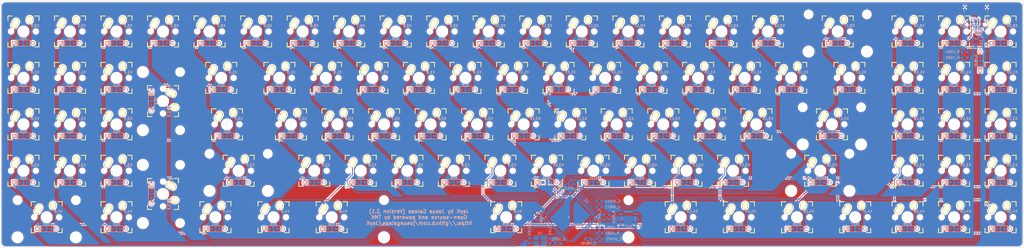
<source format=kicad_pcb>
(kicad_pcb (version 20171130) (host pcbnew "(5.1.4-0-10_14)")
  (title_block (title "JayK Layout") (date 2019-11-13) (rev 2.1) (company "Josue Galeas"))
  (layers (0 F.Cu signal) (31 B.Cu signal) (34 B.Paste user) (35 F.Paste user) (36 B.SilkS user) (37 F.SilkS user) (38 B.Mask user) (39 F.Mask user) (44 Edge.Cuts user))
  (net 0 "")
  (net 1 GND)
  (net 2 "Net-(D0,1-Pad2)")
  (net 3 "Net-(D0,2-Pad2)")
  (net 4 "Net-(D0,3-Pad2)")
  (net 5 "Net-(D0,4-Pad2)")
  (net 6 "Net-(D0,5-Pad2)")
  (net 7 "Net-(D0,6-Pad2)")
  (net 8 "Net-(D0,7-Pad2)")
  (net 9 "Net-(D0,8-Pad2)")
  (net 10 "Net-(D0,9-Pad2)")
  (net 11 "Net-(D0,10-Pad2)")
  (net 12 "Net-(D0,11-Pad2)")
  (net 13 "Net-(D0,12-Pad2)")
  (net 14 "Net-(D0,13-Pad2)")
  (net 15 "Net-(D0,14-Pad2)")
  (net 16 "Net-(D0,15-Pad2)")
  (net 17 "Net-(D0,16-Pad2)")
  (net 18 "Net-(D0,17-Pad2)")
  (net 19 "Net-(D0,18-Pad2)")
  (net 20 "Net-(D0,19-Pad2)")
  (net 21 "Net-(D0,20-Pad2)")
  (net 22 "Net-(D1,1-Pad2)")
  (net 23 "Net-(D1,2-Pad2)")
  (net 24 "Net-(D1,3-Pad2)")
  (net 25 "Net-(D1,4-Pad2)")
  (net 26 "Net-(D1,5-Pad2)")
  (net 27 "Net-(D1,6-Pad2)")
  (net 28 "Net-(D1,7-Pad2)")
  (net 29 "Net-(D1,8-Pad2)")
  (net 30 "Net-(D1,9-Pad2)")
  (net 31 "Net-(D1,10-Pad2)")
  (net 32 "Net-(D1,11-Pad2)")
  (net 33 "Net-(D1,12-Pad2)")
  (net 34 "Net-(D1,13-Pad2)")
  (net 35 "Net-(D1,14-Pad2)")
  (net 36 "Net-(D1,15-Pad2)")
  (net 37 "Net-(D1,16-Pad2)")
  (net 38 "Net-(D1,17-Pad2)")
  (net 39 "Net-(D1,18-Pad2)")
  (net 40 "Net-(D1,19-Pad2)")
  (net 41 "Net-(D1,20-Pad2)")
  (net 42 "Net-(D2,1-Pad2)")
  (net 43 "Net-(D2,2-Pad2)")
  (net 44 "Net-(D2,4-Pad2)")
  (net 45 "Net-(D2,5-Pad2)")
  (net 46 "Net-(D2,6-Pad2)")
  (net 47 "Net-(D2,7-Pad2)")
  (net 48 "Net-(D2,8-Pad2)")
  (net 49 "Net-(D2,9-Pad2)")
  (net 50 "Net-(D2,10-Pad2)")
  (net 51 "Net-(D2,11-Pad2)")
  (net 52 "Net-(D2,12-Pad2)")
  (net 53 "Net-(D2,13-Pad2)")
  (net 54 "Net-(D2,14-Pad2)")
  (net 55 "Net-(D2,15-Pad2)")
  (net 56 "Net-(D2,17-Pad2)")
  (net 57 "Net-(D2,18-Pad2)")
  (net 58 "Net-(D2,19-Pad2)")
  (net 59 "Net-(D3,1-Pad2)")
  (net 60 "Net-(D3,2-Pad2)")
  (net 61 "Net-(D3,3-Pad2)")
  (net 62 "Net-(D3,4-Pad2)")
  (net 63 "Net-(D3,5-Pad2)")
  (net 64 "Net-(D3,6-Pad2)")
  (net 65 "Net-(D3,7-Pad2)")
  (net 66 "Net-(D3,8-Pad2)")
  (net 67 "Net-(D3,9-Pad2)")
  (net 68 "Net-(D3,10-Pad2)")
  (net 69 "Net-(D3,11-Pad2)")
  (net 70 "Net-(D3,12-Pad2)")
  (net 71 "Net-(D3,13-Pad2)")
  (net 72 "Net-(D3,14-Pad2)")
  (net 73 "Net-(D3,16-Pad2)")
  (net 74 "Net-(D3,18-Pad2)")
  (net 75 "Net-(D3,19-Pad2)")
  (net 76 "Net-(D4,2-Pad2)")
  (net 77 "Net-(D4,4-Pad2)")
  (net 78 "Net-(D4,5-Pad2)")
  (net 79 "Net-(D4,6-Pad2)")
  (net 80 "Net-(D4,9-Pad2)")
  (net 81 "Net-(D4,13-Pad2)")
  (net 82 "Net-(J1-PadA5)")
  (net 83 "Net-(J1-PadB5)")
  (net 84 "Net-(R_HWB1-Pad2)")
  (net 85 "Net-(R_RST1-Pad1)")
  (net 86 "Net-(D0,0-Pad2)")
  (net 87 "Net-(D1,0-Pad2)")
  (net 88 "Net-(D2,0-Pad2)")
  (net 89 "Net-(D2,20-Pad2)")
  (net 90 "Net-(D3,0-Pad2)")
  (net 91 "Net-(D3,20-Pad2)")
  (net 92 "Net-(D4,0-Pad2)")
  (net 93 "Net-(D4,14-Pad2)")
  (net 94 "Net-(D4,16-Pad2)")
  (net 95 "Net-(D4,17-Pad2)")
  (net 96 "Net-(D4,18-Pad2)")
  (net 97 "Net-(D4,19-Pad2)")
  (net 98 "Net-(D4,20-Pad2)")
  (net 99 "Net-(C_AREF1-Pad1)")
  (net 100 "Net-(C_UCAP1-Pad1)")
  (net 101 /col20)
  (net 102 /col19)
  (net 103 /col18)
  (net 104 /col17)
  (net 105 /col16)
  (net 106 /col15)
  (net 107 /col14)
  (net 108 /col13)
  (net 109 /row0)
  (net 110 /row1)
  (net 111 /row2)
  (net 112 /row3)
  (net 113 /row4)
  (net 114 /col12)
  (net 115 /col11)
  (net 116 /col10)
  (net 117 /col09)
  (net 118 /col08)
  (net 119 /col07)
  (net 120 /col06)
  (net 121 /col05)
  (net 122 /col04)
  (net 123 /col03)
  (net 124 /col02)
  (net 125 /col01)
  (net 126 /col00)
  (net 127 /CLK_P)
  (net 128 /CLK_N)
  (net 129 /D_P)
  (net 130 /D_N)
  (net 131 /D_-)
  (net 132 /D_+)
  (net 133 VCC)
  (net 134 "Net-(D_VBUS1-Pad2)")
  (module keebs:Mx_Alps_225 (layer F.Cu) (at 381 73.81875)
    (fp_text reference K2,17 (at 4.7625 -2.38125) (layer B.SilkS) (effects (font (thickness 0.2)) (justify mirror)))
    (fp_text value KEYSW hide)
    (pad HOLE np_thru_hole circle (at 0 0) (size 3.9878 3.9878) (drill 3.9878) (layers *.Cu))
    (pad HOLE np_thru_hole circle (at -5.08 0) (size 1.7018 1.7018) (drill 1.7018) (layers *.Cu))
    (pad HOLE np_thru_hole circle (at 5.08 0) (size 1.7018 1.7018) (drill 1.7018) (layers *.Cu))
    (pad HOLE np_thru_hole circle (at -11.938 -6.985) (size 3.048 3.048) (drill 3.048) (layers *.Cu))
    (pad HOLE np_thru_hole circle (at 11.938 -6.985) (size 3.048 3.048) (drill 3.048) (layers *.Cu))
    (pad HOLE np_thru_hole circle (at -11.938 8.255) (size 3.9878 3.9878) (drill 3.9878) (layers *.Cu))
    (pad HOLE np_thru_hole circle (at 11.938 8.255) (size 3.9878 3.9878) (drill 3.9878) (layers *.Cu))
    (pad 1 thru_hole oval (at -3.405 -3.27 330.95) (size 2.5 4.17) (drill oval 1.5 3.17) (layers *.Cu *.Mask F.SilkS) (net 104 /col17))
    (pad 2 thru_hole oval (at 2.52 -4.79 356.1) (size 2.5 3.08) (drill oval 1.5 2.08) (layers *.Cu *.Mask F.SilkS) (net 56 "Net-(D2,17-Pad2)"))
  )
  (module keebs:Mx_Alps_100 (layer F.Cu) (at 288.13125 54.76875)
    (fp_text reference K1,12 (at 4.7625 -2.38125) (layer B.SilkS) (effects (font (thickness 0.2)) (justify mirror)))
    (fp_text value KEYSW hide)
    (pad HOLE np_thru_hole circle (at 0 0) (size 3.9878 3.9878) (drill 3.9878) (layers *.Cu))
    (pad HOLE np_thru_hole circle (at -5.08 0) (size 1.7018 1.7018) (drill 1.7018) (layers *.Cu))
    (pad HOLE np_thru_hole circle (at 5.08 0) (size 1.7018 1.7018) (drill 1.7018) (layers *.Cu))
    (pad 1 thru_hole oval (at -3.405 -3.27 330.95) (size 2.5 4.17) (drill oval 1.5 3.17) (layers *.Cu *.Mask F.SilkS) (net 114 /col12))
    (pad 2 thru_hole oval (at 2.52 -4.79 356.1) (size 2.5 3.08) (drill oval 1.5 2.08) (layers *.Cu *.Mask F.SilkS) (net 33 "Net-(D1,12-Pad2)"))
  )
  (module keebs:Mx_Alps_100 (layer F.Cu) (at 254.79375 73.81875)
    (fp_text reference K2,10 (at 4.7625 -2.38125) (layer B.SilkS) (effects (font (thickness 0.2)) (justify mirror)))
    (fp_text value KEYSW hide)
    (pad HOLE np_thru_hole circle (at 0 0) (size 3.9878 3.9878) (drill 3.9878) (layers *.Cu))
    (pad HOLE np_thru_hole circle (at -5.08 0) (size 1.7018 1.7018) (drill 1.7018) (layers *.Cu))
    (pad HOLE np_thru_hole circle (at 5.08 0) (size 1.7018 1.7018) (drill 1.7018) (layers *.Cu))
    (pad 1 thru_hole oval (at -3.405 -3.27 330.95) (size 2.5 4.17) (drill oval 1.5 3.17) (layers *.Cu *.Mask F.SilkS) (net 116 /col10))
    (pad 2 thru_hole oval (at 2.52 -4.79 356.1) (size 2.5 3.08) (drill oval 1.5 2.08) (layers *.Cu *.Mask F.SilkS) (net 50 "Net-(D2,10-Pad2)"))
  )
  (module keebs:Mx_Alps_100 (layer F.Cu) (at 411.95625 92.86875)
    (fp_text reference K3,18 (at 4.7625 -2.38125) (layer B.SilkS) (effects (font (thickness 0.2)) (justify mirror)))
    (fp_text value KEYSW hide)
    (pad HOLE np_thru_hole circle (at 0 0) (size 3.9878 3.9878) (drill 3.9878) (layers *.Cu))
    (pad HOLE np_thru_hole circle (at -5.08 0) (size 1.7018 1.7018) (drill 1.7018) (layers *.Cu))
    (pad HOLE np_thru_hole circle (at 5.08 0) (size 1.7018 1.7018) (drill 1.7018) (layers *.Cu))
    (pad 1 thru_hole oval (at -3.405 -3.27 330.95) (size 2.5 4.17) (drill oval 1.5 3.17) (layers *.Cu *.Mask F.SilkS) (net 103 /col18))
    (pad 2 thru_hole oval (at 2.52 -4.79 356.1) (size 2.5 3.08) (drill oval 1.5 2.08) (layers *.Cu *.Mask F.SilkS) (net 74 "Net-(D3,18-Pad2)"))
  )
  (module keebs:Mx_Alps_100 (layer F.Cu) (at 431.00625 111.91875)
    (fp_text reference K4,19 (at 4.7625 -2.38125) (layer B.SilkS) (effects (font (thickness 0.2)) (justify mirror)))
    (fp_text value KEYSW hide)
    (pad HOLE np_thru_hole circle (at 0 0) (size 3.9878 3.9878) (drill 3.9878) (layers *.Cu))
    (pad HOLE np_thru_hole circle (at -5.08 0) (size 1.7018 1.7018) (drill 1.7018) (layers *.Cu))
    (pad HOLE np_thru_hole circle (at 5.08 0) (size 1.7018 1.7018) (drill 1.7018) (layers *.Cu))
    (pad 1 thru_hole oval (at -3.405 -3.27 330.95) (size 2.5 4.17) (drill oval 1.5 3.17) (layers *.Cu *.Mask F.SilkS) (net 102 /col19))
    (pad 2 thru_hole oval (at 2.52 -4.79 356.1) (size 2.5 3.08) (drill oval 1.5 2.08) (layers *.Cu *.Mask F.SilkS) (net 97 "Net-(D4,19-Pad2)"))
  )
  (module Package_QFP:TQFP-64_14x14mm_P0.8mm (layer B.Cu) (at 273.84352 111.918656 135)
    (fp_text reference U1 (at 0 9.45 135) (layer B.SilkS) (effects (justify mirror)))
    (fp_text value AT90USB1286-AU)
    (pad 1 smd rect (at -7.7 6 135) (size 1.5 0.55) (layers B.Cu B.Paste B.Mask))
    (pad 2 smd rect (at -7.7 5.2 135) (size 1.5 0.55) (layers B.Cu B.Paste B.Mask))
    (pad 3 smd rect (at -7.7 4.4 135) (size 1.5 0.55) (layers B.Cu B.Paste B.Mask) (net 133 VCC))
    (pad 4 smd rect (at -7.7 3.6 135) (size 1.5 0.55) (layers B.Cu B.Paste B.Mask) (net 131 /D_-))
    (pad 5 smd rect (at -7.7 2.8 135) (size 1.5 0.55) (layers B.Cu B.Paste B.Mask) (net 132 /D_+))
    (pad 6 smd rect (at -7.7 2 135) (size 1.5 0.55) (layers B.Cu B.Paste B.Mask) (net 1 GND))
    (pad 7 smd rect (at -7.7 1.2 135) (size 1.5 0.55) (layers B.Cu B.Paste B.Mask) (net 100 "Net-(C_UCAP1-Pad1)"))
    (pad 8 smd rect (at -7.7 0.4 135) (size 1.5 0.55) (layers B.Cu B.Paste B.Mask) (net 133 VCC))
    (pad 9 smd rect (at -7.7 -0.4 135) (size 1.5 0.55) (layers B.Cu B.Paste B.Mask))
    (pad 10 smd rect (at -7.7 -1.2 135) (size 1.5 0.55) (layers B.Cu B.Paste B.Mask))
    (pad 11 smd rect (at -7.7 -2 135) (size 1.5 0.55) (layers B.Cu B.Paste B.Mask))
    (pad 12 smd rect (at -7.7 -2.8 135) (size 1.5 0.55) (layers B.Cu B.Paste B.Mask))
    (pad 13 smd rect (at -7.7 -3.6 135) (size 1.5 0.55) (layers B.Cu B.Paste B.Mask))
    (pad 14 smd rect (at -7.7 -4.4 135) (size 1.5 0.55) (layers B.Cu B.Paste B.Mask))
    (pad 15 smd rect (at -7.7 -5.2 135) (size 1.5 0.55) (layers B.Cu B.Paste B.Mask))
    (pad 16 smd rect (at -7.7 -6 135) (size 1.5 0.55) (layers B.Cu B.Paste B.Mask))
    (pad 17 smd rect (at -6 -7.7 45) (size 1.5 0.55) (layers B.Cu B.Paste B.Mask))
    (pad 18 smd rect (at -5.2 -7.7 45) (size 1.5 0.55) (layers B.Cu B.Paste B.Mask))
    (pad 19 smd rect (at -4.4 -7.7 45) (size 1.5 0.55) (layers B.Cu B.Paste B.Mask))
    (pad 20 smd rect (at -3.6 -7.7 45) (size 1.5 0.55) (layers B.Cu B.Paste B.Mask) (net 85 "Net-(R_RST1-Pad1)"))
    (pad 21 smd rect (at -2.8 -7.7 45) (size 1.5 0.55) (layers B.Cu B.Paste B.Mask) (net 133 VCC))
    (pad 22 smd rect (at -2 -7.7 45) (size 1.5 0.55) (layers B.Cu B.Paste B.Mask) (net 1 GND))
    (pad 23 smd rect (at -1.2 -7.7 45) (size 1.5 0.55) (layers B.Cu B.Paste B.Mask) (net 127 /CLK_P))
    (pad 24 smd rect (at -0.4 -7.7 45) (size 1.5 0.55) (layers B.Cu B.Paste B.Mask) (net 128 /CLK_N))
    (pad 25 smd rect (at 0.4 -7.7 45) (size 1.5 0.55) (layers B.Cu B.Paste B.Mask))
    (pad 26 smd rect (at 1.2 -7.7 45) (size 1.5 0.55) (layers B.Cu B.Paste B.Mask))
    (pad 27 smd rect (at 2 -7.7 45) (size 1.5 0.55) (layers B.Cu B.Paste B.Mask))
    (pad 28 smd rect (at 2.8 -7.7 45) (size 1.5 0.55) (layers B.Cu B.Paste B.Mask) (net 126 /col00))
    (pad 29 smd rect (at 3.6 -7.7 45) (size 1.5 0.55) (layers B.Cu B.Paste B.Mask) (net 125 /col01))
    (pad 30 smd rect (at 4.4 -7.7 45) (size 1.5 0.55) (layers B.Cu B.Paste B.Mask) (net 124 /col02))
    (pad 31 smd rect (at 5.2 -7.7 45) (size 1.5 0.55) (layers B.Cu B.Paste B.Mask) (net 123 /col03))
    (pad 32 smd rect (at 6 -7.7 45) (size 1.5 0.55) (layers B.Cu B.Paste B.Mask) (net 122 /col04))
    (pad 33 smd rect (at 7.7 -6 135) (size 1.5 0.55) (layers B.Cu B.Paste B.Mask))
    (pad 34 smd rect (at 7.7 -5.2 135) (size 1.5 0.55) (layers B.Cu B.Paste B.Mask))
    (pad 35 smd rect (at 7.7 -4.4 135) (size 1.5 0.55) (layers B.Cu B.Paste B.Mask) (net 121 /col05))
    (pad 36 smd rect (at 7.7 -3.6 135) (size 1.5 0.55) (layers B.Cu B.Paste B.Mask) (net 120 /col06))
    (pad 37 smd rect (at 7.7 -2.8 135) (size 1.5 0.55) (layers B.Cu B.Paste B.Mask) (net 119 /col07))
    (pad 38 smd rect (at 7.7 -2 135) (size 1.5 0.55) (layers B.Cu B.Paste B.Mask) (net 118 /col08))
    (pad 39 smd rect (at 7.7 -1.2 135) (size 1.5 0.55) (layers B.Cu B.Paste B.Mask) (net 117 /col09))
    (pad 40 smd rect (at 7.7 -0.4 135) (size 1.5 0.55) (layers B.Cu B.Paste B.Mask) (net 116 /col10))
    (pad 41 smd rect (at 7.7 0.4 135) (size 1.5 0.55) (layers B.Cu B.Paste B.Mask) (net 115 /col11))
    (pad 42 smd rect (at 7.7 1.2 135) (size 1.5 0.55) (layers B.Cu B.Paste B.Mask) (net 114 /col12))
    (pad 43 smd rect (at 7.7 2 135) (size 1.5 0.55) (layers B.Cu B.Paste B.Mask) (net 84 "Net-(R_HWB1-Pad2)"))
    (pad 44 smd rect (at 7.7 2.8 135) (size 1.5 0.55) (layers B.Cu B.Paste B.Mask) (net 113 /row4))
    (pad 45 smd rect (at 7.7 3.6 135) (size 1.5 0.55) (layers B.Cu B.Paste B.Mask) (net 112 /row3))
    (pad 46 smd rect (at 7.7 4.4 135) (size 1.5 0.55) (layers B.Cu B.Paste B.Mask) (net 111 /row2))
    (pad 47 smd rect (at 7.7 5.2 135) (size 1.5 0.55) (layers B.Cu B.Paste B.Mask) (net 110 /row1))
    (pad 48 smd rect (at 7.7 6 135) (size 1.5 0.55) (layers B.Cu B.Paste B.Mask) (net 109 /row0))
    (pad 49 smd rect (at 6 7.7 45) (size 1.5 0.55) (layers B.Cu B.Paste B.Mask))
    (pad 50 smd rect (at 5.2 7.7 45) (size 1.5 0.55) (layers B.Cu B.Paste B.Mask))
    (pad 51 smd rect (at 4.4 7.7 45) (size 1.5 0.55) (layers B.Cu B.Paste B.Mask))
    (pad 52 smd rect (at 3.6 7.7 45) (size 1.5 0.55) (layers B.Cu B.Paste B.Mask) (net 133 VCC))
    (pad 53 smd rect (at 2.8 7.7 45) (size 1.5 0.55) (layers B.Cu B.Paste B.Mask) (net 1 GND))
    (pad 54 smd rect (at 2 7.7 45) (size 1.5 0.55) (layers B.Cu B.Paste B.Mask) (net 108 /col13))
    (pad 55 smd rect (at 1.2 7.7 45) (size 1.5 0.55) (layers B.Cu B.Paste B.Mask) (net 107 /col14))
    (pad 56 smd rect (at 0.4 7.7 45) (size 1.5 0.55) (layers B.Cu B.Paste B.Mask) (net 106 /col15))
    (pad 57 smd rect (at -0.4 7.7 45) (size 1.5 0.55) (layers B.Cu B.Paste B.Mask) (net 105 /col16))
    (pad 58 smd rect (at -1.2 7.7 45) (size 1.5 0.55) (layers B.Cu B.Paste B.Mask) (net 104 /col17))
    (pad 59 smd rect (at -2 7.7 45) (size 1.5 0.55) (layers B.Cu B.Paste B.Mask) (net 103 /col18))
    (pad 60 smd rect (at -2.8 7.7 45) (size 1.5 0.55) (layers B.Cu B.Paste B.Mask) (net 102 /col19))
    (pad 61 smd rect (at -3.6 7.7 45) (size 1.5 0.55) (layers B.Cu B.Paste B.Mask) (net 101 /col20))
    (pad 62 smd rect (at -4.4 7.7 45) (size 1.5 0.55) (layers B.Cu B.Paste B.Mask) (net 99 "Net-(C_AREF1-Pad1)"))
    (pad 63 smd rect (at -5.2 7.7 45) (size 1.5 0.55) (layers B.Cu B.Paste B.Mask) (net 1 GND))
    (pad 64 smd rect (at -6 7.7 45) (size 1.5 0.55) (layers B.Cu B.Paste B.Mask) (net 133 VCC))
  )
  (module keebs:Mx_Alps_125 (layer F.Cu) (at 176.2125 111.91875)
    (fp_text reference K4,6 (at 4.7625 -2.38125) (layer B.SilkS) (effects (font (thickness 0.2)) (justify mirror)))
    (fp_text value KEYSW hide)
    (pad HOLE np_thru_hole circle (at 0 0) (size 3.9878 3.9878) (drill 3.9878) (layers *.Cu))
    (pad HOLE np_thru_hole circle (at -5.08 0) (size 1.7018 1.7018) (drill 1.7018) (layers *.Cu))
    (pad HOLE np_thru_hole circle (at 5.08 0) (size 1.7018 1.7018) (drill 1.7018) (layers *.Cu))
    (pad 1 thru_hole oval (at -3.405 -3.27 330.95) (size 2.5 4.17) (drill oval 1.5 3.17) (layers *.Cu *.Mask F.SilkS) (net 120 /col06))
    (pad 2 thru_hole oval (at 2.52 -4.79 356.1) (size 2.5 3.08) (drill oval 1.5 2.08) (layers *.Cu *.Mask F.SilkS) (net 79 "Net-(D4,6-Pad2)"))
  )
  (module keebs:Mx_Alps_100 (layer F.Cu) (at 188.11875 92.86875)
    (fp_text reference K3,6 (at 4.7625 -2.38125) (layer B.SilkS) (effects (font (thickness 0.2)) (justify mirror)))
    (fp_text value KEYSW hide)
    (pad HOLE np_thru_hole circle (at 0 0) (size 3.9878 3.9878) (drill 3.9878) (layers *.Cu))
    (pad HOLE np_thru_hole circle (at -5.08 0) (size 1.7018 1.7018) (drill 1.7018) (layers *.Cu))
    (pad HOLE np_thru_hole circle (at 5.08 0) (size 1.7018 1.7018) (drill 1.7018) (layers *.Cu))
    (pad 1 thru_hole oval (at -3.405 -3.27 330.95) (size 2.5 4.17) (drill oval 1.5 3.17) (layers *.Cu *.Mask F.SilkS) (net 120 /col06))
    (pad 2 thru_hole oval (at 2.52 -4.79 356.1) (size 2.5 3.08) (drill oval 1.5 2.08) (layers *.Cu *.Mask F.SilkS) (net 64 "Net-(D3,6-Pad2)"))
  )
  (module keebs:Mx_Alps_625 (layer F.Cu) (at 247.65 111.91875)
    (fp_text reference K4,9 (at 4.7625 -2.38125) (layer B.SilkS) (effects (font (thickness 0.2)) (justify mirror)))
    (fp_text value KEYSW hide)
    (pad HOLE np_thru_hole circle (at 0 0) (size 3.9878 3.9878) (drill 3.9878) (layers *.Cu))
    (pad HOLE np_thru_hole circle (at -5.08 0) (size 1.7018 1.7018) (drill 1.7018) (layers *.Cu))
    (pad HOLE np_thru_hole circle (at 5.08 0) (size 1.7018 1.7018) (drill 1.7018) (layers *.Cu))
    (pad HOLE np_thru_hole circle (at -50.038 -6.985) (size 3.048 3.048) (drill 3.048) (layers *.Cu))
    (pad HOLE np_thru_hole circle (at 50.038 -6.985) (size 3.048 3.048) (drill 3.048) (layers *.Cu))
    (pad HOLE np_thru_hole circle (at -50.038 8.255) (size 3.9878 3.9878) (drill 3.9878) (layers *.Cu))
    (pad HOLE np_thru_hole circle (at 50.038 8.255) (size 3.9878 3.9878) (drill 3.9878) (layers *.Cu))
    (pad 1 thru_hole oval (at -3.405 -3.27 330.95) (size 2.5 4.17) (drill oval 1.5 3.17) (layers *.Cu *.Mask F.SilkS) (net 117 /col09))
    (pad 2 thru_hole oval (at 2.52 -4.79 356.1) (size 2.5 3.08) (drill oval 1.5 2.08) (layers *.Cu *.Mask F.SilkS) (net 80 "Net-(D4,9-Pad2)"))
  )
  (module Crystal:Crystal_SMD_SeikoEpson_FA238-4Pin_3.2x2.5mm_HandSoldering (layer B.Cu) (at 261.341968 121.443648 180)
    (fp_text reference Y1 (at 0 3 180) (layer B.SilkS) (effects (justify mirror)))
    (fp_text value 16M)
    (pad 1 smd rect (at -1.45 -1.1 180) (size 2.1 1.8) (layers B.Cu B.Paste B.Mask) (net 127 /CLK_P))
    (pad 2 smd rect (at 1.45 -1.1 180) (size 2.1 1.8) (layers B.Cu B.Paste B.Mask) (net 1 GND))
    (pad 3 smd rect (at 1.45 1.1 180) (size 2.1 1.8) (layers B.Cu B.Paste B.Mask) (net 128 /CLK_N))
    (pad 4 smd rect (at -1.45 1.1 180) (size 2.1 1.8) (layers B.Cu B.Paste B.Mask) (net 1 GND))
  )
  (module keebs:Mx_Alps_100 (layer F.Cu) (at 431.00625 35.71875)
    (fp_text reference K0,19 (at 4.7625 -2.38125) (layer B.SilkS) (effects (font (thickness 0.2)) (justify mirror)))
    (fp_text value KEYSW hide)
    (pad HOLE np_thru_hole circle (at 0 0) (size 3.9878 3.9878) (drill 3.9878) (layers *.Cu))
    (pad HOLE np_thru_hole circle (at -5.08 0) (size 1.7018 1.7018) (drill 1.7018) (layers *.Cu))
    (pad HOLE np_thru_hole circle (at 5.08 0) (size 1.7018 1.7018) (drill 1.7018) (layers *.Cu))
    (pad 1 thru_hole oval (at -3.405 -3.27 330.95) (size 2.5 4.17) (drill oval 1.5 3.17) (layers *.Cu *.Mask F.SilkS) (net 102 /col19))
    (pad 2 thru_hole oval (at 2.52 -4.79 356.1) (size 2.5 3.08) (drill oval 1.5 2.08) (layers *.Cu *.Mask F.SilkS) (net 20 "Net-(D0,19-Pad2)"))
  )
  (module keebs:Mx_Alps_125 (layer F.Cu) (at 128.5875 111.91875)
    (fp_text reference K4,4 (at 4.7625 -2.38125) (layer B.SilkS) (effects (font (thickness 0.2)) (justify mirror)))
    (fp_text value KEYSW hide)
    (pad HOLE np_thru_hole circle (at 0 0) (size 3.9878 3.9878) (drill 3.9878) (layers *.Cu))
    (pad HOLE np_thru_hole circle (at -5.08 0) (size 1.7018 1.7018) (drill 1.7018) (layers *.Cu))
    (pad HOLE np_thru_hole circle (at 5.08 0) (size 1.7018 1.7018) (drill 1.7018) (layers *.Cu))
    (pad 1 thru_hole oval (at -3.405 -3.27 330.95) (size 2.5 4.17) (drill oval 1.5 3.17) (layers *.Cu *.Mask F.SilkS) (net 122 /col04))
    (pad 2 thru_hole oval (at 2.52 -4.79 356.1) (size 2.5 3.08) (drill oval 1.5 2.08) (layers *.Cu *.Mask F.SilkS) (net 77 "Net-(D4,4-Pad2)"))
  )
  (module keebs:Mx_Alps_200 (layer F.Cu) (at 59.53125 111.91875)
    (fp_text reference K4,0 (at 4.7625 -2.38125) (layer B.SilkS) (effects (font (thickness 0.2)) (justify mirror)))
    (fp_text value KEYSW hide)
    (pad HOLE np_thru_hole circle (at 0 0) (size 3.9878 3.9878) (drill 3.9878) (layers *.Cu))
    (pad HOLE np_thru_hole circle (at -5.08 0) (size 1.7018 1.7018) (drill 1.7018) (layers *.Cu))
    (pad HOLE np_thru_hole circle (at 5.08 0) (size 1.7018 1.7018) (drill 1.7018) (layers *.Cu))
    (pad HOLE np_thru_hole circle (at -11.938 -6.985) (size 3.048 3.048) (drill 3.048) (layers *.Cu))
    (pad HOLE np_thru_hole circle (at 11.938 -6.985) (size 3.048 3.048) (drill 3.048) (layers *.Cu))
    (pad HOLE np_thru_hole circle (at -11.938 8.255) (size 3.9878 3.9878) (drill 3.9878) (layers *.Cu))
    (pad HOLE np_thru_hole circle (at 11.938 8.255) (size 3.9878 3.9878) (drill 3.9878) (layers *.Cu))
    (pad 1 thru_hole oval (at -3.405 -3.27 330.95) (size 2.5 4.17) (drill oval 1.5 3.17) (layers *.Cu *.Mask F.SilkS) (net 126 /col00))
    (pad 2 thru_hole oval (at 2.52 -4.79 356.1) (size 2.5 3.08) (drill oval 1.5 2.08) (layers *.Cu *.Mask F.SilkS) (net 92 "Net-(D4,0-Pad2)"))
  )
  (module keebs:Mx_Alps_100 (layer F.Cu) (at 50.00625 35.71875)
    (fp_text reference K0,0 (at 4.7625 -2.38125) (layer B.SilkS) (effects (font (thickness 0.2)) (justify mirror)))
    (fp_text value KEYSW hide)
    (pad HOLE np_thru_hole circle (at 0 0) (size 3.9878 3.9878) (drill 3.9878) (layers *.Cu))
    (pad HOLE np_thru_hole circle (at -5.08 0) (size 1.7018 1.7018) (drill 1.7018) (layers *.Cu))
    (pad HOLE np_thru_hole circle (at 5.08 0) (size 1.7018 1.7018) (drill 1.7018) (layers *.Cu))
    (pad 1 thru_hole oval (at -3.405 -3.27 330.95) (size 2.5 4.17) (drill oval 1.5 3.17) (layers *.Cu *.Mask F.SilkS) (net 126 /col00))
    (pad 2 thru_hole oval (at 2.52 -4.79 356.1) (size 2.5 3.08) (drill oval 1.5 2.08) (layers *.Cu *.Mask F.SilkS) (net 86 "Net-(D0,0-Pad2)"))
  )
  (module keebs:Mx_Alps_100 (layer F.Cu) (at 450.05625 35.71875)
    (fp_text reference K0,20 (at 4.7625 -2.38125) (layer B.SilkS) (effects (font (thickness 0.2)) (justify mirror)))
    (fp_text value KEYSW hide)
    (pad HOLE np_thru_hole circle (at 0 0) (size 3.9878 3.9878) (drill 3.9878) (layers *.Cu))
    (pad HOLE np_thru_hole circle (at -5.08 0) (size 1.7018 1.7018) (drill 1.7018) (layers *.Cu))
    (pad HOLE np_thru_hole circle (at 5.08 0) (size 1.7018 1.7018) (drill 1.7018) (layers *.Cu))
    (pad 1 thru_hole oval (at -3.405 -3.27 330.95) (size 2.5 4.17) (drill oval 1.5 3.17) (layers *.Cu *.Mask F.SilkS) (net 101 /col20))
    (pad 2 thru_hole oval (at 2.52 -4.79 356.1) (size 2.5 3.08) (drill oval 1.5 2.08) (layers *.Cu *.Mask F.SilkS) (net 21 "Net-(D0,20-Pad2)"))
  )
  (module keebs:Mx_Alps_100 (layer F.Cu) (at 411.95625 54.76875)
    (fp_text reference K1,18 (at 4.7625 -2.38125) (layer B.SilkS) (effects (font (thickness 0.2)) (justify mirror)))
    (fp_text value KEYSW hide)
    (pad HOLE np_thru_hole circle (at 0 0) (size 3.9878 3.9878) (drill 3.9878) (layers *.Cu))
    (pad HOLE np_thru_hole circle (at -5.08 0) (size 1.7018 1.7018) (drill 1.7018) (layers *.Cu))
    (pad HOLE np_thru_hole circle (at 5.08 0) (size 1.7018 1.7018) (drill 1.7018) (layers *.Cu))
    (pad 1 thru_hole oval (at -3.405 -3.27 330.95) (size 2.5 4.17) (drill oval 1.5 3.17) (layers *.Cu *.Mask F.SilkS) (net 103 /col18))
    (pad 2 thru_hole oval (at 2.52 -4.79 356.1) (size 2.5 3.08) (drill oval 1.5 2.08) (layers *.Cu *.Mask F.SilkS) (net 39 "Net-(D1,18-Pad2)"))
  )
  (module keebs:Mx_Alps_100 (layer F.Cu) (at 411.95625 35.71875)
    (fp_text reference K0,18 (at 4.7625 -2.38125) (layer B.SilkS) (effects (font (thickness 0.2)) (justify mirror)))
    (fp_text value KEYSW hide)
    (pad HOLE np_thru_hole circle (at 0 0) (size 3.9878 3.9878) (drill 3.9878) (layers *.Cu))
    (pad HOLE np_thru_hole circle (at -5.08 0) (size 1.7018 1.7018) (drill 1.7018) (layers *.Cu))
    (pad HOLE np_thru_hole circle (at 5.08 0) (size 1.7018 1.7018) (drill 1.7018) (layers *.Cu))
    (pad 1 thru_hole oval (at -3.405 -3.27 330.95) (size 2.5 4.17) (drill oval 1.5 3.17) (layers *.Cu *.Mask F.SilkS) (net 103 /col18))
    (pad 2 thru_hole oval (at 2.52 -4.79 356.1) (size 2.5 3.08) (drill oval 1.5 2.08) (layers *.Cu *.Mask F.SilkS) (net 19 "Net-(D0,18-Pad2)"))
  )
  (module keyboard_parts:D_SOD123_axial (layer B.Cu) (at 50.00625 40.48125)
    (fp_text reference D0,0 (at 0 -1.925) (layer B.SilkS) (effects (font (size 0.8 0.8)) (justify mirror)))
    (fp_text value D hide)
    (pad 2 smd rect (at 1.575 0) (size 1.2 1.2) (layers B.Cu B.Paste B.Mask) (net 86 "Net-(D0,0-Pad2)"))
    (pad 1 smd rect (at -1.575 0) (size 1.2 1.2) (layers B.Cu B.Paste B.Mask) (net 109 /row0))
    (pad 1 thru_hole rect (at -3.9 0) (size 1.6 1.6) (drill 0.7) (layers *.Cu *.Mask B.SilkS) (net 109 /row0))
    (pad 2 thru_hole circle (at 3.9 0) (size 1.6 1.6) (drill 0.7) (layers *.Cu *.Mask B.SilkS) (net 86 "Net-(D0,0-Pad2)"))
    (pad 1 smd rect (at -2.7 0) (size 2.5 0.5) (layers B.Cu) (net 109 /row0))
    (pad 2 smd rect (at 2.7 0) (size 2.5 0.5) (layers B.Cu) (net 86 "Net-(D0,0-Pad2)"))
  )
  (module keyboard_parts:D_SOD123_axial (layer B.Cu) (at 69.05625 40.48125)
    (fp_text reference D0,1 (at 0 -1.925) (layer B.SilkS) (effects (font (size 0.8 0.8)) (justify mirror)))
    (fp_text value D hide)
    (pad 2 smd rect (at 1.575 0) (size 1.2 1.2) (layers B.Cu B.Paste B.Mask) (net 2 "Net-(D0,1-Pad2)"))
    (pad 1 smd rect (at -1.575 0) (size 1.2 1.2) (layers B.Cu B.Paste B.Mask) (net 109 /row0))
    (pad 1 thru_hole rect (at -3.9 0) (size 1.6 1.6) (drill 0.7) (layers *.Cu *.Mask B.SilkS) (net 109 /row0))
    (pad 2 thru_hole circle (at 3.9 0) (size 1.6 1.6) (drill 0.7) (layers *.Cu *.Mask B.SilkS) (net 2 "Net-(D0,1-Pad2)"))
    (pad 1 smd rect (at -2.7 0) (size 2.5 0.5) (layers B.Cu) (net 109 /row0))
    (pad 2 smd rect (at 2.7 0) (size 2.5 0.5) (layers B.Cu) (net 2 "Net-(D0,1-Pad2)"))
  )
  (module keyboard_parts:D_SOD123_axial (layer B.Cu) (at 88.10625 40.48125)
    (fp_text reference D0,2 (at 0 -1.925) (layer B.SilkS) (effects (font (size 0.8 0.8)) (justify mirror)))
    (fp_text value D hide)
    (pad 2 smd rect (at 1.575 0) (size 1.2 1.2) (layers B.Cu B.Paste B.Mask) (net 3 "Net-(D0,2-Pad2)"))
    (pad 1 smd rect (at -1.575 0) (size 1.2 1.2) (layers B.Cu B.Paste B.Mask) (net 109 /row0))
    (pad 1 thru_hole rect (at -3.9 0) (size 1.6 1.6) (drill 0.7) (layers *.Cu *.Mask B.SilkS) (net 109 /row0))
    (pad 2 thru_hole circle (at 3.9 0) (size 1.6 1.6) (drill 0.7) (layers *.Cu *.Mask B.SilkS) (net 3 "Net-(D0,2-Pad2)"))
    (pad 1 smd rect (at -2.7 0) (size 2.5 0.5) (layers B.Cu) (net 109 /row0))
    (pad 2 smd rect (at 2.7 0) (size 2.5 0.5) (layers B.Cu) (net 3 "Net-(D0,2-Pad2)"))
  )
  (module keyboard_parts:D_SOD123_axial (layer B.Cu) (at 107.15625 40.48125)
    (fp_text reference D0,3 (at 0 -1.925) (layer B.SilkS) (effects (font (size 0.8 0.8)) (justify mirror)))
    (fp_text value D hide)
    (pad 2 smd rect (at 1.575 0) (size 1.2 1.2) (layers B.Cu B.Paste B.Mask) (net 4 "Net-(D0,3-Pad2)"))
    (pad 1 smd rect (at -1.575 0) (size 1.2 1.2) (layers B.Cu B.Paste B.Mask) (net 109 /row0))
    (pad 1 thru_hole rect (at -3.9 0) (size 1.6 1.6) (drill 0.7) (layers *.Cu *.Mask B.SilkS) (net 109 /row0))
    (pad 2 thru_hole circle (at 3.9 0) (size 1.6 1.6) (drill 0.7) (layers *.Cu *.Mask B.SilkS) (net 4 "Net-(D0,3-Pad2)"))
    (pad 1 smd rect (at -2.7 0) (size 2.5 0.5) (layers B.Cu) (net 109 /row0))
    (pad 2 smd rect (at 2.7 0) (size 2.5 0.5) (layers B.Cu) (net 4 "Net-(D0,3-Pad2)"))
  )
  (module keyboard_parts:D_SOD123_axial (layer B.Cu) (at 126.20625 40.48125)
    (fp_text reference D0,4 (at 0 -1.925) (layer B.SilkS) (effects (font (size 0.8 0.8)) (justify mirror)))
    (fp_text value D hide)
    (pad 2 smd rect (at 1.575 0) (size 1.2 1.2) (layers B.Cu B.Paste B.Mask) (net 5 "Net-(D0,4-Pad2)"))
    (pad 1 smd rect (at -1.575 0) (size 1.2 1.2) (layers B.Cu B.Paste B.Mask) (net 109 /row0))
    (pad 1 thru_hole rect (at -3.9 0) (size 1.6 1.6) (drill 0.7) (layers *.Cu *.Mask B.SilkS) (net 109 /row0))
    (pad 2 thru_hole circle (at 3.9 0) (size 1.6 1.6) (drill 0.7) (layers *.Cu *.Mask B.SilkS) (net 5 "Net-(D0,4-Pad2)"))
    (pad 1 smd rect (at -2.7 0) (size 2.5 0.5) (layers B.Cu) (net 109 /row0))
    (pad 2 smd rect (at 2.7 0) (size 2.5 0.5) (layers B.Cu) (net 5 "Net-(D0,4-Pad2)"))
  )
  (module keyboard_parts:D_SOD123_axial (layer B.Cu) (at 145.25625 40.48125)
    (fp_text reference D0,5 (at 0 -1.925) (layer B.SilkS) (effects (font (size 0.8 0.8)) (justify mirror)))
    (fp_text value D hide)
    (pad 2 smd rect (at 1.575 0) (size 1.2 1.2) (layers B.Cu B.Paste B.Mask) (net 6 "Net-(D0,5-Pad2)"))
    (pad 1 smd rect (at -1.575 0) (size 1.2 1.2) (layers B.Cu B.Paste B.Mask) (net 109 /row0))
    (pad 1 thru_hole rect (at -3.9 0) (size 1.6 1.6) (drill 0.7) (layers *.Cu *.Mask B.SilkS) (net 109 /row0))
    (pad 2 thru_hole circle (at 3.9 0) (size 1.6 1.6) (drill 0.7) (layers *.Cu *.Mask B.SilkS) (net 6 "Net-(D0,5-Pad2)"))
    (pad 1 smd rect (at -2.7 0) (size 2.5 0.5) (layers B.Cu) (net 109 /row0))
    (pad 2 smd rect (at 2.7 0) (size 2.5 0.5) (layers B.Cu) (net 6 "Net-(D0,5-Pad2)"))
  )
  (module keyboard_parts:D_SOD123_axial (layer B.Cu) (at 164.30625 40.48125)
    (fp_text reference D0,6 (at 0 -1.925) (layer B.SilkS) (effects (font (size 0.8 0.8)) (justify mirror)))
    (fp_text value D hide)
    (pad 2 smd rect (at 1.575 0) (size 1.2 1.2) (layers B.Cu B.Paste B.Mask) (net 7 "Net-(D0,6-Pad2)"))
    (pad 1 smd rect (at -1.575 0) (size 1.2 1.2) (layers B.Cu B.Paste B.Mask) (net 109 /row0))
    (pad 1 thru_hole rect (at -3.9 0) (size 1.6 1.6) (drill 0.7) (layers *.Cu *.Mask B.SilkS) (net 109 /row0))
    (pad 2 thru_hole circle (at 3.9 0) (size 1.6 1.6) (drill 0.7) (layers *.Cu *.Mask B.SilkS) (net 7 "Net-(D0,6-Pad2)"))
    (pad 1 smd rect (at -2.7 0) (size 2.5 0.5) (layers B.Cu) (net 109 /row0))
    (pad 2 smd rect (at 2.7 0) (size 2.5 0.5) (layers B.Cu) (net 7 "Net-(D0,6-Pad2)"))
  )
  (module keyboard_parts:D_SOD123_axial (layer B.Cu) (at 183.35625 40.48125)
    (fp_text reference D0,7 (at 0 -1.925) (layer B.SilkS) (effects (font (size 0.8 0.8)) (justify mirror)))
    (fp_text value D hide)
    (pad 2 smd rect (at 1.575 0) (size 1.2 1.2) (layers B.Cu B.Paste B.Mask) (net 8 "Net-(D0,7-Pad2)"))
    (pad 1 smd rect (at -1.575 0) (size 1.2 1.2) (layers B.Cu B.Paste B.Mask) (net 109 /row0))
    (pad 1 thru_hole rect (at -3.9 0) (size 1.6 1.6) (drill 0.7) (layers *.Cu *.Mask B.SilkS) (net 109 /row0))
    (pad 2 thru_hole circle (at 3.9 0) (size 1.6 1.6) (drill 0.7) (layers *.Cu *.Mask B.SilkS) (net 8 "Net-(D0,7-Pad2)"))
    (pad 1 smd rect (at -2.7 0) (size 2.5 0.5) (layers B.Cu) (net 109 /row0))
    (pad 2 smd rect (at 2.7 0) (size 2.5 0.5) (layers B.Cu) (net 8 "Net-(D0,7-Pad2)"))
  )
  (module keyboard_parts:D_SOD123_axial (layer B.Cu) (at 202.40625 40.48125)
    (fp_text reference D0,8 (at 0 -1.925) (layer B.SilkS) (effects (font (size 0.8 0.8)) (justify mirror)))
    (fp_text value D hide)
    (pad 2 smd rect (at 1.575 0) (size 1.2 1.2) (layers B.Cu B.Paste B.Mask) (net 9 "Net-(D0,8-Pad2)"))
    (pad 1 smd rect (at -1.575 0) (size 1.2 1.2) (layers B.Cu B.Paste B.Mask) (net 109 /row0))
    (pad 1 thru_hole rect (at -3.9 0) (size 1.6 1.6) (drill 0.7) (layers *.Cu *.Mask B.SilkS) (net 109 /row0))
    (pad 2 thru_hole circle (at 3.9 0) (size 1.6 1.6) (drill 0.7) (layers *.Cu *.Mask B.SilkS) (net 9 "Net-(D0,8-Pad2)"))
    (pad 1 smd rect (at -2.7 0) (size 2.5 0.5) (layers B.Cu) (net 109 /row0))
    (pad 2 smd rect (at 2.7 0) (size 2.5 0.5) (layers B.Cu) (net 9 "Net-(D0,8-Pad2)"))
  )
  (module keyboard_parts:D_SOD123_axial (layer B.Cu) (at 221.45625 40.48125)
    (fp_text reference D0,9 (at 0 -1.925) (layer B.SilkS) (effects (font (size 0.8 0.8)) (justify mirror)))
    (fp_text value D hide)
    (pad 2 smd rect (at 1.575 0) (size 1.2 1.2) (layers B.Cu B.Paste B.Mask) (net 10 "Net-(D0,9-Pad2)"))
    (pad 1 smd rect (at -1.575 0) (size 1.2 1.2) (layers B.Cu B.Paste B.Mask) (net 109 /row0))
    (pad 1 thru_hole rect (at -3.9 0) (size 1.6 1.6) (drill 0.7) (layers *.Cu *.Mask B.SilkS) (net 109 /row0))
    (pad 2 thru_hole circle (at 3.9 0) (size 1.6 1.6) (drill 0.7) (layers *.Cu *.Mask B.SilkS) (net 10 "Net-(D0,9-Pad2)"))
    (pad 1 smd rect (at -2.7 0) (size 2.5 0.5) (layers B.Cu) (net 109 /row0))
    (pad 2 smd rect (at 2.7 0) (size 2.5 0.5) (layers B.Cu) (net 10 "Net-(D0,9-Pad2)"))
  )
  (module keyboard_parts:D_SOD123_axial (layer B.Cu) (at 240.50625 40.48125)
    (fp_text reference D0,10 (at 0 -1.925) (layer B.SilkS) (effects (font (size 0.8 0.8)) (justify mirror)))
    (fp_text value D hide)
    (pad 2 smd rect (at 1.575 0) (size 1.2 1.2) (layers B.Cu B.Paste B.Mask) (net 11 "Net-(D0,10-Pad2)"))
    (pad 1 smd rect (at -1.575 0) (size 1.2 1.2) (layers B.Cu B.Paste B.Mask) (net 109 /row0))
    (pad 1 thru_hole rect (at -3.9 0) (size 1.6 1.6) (drill 0.7) (layers *.Cu *.Mask B.SilkS) (net 109 /row0))
    (pad 2 thru_hole circle (at 3.9 0) (size 1.6 1.6) (drill 0.7) (layers *.Cu *.Mask B.SilkS) (net 11 "Net-(D0,10-Pad2)"))
    (pad 1 smd rect (at -2.7 0) (size 2.5 0.5) (layers B.Cu) (net 109 /row0))
    (pad 2 smd rect (at 2.7 0) (size 2.5 0.5) (layers B.Cu) (net 11 "Net-(D0,10-Pad2)"))
  )
  (module keyboard_parts:D_SOD123_axial (layer B.Cu) (at 259.55625 40.48125)
    (fp_text reference D0,11 (at 0 -1.925) (layer B.SilkS) (effects (font (size 0.8 0.8)) (justify mirror)))
    (fp_text value D hide)
    (pad 2 smd rect (at 1.575 0) (size 1.2 1.2) (layers B.Cu B.Paste B.Mask) (net 12 "Net-(D0,11-Pad2)"))
    (pad 1 smd rect (at -1.575 0) (size 1.2 1.2) (layers B.Cu B.Paste B.Mask) (net 109 /row0))
    (pad 1 thru_hole rect (at -3.9 0) (size 1.6 1.6) (drill 0.7) (layers *.Cu *.Mask B.SilkS) (net 109 /row0))
    (pad 2 thru_hole circle (at 3.9 0) (size 1.6 1.6) (drill 0.7) (layers *.Cu *.Mask B.SilkS) (net 12 "Net-(D0,11-Pad2)"))
    (pad 1 smd rect (at -2.7 0) (size 2.5 0.5) (layers B.Cu) (net 109 /row0))
    (pad 2 smd rect (at 2.7 0) (size 2.5 0.5) (layers B.Cu) (net 12 "Net-(D0,11-Pad2)"))
  )
  (module keyboard_parts:D_SOD123_axial (layer B.Cu) (at 278.60625 40.48125)
    (fp_text reference D0,12 (at 0 -1.925) (layer B.SilkS) (effects (font (size 0.8 0.8)) (justify mirror)))
    (fp_text value D hide)
    (pad 2 smd rect (at 1.575 0) (size 1.2 1.2) (layers B.Cu B.Paste B.Mask) (net 13 "Net-(D0,12-Pad2)"))
    (pad 1 smd rect (at -1.575 0) (size 1.2 1.2) (layers B.Cu B.Paste B.Mask) (net 109 /row0))
    (pad 1 thru_hole rect (at -3.9 0) (size 1.6 1.6) (drill 0.7) (layers *.Cu *.Mask B.SilkS) (net 109 /row0))
    (pad 2 thru_hole circle (at 3.9 0) (size 1.6 1.6) (drill 0.7) (layers *.Cu *.Mask B.SilkS) (net 13 "Net-(D0,12-Pad2)"))
    (pad 1 smd rect (at -2.7 0) (size 2.5 0.5) (layers B.Cu) (net 109 /row0))
    (pad 2 smd rect (at 2.7 0) (size 2.5 0.5) (layers B.Cu) (net 13 "Net-(D0,12-Pad2)"))
  )
  (module keyboard_parts:D_SOD123_axial (layer B.Cu) (at 297.65625 40.48125)
    (fp_text reference D0,13 (at 0 -1.925) (layer B.SilkS) (effects (font (size 0.8 0.8)) (justify mirror)))
    (fp_text value D hide)
    (pad 2 smd rect (at 1.575 0) (size 1.2 1.2) (layers B.Cu B.Paste B.Mask) (net 14 "Net-(D0,13-Pad2)"))
    (pad 1 smd rect (at -1.575 0) (size 1.2 1.2) (layers B.Cu B.Paste B.Mask) (net 109 /row0))
    (pad 1 thru_hole rect (at -3.9 0) (size 1.6 1.6) (drill 0.7) (layers *.Cu *.Mask B.SilkS) (net 109 /row0))
    (pad 2 thru_hole circle (at 3.9 0) (size 1.6 1.6) (drill 0.7) (layers *.Cu *.Mask B.SilkS) (net 14 "Net-(D0,13-Pad2)"))
    (pad 1 smd rect (at -2.7 0) (size 2.5 0.5) (layers B.Cu) (net 109 /row0))
    (pad 2 smd rect (at 2.7 0) (size 2.5 0.5) (layers B.Cu) (net 14 "Net-(D0,13-Pad2)"))
  )
  (module keyboard_parts:D_SOD123_axial (layer B.Cu) (at 316.70625 40.48125)
    (fp_text reference D0,14 (at 0 -1.925) (layer B.SilkS) (effects (font (size 0.8 0.8)) (justify mirror)))
    (fp_text value D hide)
    (pad 2 smd rect (at 1.575 0) (size 1.2 1.2) (layers B.Cu B.Paste B.Mask) (net 15 "Net-(D0,14-Pad2)"))
    (pad 1 smd rect (at -1.575 0) (size 1.2 1.2) (layers B.Cu B.Paste B.Mask) (net 109 /row0))
    (pad 1 thru_hole rect (at -3.9 0) (size 1.6 1.6) (drill 0.7) (layers *.Cu *.Mask B.SilkS) (net 109 /row0))
    (pad 2 thru_hole circle (at 3.9 0) (size 1.6 1.6) (drill 0.7) (layers *.Cu *.Mask B.SilkS) (net 15 "Net-(D0,14-Pad2)"))
    (pad 1 smd rect (at -2.7 0) (size 2.5 0.5) (layers B.Cu) (net 109 /row0))
    (pad 2 smd rect (at 2.7 0) (size 2.5 0.5) (layers B.Cu) (net 15 "Net-(D0,14-Pad2)"))
  )
  (module keyboard_parts:D_SOD123_axial (layer B.Cu) (at 335.75625 40.48125)
    (fp_text reference D0,15 (at 0 -1.925) (layer B.SilkS) (effects (font (size 0.8 0.8)) (justify mirror)))
    (fp_text value D hide)
    (pad 2 smd rect (at 1.575 0) (size 1.2 1.2) (layers B.Cu B.Paste B.Mask) (net 16 "Net-(D0,15-Pad2)"))
    (pad 1 smd rect (at -1.575 0) (size 1.2 1.2) (layers B.Cu B.Paste B.Mask) (net 109 /row0))
    (pad 1 thru_hole rect (at -3.9 0) (size 1.6 1.6) (drill 0.7) (layers *.Cu *.Mask B.SilkS) (net 109 /row0))
    (pad 2 thru_hole circle (at 3.9 0) (size 1.6 1.6) (drill 0.7) (layers *.Cu *.Mask B.SilkS) (net 16 "Net-(D0,15-Pad2)"))
    (pad 1 smd rect (at -2.7 0) (size 2.5 0.5) (layers B.Cu) (net 109 /row0))
    (pad 2 smd rect (at 2.7 0) (size 2.5 0.5) (layers B.Cu) (net 16 "Net-(D0,15-Pad2)"))
  )
  (module keyboard_parts:D_SOD123_axial (layer B.Cu) (at 354.80625 40.48125)
    (fp_text reference D0,16 (at 0 -1.925) (layer B.SilkS) (effects (font (size 0.8 0.8)) (justify mirror)))
    (fp_text value D hide)
    (pad 2 smd rect (at 1.575 0) (size 1.2 1.2) (layers B.Cu B.Paste B.Mask) (net 17 "Net-(D0,16-Pad2)"))
    (pad 1 smd rect (at -1.575 0) (size 1.2 1.2) (layers B.Cu B.Paste B.Mask) (net 109 /row0))
    (pad 1 thru_hole rect (at -3.9 0) (size 1.6 1.6) (drill 0.7) (layers *.Cu *.Mask B.SilkS) (net 109 /row0))
    (pad 2 thru_hole circle (at 3.9 0) (size 1.6 1.6) (drill 0.7) (layers *.Cu *.Mask B.SilkS) (net 17 "Net-(D0,16-Pad2)"))
    (pad 1 smd rect (at -2.7 0) (size 2.5 0.5) (layers B.Cu) (net 109 /row0))
    (pad 2 smd rect (at 2.7 0) (size 2.5 0.5) (layers B.Cu) (net 17 "Net-(D0,16-Pad2)"))
  )
  (module keyboard_parts:D_SOD123_axial (layer B.Cu) (at 383.38125 40.48125)
    (fp_text reference D0,17 (at 0 -1.925) (layer B.SilkS) (effects (font (size 0.8 0.8)) (justify mirror)))
    (fp_text value D hide)
    (pad 2 smd rect (at 1.575 0) (size 1.2 1.2) (layers B.Cu B.Paste B.Mask) (net 18 "Net-(D0,17-Pad2)"))
    (pad 1 smd rect (at -1.575 0) (size 1.2 1.2) (layers B.Cu B.Paste B.Mask) (net 109 /row0))
    (pad 1 thru_hole rect (at -3.9 0) (size 1.6 1.6) (drill 0.7) (layers *.Cu *.Mask B.SilkS) (net 109 /row0))
    (pad 2 thru_hole circle (at 3.9 0) (size 1.6 1.6) (drill 0.7) (layers *.Cu *.Mask B.SilkS) (net 18 "Net-(D0,17-Pad2)"))
    (pad 1 smd rect (at -2.7 0) (size 2.5 0.5) (layers B.Cu) (net 109 /row0))
    (pad 2 smd rect (at 2.7 0) (size 2.5 0.5) (layers B.Cu) (net 18 "Net-(D0,17-Pad2)"))
  )
  (module keyboard_parts:D_SOD123_axial (layer B.Cu) (at 411.95625 40.48125)
    (fp_text reference D0,18 (at 0 -1.925) (layer B.SilkS) (effects (font (size 0.8 0.8)) (justify mirror)))
    (fp_text value D hide)
    (pad 2 smd rect (at 1.575 0) (size 1.2 1.2) (layers B.Cu B.Paste B.Mask) (net 19 "Net-(D0,18-Pad2)"))
    (pad 1 smd rect (at -1.575 0) (size 1.2 1.2) (layers B.Cu B.Paste B.Mask) (net 109 /row0))
    (pad 1 thru_hole rect (at -3.9 0) (size 1.6 1.6) (drill 0.7) (layers *.Cu *.Mask B.SilkS) (net 109 /row0))
    (pad 2 thru_hole circle (at 3.9 0) (size 1.6 1.6) (drill 0.7) (layers *.Cu *.Mask B.SilkS) (net 19 "Net-(D0,18-Pad2)"))
    (pad 1 smd rect (at -2.7 0) (size 2.5 0.5) (layers B.Cu) (net 109 /row0))
    (pad 2 smd rect (at 2.7 0) (size 2.5 0.5) (layers B.Cu) (net 19 "Net-(D0,18-Pad2)"))
  )
  (module keyboard_parts:D_SOD123_axial (layer B.Cu) (at 431.00625 40.48125)
    (fp_text reference D0,19 (at 0 -1.925) (layer B.SilkS) (effects (font (size 0.8 0.8)) (justify mirror)))
    (fp_text value D hide)
    (pad 2 smd rect (at 1.575 0) (size 1.2 1.2) (layers B.Cu B.Paste B.Mask) (net 20 "Net-(D0,19-Pad2)"))
    (pad 1 smd rect (at -1.575 0) (size 1.2 1.2) (layers B.Cu B.Paste B.Mask) (net 109 /row0))
    (pad 1 thru_hole rect (at -3.9 0) (size 1.6 1.6) (drill 0.7) (layers *.Cu *.Mask B.SilkS) (net 109 /row0))
    (pad 2 thru_hole circle (at 3.9 0) (size 1.6 1.6) (drill 0.7) (layers *.Cu *.Mask B.SilkS) (net 20 "Net-(D0,19-Pad2)"))
    (pad 1 smd rect (at -2.7 0) (size 2.5 0.5) (layers B.Cu) (net 109 /row0))
    (pad 2 smd rect (at 2.7 0) (size 2.5 0.5) (layers B.Cu) (net 20 "Net-(D0,19-Pad2)"))
  )
  (module keyboard_parts:D_SOD123_axial (layer B.Cu) (at 450.05625 40.48125)
    (fp_text reference D0,20 (at 0 -1.925) (layer B.SilkS) (effects (font (size 0.8 0.8)) (justify mirror)))
    (fp_text value D hide)
    (pad 2 smd rect (at 1.575 0) (size 1.2 1.2) (layers B.Cu B.Paste B.Mask) (net 21 "Net-(D0,20-Pad2)"))
    (pad 1 smd rect (at -1.575 0) (size 1.2 1.2) (layers B.Cu B.Paste B.Mask) (net 109 /row0))
    (pad 1 thru_hole rect (at -3.9 0) (size 1.6 1.6) (drill 0.7) (layers *.Cu *.Mask B.SilkS) (net 109 /row0))
    (pad 2 thru_hole circle (at 3.9 0) (size 1.6 1.6) (drill 0.7) (layers *.Cu *.Mask B.SilkS) (net 21 "Net-(D0,20-Pad2)"))
    (pad 1 smd rect (at -2.7 0) (size 2.5 0.5) (layers B.Cu) (net 109 /row0))
    (pad 2 smd rect (at 2.7 0) (size 2.5 0.5) (layers B.Cu) (net 21 "Net-(D0,20-Pad2)"))
  )
  (module keyboard_parts:D_SOD123_axial (layer B.Cu) (at 50.00625 59.53125)
    (fp_text reference D1,0 (at 0 -1.925) (layer B.SilkS) (effects (font (size 0.8 0.8)) (justify mirror)))
    (fp_text value D hide)
    (pad 2 smd rect (at 1.575 0) (size 1.2 1.2) (layers B.Cu B.Paste B.Mask) (net 87 "Net-(D1,0-Pad2)"))
    (pad 1 smd rect (at -1.575 0) (size 1.2 1.2) (layers B.Cu B.Paste B.Mask) (net 110 /row1))
    (pad 1 thru_hole rect (at -3.9 0) (size 1.6 1.6) (drill 0.7) (layers *.Cu *.Mask B.SilkS) (net 110 /row1))
    (pad 2 thru_hole circle (at 3.9 0) (size 1.6 1.6) (drill 0.7) (layers *.Cu *.Mask B.SilkS) (net 87 "Net-(D1,0-Pad2)"))
    (pad 1 smd rect (at -2.7 0) (size 2.5 0.5) (layers B.Cu) (net 110 /row1))
    (pad 2 smd rect (at 2.7 0) (size 2.5 0.5) (layers B.Cu) (net 87 "Net-(D1,0-Pad2)"))
  )
  (module keyboard_parts:D_SOD123_axial (layer B.Cu) (at 69.05625 59.53125)
    (fp_text reference D1,1 (at 0 -1.925) (layer B.SilkS) (effects (font (size 0.8 0.8)) (justify mirror)))
    (fp_text value D hide)
    (pad 2 smd rect (at 1.575 0) (size 1.2 1.2) (layers B.Cu B.Paste B.Mask) (net 22 "Net-(D1,1-Pad2)"))
    (pad 1 smd rect (at -1.575 0) (size 1.2 1.2) (layers B.Cu B.Paste B.Mask) (net 110 /row1))
    (pad 1 thru_hole rect (at -3.9 0) (size 1.6 1.6) (drill 0.7) (layers *.Cu *.Mask B.SilkS) (net 110 /row1))
    (pad 2 thru_hole circle (at 3.9 0) (size 1.6 1.6) (drill 0.7) (layers *.Cu *.Mask B.SilkS) (net 22 "Net-(D1,1-Pad2)"))
    (pad 1 smd rect (at -2.7 0) (size 2.5 0.5) (layers B.Cu) (net 110 /row1))
    (pad 2 smd rect (at 2.7 0) (size 2.5 0.5) (layers B.Cu) (net 22 "Net-(D1,1-Pad2)"))
  )
  (module keyboard_parts:D_SOD123_axial (layer B.Cu) (at 88.10625 59.53125)
    (fp_text reference D1,2 (at 0 -1.925) (layer B.SilkS) (effects (font (size 0.8 0.8)) (justify mirror)))
    (fp_text value D hide)
    (pad 2 smd rect (at 1.575 0) (size 1.2 1.2) (layers B.Cu B.Paste B.Mask) (net 23 "Net-(D1,2-Pad2)"))
    (pad 1 smd rect (at -1.575 0) (size 1.2 1.2) (layers B.Cu B.Paste B.Mask) (net 110 /row1))
    (pad 1 thru_hole rect (at -3.9 0) (size 1.6 1.6) (drill 0.7) (layers *.Cu *.Mask B.SilkS) (net 110 /row1))
    (pad 2 thru_hole circle (at 3.9 0) (size 1.6 1.6) (drill 0.7) (layers *.Cu *.Mask B.SilkS) (net 23 "Net-(D1,2-Pad2)"))
    (pad 1 smd rect (at -2.7 0) (size 2.5 0.5) (layers B.Cu) (net 110 /row1))
    (pad 2 smd rect (at 2.7 0) (size 2.5 0.5) (layers B.Cu) (net 23 "Net-(D1,2-Pad2)"))
  )
  (module keyboard_parts:D_SOD123_axial (layer B.Cu) (at 102.39375 64.29375 270)
    (fp_text reference D1,3 (at 0 -1.925 270) (layer B.SilkS) (effects (font (size 0.8 0.8)) (justify mirror)))
    (fp_text value D hide)
    (pad 2 smd rect (at 1.575 0 270) (size 1.2 1.2) (layers B.Cu B.Paste B.Mask) (net 24 "Net-(D1,3-Pad2)"))
    (pad 1 smd rect (at -1.575 0 270) (size 1.2 1.2) (layers B.Cu B.Paste B.Mask) (net 110 /row1))
    (pad 1 thru_hole rect (at -3.9 0 270) (size 1.6 1.6) (drill 0.7) (layers *.Cu *.Mask B.SilkS) (net 110 /row1))
    (pad 2 thru_hole circle (at 3.9 0 270) (size 1.6 1.6) (drill 0.7) (layers *.Cu *.Mask B.SilkS) (net 24 "Net-(D1,3-Pad2)"))
    (pad 1 smd rect (at -2.7 0 270) (size 2.5 0.5) (layers B.Cu) (net 110 /row1))
    (pad 2 smd rect (at 2.7 0 270) (size 2.5 0.5) (layers B.Cu) (net 24 "Net-(D1,3-Pad2)"))
  )
  (module keyboard_parts:D_SOD123_axial (layer B.Cu) (at 130.96875 59.53125)
    (fp_text reference D1,4 (at 0 -1.925) (layer B.SilkS) (effects (font (size 0.8 0.8)) (justify mirror)))
    (fp_text value D hide)
    (pad 2 smd rect (at 1.575 0) (size 1.2 1.2) (layers B.Cu B.Paste B.Mask) (net 25 "Net-(D1,4-Pad2)"))
    (pad 1 smd rect (at -1.575 0) (size 1.2 1.2) (layers B.Cu B.Paste B.Mask) (net 110 /row1))
    (pad 1 thru_hole rect (at -3.9 0) (size 1.6 1.6) (drill 0.7) (layers *.Cu *.Mask B.SilkS) (net 110 /row1))
    (pad 2 thru_hole circle (at 3.9 0) (size 1.6 1.6) (drill 0.7) (layers *.Cu *.Mask B.SilkS) (net 25 "Net-(D1,4-Pad2)"))
    (pad 1 smd rect (at -2.7 0) (size 2.5 0.5) (layers B.Cu) (net 110 /row1))
    (pad 2 smd rect (at 2.7 0) (size 2.5 0.5) (layers B.Cu) (net 25 "Net-(D1,4-Pad2)"))
  )
  (module keyboard_parts:D_SOD123_axial (layer B.Cu) (at 154.78125 59.53125)
    (fp_text reference D1,5 (at 0 -1.925) (layer B.SilkS) (effects (font (size 0.8 0.8)) (justify mirror)))
    (fp_text value D hide)
    (pad 2 smd rect (at 1.575 0) (size 1.2 1.2) (layers B.Cu B.Paste B.Mask) (net 26 "Net-(D1,5-Pad2)"))
    (pad 1 smd rect (at -1.575 0) (size 1.2 1.2) (layers B.Cu B.Paste B.Mask) (net 110 /row1))
    (pad 1 thru_hole rect (at -3.9 0) (size 1.6 1.6) (drill 0.7) (layers *.Cu *.Mask B.SilkS) (net 110 /row1))
    (pad 2 thru_hole circle (at 3.9 0) (size 1.6 1.6) (drill 0.7) (layers *.Cu *.Mask B.SilkS) (net 26 "Net-(D1,5-Pad2)"))
    (pad 1 smd rect (at -2.7 0) (size 2.5 0.5) (layers B.Cu) (net 110 /row1))
    (pad 2 smd rect (at 2.7 0) (size 2.5 0.5) (layers B.Cu) (net 26 "Net-(D1,5-Pad2)"))
  )
  (module keyboard_parts:D_SOD123_axial (layer B.Cu) (at 173.83125 59.53125)
    (fp_text reference D1,6 (at 0 -1.925) (layer B.SilkS) (effects (font (size 0.8 0.8)) (justify mirror)))
    (fp_text value D hide)
    (pad 2 smd rect (at 1.575 0) (size 1.2 1.2) (layers B.Cu B.Paste B.Mask) (net 27 "Net-(D1,6-Pad2)"))
    (pad 1 smd rect (at -1.575 0) (size 1.2 1.2) (layers B.Cu B.Paste B.Mask) (net 110 /row1))
    (pad 1 thru_hole rect (at -3.9 0) (size 1.6 1.6) (drill 0.7) (layers *.Cu *.Mask B.SilkS) (net 110 /row1))
    (pad 2 thru_hole circle (at 3.9 0) (size 1.6 1.6) (drill 0.7) (layers *.Cu *.Mask B.SilkS) (net 27 "Net-(D1,6-Pad2)"))
    (pad 1 smd rect (at -2.7 0) (size 2.5 0.5) (layers B.Cu) (net 110 /row1))
    (pad 2 smd rect (at 2.7 0) (size 2.5 0.5) (layers B.Cu) (net 27 "Net-(D1,6-Pad2)"))
  )
  (module keyboard_parts:D_SOD123_axial (layer B.Cu) (at 192.88125 59.53125)
    (fp_text reference D1,7 (at 0 -1.925) (layer B.SilkS) (effects (font (size 0.8 0.8)) (justify mirror)))
    (fp_text value D hide)
    (pad 2 smd rect (at 1.575 0) (size 1.2 1.2) (layers B.Cu B.Paste B.Mask) (net 28 "Net-(D1,7-Pad2)"))
    (pad 1 smd rect (at -1.575 0) (size 1.2 1.2) (layers B.Cu B.Paste B.Mask) (net 110 /row1))
    (pad 1 thru_hole rect (at -3.9 0) (size 1.6 1.6) (drill 0.7) (layers *.Cu *.Mask B.SilkS) (net 110 /row1))
    (pad 2 thru_hole circle (at 3.9 0) (size 1.6 1.6) (drill 0.7) (layers *.Cu *.Mask B.SilkS) (net 28 "Net-(D1,7-Pad2)"))
    (pad 1 smd rect (at -2.7 0) (size 2.5 0.5) (layers B.Cu) (net 110 /row1))
    (pad 2 smd rect (at 2.7 0) (size 2.5 0.5) (layers B.Cu) (net 28 "Net-(D1,7-Pad2)"))
  )
  (module keyboard_parts:D_SOD123_axial (layer B.Cu) (at 211.93125 59.53125)
    (fp_text reference D1,8 (at 0 -1.925) (layer B.SilkS) (effects (font (size 0.8 0.8)) (justify mirror)))
    (fp_text value D hide)
    (pad 2 smd rect (at 1.575 0) (size 1.2 1.2) (layers B.Cu B.Paste B.Mask) (net 29 "Net-(D1,8-Pad2)"))
    (pad 1 smd rect (at -1.575 0) (size 1.2 1.2) (layers B.Cu B.Paste B.Mask) (net 110 /row1))
    (pad 1 thru_hole rect (at -3.9 0) (size 1.6 1.6) (drill 0.7) (layers *.Cu *.Mask B.SilkS) (net 110 /row1))
    (pad 2 thru_hole circle (at 3.9 0) (size 1.6 1.6) (drill 0.7) (layers *.Cu *.Mask B.SilkS) (net 29 "Net-(D1,8-Pad2)"))
    (pad 1 smd rect (at -2.7 0) (size 2.5 0.5) (layers B.Cu) (net 110 /row1))
    (pad 2 smd rect (at 2.7 0) (size 2.5 0.5) (layers B.Cu) (net 29 "Net-(D1,8-Pad2)"))
  )
  (module keyboard_parts:D_SOD123_axial (layer B.Cu) (at 230.98125 59.53125)
    (fp_text reference D1,9 (at 0 -1.925) (layer B.SilkS) (effects (font (size 0.8 0.8)) (justify mirror)))
    (fp_text value D hide)
    (pad 2 smd rect (at 1.575 0) (size 1.2 1.2) (layers B.Cu B.Paste B.Mask) (net 30 "Net-(D1,9-Pad2)"))
    (pad 1 smd rect (at -1.575 0) (size 1.2 1.2) (layers B.Cu B.Paste B.Mask) (net 110 /row1))
    (pad 1 thru_hole rect (at -3.9 0) (size 1.6 1.6) (drill 0.7) (layers *.Cu *.Mask B.SilkS) (net 110 /row1))
    (pad 2 thru_hole circle (at 3.9 0) (size 1.6 1.6) (drill 0.7) (layers *.Cu *.Mask B.SilkS) (net 30 "Net-(D1,9-Pad2)"))
    (pad 1 smd rect (at -2.7 0) (size 2.5 0.5) (layers B.Cu) (net 110 /row1))
    (pad 2 smd rect (at 2.7 0) (size 2.5 0.5) (layers B.Cu) (net 30 "Net-(D1,9-Pad2)"))
  )
  (module keyboard_parts:D_SOD123_axial (layer B.Cu) (at 250.03125 59.53125)
    (fp_text reference D1,10 (at 0 -1.925) (layer B.SilkS) (effects (font (size 0.8 0.8)) (justify mirror)))
    (fp_text value D hide)
    (pad 2 smd rect (at 1.575 0) (size 1.2 1.2) (layers B.Cu B.Paste B.Mask) (net 31 "Net-(D1,10-Pad2)"))
    (pad 1 smd rect (at -1.575 0) (size 1.2 1.2) (layers B.Cu B.Paste B.Mask) (net 110 /row1))
    (pad 1 thru_hole rect (at -3.9 0) (size 1.6 1.6) (drill 0.7) (layers *.Cu *.Mask B.SilkS) (net 110 /row1))
    (pad 2 thru_hole circle (at 3.9 0) (size 1.6 1.6) (drill 0.7) (layers *.Cu *.Mask B.SilkS) (net 31 "Net-(D1,10-Pad2)"))
    (pad 1 smd rect (at -2.7 0) (size 2.5 0.5) (layers B.Cu) (net 110 /row1))
    (pad 2 smd rect (at 2.7 0) (size 2.5 0.5) (layers B.Cu) (net 31 "Net-(D1,10-Pad2)"))
  )
  (module keyboard_parts:D_SOD123_axial (layer B.Cu) (at 269.08125 59.53125)
    (fp_text reference D1,11 (at 0 -1.925) (layer B.SilkS) (effects (font (size 0.8 0.8)) (justify mirror)))
    (fp_text value D hide)
    (pad 2 smd rect (at 1.575 0) (size 1.2 1.2) (layers B.Cu B.Paste B.Mask) (net 32 "Net-(D1,11-Pad2)"))
    (pad 1 smd rect (at -1.575 0) (size 1.2 1.2) (layers B.Cu B.Paste B.Mask) (net 110 /row1))
    (pad 1 thru_hole rect (at -3.9 0) (size 1.6 1.6) (drill 0.7) (layers *.Cu *.Mask B.SilkS) (net 110 /row1))
    (pad 2 thru_hole circle (at 3.9 0) (size 1.6 1.6) (drill 0.7) (layers *.Cu *.Mask B.SilkS) (net 32 "Net-(D1,11-Pad2)"))
    (pad 1 smd rect (at -2.7 0) (size 2.5 0.5) (layers B.Cu) (net 110 /row1))
    (pad 2 smd rect (at 2.7 0) (size 2.5 0.5) (layers B.Cu) (net 32 "Net-(D1,11-Pad2)"))
  )
  (module keyboard_parts:D_SOD123_axial (layer B.Cu) (at 288.13125 59.53125)
    (fp_text reference D1,12 (at 0 -1.925) (layer B.SilkS) (effects (font (size 0.8 0.8)) (justify mirror)))
    (fp_text value D hide)
    (pad 2 smd rect (at 1.575 0) (size 1.2 1.2) (layers B.Cu B.Paste B.Mask) (net 33 "Net-(D1,12-Pad2)"))
    (pad 1 smd rect (at -1.575 0) (size 1.2 1.2) (layers B.Cu B.Paste B.Mask) (net 110 /row1))
    (pad 1 thru_hole rect (at -3.9 0) (size 1.6 1.6) (drill 0.7) (layers *.Cu *.Mask B.SilkS) (net 110 /row1))
    (pad 2 thru_hole circle (at 3.9 0) (size 1.6 1.6) (drill 0.7) (layers *.Cu *.Mask B.SilkS) (net 33 "Net-(D1,12-Pad2)"))
    (pad 1 smd rect (at -2.7 0) (size 2.5 0.5) (layers B.Cu) (net 110 /row1))
    (pad 2 smd rect (at 2.7 0) (size 2.5 0.5) (layers B.Cu) (net 33 "Net-(D1,12-Pad2)"))
  )
  (module keyboard_parts:D_SOD123_axial (layer B.Cu) (at 307.18125 59.53125)
    (fp_text reference D1,13 (at 0 -1.925) (layer B.SilkS) (effects (font (size 0.8 0.8)) (justify mirror)))
    (fp_text value D hide)
    (pad 2 smd rect (at 1.575 0) (size 1.2 1.2) (layers B.Cu B.Paste B.Mask) (net 34 "Net-(D1,13-Pad2)"))
    (pad 1 smd rect (at -1.575 0) (size 1.2 1.2) (layers B.Cu B.Paste B.Mask) (net 110 /row1))
    (pad 1 thru_hole rect (at -3.9 0) (size 1.6 1.6) (drill 0.7) (layers *.Cu *.Mask B.SilkS) (net 110 /row1))
    (pad 2 thru_hole circle (at 3.9 0) (size 1.6 1.6) (drill 0.7) (layers *.Cu *.Mask B.SilkS) (net 34 "Net-(D1,13-Pad2)"))
    (pad 1 smd rect (at -2.7 0) (size 2.5 0.5) (layers B.Cu) (net 110 /row1))
    (pad 2 smd rect (at 2.7 0) (size 2.5 0.5) (layers B.Cu) (net 34 "Net-(D1,13-Pad2)"))
  )
  (module keyboard_parts:D_SOD123_axial (layer B.Cu) (at 326.23125 59.53125)
    (fp_text reference D1,14 (at 0 -1.925) (layer B.SilkS) (effects (font (size 0.8 0.8)) (justify mirror)))
    (fp_text value D hide)
    (pad 2 smd rect (at 1.575 0) (size 1.2 1.2) (layers B.Cu B.Paste B.Mask) (net 35 "Net-(D1,14-Pad2)"))
    (pad 1 smd rect (at -1.575 0) (size 1.2 1.2) (layers B.Cu B.Paste B.Mask) (net 110 /row1))
    (pad 1 thru_hole rect (at -3.9 0) (size 1.6 1.6) (drill 0.7) (layers *.Cu *.Mask B.SilkS) (net 110 /row1))
    (pad 2 thru_hole circle (at 3.9 0) (size 1.6 1.6) (drill 0.7) (layers *.Cu *.Mask B.SilkS) (net 35 "Net-(D1,14-Pad2)"))
    (pad 1 smd rect (at -2.7 0) (size 2.5 0.5) (layers B.Cu) (net 110 /row1))
    (pad 2 smd rect (at 2.7 0) (size 2.5 0.5) (layers B.Cu) (net 35 "Net-(D1,14-Pad2)"))
  )
  (module keyboard_parts:D_SOD123_axial (layer B.Cu) (at 345.28125 59.53125)
    (fp_text reference D1,15 (at 0 -1.925) (layer B.SilkS) (effects (font (size 0.8 0.8)) (justify mirror)))
    (fp_text value D hide)
    (pad 2 smd rect (at 1.575 0) (size 1.2 1.2) (layers B.Cu B.Paste B.Mask) (net 36 "Net-(D1,15-Pad2)"))
    (pad 1 smd rect (at -1.575 0) (size 1.2 1.2) (layers B.Cu B.Paste B.Mask) (net 110 /row1))
    (pad 1 thru_hole rect (at -3.9 0) (size 1.6 1.6) (drill 0.7) (layers *.Cu *.Mask B.SilkS) (net 110 /row1))
    (pad 2 thru_hole circle (at 3.9 0) (size 1.6 1.6) (drill 0.7) (layers *.Cu *.Mask B.SilkS) (net 36 "Net-(D1,15-Pad2)"))
    (pad 1 smd rect (at -2.7 0) (size 2.5 0.5) (layers B.Cu) (net 110 /row1))
    (pad 2 smd rect (at 2.7 0) (size 2.5 0.5) (layers B.Cu) (net 36 "Net-(D1,15-Pad2)"))
  )
  (module keyboard_parts:D_SOD123_axial (layer B.Cu) (at 364.33125 59.53125)
    (fp_text reference D1,16 (at 0 -1.925) (layer B.SilkS) (effects (font (size 0.8 0.8)) (justify mirror)))
    (fp_text value D hide)
    (pad 2 smd rect (at 1.575 0) (size 1.2 1.2) (layers B.Cu B.Paste B.Mask) (net 37 "Net-(D1,16-Pad2)"))
    (pad 1 smd rect (at -1.575 0) (size 1.2 1.2) (layers B.Cu B.Paste B.Mask) (net 110 /row1))
    (pad 1 thru_hole rect (at -3.9 0) (size 1.6 1.6) (drill 0.7) (layers *.Cu *.Mask B.SilkS) (net 110 /row1))
    (pad 2 thru_hole circle (at 3.9 0) (size 1.6 1.6) (drill 0.7) (layers *.Cu *.Mask B.SilkS) (net 37 "Net-(D1,16-Pad2)"))
    (pad 1 smd rect (at -2.7 0) (size 2.5 0.5) (layers B.Cu) (net 110 /row1))
    (pad 2 smd rect (at 2.7 0) (size 2.5 0.5) (layers B.Cu) (net 37 "Net-(D1,16-Pad2)"))
  )
  (module keyboard_parts:D_SOD123_axial (layer B.Cu) (at 388.14375 59.53125)
    (fp_text reference D1,17 (at 0 -1.925) (layer B.SilkS) (effects (font (size 0.8 0.8)) (justify mirror)))
    (fp_text value D hide)
    (pad 2 smd rect (at 1.575 0) (size 1.2 1.2) (layers B.Cu B.Paste B.Mask) (net 38 "Net-(D1,17-Pad2)"))
    (pad 1 smd rect (at -1.575 0) (size 1.2 1.2) (layers B.Cu B.Paste B.Mask) (net 110 /row1))
    (pad 1 thru_hole rect (at -3.9 0) (size 1.6 1.6) (drill 0.7) (layers *.Cu *.Mask B.SilkS) (net 110 /row1))
    (pad 2 thru_hole circle (at 3.9 0) (size 1.6 1.6) (drill 0.7) (layers *.Cu *.Mask B.SilkS) (net 38 "Net-(D1,17-Pad2)"))
    (pad 1 smd rect (at -2.7 0) (size 2.5 0.5) (layers B.Cu) (net 110 /row1))
    (pad 2 smd rect (at 2.7 0) (size 2.5 0.5) (layers B.Cu) (net 38 "Net-(D1,17-Pad2)"))
  )
  (module keyboard_parts:D_SOD123_axial (layer B.Cu) (at 411.95625 59.53125)
    (fp_text reference D1,18 (at 0 -1.925) (layer B.SilkS) (effects (font (size 0.8 0.8)) (justify mirror)))
    (fp_text value D hide)
    (pad 2 smd rect (at 1.575 0) (size 1.2 1.2) (layers B.Cu B.Paste B.Mask) (net 39 "Net-(D1,18-Pad2)"))
    (pad 1 smd rect (at -1.575 0) (size 1.2 1.2) (layers B.Cu B.Paste B.Mask) (net 110 /row1))
    (pad 1 thru_hole rect (at -3.9 0) (size 1.6 1.6) (drill 0.7) (layers *.Cu *.Mask B.SilkS) (net 110 /row1))
    (pad 2 thru_hole circle (at 3.9 0) (size 1.6 1.6) (drill 0.7) (layers *.Cu *.Mask B.SilkS) (net 39 "Net-(D1,18-Pad2)"))
    (pad 1 smd rect (at -2.7 0) (size 2.5 0.5) (layers B.Cu) (net 110 /row1))
    (pad 2 smd rect (at 2.7 0) (size 2.5 0.5) (layers B.Cu) (net 39 "Net-(D1,18-Pad2)"))
  )
  (module keyboard_parts:D_SOD123_axial (layer B.Cu) (at 431.00625 59.53125)
    (fp_text reference D1,19 (at 0 -1.925) (layer B.SilkS) (effects (font (size 0.8 0.8)) (justify mirror)))
    (fp_text value D hide)
    (pad 2 smd rect (at 1.575 0) (size 1.2 1.2) (layers B.Cu B.Paste B.Mask) (net 40 "Net-(D1,19-Pad2)"))
    (pad 1 smd rect (at -1.575 0) (size 1.2 1.2) (layers B.Cu B.Paste B.Mask) (net 110 /row1))
    (pad 1 thru_hole rect (at -3.9 0) (size 1.6 1.6) (drill 0.7) (layers *.Cu *.Mask B.SilkS) (net 110 /row1))
    (pad 2 thru_hole circle (at 3.9 0) (size 1.6 1.6) (drill 0.7) (layers *.Cu *.Mask B.SilkS) (net 40 "Net-(D1,19-Pad2)"))
    (pad 1 smd rect (at -2.7 0) (size 2.5 0.5) (layers B.Cu) (net 110 /row1))
    (pad 2 smd rect (at 2.7 0) (size 2.5 0.5) (layers B.Cu) (net 40 "Net-(D1,19-Pad2)"))
  )
  (module keyboard_parts:D_SOD123_axial (layer B.Cu) (at 450.05625 59.53125)
    (fp_text reference D1,20 (at 0 -1.925) (layer B.SilkS) (effects (font (size 0.8 0.8)) (justify mirror)))
    (fp_text value D hide)
    (pad 2 smd rect (at 1.575 0) (size 1.2 1.2) (layers B.Cu B.Paste B.Mask) (net 41 "Net-(D1,20-Pad2)"))
    (pad 1 smd rect (at -1.575 0) (size 1.2 1.2) (layers B.Cu B.Paste B.Mask) (net 110 /row1))
    (pad 1 thru_hole rect (at -3.9 0) (size 1.6 1.6) (drill 0.7) (layers *.Cu *.Mask B.SilkS) (net 110 /row1))
    (pad 2 thru_hole circle (at 3.9 0) (size 1.6 1.6) (drill 0.7) (layers *.Cu *.Mask B.SilkS) (net 41 "Net-(D1,20-Pad2)"))
    (pad 1 smd rect (at -2.7 0) (size 2.5 0.5) (layers B.Cu) (net 110 /row1))
    (pad 2 smd rect (at 2.7 0) (size 2.5 0.5) (layers B.Cu) (net 41 "Net-(D1,20-Pad2)"))
  )
  (module keyboard_parts:D_SOD123_axial (layer B.Cu) (at 50.00625 78.58125)
    (fp_text reference D2,0 (at 0 -1.925) (layer B.SilkS) (effects (font (size 0.8 0.8)) (justify mirror)))
    (fp_text value D hide)
    (pad 2 smd rect (at 1.575 0) (size 1.2 1.2) (layers B.Cu B.Paste B.Mask) (net 88 "Net-(D2,0-Pad2)"))
    (pad 1 smd rect (at -1.575 0) (size 1.2 1.2) (layers B.Cu B.Paste B.Mask) (net 111 /row2))
    (pad 1 thru_hole rect (at -3.9 0) (size 1.6 1.6) (drill 0.7) (layers *.Cu *.Mask B.SilkS) (net 111 /row2))
    (pad 2 thru_hole circle (at 3.9 0) (size 1.6 1.6) (drill 0.7) (layers *.Cu *.Mask B.SilkS) (net 88 "Net-(D2,0-Pad2)"))
    (pad 1 smd rect (at -2.7 0) (size 2.5 0.5) (layers B.Cu) (net 111 /row2))
    (pad 2 smd rect (at 2.7 0) (size 2.5 0.5) (layers B.Cu) (net 88 "Net-(D2,0-Pad2)"))
  )
  (module keyboard_parts:D_SOD123_axial (layer B.Cu) (at 69.05625 78.58125)
    (fp_text reference D2,1 (at 0 -1.925) (layer B.SilkS) (effects (font (size 0.8 0.8)) (justify mirror)))
    (fp_text value D hide)
    (pad 2 smd rect (at 1.575 0) (size 1.2 1.2) (layers B.Cu B.Paste B.Mask) (net 42 "Net-(D2,1-Pad2)"))
    (pad 1 smd rect (at -1.575 0) (size 1.2 1.2) (layers B.Cu B.Paste B.Mask) (net 111 /row2))
    (pad 1 thru_hole rect (at -3.9 0) (size 1.6 1.6) (drill 0.7) (layers *.Cu *.Mask B.SilkS) (net 111 /row2))
    (pad 2 thru_hole circle (at 3.9 0) (size 1.6 1.6) (drill 0.7) (layers *.Cu *.Mask B.SilkS) (net 42 "Net-(D2,1-Pad2)"))
    (pad 1 smd rect (at -2.7 0) (size 2.5 0.5) (layers B.Cu) (net 111 /row2))
    (pad 2 smd rect (at 2.7 0) (size 2.5 0.5) (layers B.Cu) (net 42 "Net-(D2,1-Pad2)"))
  )
  (module keyboard_parts:D_SOD123_axial (layer B.Cu) (at 88.10625 78.58125)
    (fp_text reference D2,2 (at 0 -1.925) (layer B.SilkS) (effects (font (size 0.8 0.8)) (justify mirror)))
    (fp_text value D hide)
    (pad 2 smd rect (at 1.575 0) (size 1.2 1.2) (layers B.Cu B.Paste B.Mask) (net 43 "Net-(D2,2-Pad2)"))
    (pad 1 smd rect (at -1.575 0) (size 1.2 1.2) (layers B.Cu B.Paste B.Mask) (net 111 /row2))
    (pad 1 thru_hole rect (at -3.9 0) (size 1.6 1.6) (drill 0.7) (layers *.Cu *.Mask B.SilkS) (net 111 /row2))
    (pad 2 thru_hole circle (at 3.9 0) (size 1.6 1.6) (drill 0.7) (layers *.Cu *.Mask B.SilkS) (net 43 "Net-(D2,2-Pad2)"))
    (pad 1 smd rect (at -2.7 0) (size 2.5 0.5) (layers B.Cu) (net 111 /row2))
    (pad 2 smd rect (at 2.7 0) (size 2.5 0.5) (layers B.Cu) (net 43 "Net-(D2,2-Pad2)"))
  )
  (module keyboard_parts:D_SOD123_axial (layer B.Cu) (at 133.35 78.58125)
    (fp_text reference D2,4 (at 0 -1.925) (layer B.SilkS) (effects (font (size 0.8 0.8)) (justify mirror)))
    (fp_text value D hide)
    (pad 2 smd rect (at 1.575 0) (size 1.2 1.2) (layers B.Cu B.Paste B.Mask) (net 44 "Net-(D2,4-Pad2)"))
    (pad 1 smd rect (at -1.575 0) (size 1.2 1.2) (layers B.Cu B.Paste B.Mask) (net 111 /row2))
    (pad 1 thru_hole rect (at -3.9 0) (size 1.6 1.6) (drill 0.7) (layers *.Cu *.Mask B.SilkS) (net 111 /row2))
    (pad 2 thru_hole circle (at 3.9 0) (size 1.6 1.6) (drill 0.7) (layers *.Cu *.Mask B.SilkS) (net 44 "Net-(D2,4-Pad2)"))
    (pad 1 smd rect (at -2.7 0) (size 2.5 0.5) (layers B.Cu) (net 111 /row2))
    (pad 2 smd rect (at 2.7 0) (size 2.5 0.5) (layers B.Cu) (net 44 "Net-(D2,4-Pad2)"))
  )
  (module keyboard_parts:D_SOD123_axial (layer B.Cu) (at 159.54375 78.58125)
    (fp_text reference D2,5 (at 0 -1.925) (layer B.SilkS) (effects (font (size 0.8 0.8)) (justify mirror)))
    (fp_text value D hide)
    (pad 2 smd rect (at 1.575 0) (size 1.2 1.2) (layers B.Cu B.Paste B.Mask) (net 45 "Net-(D2,5-Pad2)"))
    (pad 1 smd rect (at -1.575 0) (size 1.2 1.2) (layers B.Cu B.Paste B.Mask) (net 111 /row2))
    (pad 1 thru_hole rect (at -3.9 0) (size 1.6 1.6) (drill 0.7) (layers *.Cu *.Mask B.SilkS) (net 111 /row2))
    (pad 2 thru_hole circle (at 3.9 0) (size 1.6 1.6) (drill 0.7) (layers *.Cu *.Mask B.SilkS) (net 45 "Net-(D2,5-Pad2)"))
    (pad 1 smd rect (at -2.7 0) (size 2.5 0.5) (layers B.Cu) (net 111 /row2))
    (pad 2 smd rect (at 2.7 0) (size 2.5 0.5) (layers B.Cu) (net 45 "Net-(D2,5-Pad2)"))
  )
  (module keyboard_parts:D_SOD123_axial (layer B.Cu) (at 178.59375 78.58125)
    (fp_text reference D2,6 (at 0 -1.925) (layer B.SilkS) (effects (font (size 0.8 0.8)) (justify mirror)))
    (fp_text value D hide)
    (pad 2 smd rect (at 1.575 0) (size 1.2 1.2) (layers B.Cu B.Paste B.Mask) (net 46 "Net-(D2,6-Pad2)"))
    (pad 1 smd rect (at -1.575 0) (size 1.2 1.2) (layers B.Cu B.Paste B.Mask) (net 111 /row2))
    (pad 1 thru_hole rect (at -3.9 0) (size 1.6 1.6) (drill 0.7) (layers *.Cu *.Mask B.SilkS) (net 111 /row2))
    (pad 2 thru_hole circle (at 3.9 0) (size 1.6 1.6) (drill 0.7) (layers *.Cu *.Mask B.SilkS) (net 46 "Net-(D2,6-Pad2)"))
    (pad 1 smd rect (at -2.7 0) (size 2.5 0.5) (layers B.Cu) (net 111 /row2))
    (pad 2 smd rect (at 2.7 0) (size 2.5 0.5) (layers B.Cu) (net 46 "Net-(D2,6-Pad2)"))
  )
  (module keyboard_parts:D_SOD123_axial (layer B.Cu) (at 197.64375 78.58125)
    (fp_text reference D2,7 (at 0 -1.925) (layer B.SilkS) (effects (font (size 0.8 0.8)) (justify mirror)))
    (fp_text value D hide)
    (pad 2 smd rect (at 1.575 0) (size 1.2 1.2) (layers B.Cu B.Paste B.Mask) (net 47 "Net-(D2,7-Pad2)"))
    (pad 1 smd rect (at -1.575 0) (size 1.2 1.2) (layers B.Cu B.Paste B.Mask) (net 111 /row2))
    (pad 1 thru_hole rect (at -3.9 0) (size 1.6 1.6) (drill 0.7) (layers *.Cu *.Mask B.SilkS) (net 111 /row2))
    (pad 2 thru_hole circle (at 3.9 0) (size 1.6 1.6) (drill 0.7) (layers *.Cu *.Mask B.SilkS) (net 47 "Net-(D2,7-Pad2)"))
    (pad 1 smd rect (at -2.7 0) (size 2.5 0.5) (layers B.Cu) (net 111 /row2))
    (pad 2 smd rect (at 2.7 0) (size 2.5 0.5) (layers B.Cu) (net 47 "Net-(D2,7-Pad2)"))
  )
  (module keyboard_parts:D_SOD123_axial (layer B.Cu) (at 216.69375 78.58125)
    (fp_text reference D2,8 (at 0 -1.925) (layer B.SilkS) (effects (font (size 0.8 0.8)) (justify mirror)))
    (fp_text value D hide)
    (pad 2 smd rect (at 1.575 0) (size 1.2 1.2) (layers B.Cu B.Paste B.Mask) (net 48 "Net-(D2,8-Pad2)"))
    (pad 1 smd rect (at -1.575 0) (size 1.2 1.2) (layers B.Cu B.Paste B.Mask) (net 111 /row2))
    (pad 1 thru_hole rect (at -3.9 0) (size 1.6 1.6) (drill 0.7) (layers *.Cu *.Mask B.SilkS) (net 111 /row2))
    (pad 2 thru_hole circle (at 3.9 0) (size 1.6 1.6) (drill 0.7) (layers *.Cu *.Mask B.SilkS) (net 48 "Net-(D2,8-Pad2)"))
    (pad 1 smd rect (at -2.7 0) (size 2.5 0.5) (layers B.Cu) (net 111 /row2))
    (pad 2 smd rect (at 2.7 0) (size 2.5 0.5) (layers B.Cu) (net 48 "Net-(D2,8-Pad2)"))
  )
  (module keyboard_parts:D_SOD123_axial (layer B.Cu) (at 235.74375 78.58125)
    (fp_text reference D2,9 (at 0 -1.925) (layer B.SilkS) (effects (font (size 0.8 0.8)) (justify mirror)))
    (fp_text value D hide)
    (pad 2 smd rect (at 1.575 0) (size 1.2 1.2) (layers B.Cu B.Paste B.Mask) (net 49 "Net-(D2,9-Pad2)"))
    (pad 1 smd rect (at -1.575 0) (size 1.2 1.2) (layers B.Cu B.Paste B.Mask) (net 111 /row2))
    (pad 1 thru_hole rect (at -3.9 0) (size 1.6 1.6) (drill 0.7) (layers *.Cu *.Mask B.SilkS) (net 111 /row2))
    (pad 2 thru_hole circle (at 3.9 0) (size 1.6 1.6) (drill 0.7) (layers *.Cu *.Mask B.SilkS) (net 49 "Net-(D2,9-Pad2)"))
    (pad 1 smd rect (at -2.7 0) (size 2.5 0.5) (layers B.Cu) (net 111 /row2))
    (pad 2 smd rect (at 2.7 0) (size 2.5 0.5) (layers B.Cu) (net 49 "Net-(D2,9-Pad2)"))
  )
  (module keyboard_parts:D_SOD123_axial (layer B.Cu) (at 254.79375 78.58125)
    (fp_text reference D2,10 (at 0 -1.925) (layer B.SilkS) (effects (font (size 0.8 0.8)) (justify mirror)))
    (fp_text value D hide)
    (pad 2 smd rect (at 1.575 0) (size 1.2 1.2) (layers B.Cu B.Paste B.Mask) (net 50 "Net-(D2,10-Pad2)"))
    (pad 1 smd rect (at -1.575 0) (size 1.2 1.2) (layers B.Cu B.Paste B.Mask) (net 111 /row2))
    (pad 1 thru_hole rect (at -3.9 0) (size 1.6 1.6) (drill 0.7) (layers *.Cu *.Mask B.SilkS) (net 111 /row2))
    (pad 2 thru_hole circle (at 3.9 0) (size 1.6 1.6) (drill 0.7) (layers *.Cu *.Mask B.SilkS) (net 50 "Net-(D2,10-Pad2)"))
    (pad 1 smd rect (at -2.7 0) (size 2.5 0.5) (layers B.Cu) (net 111 /row2))
    (pad 2 smd rect (at 2.7 0) (size 2.5 0.5) (layers B.Cu) (net 50 "Net-(D2,10-Pad2)"))
  )
  (module keyboard_parts:D_SOD123_axial (layer B.Cu) (at 273.84375 78.58125)
    (fp_text reference D2,11 (at 0 -1.925) (layer B.SilkS) (effects (font (size 0.8 0.8)) (justify mirror)))
    (fp_text value D hide)
    (pad 2 smd rect (at 1.575 0) (size 1.2 1.2) (layers B.Cu B.Paste B.Mask) (net 51 "Net-(D2,11-Pad2)"))
    (pad 1 smd rect (at -1.575 0) (size 1.2 1.2) (layers B.Cu B.Paste B.Mask) (net 111 /row2))
    (pad 1 thru_hole rect (at -3.9 0) (size 1.6 1.6) (drill 0.7) (layers *.Cu *.Mask B.SilkS) (net 111 /row2))
    (pad 2 thru_hole circle (at 3.9 0) (size 1.6 1.6) (drill 0.7) (layers *.Cu *.Mask B.SilkS) (net 51 "Net-(D2,11-Pad2)"))
    (pad 1 smd rect (at -2.7 0) (size 2.5 0.5) (layers B.Cu) (net 111 /row2))
    (pad 2 smd rect (at 2.7 0) (size 2.5 0.5) (layers B.Cu) (net 51 "Net-(D2,11-Pad2)"))
  )
  (module keyboard_parts:D_SOD123_axial (layer B.Cu) (at 292.89375 78.58125)
    (fp_text reference D2,12 (at 0 -1.925) (layer B.SilkS) (effects (font (size 0.8 0.8)) (justify mirror)))
    (fp_text value D hide)
    (pad 2 smd rect (at 1.575 0) (size 1.2 1.2) (layers B.Cu B.Paste B.Mask) (net 52 "Net-(D2,12-Pad2)"))
    (pad 1 smd rect (at -1.575 0) (size 1.2 1.2) (layers B.Cu B.Paste B.Mask) (net 111 /row2))
    (pad 1 thru_hole rect (at -3.9 0) (size 1.6 1.6) (drill 0.7) (layers *.Cu *.Mask B.SilkS) (net 111 /row2))
    (pad 2 thru_hole circle (at 3.9 0) (size 1.6 1.6) (drill 0.7) (layers *.Cu *.Mask B.SilkS) (net 52 "Net-(D2,12-Pad2)"))
    (pad 1 smd rect (at -2.7 0) (size 2.5 0.5) (layers B.Cu) (net 111 /row2))
    (pad 2 smd rect (at 2.7 0) (size 2.5 0.5) (layers B.Cu) (net 52 "Net-(D2,12-Pad2)"))
  )
  (module keyboard_parts:D_SOD123_axial (layer B.Cu) (at 311.94375 78.58125)
    (fp_text reference D2,13 (at 0 -1.925) (layer B.SilkS) (effects (font (size 0.8 0.8)) (justify mirror)))
    (fp_text value D hide)
    (pad 2 smd rect (at 1.575 0) (size 1.2 1.2) (layers B.Cu B.Paste B.Mask) (net 53 "Net-(D2,13-Pad2)"))
    (pad 1 smd rect (at -1.575 0) (size 1.2 1.2) (layers B.Cu B.Paste B.Mask) (net 111 /row2))
    (pad 1 thru_hole rect (at -3.9 0) (size 1.6 1.6) (drill 0.7) (layers *.Cu *.Mask B.SilkS) (net 111 /row2))
    (pad 2 thru_hole circle (at 3.9 0) (size 1.6 1.6) (drill 0.7) (layers *.Cu *.Mask B.SilkS) (net 53 "Net-(D2,13-Pad2)"))
    (pad 1 smd rect (at -2.7 0) (size 2.5 0.5) (layers B.Cu) (net 111 /row2))
    (pad 2 smd rect (at 2.7 0) (size 2.5 0.5) (layers B.Cu) (net 53 "Net-(D2,13-Pad2)"))
  )
  (module keyboard_parts:D_SOD123_axial (layer B.Cu) (at 330.99375 78.58125)
    (fp_text reference D2,14 (at 0 -1.925) (layer B.SilkS) (effects (font (size 0.8 0.8)) (justify mirror)))
    (fp_text value D hide)
    (pad 2 smd rect (at 1.575 0) (size 1.2 1.2) (layers B.Cu B.Paste B.Mask) (net 54 "Net-(D2,14-Pad2)"))
    (pad 1 smd rect (at -1.575 0) (size 1.2 1.2) (layers B.Cu B.Paste B.Mask) (net 111 /row2))
    (pad 1 thru_hole rect (at -3.9 0) (size 1.6 1.6) (drill 0.7) (layers *.Cu *.Mask B.SilkS) (net 111 /row2))
    (pad 2 thru_hole circle (at 3.9 0) (size 1.6 1.6) (drill 0.7) (layers *.Cu *.Mask B.SilkS) (net 54 "Net-(D2,14-Pad2)"))
    (pad 1 smd rect (at -2.7 0) (size 2.5 0.5) (layers B.Cu) (net 111 /row2))
    (pad 2 smd rect (at 2.7 0) (size 2.5 0.5) (layers B.Cu) (net 54 "Net-(D2,14-Pad2)"))
  )
  (module keyboard_parts:D_SOD123_axial (layer B.Cu) (at 350.04375 78.58125)
    (fp_text reference D2,15 (at 0 -1.925) (layer B.SilkS) (effects (font (size 0.8 0.8)) (justify mirror)))
    (fp_text value D hide)
    (pad 2 smd rect (at 1.575 0) (size 1.2 1.2) (layers B.Cu B.Paste B.Mask) (net 55 "Net-(D2,15-Pad2)"))
    (pad 1 smd rect (at -1.575 0) (size 1.2 1.2) (layers B.Cu B.Paste B.Mask) (net 111 /row2))
    (pad 1 thru_hole rect (at -3.9 0) (size 1.6 1.6) (drill 0.7) (layers *.Cu *.Mask B.SilkS) (net 111 /row2))
    (pad 2 thru_hole circle (at 3.9 0) (size 1.6 1.6) (drill 0.7) (layers *.Cu *.Mask B.SilkS) (net 55 "Net-(D2,15-Pad2)"))
    (pad 1 smd rect (at -2.7 0) (size 2.5 0.5) (layers B.Cu) (net 111 /row2))
    (pad 2 smd rect (at 2.7 0) (size 2.5 0.5) (layers B.Cu) (net 55 "Net-(D2,15-Pad2)"))
  )
  (module keyboard_parts:D_SOD123_axial (layer B.Cu) (at 381 78.58125)
    (fp_text reference D2,17 (at 0 -1.925) (layer B.SilkS) (effects (font (size 0.8 0.8)) (justify mirror)))
    (fp_text value D hide)
    (pad 2 smd rect (at 1.575 0) (size 1.2 1.2) (layers B.Cu B.Paste B.Mask) (net 56 "Net-(D2,17-Pad2)"))
    (pad 1 smd rect (at -1.575 0) (size 1.2 1.2) (layers B.Cu B.Paste B.Mask) (net 111 /row2))
    (pad 1 thru_hole rect (at -3.9 0) (size 1.6 1.6) (drill 0.7) (layers *.Cu *.Mask B.SilkS) (net 111 /row2))
    (pad 2 thru_hole circle (at 3.9 0) (size 1.6 1.6) (drill 0.7) (layers *.Cu *.Mask B.SilkS) (net 56 "Net-(D2,17-Pad2)"))
    (pad 1 smd rect (at -2.7 0) (size 2.5 0.5) (layers B.Cu) (net 111 /row2))
    (pad 2 smd rect (at 2.7 0) (size 2.5 0.5) (layers B.Cu) (net 56 "Net-(D2,17-Pad2)"))
  )
  (module keyboard_parts:D_SOD123_axial (layer B.Cu) (at 411.95625 78.58125)
    (fp_text reference D2,18 (at 0 -1.925) (layer B.SilkS) (effects (font (size 0.8 0.8)) (justify mirror)))
    (fp_text value D hide)
    (pad 2 smd rect (at 1.575 0) (size 1.2 1.2) (layers B.Cu B.Paste B.Mask) (net 57 "Net-(D2,18-Pad2)"))
    (pad 1 smd rect (at -1.575 0) (size 1.2 1.2) (layers B.Cu B.Paste B.Mask) (net 111 /row2))
    (pad 1 thru_hole rect (at -3.9 0) (size 1.6 1.6) (drill 0.7) (layers *.Cu *.Mask B.SilkS) (net 111 /row2))
    (pad 2 thru_hole circle (at 3.9 0) (size 1.6 1.6) (drill 0.7) (layers *.Cu *.Mask B.SilkS) (net 57 "Net-(D2,18-Pad2)"))
    (pad 1 smd rect (at -2.7 0) (size 2.5 0.5) (layers B.Cu) (net 111 /row2))
    (pad 2 smd rect (at 2.7 0) (size 2.5 0.5) (layers B.Cu) (net 57 "Net-(D2,18-Pad2)"))
  )
  (module keyboard_parts:D_SOD123_axial (layer B.Cu) (at 431.00625 78.58125)
    (fp_text reference D2,19 (at 0 -1.925) (layer B.SilkS) (effects (font (size 0.8 0.8)) (justify mirror)))
    (fp_text value D hide)
    (pad 2 smd rect (at 1.575 0) (size 1.2 1.2) (layers B.Cu B.Paste B.Mask) (net 58 "Net-(D2,19-Pad2)"))
    (pad 1 smd rect (at -1.575 0) (size 1.2 1.2) (layers B.Cu B.Paste B.Mask) (net 111 /row2))
    (pad 1 thru_hole rect (at -3.9 0) (size 1.6 1.6) (drill 0.7) (layers *.Cu *.Mask B.SilkS) (net 111 /row2))
    (pad 2 thru_hole circle (at 3.9 0) (size 1.6 1.6) (drill 0.7) (layers *.Cu *.Mask B.SilkS) (net 58 "Net-(D2,19-Pad2)"))
    (pad 1 smd rect (at -2.7 0) (size 2.5 0.5) (layers B.Cu) (net 111 /row2))
    (pad 2 smd rect (at 2.7 0) (size 2.5 0.5) (layers B.Cu) (net 58 "Net-(D2,19-Pad2)"))
  )
  (module keyboard_parts:D_SOD123_axial (layer B.Cu) (at 450.05625 78.58125)
    (fp_text reference D2,20 (at 0 -1.925) (layer B.SilkS) (effects (font (size 0.8 0.8)) (justify mirror)))
    (fp_text value D hide)
    (pad 2 smd rect (at 1.575 0) (size 1.2 1.2) (layers B.Cu B.Paste B.Mask) (net 89 "Net-(D2,20-Pad2)"))
    (pad 1 smd rect (at -1.575 0) (size 1.2 1.2) (layers B.Cu B.Paste B.Mask) (net 111 /row2))
    (pad 1 thru_hole rect (at -3.9 0) (size 1.6 1.6) (drill 0.7) (layers *.Cu *.Mask B.SilkS) (net 111 /row2))
    (pad 2 thru_hole circle (at 3.9 0) (size 1.6 1.6) (drill 0.7) (layers *.Cu *.Mask B.SilkS) (net 89 "Net-(D2,20-Pad2)"))
    (pad 1 smd rect (at -2.7 0) (size 2.5 0.5) (layers B.Cu) (net 111 /row2))
    (pad 2 smd rect (at 2.7 0) (size 2.5 0.5) (layers B.Cu) (net 89 "Net-(D2,20-Pad2)"))
  )
  (module keyboard_parts:D_SOD123_axial (layer B.Cu) (at 50.00625 97.63125)
    (fp_text reference D3,0 (at 0 -1.925) (layer B.SilkS) (effects (font (size 0.8 0.8)) (justify mirror)))
    (fp_text value D hide)
    (pad 2 smd rect (at 1.575 0) (size 1.2 1.2) (layers B.Cu B.Paste B.Mask) (net 90 "Net-(D3,0-Pad2)"))
    (pad 1 smd rect (at -1.575 0) (size 1.2 1.2) (layers B.Cu B.Paste B.Mask) (net 112 /row3))
    (pad 1 thru_hole rect (at -3.9 0) (size 1.6 1.6) (drill 0.7) (layers *.Cu *.Mask B.SilkS) (net 112 /row3))
    (pad 2 thru_hole circle (at 3.9 0) (size 1.6 1.6) (drill 0.7) (layers *.Cu *.Mask B.SilkS) (net 90 "Net-(D3,0-Pad2)"))
    (pad 1 smd rect (at -2.7 0) (size 2.5 0.5) (layers B.Cu) (net 112 /row3))
    (pad 2 smd rect (at 2.7 0) (size 2.5 0.5) (layers B.Cu) (net 90 "Net-(D3,0-Pad2)"))
  )
  (module keyboard_parts:D_SOD123_axial (layer B.Cu) (at 69.05625 97.63125)
    (fp_text reference D3,1 (at 0 -1.925) (layer B.SilkS) (effects (font (size 0.8 0.8)) (justify mirror)))
    (fp_text value D hide)
    (pad 2 smd rect (at 1.575 0) (size 1.2 1.2) (layers B.Cu B.Paste B.Mask) (net 59 "Net-(D3,1-Pad2)"))
    (pad 1 smd rect (at -1.575 0) (size 1.2 1.2) (layers B.Cu B.Paste B.Mask) (net 112 /row3))
    (pad 1 thru_hole rect (at -3.9 0) (size 1.6 1.6) (drill 0.7) (layers *.Cu *.Mask B.SilkS) (net 112 /row3))
    (pad 2 thru_hole circle (at 3.9 0) (size 1.6 1.6) (drill 0.7) (layers *.Cu *.Mask B.SilkS) (net 59 "Net-(D3,1-Pad2)"))
    (pad 1 smd rect (at -2.7 0) (size 2.5 0.5) (layers B.Cu) (net 112 /row3))
    (pad 2 smd rect (at 2.7 0) (size 2.5 0.5) (layers B.Cu) (net 59 "Net-(D3,1-Pad2)"))
  )
  (module keyboard_parts:D_SOD123_axial (layer B.Cu) (at 88.10625 97.63125)
    (fp_text reference D3,2 (at 0 -1.925) (layer B.SilkS) (effects (font (size 0.8 0.8)) (justify mirror)))
    (fp_text value D hide)
    (pad 2 smd rect (at 1.575 0) (size 1.2 1.2) (layers B.Cu B.Paste B.Mask) (net 60 "Net-(D3,2-Pad2)"))
    (pad 1 smd rect (at -1.575 0) (size 1.2 1.2) (layers B.Cu B.Paste B.Mask) (net 112 /row3))
    (pad 1 thru_hole rect (at -3.9 0) (size 1.6 1.6) (drill 0.7) (layers *.Cu *.Mask B.SilkS) (net 112 /row3))
    (pad 2 thru_hole circle (at 3.9 0) (size 1.6 1.6) (drill 0.7) (layers *.Cu *.Mask B.SilkS) (net 60 "Net-(D3,2-Pad2)"))
    (pad 1 smd rect (at -2.7 0) (size 2.5 0.5) (layers B.Cu) (net 112 /row3))
    (pad 2 smd rect (at 2.7 0) (size 2.5 0.5) (layers B.Cu) (net 60 "Net-(D3,2-Pad2)"))
  )
  (module keyboard_parts:D_SOD123_axial (layer B.Cu) (at 102.39375 102.39375 270)
    (fp_text reference D3,3 (at 0 -1.925 270) (layer B.SilkS) (effects (font (size 0.8 0.8)) (justify mirror)))
    (fp_text value D hide)
    (pad 2 smd rect (at 1.575 0 270) (size 1.2 1.2) (layers B.Cu B.Paste B.Mask) (net 61 "Net-(D3,3-Pad2)"))
    (pad 1 smd rect (at -1.575 0 270) (size 1.2 1.2) (layers B.Cu B.Paste B.Mask) (net 112 /row3))
    (pad 1 thru_hole rect (at -3.9 0 270) (size 1.6 1.6) (drill 0.7) (layers *.Cu *.Mask B.SilkS) (net 112 /row3))
    (pad 2 thru_hole circle (at 3.9 0 270) (size 1.6 1.6) (drill 0.7) (layers *.Cu *.Mask B.SilkS) (net 61 "Net-(D3,3-Pad2)"))
    (pad 1 smd rect (at -2.7 0 270) (size 2.5 0.5) (layers B.Cu) (net 112 /row3))
    (pad 2 smd rect (at 2.7 0 270) (size 2.5 0.5) (layers B.Cu) (net 61 "Net-(D3,3-Pad2)"))
  )
  (module keyboard_parts:D_SOD123_axial (layer B.Cu) (at 138.1125 97.63125)
    (fp_text reference D3,4 (at 0 -1.925) (layer B.SilkS) (effects (font (size 0.8 0.8)) (justify mirror)))
    (fp_text value D hide)
    (pad 2 smd rect (at 1.575 0) (size 1.2 1.2) (layers B.Cu B.Paste B.Mask) (net 62 "Net-(D3,4-Pad2)"))
    (pad 1 smd rect (at -1.575 0) (size 1.2 1.2) (layers B.Cu B.Paste B.Mask) (net 112 /row3))
    (pad 1 thru_hole rect (at -3.9 0) (size 1.6 1.6) (drill 0.7) (layers *.Cu *.Mask B.SilkS) (net 112 /row3))
    (pad 2 thru_hole circle (at 3.9 0) (size 1.6 1.6) (drill 0.7) (layers *.Cu *.Mask B.SilkS) (net 62 "Net-(D3,4-Pad2)"))
    (pad 1 smd rect (at -2.7 0) (size 2.5 0.5) (layers B.Cu) (net 112 /row3))
    (pad 2 smd rect (at 2.7 0) (size 2.5 0.5) (layers B.Cu) (net 62 "Net-(D3,4-Pad2)"))
  )
  (module keyboard_parts:D_SOD123_axial (layer B.Cu) (at 169.06875 97.63125)
    (fp_text reference D3,5 (at 0 -1.925) (layer B.SilkS) (effects (font (size 0.8 0.8)) (justify mirror)))
    (fp_text value D hide)
    (pad 2 smd rect (at 1.575 0) (size 1.2 1.2) (layers B.Cu B.Paste B.Mask) (net 63 "Net-(D3,5-Pad2)"))
    (pad 1 smd rect (at -1.575 0) (size 1.2 1.2) (layers B.Cu B.Paste B.Mask) (net 112 /row3))
    (pad 1 thru_hole rect (at -3.9 0) (size 1.6 1.6) (drill 0.7) (layers *.Cu *.Mask B.SilkS) (net 112 /row3))
    (pad 2 thru_hole circle (at 3.9 0) (size 1.6 1.6) (drill 0.7) (layers *.Cu *.Mask B.SilkS) (net 63 "Net-(D3,5-Pad2)"))
    (pad 1 smd rect (at -2.7 0) (size 2.5 0.5) (layers B.Cu) (net 112 /row3))
    (pad 2 smd rect (at 2.7 0) (size 2.5 0.5) (layers B.Cu) (net 63 "Net-(D3,5-Pad2)"))
  )
  (module keyboard_parts:D_SOD123_axial (layer B.Cu) (at 188.11875 97.63125)
    (fp_text reference D3,6 (at 0 -1.925) (layer B.SilkS) (effects (font (size 0.8 0.8)) (justify mirror)))
    (fp_text value D hide)
    (pad 2 smd rect (at 1.575 0) (size 1.2 1.2) (layers B.Cu B.Paste B.Mask) (net 64 "Net-(D3,6-Pad2)"))
    (pad 1 smd rect (at -1.575 0) (size 1.2 1.2) (layers B.Cu B.Paste B.Mask) (net 112 /row3))
    (pad 1 thru_hole rect (at -3.9 0) (size 1.6 1.6) (drill 0.7) (layers *.Cu *.Mask B.SilkS) (net 112 /row3))
    (pad 2 thru_hole circle (at 3.9 0) (size 1.6 1.6) (drill 0.7) (layers *.Cu *.Mask B.SilkS) (net 64 "Net-(D3,6-Pad2)"))
    (pad 1 smd rect (at -2.7 0) (size 2.5 0.5) (layers B.Cu) (net 112 /row3))
    (pad 2 smd rect (at 2.7 0) (size 2.5 0.5) (layers B.Cu) (net 64 "Net-(D3,6-Pad2)"))
  )
  (module keyboard_parts:D_SOD123_axial (layer B.Cu) (at 207.16875 97.63125)
    (fp_text reference D3,7 (at 0 -1.925) (layer B.SilkS) (effects (font (size 0.8 0.8)) (justify mirror)))
    (fp_text value D hide)
    (pad 2 smd rect (at 1.575 0) (size 1.2 1.2) (layers B.Cu B.Paste B.Mask) (net 65 "Net-(D3,7-Pad2)"))
    (pad 1 smd rect (at -1.575 0) (size 1.2 1.2) (layers B.Cu B.Paste B.Mask) (net 112 /row3))
    (pad 1 thru_hole rect (at -3.9 0) (size 1.6 1.6) (drill 0.7) (layers *.Cu *.Mask B.SilkS) (net 112 /row3))
    (pad 2 thru_hole circle (at 3.9 0) (size 1.6 1.6) (drill 0.7) (layers *.Cu *.Mask B.SilkS) (net 65 "Net-(D3,7-Pad2)"))
    (pad 1 smd rect (at -2.7 0) (size 2.5 0.5) (layers B.Cu) (net 112 /row3))
    (pad 2 smd rect (at 2.7 0) (size 2.5 0.5) (layers B.Cu) (net 65 "Net-(D3,7-Pad2)"))
  )
  (module keyboard_parts:D_SOD123_axial (layer B.Cu) (at 226.21875 97.63125)
    (fp_text reference D3,8 (at 0 -1.925) (layer B.SilkS) (effects (font (size 0.8 0.8)) (justify mirror)))
    (fp_text value D hide)
    (pad 2 smd rect (at 1.575 0) (size 1.2 1.2) (layers B.Cu B.Paste B.Mask) (net 66 "Net-(D3,8-Pad2)"))
    (pad 1 smd rect (at -1.575 0) (size 1.2 1.2) (layers B.Cu B.Paste B.Mask) (net 112 /row3))
    (pad 1 thru_hole rect (at -3.9 0) (size 1.6 1.6) (drill 0.7) (layers *.Cu *.Mask B.SilkS) (net 112 /row3))
    (pad 2 thru_hole circle (at 3.9 0) (size 1.6 1.6) (drill 0.7) (layers *.Cu *.Mask B.SilkS) (net 66 "Net-(D3,8-Pad2)"))
    (pad 1 smd rect (at -2.7 0) (size 2.5 0.5) (layers B.Cu) (net 112 /row3))
    (pad 2 smd rect (at 2.7 0) (size 2.5 0.5) (layers B.Cu) (net 66 "Net-(D3,8-Pad2)"))
  )
  (module keyboard_parts:D_SOD123_axial (layer B.Cu) (at 245.26875 97.63125)
    (fp_text reference D3,9 (at 0 -1.925) (layer B.SilkS) (effects (font (size 0.8 0.8)) (justify mirror)))
    (fp_text value D hide)
    (pad 2 smd rect (at 1.575 0) (size 1.2 1.2) (layers B.Cu B.Paste B.Mask) (net 67 "Net-(D3,9-Pad2)"))
    (pad 1 smd rect (at -1.575 0) (size 1.2 1.2) (layers B.Cu B.Paste B.Mask) (net 112 /row3))
    (pad 1 thru_hole rect (at -3.9 0) (size 1.6 1.6) (drill 0.7) (layers *.Cu *.Mask B.SilkS) (net 112 /row3))
    (pad 2 thru_hole circle (at 3.9 0) (size 1.6 1.6) (drill 0.7) (layers *.Cu *.Mask B.SilkS) (net 67 "Net-(D3,9-Pad2)"))
    (pad 1 smd rect (at -2.7 0) (size 2.5 0.5) (layers B.Cu) (net 112 /row3))
    (pad 2 smd rect (at 2.7 0) (size 2.5 0.5) (layers B.Cu) (net 67 "Net-(D3,9-Pad2)"))
  )
  (module keyboard_parts:D_SOD123_axial (layer B.Cu) (at 264.31875 97.63125)
    (fp_text reference D3,10 (at 0 -1.925) (layer B.SilkS) (effects (font (size 0.8 0.8)) (justify mirror)))
    (fp_text value D hide)
    (pad 2 smd rect (at 1.575 0) (size 1.2 1.2) (layers B.Cu B.Paste B.Mask) (net 68 "Net-(D3,10-Pad2)"))
    (pad 1 smd rect (at -1.575 0) (size 1.2 1.2) (layers B.Cu B.Paste B.Mask) (net 112 /row3))
    (pad 1 thru_hole rect (at -3.9 0) (size 1.6 1.6) (drill 0.7) (layers *.Cu *.Mask B.SilkS) (net 112 /row3))
    (pad 2 thru_hole circle (at 3.9 0) (size 1.6 1.6) (drill 0.7) (layers *.Cu *.Mask B.SilkS) (net 68 "Net-(D3,10-Pad2)"))
    (pad 1 smd rect (at -2.7 0) (size 2.5 0.5) (layers B.Cu) (net 112 /row3))
    (pad 2 smd rect (at 2.7 0) (size 2.5 0.5) (layers B.Cu) (net 68 "Net-(D3,10-Pad2)"))
  )
  (module keyboard_parts:D_SOD123_axial (layer B.Cu) (at 283.36875 97.63125)
    (fp_text reference D3,11 (at 0 -1.925) (layer B.SilkS) (effects (font (size 0.8 0.8)) (justify mirror)))
    (fp_text value D hide)
    (pad 2 smd rect (at 1.575 0) (size 1.2 1.2) (layers B.Cu B.Paste B.Mask) (net 69 "Net-(D3,11-Pad2)"))
    (pad 1 smd rect (at -1.575 0) (size 1.2 1.2) (layers B.Cu B.Paste B.Mask) (net 112 /row3))
    (pad 1 thru_hole rect (at -3.9 0) (size 1.6 1.6) (drill 0.7) (layers *.Cu *.Mask B.SilkS) (net 112 /row3))
    (pad 2 thru_hole circle (at 3.9 0) (size 1.6 1.6) (drill 0.7) (layers *.Cu *.Mask B.SilkS) (net 69 "Net-(D3,11-Pad2)"))
    (pad 1 smd rect (at -2.7 0) (size 2.5 0.5) (layers B.Cu) (net 112 /row3))
    (pad 2 smd rect (at 2.7 0) (size 2.5 0.5) (layers B.Cu) (net 69 "Net-(D3,11-Pad2)"))
  )
  (module keyboard_parts:D_SOD123_axial (layer B.Cu) (at 302.41875 97.63125)
    (fp_text reference D3,12 (at 0 -1.925) (layer B.SilkS) (effects (font (size 0.8 0.8)) (justify mirror)))
    (fp_text value D hide)
    (pad 2 smd rect (at 1.575 0) (size 1.2 1.2) (layers B.Cu B.Paste B.Mask) (net 70 "Net-(D3,12-Pad2)"))
    (pad 1 smd rect (at -1.575 0) (size 1.2 1.2) (layers B.Cu B.Paste B.Mask) (net 112 /row3))
    (pad 1 thru_hole rect (at -3.9 0) (size 1.6 1.6) (drill 0.7) (layers *.Cu *.Mask B.SilkS) (net 112 /row3))
    (pad 2 thru_hole circle (at 3.9 0) (size 1.6 1.6) (drill 0.7) (layers *.Cu *.Mask B.SilkS) (net 70 "Net-(D3,12-Pad2)"))
    (pad 1 smd rect (at -2.7 0) (size 2.5 0.5) (layers B.Cu) (net 112 /row3))
    (pad 2 smd rect (at 2.7 0) (size 2.5 0.5) (layers B.Cu) (net 70 "Net-(D3,12-Pad2)"))
  )
  (module keyboard_parts:D_SOD123_axial (layer B.Cu) (at 321.46875 97.63125)
    (fp_text reference D3,13 (at 0 -1.925) (layer B.SilkS) (effects (font (size 0.8 0.8)) (justify mirror)))
    (fp_text value D hide)
    (pad 2 smd rect (at 1.575 0) (size 1.2 1.2) (layers B.Cu B.Paste B.Mask) (net 71 "Net-(D3,13-Pad2)"))
    (pad 1 smd rect (at -1.575 0) (size 1.2 1.2) (layers B.Cu B.Paste B.Mask) (net 112 /row3))
    (pad 1 thru_hole rect (at -3.9 0) (size 1.6 1.6) (drill 0.7) (layers *.Cu *.Mask B.SilkS) (net 112 /row3))
    (pad 2 thru_hole circle (at 3.9 0) (size 1.6 1.6) (drill 0.7) (layers *.Cu *.Mask B.SilkS) (net 71 "Net-(D3,13-Pad2)"))
    (pad 1 smd rect (at -2.7 0) (size 2.5 0.5) (layers B.Cu) (net 112 /row3))
    (pad 2 smd rect (at 2.7 0) (size 2.5 0.5) (layers B.Cu) (net 71 "Net-(D3,13-Pad2)"))
  )
  (module keyboard_parts:D_SOD123_axial (layer B.Cu) (at 340.51875 97.63125)
    (fp_text reference D3,14 (at 0 -1.925) (layer B.SilkS) (effects (font (size 0.8 0.8)) (justify mirror)))
    (fp_text value D hide)
    (pad 2 smd rect (at 1.575 0) (size 1.2 1.2) (layers B.Cu B.Paste B.Mask) (net 72 "Net-(D3,14-Pad2)"))
    (pad 1 smd rect (at -1.575 0) (size 1.2 1.2) (layers B.Cu B.Paste B.Mask) (net 112 /row3))
    (pad 1 thru_hole rect (at -3.9 0) (size 1.6 1.6) (drill 0.7) (layers *.Cu *.Mask B.SilkS) (net 112 /row3))
    (pad 2 thru_hole circle (at 3.9 0) (size 1.6 1.6) (drill 0.7) (layers *.Cu *.Mask B.SilkS) (net 72 "Net-(D3,14-Pad2)"))
    (pad 1 smd rect (at -2.7 0) (size 2.5 0.5) (layers B.Cu) (net 112 /row3))
    (pad 2 smd rect (at 2.7 0) (size 2.5 0.5) (layers B.Cu) (net 72 "Net-(D3,14-Pad2)"))
  )
  (module keyboard_parts:D_SOD123_axial (layer B.Cu) (at 376.2375 97.63125)
    (fp_text reference D3,16 (at 0 -1.925) (layer B.SilkS) (effects (font (size 0.8 0.8)) (justify mirror)))
    (fp_text value D hide)
    (pad 2 smd rect (at 1.575 0) (size 1.2 1.2) (layers B.Cu B.Paste B.Mask) (net 73 "Net-(D3,16-Pad2)"))
    (pad 1 smd rect (at -1.575 0) (size 1.2 1.2) (layers B.Cu B.Paste B.Mask) (net 112 /row3))
    (pad 1 thru_hole rect (at -3.9 0) (size 1.6 1.6) (drill 0.7) (layers *.Cu *.Mask B.SilkS) (net 112 /row3))
    (pad 2 thru_hole circle (at 3.9 0) (size 1.6 1.6) (drill 0.7) (layers *.Cu *.Mask B.SilkS) (net 73 "Net-(D3,16-Pad2)"))
    (pad 1 smd rect (at -2.7 0) (size 2.5 0.5) (layers B.Cu) (net 112 /row3))
    (pad 2 smd rect (at 2.7 0) (size 2.5 0.5) (layers B.Cu) (net 73 "Net-(D3,16-Pad2)"))
  )
  (module keyboard_parts:D_SOD123_axial (layer B.Cu) (at 411.95625 97.63125)
    (fp_text reference D3,18 (at 0 -1.925) (layer B.SilkS) (effects (font (size 0.8 0.8)) (justify mirror)))
    (fp_text value D hide)
    (pad 2 smd rect (at 1.575 0) (size 1.2 1.2) (layers B.Cu B.Paste B.Mask) (net 74 "Net-(D3,18-Pad2)"))
    (pad 1 smd rect (at -1.575 0) (size 1.2 1.2) (layers B.Cu B.Paste B.Mask) (net 112 /row3))
    (pad 1 thru_hole rect (at -3.9 0) (size 1.6 1.6) (drill 0.7) (layers *.Cu *.Mask B.SilkS) (net 112 /row3))
    (pad 2 thru_hole circle (at 3.9 0) (size 1.6 1.6) (drill 0.7) (layers *.Cu *.Mask B.SilkS) (net 74 "Net-(D3,18-Pad2)"))
    (pad 1 smd rect (at -2.7 0) (size 2.5 0.5) (layers B.Cu) (net 112 /row3))
    (pad 2 smd rect (at 2.7 0) (size 2.5 0.5) (layers B.Cu) (net 74 "Net-(D3,18-Pad2)"))
  )
  (module keyboard_parts:D_SOD123_axial (layer B.Cu) (at 431.00625 97.63125)
    (fp_text reference D3,19 (at 0 -1.925) (layer B.SilkS) (effects (font (size 0.8 0.8)) (justify mirror)))
    (fp_text value D hide)
    (pad 2 smd rect (at 1.575 0) (size 1.2 1.2) (layers B.Cu B.Paste B.Mask) (net 75 "Net-(D3,19-Pad2)"))
    (pad 1 smd rect (at -1.575 0) (size 1.2 1.2) (layers B.Cu B.Paste B.Mask) (net 112 /row3))
    (pad 1 thru_hole rect (at -3.9 0) (size 1.6 1.6) (drill 0.7) (layers *.Cu *.Mask B.SilkS) (net 112 /row3))
    (pad 2 thru_hole circle (at 3.9 0) (size 1.6 1.6) (drill 0.7) (layers *.Cu *.Mask B.SilkS) (net 75 "Net-(D3,19-Pad2)"))
    (pad 1 smd rect (at -2.7 0) (size 2.5 0.5) (layers B.Cu) (net 112 /row3))
    (pad 2 smd rect (at 2.7 0) (size 2.5 0.5) (layers B.Cu) (net 75 "Net-(D3,19-Pad2)"))
  )
  (module keyboard_parts:D_SOD123_axial (layer B.Cu) (at 450.05625 97.63125)
    (fp_text reference D3,20 (at 0 -1.925) (layer B.SilkS) (effects (font (size 0.8 0.8)) (justify mirror)))
    (fp_text value D hide)
    (pad 2 smd rect (at 1.575 0) (size 1.2 1.2) (layers B.Cu B.Paste B.Mask) (net 91 "Net-(D3,20-Pad2)"))
    (pad 1 smd rect (at -1.575 0) (size 1.2 1.2) (layers B.Cu B.Paste B.Mask) (net 112 /row3))
    (pad 1 thru_hole rect (at -3.9 0) (size 1.6 1.6) (drill 0.7) (layers *.Cu *.Mask B.SilkS) (net 112 /row3))
    (pad 2 thru_hole circle (at 3.9 0) (size 1.6 1.6) (drill 0.7) (layers *.Cu *.Mask B.SilkS) (net 91 "Net-(D3,20-Pad2)"))
    (pad 1 smd rect (at -2.7 0) (size 2.5 0.5) (layers B.Cu) (net 112 /row3))
    (pad 2 smd rect (at 2.7 0) (size 2.5 0.5) (layers B.Cu) (net 91 "Net-(D3,20-Pad2)"))
  )
  (module keyboard_parts:D_SOD123_axial (layer B.Cu) (at 59.53125 116.68125)
    (fp_text reference D4,0 (at 0 -1.925) (layer B.SilkS) (effects (font (size 0.8 0.8)) (justify mirror)))
    (fp_text value D hide)
    (pad 2 smd rect (at 1.575 0) (size 1.2 1.2) (layers B.Cu B.Paste B.Mask) (net 92 "Net-(D4,0-Pad2)"))
    (pad 1 smd rect (at -1.575 0) (size 1.2 1.2) (layers B.Cu B.Paste B.Mask) (net 113 /row4))
    (pad 1 thru_hole rect (at -3.9 0) (size 1.6 1.6) (drill 0.7) (layers *.Cu *.Mask B.SilkS) (net 113 /row4))
    (pad 2 thru_hole circle (at 3.9 0) (size 1.6 1.6) (drill 0.7) (layers *.Cu *.Mask B.SilkS) (net 92 "Net-(D4,0-Pad2)"))
    (pad 1 smd rect (at -2.7 0) (size 2.5 0.5) (layers B.Cu) (net 113 /row4))
    (pad 2 smd rect (at 2.7 0) (size 2.5 0.5) (layers B.Cu) (net 92 "Net-(D4,0-Pad2)"))
  )
  (module keyboard_parts:D_SOD123_axial (layer B.Cu) (at 88.10625 116.68125)
    (fp_text reference D4,2 (at 0 -1.925) (layer B.SilkS) (effects (font (size 0.8 0.8)) (justify mirror)))
    (fp_text value D hide)
    (pad 2 smd rect (at 1.575 0) (size 1.2 1.2) (layers B.Cu B.Paste B.Mask) (net 76 "Net-(D4,2-Pad2)"))
    (pad 1 smd rect (at -1.575 0) (size 1.2 1.2) (layers B.Cu B.Paste B.Mask) (net 113 /row4))
    (pad 1 thru_hole rect (at -3.9 0) (size 1.6 1.6) (drill 0.7) (layers *.Cu *.Mask B.SilkS) (net 113 /row4))
    (pad 2 thru_hole circle (at 3.9 0) (size 1.6 1.6) (drill 0.7) (layers *.Cu *.Mask B.SilkS) (net 76 "Net-(D4,2-Pad2)"))
    (pad 1 smd rect (at -2.7 0) (size 2.5 0.5) (layers B.Cu) (net 113 /row4))
    (pad 2 smd rect (at 2.7 0) (size 2.5 0.5) (layers B.Cu) (net 76 "Net-(D4,2-Pad2)"))
  )
  (module keyboard_parts:D_SOD123_axial (layer B.Cu) (at 128.5875 116.68125)
    (fp_text reference D4,4 (at 0 -1.925) (layer B.SilkS) (effects (font (size 0.8 0.8)) (justify mirror)))
    (fp_text value D hide)
    (pad 2 smd rect (at 1.575 0) (size 1.2 1.2) (layers B.Cu B.Paste B.Mask) (net 77 "Net-(D4,4-Pad2)"))
    (pad 1 smd rect (at -1.575 0) (size 1.2 1.2) (layers B.Cu B.Paste B.Mask) (net 113 /row4))
    (pad 1 thru_hole rect (at -3.9 0) (size 1.6 1.6) (drill 0.7) (layers *.Cu *.Mask B.SilkS) (net 113 /row4))
    (pad 2 thru_hole circle (at 3.9 0) (size 1.6 1.6) (drill 0.7) (layers *.Cu *.Mask B.SilkS) (net 77 "Net-(D4,4-Pad2)"))
    (pad 1 smd rect (at -2.7 0) (size 2.5 0.5) (layers B.Cu) (net 113 /row4))
    (pad 2 smd rect (at 2.7 0) (size 2.5 0.5) (layers B.Cu) (net 77 "Net-(D4,4-Pad2)"))
  )
  (module keyboard_parts:D_SOD123_axial (layer B.Cu) (at 152.4 116.68125)
    (fp_text reference D4,5 (at 0 -1.925) (layer B.SilkS) (effects (font (size 0.8 0.8)) (justify mirror)))
    (fp_text value D hide)
    (pad 2 smd rect (at 1.575 0) (size 1.2 1.2) (layers B.Cu B.Paste B.Mask) (net 78 "Net-(D4,5-Pad2)"))
    (pad 1 smd rect (at -1.575 0) (size 1.2 1.2) (layers B.Cu B.Paste B.Mask) (net 113 /row4))
    (pad 1 thru_hole rect (at -3.9 0) (size 1.6 1.6) (drill 0.7) (layers *.Cu *.Mask B.SilkS) (net 113 /row4))
    (pad 2 thru_hole circle (at 3.9 0) (size 1.6 1.6) (drill 0.7) (layers *.Cu *.Mask B.SilkS) (net 78 "Net-(D4,5-Pad2)"))
    (pad 1 smd rect (at -2.7 0) (size 2.5 0.5) (layers B.Cu) (net 113 /row4))
    (pad 2 smd rect (at 2.7 0) (size 2.5 0.5) (layers B.Cu) (net 78 "Net-(D4,5-Pad2)"))
  )
  (module keyboard_parts:D_SOD123_axial (layer B.Cu) (at 176.2125 116.68125)
    (fp_text reference D4,6 (at 0 -1.925) (layer B.SilkS) (effects (font (size 0.8 0.8)) (justify mirror)))
    (fp_text value D hide)
    (pad 2 smd rect (at 1.575 0) (size 1.2 1.2) (layers B.Cu B.Paste B.Mask) (net 79 "Net-(D4,6-Pad2)"))
    (pad 1 smd rect (at -1.575 0) (size 1.2 1.2) (layers B.Cu B.Paste B.Mask) (net 113 /row4))
    (pad 1 thru_hole rect (at -3.9 0) (size 1.6 1.6) (drill 0.7) (layers *.Cu *.Mask B.SilkS) (net 113 /row4))
    (pad 2 thru_hole circle (at 3.9 0) (size 1.6 1.6) (drill 0.7) (layers *.Cu *.Mask B.SilkS) (net 79 "Net-(D4,6-Pad2)"))
    (pad 1 smd rect (at -2.7 0) (size 2.5 0.5) (layers B.Cu) (net 113 /row4))
    (pad 2 smd rect (at 2.7 0) (size 2.5 0.5) (layers B.Cu) (net 79 "Net-(D4,6-Pad2)"))
  )
  (module keyboard_parts:D_SOD123_axial (layer B.Cu) (at 247.65 116.68125)
    (fp_text reference D4,9 (at 0 -1.925) (layer B.SilkS) (effects (font (size 0.8 0.8)) (justify mirror)))
    (fp_text value D hide)
    (pad 2 smd rect (at 1.575 0) (size 1.2 1.2) (layers B.Cu B.Paste B.Mask) (net 80 "Net-(D4,9-Pad2)"))
    (pad 1 smd rect (at -1.575 0) (size 1.2 1.2) (layers B.Cu B.Paste B.Mask) (net 113 /row4))
    (pad 1 thru_hole rect (at -3.9 0) (size 1.6 1.6) (drill 0.7) (layers *.Cu *.Mask B.SilkS) (net 113 /row4))
    (pad 2 thru_hole circle (at 3.9 0) (size 1.6 1.6) (drill 0.7) (layers *.Cu *.Mask B.SilkS) (net 80 "Net-(D4,9-Pad2)"))
    (pad 1 smd rect (at -2.7 0) (size 2.5 0.5) (layers B.Cu) (net 113 /row4))
    (pad 2 smd rect (at 2.7 0) (size 2.5 0.5) (layers B.Cu) (net 80 "Net-(D4,9-Pad2)"))
  )
  (module keyboard_parts:D_SOD123_axial (layer B.Cu) (at 319.0875 116.68125)
    (fp_text reference D4,13 (at 0 -1.925) (layer B.SilkS) (effects (font (size 0.8 0.8)) (justify mirror)))
    (fp_text value D hide)
    (pad 2 smd rect (at 1.575 0) (size 1.2 1.2) (layers B.Cu B.Paste B.Mask) (net 81 "Net-(D4,13-Pad2)"))
    (pad 1 smd rect (at -1.575 0) (size 1.2 1.2) (layers B.Cu B.Paste B.Mask) (net 113 /row4))
    (pad 1 thru_hole rect (at -3.9 0) (size 1.6 1.6) (drill 0.7) (layers *.Cu *.Mask B.SilkS) (net 113 /row4))
    (pad 2 thru_hole circle (at 3.9 0) (size 1.6 1.6) (drill 0.7) (layers *.Cu *.Mask B.SilkS) (net 81 "Net-(D4,13-Pad2)"))
    (pad 1 smd rect (at -2.7 0) (size 2.5 0.5) (layers B.Cu) (net 113 /row4))
    (pad 2 smd rect (at 2.7 0) (size 2.5 0.5) (layers B.Cu) (net 81 "Net-(D4,13-Pad2)"))
  )
  (module keyboard_parts:D_SOD123_axial (layer B.Cu) (at 342.9 116.68125)
    (fp_text reference D4,14 (at 0 -1.925) (layer B.SilkS) (effects (font (size 0.8 0.8)) (justify mirror)))
    (fp_text value D hide)
    (pad 2 smd rect (at 1.575 0) (size 1.2 1.2) (layers B.Cu B.Paste B.Mask) (net 93 "Net-(D4,14-Pad2)"))
    (pad 1 smd rect (at -1.575 0) (size 1.2 1.2) (layers B.Cu B.Paste B.Mask) (net 113 /row4))
    (pad 1 thru_hole rect (at -3.9 0) (size 1.6 1.6) (drill 0.7) (layers *.Cu *.Mask B.SilkS) (net 113 /row4))
    (pad 2 thru_hole circle (at 3.9 0) (size 1.6 1.6) (drill 0.7) (layers *.Cu *.Mask B.SilkS) (net 93 "Net-(D4,14-Pad2)"))
    (pad 1 smd rect (at -2.7 0) (size 2.5 0.5) (layers B.Cu) (net 113 /row4))
    (pad 2 smd rect (at 2.7 0) (size 2.5 0.5) (layers B.Cu) (net 93 "Net-(D4,14-Pad2)"))
  )
  (module keyboard_parts:D_SOD123_axial (layer B.Cu) (at 366.7125 116.68125)
    (fp_text reference D4,16 (at 0 -1.925) (layer B.SilkS) (effects (font (size 0.8 0.8)) (justify mirror)))
    (fp_text value D hide)
    (pad 2 smd rect (at 1.575 0) (size 1.2 1.2) (layers B.Cu B.Paste B.Mask) (net 94 "Net-(D4,16-Pad2)"))
    (pad 1 smd rect (at -1.575 0) (size 1.2 1.2) (layers B.Cu B.Paste B.Mask) (net 113 /row4))
    (pad 1 thru_hole rect (at -3.9 0) (size 1.6 1.6) (drill 0.7) (layers *.Cu *.Mask B.SilkS) (net 113 /row4))
    (pad 2 thru_hole circle (at 3.9 0) (size 1.6 1.6) (drill 0.7) (layers *.Cu *.Mask B.SilkS) (net 94 "Net-(D4,16-Pad2)"))
    (pad 1 smd rect (at -2.7 0) (size 2.5 0.5) (layers B.Cu) (net 113 /row4))
    (pad 2 smd rect (at 2.7 0) (size 2.5 0.5) (layers B.Cu) (net 94 "Net-(D4,16-Pad2)"))
  )
  (module keyboard_parts:D_SOD123_axial (layer B.Cu) (at 390.525 116.68125)
    (fp_text reference D4,17 (at 0 -1.925) (layer B.SilkS) (effects (font (size 0.8 0.8)) (justify mirror)))
    (fp_text value D hide)
    (pad 2 smd rect (at 1.575 0) (size 1.2 1.2) (layers B.Cu B.Paste B.Mask) (net 95 "Net-(D4,17-Pad2)"))
    (pad 1 smd rect (at -1.575 0) (size 1.2 1.2) (layers B.Cu B.Paste B.Mask) (net 113 /row4))
    (pad 1 thru_hole rect (at -3.9 0) (size 1.6 1.6) (drill 0.7) (layers *.Cu *.Mask B.SilkS) (net 113 /row4))
    (pad 2 thru_hole circle (at 3.9 0) (size 1.6 1.6) (drill 0.7) (layers *.Cu *.Mask B.SilkS) (net 95 "Net-(D4,17-Pad2)"))
    (pad 1 smd rect (at -2.7 0) (size 2.5 0.5) (layers B.Cu) (net 113 /row4))
    (pad 2 smd rect (at 2.7 0) (size 2.5 0.5) (layers B.Cu) (net 95 "Net-(D4,17-Pad2)"))
  )
  (module keyboard_parts:D_SOD123_axial (layer B.Cu) (at 411.95625 116.68125)
    (fp_text reference D4,18 (at 0 -1.925) (layer B.SilkS) (effects (font (size 0.8 0.8)) (justify mirror)))
    (fp_text value D hide)
    (pad 2 smd rect (at 1.575 0) (size 1.2 1.2) (layers B.Cu B.Paste B.Mask) (net 96 "Net-(D4,18-Pad2)"))
    (pad 1 smd rect (at -1.575 0) (size 1.2 1.2) (layers B.Cu B.Paste B.Mask) (net 113 /row4))
    (pad 1 thru_hole rect (at -3.9 0) (size 1.6 1.6) (drill 0.7) (layers *.Cu *.Mask B.SilkS) (net 113 /row4))
    (pad 2 thru_hole circle (at 3.9 0) (size 1.6 1.6) (drill 0.7) (layers *.Cu *.Mask B.SilkS) (net 96 "Net-(D4,18-Pad2)"))
    (pad 1 smd rect (at -2.7 0) (size 2.5 0.5) (layers B.Cu) (net 113 /row4))
    (pad 2 smd rect (at 2.7 0) (size 2.5 0.5) (layers B.Cu) (net 96 "Net-(D4,18-Pad2)"))
  )
  (module keyboard_parts:D_SOD123_axial (layer B.Cu) (at 431.00625 116.68125)
    (fp_text reference D4,19 (at 0 -1.925) (layer B.SilkS) (effects (font (size 0.8 0.8)) (justify mirror)))
    (fp_text value D hide)
    (pad 2 smd rect (at 1.575 0) (size 1.2 1.2) (layers B.Cu B.Paste B.Mask) (net 97 "Net-(D4,19-Pad2)"))
    (pad 1 smd rect (at -1.575 0) (size 1.2 1.2) (layers B.Cu B.Paste B.Mask) (net 113 /row4))
    (pad 1 thru_hole rect (at -3.9 0) (size 1.6 1.6) (drill 0.7) (layers *.Cu *.Mask B.SilkS) (net 113 /row4))
    (pad 2 thru_hole circle (at 3.9 0) (size 1.6 1.6) (drill 0.7) (layers *.Cu *.Mask B.SilkS) (net 97 "Net-(D4,19-Pad2)"))
    (pad 1 smd rect (at -2.7 0) (size 2.5 0.5) (layers B.Cu) (net 113 /row4))
    (pad 2 smd rect (at 2.7 0) (size 2.5 0.5) (layers B.Cu) (net 97 "Net-(D4,19-Pad2)"))
  )
  (module keyboard_parts:D_SOD123_axial (layer B.Cu) (at 450.05625 116.68125)
    (fp_text reference D4,20 (at 0 -1.925) (layer B.SilkS) (effects (font (size 0.8 0.8)) (justify mirror)))
    (fp_text value D hide)
    (pad 2 smd rect (at 1.575 0) (size 1.2 1.2) (layers B.Cu B.Paste B.Mask) (net 98 "Net-(D4,20-Pad2)"))
    (pad 1 smd rect (at -1.575 0) (size 1.2 1.2) (layers B.Cu B.Paste B.Mask) (net 113 /row4))
    (pad 1 thru_hole rect (at -3.9 0) (size 1.6 1.6) (drill 0.7) (layers *.Cu *.Mask B.SilkS) (net 113 /row4))
    (pad 2 thru_hole circle (at 3.9 0) (size 1.6 1.6) (drill 0.7) (layers *.Cu *.Mask B.SilkS) (net 98 "Net-(D4,20-Pad2)"))
    (pad 1 smd rect (at -2.7 0) (size 2.5 0.5) (layers B.Cu) (net 113 /row4))
    (pad 2 smd rect (at 2.7 0) (size 2.5 0.5) (layers B.Cu) (net 98 "Net-(D4,20-Pad2)"))
  )
  (module keebs:Mx_Alps_100 (layer F.Cu) (at 69.05625 35.71875)
    (fp_text reference K0,1 (at 4.7625 -2.38125) (layer B.SilkS) (effects (font (thickness 0.2)) (justify mirror)))
    (fp_text value KEYSW hide)
    (pad HOLE np_thru_hole circle (at 0 0) (size 3.9878 3.9878) (drill 3.9878) (layers *.Cu))
    (pad HOLE np_thru_hole circle (at -5.08 0) (size 1.7018 1.7018) (drill 1.7018) (layers *.Cu))
    (pad HOLE np_thru_hole circle (at 5.08 0) (size 1.7018 1.7018) (drill 1.7018) (layers *.Cu))
    (pad 1 thru_hole oval (at -3.405 -3.27 330.95) (size 2.5 4.17) (drill oval 1.5 3.17) (layers *.Cu *.Mask F.SilkS) (net 125 /col01))
    (pad 2 thru_hole oval (at 2.52 -4.79 356.1) (size 2.5 3.08) (drill oval 1.5 2.08) (layers *.Cu *.Mask F.SilkS) (net 2 "Net-(D0,1-Pad2)"))
  )
  (module keebs:Mx_Alps_100 (layer F.Cu) (at 88.10625 35.71875)
    (fp_text reference K0,2 (at 4.7625 -2.38125) (layer B.SilkS) (effects (font (thickness 0.2)) (justify mirror)))
    (fp_text value KEYSW hide)
    (pad HOLE np_thru_hole circle (at 0 0) (size 3.9878 3.9878) (drill 3.9878) (layers *.Cu))
    (pad HOLE np_thru_hole circle (at -5.08 0) (size 1.7018 1.7018) (drill 1.7018) (layers *.Cu))
    (pad HOLE np_thru_hole circle (at 5.08 0) (size 1.7018 1.7018) (drill 1.7018) (layers *.Cu))
    (pad 1 thru_hole oval (at -3.405 -3.27 330.95) (size 2.5 4.17) (drill oval 1.5 3.17) (layers *.Cu *.Mask F.SilkS) (net 124 /col02))
    (pad 2 thru_hole oval (at 2.52 -4.79 356.1) (size 2.5 3.08) (drill oval 1.5 2.08) (layers *.Cu *.Mask F.SilkS) (net 3 "Net-(D0,2-Pad2)"))
  )
  (module keebs:Mx_Alps_100 (layer F.Cu) (at 107.15625 35.71875)
    (fp_text reference K0,3 (at 4.7625 -2.38125) (layer B.SilkS) (effects (font (thickness 0.2)) (justify mirror)))
    (fp_text value KEYSW hide)
    (pad HOLE np_thru_hole circle (at 0 0) (size 3.9878 3.9878) (drill 3.9878) (layers *.Cu))
    (pad HOLE np_thru_hole circle (at -5.08 0) (size 1.7018 1.7018) (drill 1.7018) (layers *.Cu))
    (pad HOLE np_thru_hole circle (at 5.08 0) (size 1.7018 1.7018) (drill 1.7018) (layers *.Cu))
    (pad 1 thru_hole oval (at -3.405 -3.27 330.95) (size 2.5 4.17) (drill oval 1.5 3.17) (layers *.Cu *.Mask F.SilkS) (net 123 /col03))
    (pad 2 thru_hole oval (at 2.52 -4.79 356.1) (size 2.5 3.08) (drill oval 1.5 2.08) (layers *.Cu *.Mask F.SilkS) (net 4 "Net-(D0,3-Pad2)"))
  )
  (module keebs:Mx_Alps_100 (layer F.Cu) (at 126.20625 35.71875)
    (fp_text reference K0,4 (at 4.7625 -2.38125) (layer B.SilkS) (effects (font (thickness 0.2)) (justify mirror)))
    (fp_text value KEYSW hide)
    (pad HOLE np_thru_hole circle (at 0 0) (size 3.9878 3.9878) (drill 3.9878) (layers *.Cu))
    (pad HOLE np_thru_hole circle (at -5.08 0) (size 1.7018 1.7018) (drill 1.7018) (layers *.Cu))
    (pad HOLE np_thru_hole circle (at 5.08 0) (size 1.7018 1.7018) (drill 1.7018) (layers *.Cu))
    (pad 1 thru_hole oval (at -3.405 -3.27 330.95) (size 2.5 4.17) (drill oval 1.5 3.17) (layers *.Cu *.Mask F.SilkS) (net 122 /col04))
    (pad 2 thru_hole oval (at 2.52 -4.79 356.1) (size 2.5 3.08) (drill oval 1.5 2.08) (layers *.Cu *.Mask F.SilkS) (net 5 "Net-(D0,4-Pad2)"))
  )
  (module keebs:Mx_Alps_100 (layer F.Cu) (at 145.25625 35.71875)
    (fp_text reference K0,5 (at 4.7625 -2.38125) (layer B.SilkS) (effects (font (thickness 0.2)) (justify mirror)))
    (fp_text value KEYSW hide)
    (pad HOLE np_thru_hole circle (at 0 0) (size 3.9878 3.9878) (drill 3.9878) (layers *.Cu))
    (pad HOLE np_thru_hole circle (at -5.08 0) (size 1.7018 1.7018) (drill 1.7018) (layers *.Cu))
    (pad HOLE np_thru_hole circle (at 5.08 0) (size 1.7018 1.7018) (drill 1.7018) (layers *.Cu))
    (pad 1 thru_hole oval (at -3.405 -3.27 330.95) (size 2.5 4.17) (drill oval 1.5 3.17) (layers *.Cu *.Mask F.SilkS) (net 121 /col05))
    (pad 2 thru_hole oval (at 2.52 -4.79 356.1) (size 2.5 3.08) (drill oval 1.5 2.08) (layers *.Cu *.Mask F.SilkS) (net 6 "Net-(D0,5-Pad2)"))
  )
  (module keebs:Mx_Alps_100 (layer F.Cu) (at 164.30625 35.71875)
    (fp_text reference K0,6 (at 4.7625 -2.38125) (layer B.SilkS) (effects (font (thickness 0.2)) (justify mirror)))
    (fp_text value KEYSW hide)
    (pad HOLE np_thru_hole circle (at 0 0) (size 3.9878 3.9878) (drill 3.9878) (layers *.Cu))
    (pad HOLE np_thru_hole circle (at -5.08 0) (size 1.7018 1.7018) (drill 1.7018) (layers *.Cu))
    (pad HOLE np_thru_hole circle (at 5.08 0) (size 1.7018 1.7018) (drill 1.7018) (layers *.Cu))
    (pad 1 thru_hole oval (at -3.405 -3.27 330.95) (size 2.5 4.17) (drill oval 1.5 3.17) (layers *.Cu *.Mask F.SilkS) (net 120 /col06))
    (pad 2 thru_hole oval (at 2.52 -4.79 356.1) (size 2.5 3.08) (drill oval 1.5 2.08) (layers *.Cu *.Mask F.SilkS) (net 7 "Net-(D0,6-Pad2)"))
  )
  (module keebs:Mx_Alps_100 (layer F.Cu) (at 183.35625 35.71875)
    (fp_text reference K0,7 (at 4.7625 -2.38125) (layer B.SilkS) (effects (font (thickness 0.2)) (justify mirror)))
    (fp_text value KEYSW hide)
    (pad HOLE np_thru_hole circle (at 0 0) (size 3.9878 3.9878) (drill 3.9878) (layers *.Cu))
    (pad HOLE np_thru_hole circle (at -5.08 0) (size 1.7018 1.7018) (drill 1.7018) (layers *.Cu))
    (pad HOLE np_thru_hole circle (at 5.08 0) (size 1.7018 1.7018) (drill 1.7018) (layers *.Cu))
    (pad 1 thru_hole oval (at -3.405 -3.27 330.95) (size 2.5 4.17) (drill oval 1.5 3.17) (layers *.Cu *.Mask F.SilkS) (net 119 /col07))
    (pad 2 thru_hole oval (at 2.52 -4.79 356.1) (size 2.5 3.08) (drill oval 1.5 2.08) (layers *.Cu *.Mask F.SilkS) (net 8 "Net-(D0,7-Pad2)"))
  )
  (module keebs:Mx_Alps_100 (layer F.Cu) (at 202.40625 35.71875)
    (fp_text reference K0,8 (at 4.7625 -2.38125) (layer B.SilkS) (effects (font (thickness 0.2)) (justify mirror)))
    (fp_text value KEYSW hide)
    (pad HOLE np_thru_hole circle (at 0 0) (size 3.9878 3.9878) (drill 3.9878) (layers *.Cu))
    (pad HOLE np_thru_hole circle (at -5.08 0) (size 1.7018 1.7018) (drill 1.7018) (layers *.Cu))
    (pad HOLE np_thru_hole circle (at 5.08 0) (size 1.7018 1.7018) (drill 1.7018) (layers *.Cu))
    (pad 1 thru_hole oval (at -3.405 -3.27 330.95) (size 2.5 4.17) (drill oval 1.5 3.17) (layers *.Cu *.Mask F.SilkS) (net 118 /col08))
    (pad 2 thru_hole oval (at 2.52 -4.79 356.1) (size 2.5 3.08) (drill oval 1.5 2.08) (layers *.Cu *.Mask F.SilkS) (net 9 "Net-(D0,8-Pad2)"))
  )
  (module keebs:Mx_Alps_100 (layer F.Cu) (at 221.45625 35.71875)
    (fp_text reference K0,9 (at 4.7625 -2.38125) (layer B.SilkS) (effects (font (thickness 0.2)) (justify mirror)))
    (fp_text value KEYSW hide)
    (pad HOLE np_thru_hole circle (at 0 0) (size 3.9878 3.9878) (drill 3.9878) (layers *.Cu))
    (pad HOLE np_thru_hole circle (at -5.08 0) (size 1.7018 1.7018) (drill 1.7018) (layers *.Cu))
    (pad HOLE np_thru_hole circle (at 5.08 0) (size 1.7018 1.7018) (drill 1.7018) (layers *.Cu))
    (pad 1 thru_hole oval (at -3.405 -3.27 330.95) (size 2.5 4.17) (drill oval 1.5 3.17) (layers *.Cu *.Mask F.SilkS) (net 117 /col09))
    (pad 2 thru_hole oval (at 2.52 -4.79 356.1) (size 2.5 3.08) (drill oval 1.5 2.08) (layers *.Cu *.Mask F.SilkS) (net 10 "Net-(D0,9-Pad2)"))
  )
  (module keebs:Mx_Alps_100 (layer F.Cu) (at 240.50625 35.71875)
    (fp_text reference K0,10 (at 4.7625 -2.38125) (layer B.SilkS) (effects (font (thickness 0.2)) (justify mirror)))
    (fp_text value KEYSW hide)
    (pad HOLE np_thru_hole circle (at 0 0) (size 3.9878 3.9878) (drill 3.9878) (layers *.Cu))
    (pad HOLE np_thru_hole circle (at -5.08 0) (size 1.7018 1.7018) (drill 1.7018) (layers *.Cu))
    (pad HOLE np_thru_hole circle (at 5.08 0) (size 1.7018 1.7018) (drill 1.7018) (layers *.Cu))
    (pad 1 thru_hole oval (at -3.405 -3.27 330.95) (size 2.5 4.17) (drill oval 1.5 3.17) (layers *.Cu *.Mask F.SilkS) (net 116 /col10))
    (pad 2 thru_hole oval (at 2.52 -4.79 356.1) (size 2.5 3.08) (drill oval 1.5 2.08) (layers *.Cu *.Mask F.SilkS) (net 11 "Net-(D0,10-Pad2)"))
  )
  (module keebs:Mx_Alps_100 (layer F.Cu) (at 259.55625 35.71875)
    (fp_text reference K0,11 (at 4.7625 -2.38125) (layer B.SilkS) (effects (font (thickness 0.2)) (justify mirror)))
    (fp_text value KEYSW hide)
    (pad HOLE np_thru_hole circle (at 0 0) (size 3.9878 3.9878) (drill 3.9878) (layers *.Cu))
    (pad HOLE np_thru_hole circle (at -5.08 0) (size 1.7018 1.7018) (drill 1.7018) (layers *.Cu))
    (pad HOLE np_thru_hole circle (at 5.08 0) (size 1.7018 1.7018) (drill 1.7018) (layers *.Cu))
    (pad 1 thru_hole oval (at -3.405 -3.27 330.95) (size 2.5 4.17) (drill oval 1.5 3.17) (layers *.Cu *.Mask F.SilkS) (net 115 /col11))
    (pad 2 thru_hole oval (at 2.52 -4.79 356.1) (size 2.5 3.08) (drill oval 1.5 2.08) (layers *.Cu *.Mask F.SilkS) (net 12 "Net-(D0,11-Pad2)"))
  )
  (module keebs:Mx_Alps_100 (layer F.Cu) (at 278.60625 35.71875)
    (fp_text reference K0,12 (at 4.7625 -2.38125) (layer B.SilkS) (effects (font (thickness 0.2)) (justify mirror)))
    (fp_text value KEYSW hide)
    (pad HOLE np_thru_hole circle (at 0 0) (size 3.9878 3.9878) (drill 3.9878) (layers *.Cu))
    (pad HOLE np_thru_hole circle (at -5.08 0) (size 1.7018 1.7018) (drill 1.7018) (layers *.Cu))
    (pad HOLE np_thru_hole circle (at 5.08 0) (size 1.7018 1.7018) (drill 1.7018) (layers *.Cu))
    (pad 1 thru_hole oval (at -3.405 -3.27 330.95) (size 2.5 4.17) (drill oval 1.5 3.17) (layers *.Cu *.Mask F.SilkS) (net 114 /col12))
    (pad 2 thru_hole oval (at 2.52 -4.79 356.1) (size 2.5 3.08) (drill oval 1.5 2.08) (layers *.Cu *.Mask F.SilkS) (net 13 "Net-(D0,12-Pad2)"))
  )
  (module keebs:Mx_Alps_100 (layer F.Cu) (at 297.65625 35.71875)
    (fp_text reference K0,13 (at 4.7625 -2.38125) (layer B.SilkS) (effects (font (thickness 0.2)) (justify mirror)))
    (fp_text value KEYSW hide)
    (pad HOLE np_thru_hole circle (at 0 0) (size 3.9878 3.9878) (drill 3.9878) (layers *.Cu))
    (pad HOLE np_thru_hole circle (at -5.08 0) (size 1.7018 1.7018) (drill 1.7018) (layers *.Cu))
    (pad HOLE np_thru_hole circle (at 5.08 0) (size 1.7018 1.7018) (drill 1.7018) (layers *.Cu))
    (pad 1 thru_hole oval (at -3.405 -3.27 330.95) (size 2.5 4.17) (drill oval 1.5 3.17) (layers *.Cu *.Mask F.SilkS) (net 108 /col13))
    (pad 2 thru_hole oval (at 2.52 -4.79 356.1) (size 2.5 3.08) (drill oval 1.5 2.08) (layers *.Cu *.Mask F.SilkS) (net 14 "Net-(D0,13-Pad2)"))
  )
  (module keebs:Mx_Alps_100 (layer F.Cu) (at 316.70625 35.71875)
    (fp_text reference K0,14 (at 4.7625 -2.38125) (layer B.SilkS) (effects (font (thickness 0.2)) (justify mirror)))
    (fp_text value KEYSW hide)
    (pad HOLE np_thru_hole circle (at 0 0) (size 3.9878 3.9878) (drill 3.9878) (layers *.Cu))
    (pad HOLE np_thru_hole circle (at -5.08 0) (size 1.7018 1.7018) (drill 1.7018) (layers *.Cu))
    (pad HOLE np_thru_hole circle (at 5.08 0) (size 1.7018 1.7018) (drill 1.7018) (layers *.Cu))
    (pad 1 thru_hole oval (at -3.405 -3.27 330.95) (size 2.5 4.17) (drill oval 1.5 3.17) (layers *.Cu *.Mask F.SilkS) (net 107 /col14))
    (pad 2 thru_hole oval (at 2.52 -4.79 356.1) (size 2.5 3.08) (drill oval 1.5 2.08) (layers *.Cu *.Mask F.SilkS) (net 15 "Net-(D0,14-Pad2)"))
  )
  (module keebs:Mx_Alps_100 (layer F.Cu) (at 335.75625 35.71875)
    (fp_text reference K0,15 (at 4.7625 -2.38125) (layer B.SilkS) (effects (font (thickness 0.2)) (justify mirror)))
    (fp_text value KEYSW hide)
    (pad HOLE np_thru_hole circle (at 0 0) (size 3.9878 3.9878) (drill 3.9878) (layers *.Cu))
    (pad HOLE np_thru_hole circle (at -5.08 0) (size 1.7018 1.7018) (drill 1.7018) (layers *.Cu))
    (pad HOLE np_thru_hole circle (at 5.08 0) (size 1.7018 1.7018) (drill 1.7018) (layers *.Cu))
    (pad 1 thru_hole oval (at -3.405 -3.27 330.95) (size 2.5 4.17) (drill oval 1.5 3.17) (layers *.Cu *.Mask F.SilkS) (net 106 /col15))
    (pad 2 thru_hole oval (at 2.52 -4.79 356.1) (size 2.5 3.08) (drill oval 1.5 2.08) (layers *.Cu *.Mask F.SilkS) (net 16 "Net-(D0,15-Pad2)"))
  )
  (module keebs:Mx_Alps_100 (layer F.Cu) (at 354.80625 35.71875)
    (fp_text reference K0,16 (at 4.7625 -2.38125) (layer B.SilkS) (effects (font (thickness 0.2)) (justify mirror)))
    (fp_text value KEYSW hide)
    (pad HOLE np_thru_hole circle (at 0 0) (size 3.9878 3.9878) (drill 3.9878) (layers *.Cu))
    (pad HOLE np_thru_hole circle (at -5.08 0) (size 1.7018 1.7018) (drill 1.7018) (layers *.Cu))
    (pad HOLE np_thru_hole circle (at 5.08 0) (size 1.7018 1.7018) (drill 1.7018) (layers *.Cu))
    (pad 1 thru_hole oval (at -3.405 -3.27 330.95) (size 2.5 4.17) (drill oval 1.5 3.17) (layers *.Cu *.Mask F.SilkS) (net 105 /col16))
    (pad 2 thru_hole oval (at 2.52 -4.79 356.1) (size 2.5 3.08) (drill oval 1.5 2.08) (layers *.Cu *.Mask F.SilkS) (net 17 "Net-(D0,16-Pad2)"))
  )
  (module keebs:Mx_Alps_200 (layer F.Cu) (at 383.38125 35.71875)
    (fp_text reference K0,17 (at 4.7625 -2.38125) (layer B.SilkS) (effects (font (thickness 0.2)) (justify mirror)))
    (fp_text value KEYSW hide)
    (pad HOLE np_thru_hole circle (at 0 0) (size 3.9878 3.9878) (drill 3.9878) (layers *.Cu))
    (pad HOLE np_thru_hole circle (at -5.08 0) (size 1.7018 1.7018) (drill 1.7018) (layers *.Cu))
    (pad HOLE np_thru_hole circle (at 5.08 0) (size 1.7018 1.7018) (drill 1.7018) (layers *.Cu))
    (pad HOLE np_thru_hole circle (at -11.938 -6.985) (size 3.048 3.048) (drill 3.048) (layers *.Cu))
    (pad HOLE np_thru_hole circle (at 11.938 -6.985) (size 3.048 3.048) (drill 3.048) (layers *.Cu))
    (pad HOLE np_thru_hole circle (at -11.938 8.255) (size 3.9878 3.9878) (drill 3.9878) (layers *.Cu))
    (pad HOLE np_thru_hole circle (at 11.938 8.255) (size 3.9878 3.9878) (drill 3.9878) (layers *.Cu))
    (pad 1 thru_hole oval (at -3.405 -3.27 330.95) (size 2.5 4.17) (drill oval 1.5 3.17) (layers *.Cu *.Mask F.SilkS) (net 104 /col17))
    (pad 2 thru_hole oval (at 2.52 -4.79 356.1) (size 2.5 3.08) (drill oval 1.5 2.08) (layers *.Cu *.Mask F.SilkS) (net 18 "Net-(D0,17-Pad2)"))
  )
  (module keebs:Mx_Alps_100 (layer F.Cu) (at 50.00625 54.76875)
    (fp_text reference K1,0 (at 4.7625 -2.38125) (layer B.SilkS) (effects (font (thickness 0.2)) (justify mirror)))
    (fp_text value KEYSW hide)
    (pad HOLE np_thru_hole circle (at 0 0) (size 3.9878 3.9878) (drill 3.9878) (layers *.Cu))
    (pad HOLE np_thru_hole circle (at -5.08 0) (size 1.7018 1.7018) (drill 1.7018) (layers *.Cu))
    (pad HOLE np_thru_hole circle (at 5.08 0) (size 1.7018 1.7018) (drill 1.7018) (layers *.Cu))
    (pad 1 thru_hole oval (at -3.405 -3.27 330.95) (size 2.5 4.17) (drill oval 1.5 3.17) (layers *.Cu *.Mask F.SilkS) (net 126 /col00))
    (pad 2 thru_hole oval (at 2.52 -4.79 356.1) (size 2.5 3.08) (drill oval 1.5 2.08) (layers *.Cu *.Mask F.SilkS) (net 87 "Net-(D1,0-Pad2)"))
  )
  (module keebs:Mx_Alps_100 (layer F.Cu) (at 69.05625 54.76875)
    (fp_text reference K1,1 (at 4.7625 -2.38125) (layer B.SilkS) (effects (font (thickness 0.2)) (justify mirror)))
    (fp_text value KEYSW hide)
    (pad HOLE np_thru_hole circle (at 0 0) (size 3.9878 3.9878) (drill 3.9878) (layers *.Cu))
    (pad HOLE np_thru_hole circle (at -5.08 0) (size 1.7018 1.7018) (drill 1.7018) (layers *.Cu))
    (pad HOLE np_thru_hole circle (at 5.08 0) (size 1.7018 1.7018) (drill 1.7018) (layers *.Cu))
    (pad 1 thru_hole oval (at -3.405 -3.27 330.95) (size 2.5 4.17) (drill oval 1.5 3.17) (layers *.Cu *.Mask F.SilkS) (net 125 /col01))
    (pad 2 thru_hole oval (at 2.52 -4.79 356.1) (size 2.5 3.08) (drill oval 1.5 2.08) (layers *.Cu *.Mask F.SilkS) (net 22 "Net-(D1,1-Pad2)"))
  )
  (module keebs:Mx_Alps_100 (layer F.Cu) (at 88.10625 54.76875)
    (fp_text reference K1,2 (at 4.7625 -2.38125) (layer B.SilkS) (effects (font (thickness 0.2)) (justify mirror)))
    (fp_text value KEYSW hide)
    (pad HOLE np_thru_hole circle (at 0 0) (size 3.9878 3.9878) (drill 3.9878) (layers *.Cu))
    (pad HOLE np_thru_hole circle (at -5.08 0) (size 1.7018 1.7018) (drill 1.7018) (layers *.Cu))
    (pad HOLE np_thru_hole circle (at 5.08 0) (size 1.7018 1.7018) (drill 1.7018) (layers *.Cu))
    (pad 1 thru_hole oval (at -3.405 -3.27 330.95) (size 2.5 4.17) (drill oval 1.5 3.17) (layers *.Cu *.Mask F.SilkS) (net 124 /col02))
    (pad 2 thru_hole oval (at 2.52 -4.79 356.1) (size 2.5 3.08) (drill oval 1.5 2.08) (layers *.Cu *.Mask F.SilkS) (net 23 "Net-(D1,2-Pad2)"))
  )
  (module keebs:Mx_Alps_200 (layer F.Cu) (at 107.15625 64.29375 270)
    (fp_text reference K1,3 (at 4.7625 -2.38125 270) (layer B.SilkS) (effects (font (thickness 0.2)) (justify mirror)))
    (fp_text value KEYSW hide)
    (pad HOLE np_thru_hole circle (at 0 0 270) (size 3.9878 3.9878) (drill 3.9878) (layers *.Cu))
    (pad HOLE np_thru_hole circle (at -5.08 0 270) (size 1.7018 1.7018) (drill 1.7018) (layers *.Cu))
    (pad HOLE np_thru_hole circle (at 5.08 0 270) (size 1.7018 1.7018) (drill 1.7018) (layers *.Cu))
    (pad HOLE np_thru_hole circle (at -11.938 -6.985 270) (size 3.048 3.048) (drill 3.048) (layers *.Cu))
    (pad HOLE np_thru_hole circle (at 11.938 -6.985 270) (size 3.048 3.048) (drill 3.048) (layers *.Cu))
    (pad HOLE np_thru_hole circle (at -11.938 8.255 270) (size 3.9878 3.9878) (drill 3.9878) (layers *.Cu))
    (pad HOLE np_thru_hole circle (at 11.938 8.255 270) (size 3.9878 3.9878) (drill 3.9878) (layers *.Cu))
    (pad 1 thru_hole oval (at -3.405 -3.27 240.95) (size 2.5 4.17) (drill oval 1.5 3.17) (layers *.Cu *.Mask F.SilkS) (net 123 /col03))
    (pad 2 thru_hole oval (at 2.52 -4.79 266.1) (size 2.5 3.08) (drill oval 1.5 2.08) (layers *.Cu *.Mask F.SilkS) (net 24 "Net-(D1,3-Pad2)"))
  )
  (module keebs:Mx_Alps_150 (layer F.Cu) (at 130.96875 54.76875)
    (fp_text reference K1,4 (at 4.7625 -2.38125) (layer B.SilkS) (effects (font (thickness 0.2)) (justify mirror)))
    (fp_text value KEYSW hide)
    (pad HOLE np_thru_hole circle (at 0 0) (size 3.9878 3.9878) (drill 3.9878) (layers *.Cu))
    (pad HOLE np_thru_hole circle (at -5.08 0) (size 1.7018 1.7018) (drill 1.7018) (layers *.Cu))
    (pad HOLE np_thru_hole circle (at 5.08 0) (size 1.7018 1.7018) (drill 1.7018) (layers *.Cu))
    (pad 1 thru_hole oval (at -3.405 -3.27 330.95) (size 2.5 4.17) (drill oval 1.5 3.17) (layers *.Cu *.Mask F.SilkS) (net 122 /col04))
    (pad 2 thru_hole oval (at 2.52 -4.79 356.1) (size 2.5 3.08) (drill oval 1.5 2.08) (layers *.Cu *.Mask F.SilkS) (net 25 "Net-(D1,4-Pad2)"))
  )
  (module keebs:Mx_Alps_100 (layer F.Cu) (at 154.78125 54.76875)
    (fp_text reference K1,5 (at 4.7625 -2.38125) (layer B.SilkS) (effects (font (thickness 0.2)) (justify mirror)))
    (fp_text value KEYSW hide)
    (pad HOLE np_thru_hole circle (at 0 0) (size 3.9878 3.9878) (drill 3.9878) (layers *.Cu))
    (pad HOLE np_thru_hole circle (at -5.08 0) (size 1.7018 1.7018) (drill 1.7018) (layers *.Cu))
    (pad HOLE np_thru_hole circle (at 5.08 0) (size 1.7018 1.7018) (drill 1.7018) (layers *.Cu))
    (pad 1 thru_hole oval (at -3.405 -3.27 330.95) (size 2.5 4.17) (drill oval 1.5 3.17) (layers *.Cu *.Mask F.SilkS) (net 121 /col05))
    (pad 2 thru_hole oval (at 2.52 -4.79 356.1) (size 2.5 3.08) (drill oval 1.5 2.08) (layers *.Cu *.Mask F.SilkS) (net 26 "Net-(D1,5-Pad2)"))
  )
  (module keebs:Mx_Alps_100 (layer F.Cu) (at 173.83125 54.76875)
    (fp_text reference K1,6 (at 4.7625 -2.38125) (layer B.SilkS) (effects (font (thickness 0.2)) (justify mirror)))
    (fp_text value KEYSW hide)
    (pad HOLE np_thru_hole circle (at 0 0) (size 3.9878 3.9878) (drill 3.9878) (layers *.Cu))
    (pad HOLE np_thru_hole circle (at -5.08 0) (size 1.7018 1.7018) (drill 1.7018) (layers *.Cu))
    (pad HOLE np_thru_hole circle (at 5.08 0) (size 1.7018 1.7018) (drill 1.7018) (layers *.Cu))
    (pad 1 thru_hole oval (at -3.405 -3.27 330.95) (size 2.5 4.17) (drill oval 1.5 3.17) (layers *.Cu *.Mask F.SilkS) (net 120 /col06))
    (pad 2 thru_hole oval (at 2.52 -4.79 356.1) (size 2.5 3.08) (drill oval 1.5 2.08) (layers *.Cu *.Mask F.SilkS) (net 27 "Net-(D1,6-Pad2)"))
  )
  (module keebs:Mx_Alps_100 (layer F.Cu) (at 192.88125 54.76875)
    (fp_text reference K1,7 (at 4.7625 -2.38125) (layer B.SilkS) (effects (font (thickness 0.2)) (justify mirror)))
    (fp_text value KEYSW hide)
    (pad HOLE np_thru_hole circle (at 0 0) (size 3.9878 3.9878) (drill 3.9878) (layers *.Cu))
    (pad HOLE np_thru_hole circle (at -5.08 0) (size 1.7018 1.7018) (drill 1.7018) (layers *.Cu))
    (pad HOLE np_thru_hole circle (at 5.08 0) (size 1.7018 1.7018) (drill 1.7018) (layers *.Cu))
    (pad 1 thru_hole oval (at -3.405 -3.27 330.95) (size 2.5 4.17) (drill oval 1.5 3.17) (layers *.Cu *.Mask F.SilkS) (net 119 /col07))
    (pad 2 thru_hole oval (at 2.52 -4.79 356.1) (size 2.5 3.08) (drill oval 1.5 2.08) (layers *.Cu *.Mask F.SilkS) (net 28 "Net-(D1,7-Pad2)"))
  )
  (module keebs:Mx_Alps_100 (layer F.Cu) (at 211.93125 54.76875)
    (fp_text reference K1,8 (at 4.7625 -2.38125) (layer B.SilkS) (effects (font (thickness 0.2)) (justify mirror)))
    (fp_text value KEYSW hide)
    (pad HOLE np_thru_hole circle (at 0 0) (size 3.9878 3.9878) (drill 3.9878) (layers *.Cu))
    (pad HOLE np_thru_hole circle (at -5.08 0) (size 1.7018 1.7018) (drill 1.7018) (layers *.Cu))
    (pad HOLE np_thru_hole circle (at 5.08 0) (size 1.7018 1.7018) (drill 1.7018) (layers *.Cu))
    (pad 1 thru_hole oval (at -3.405 -3.27 330.95) (size 2.5 4.17) (drill oval 1.5 3.17) (layers *.Cu *.Mask F.SilkS) (net 118 /col08))
    (pad 2 thru_hole oval (at 2.52 -4.79 356.1) (size 2.5 3.08) (drill oval 1.5 2.08) (layers *.Cu *.Mask F.SilkS) (net 29 "Net-(D1,8-Pad2)"))
  )
  (module keebs:Mx_Alps_100 (layer F.Cu) (at 230.98125 54.76875)
    (fp_text reference K1,9 (at 4.7625 -2.38125) (layer B.SilkS) (effects (font (thickness 0.2)) (justify mirror)))
    (fp_text value KEYSW hide)
    (pad HOLE np_thru_hole circle (at 0 0) (size 3.9878 3.9878) (drill 3.9878) (layers *.Cu))
    (pad HOLE np_thru_hole circle (at -5.08 0) (size 1.7018 1.7018) (drill 1.7018) (layers *.Cu))
    (pad HOLE np_thru_hole circle (at 5.08 0) (size 1.7018 1.7018) (drill 1.7018) (layers *.Cu))
    (pad 1 thru_hole oval (at -3.405 -3.27 330.95) (size 2.5 4.17) (drill oval 1.5 3.17) (layers *.Cu *.Mask F.SilkS) (net 117 /col09))
    (pad 2 thru_hole oval (at 2.52 -4.79 356.1) (size 2.5 3.08) (drill oval 1.5 2.08) (layers *.Cu *.Mask F.SilkS) (net 30 "Net-(D1,9-Pad2)"))
  )
  (module keebs:Mx_Alps_100 (layer F.Cu) (at 250.03125 54.76875)
    (fp_text reference K1,10 (at 4.7625 -2.38125) (layer B.SilkS) (effects (font (thickness 0.2)) (justify mirror)))
    (fp_text value KEYSW hide)
    (pad HOLE np_thru_hole circle (at 0 0) (size 3.9878 3.9878) (drill 3.9878) (layers *.Cu))
    (pad HOLE np_thru_hole circle (at -5.08 0) (size 1.7018 1.7018) (drill 1.7018) (layers *.Cu))
    (pad HOLE np_thru_hole circle (at 5.08 0) (size 1.7018 1.7018) (drill 1.7018) (layers *.Cu))
    (pad 1 thru_hole oval (at -3.405 -3.27 330.95) (size 2.5 4.17) (drill oval 1.5 3.17) (layers *.Cu *.Mask F.SilkS) (net 116 /col10))
    (pad 2 thru_hole oval (at 2.52 -4.79 356.1) (size 2.5 3.08) (drill oval 1.5 2.08) (layers *.Cu *.Mask F.SilkS) (net 31 "Net-(D1,10-Pad2)"))
  )
  (module keebs:Mx_Alps_100 (layer F.Cu) (at 269.08125 54.76875)
    (fp_text reference K1,11 (at 4.7625 -2.38125) (layer B.SilkS) (effects (font (thickness 0.2)) (justify mirror)))
    (fp_text value KEYSW hide)
    (pad HOLE np_thru_hole circle (at 0 0) (size 3.9878 3.9878) (drill 3.9878) (layers *.Cu))
    (pad HOLE np_thru_hole circle (at -5.08 0) (size 1.7018 1.7018) (drill 1.7018) (layers *.Cu))
    (pad HOLE np_thru_hole circle (at 5.08 0) (size 1.7018 1.7018) (drill 1.7018) (layers *.Cu))
    (pad 1 thru_hole oval (at -3.405 -3.27 330.95) (size 2.5 4.17) (drill oval 1.5 3.17) (layers *.Cu *.Mask F.SilkS) (net 115 /col11))
    (pad 2 thru_hole oval (at 2.52 -4.79 356.1) (size 2.5 3.08) (drill oval 1.5 2.08) (layers *.Cu *.Mask F.SilkS) (net 32 "Net-(D1,11-Pad2)"))
  )
  (module keebs:Mx_Alps_100 (layer F.Cu) (at 307.18125 54.76875)
    (fp_text reference K1,13 (at 4.7625 -2.38125) (layer B.SilkS) (effects (font (thickness 0.2)) (justify mirror)))
    (fp_text value KEYSW hide)
    (pad HOLE np_thru_hole circle (at 0 0) (size 3.9878 3.9878) (drill 3.9878) (layers *.Cu))
    (pad HOLE np_thru_hole circle (at -5.08 0) (size 1.7018 1.7018) (drill 1.7018) (layers *.Cu))
    (pad HOLE np_thru_hole circle (at 5.08 0) (size 1.7018 1.7018) (drill 1.7018) (layers *.Cu))
    (pad 1 thru_hole oval (at -3.405 -3.27 330.95) (size 2.5 4.17) (drill oval 1.5 3.17) (layers *.Cu *.Mask F.SilkS) (net 108 /col13))
    (pad 2 thru_hole oval (at 2.52 -4.79 356.1) (size 2.5 3.08) (drill oval 1.5 2.08) (layers *.Cu *.Mask F.SilkS) (net 34 "Net-(D1,13-Pad2)"))
  )
  (module keebs:Mx_Alps_100 (layer F.Cu) (at 326.23125 54.76875)
    (fp_text reference K1,14 (at 4.7625 -2.38125) (layer B.SilkS) (effects (font (thickness 0.2)) (justify mirror)))
    (fp_text value KEYSW hide)
    (pad HOLE np_thru_hole circle (at 0 0) (size 3.9878 3.9878) (drill 3.9878) (layers *.Cu))
    (pad HOLE np_thru_hole circle (at -5.08 0) (size 1.7018 1.7018) (drill 1.7018) (layers *.Cu))
    (pad HOLE np_thru_hole circle (at 5.08 0) (size 1.7018 1.7018) (drill 1.7018) (layers *.Cu))
    (pad 1 thru_hole oval (at -3.405 -3.27 330.95) (size 2.5 4.17) (drill oval 1.5 3.17) (layers *.Cu *.Mask F.SilkS) (net 107 /col14))
    (pad 2 thru_hole oval (at 2.52 -4.79 356.1) (size 2.5 3.08) (drill oval 1.5 2.08) (layers *.Cu *.Mask F.SilkS) (net 35 "Net-(D1,14-Pad2)"))
  )
  (module keebs:Mx_Alps_100 (layer F.Cu) (at 345.28125 54.76875)
    (fp_text reference K1,15 (at 4.7625 -2.38125) (layer B.SilkS) (effects (font (thickness 0.2)) (justify mirror)))
    (fp_text value KEYSW hide)
    (pad HOLE np_thru_hole circle (at 0 0) (size 3.9878 3.9878) (drill 3.9878) (layers *.Cu))
    (pad HOLE np_thru_hole circle (at -5.08 0) (size 1.7018 1.7018) (drill 1.7018) (layers *.Cu))
    (pad HOLE np_thru_hole circle (at 5.08 0) (size 1.7018 1.7018) (drill 1.7018) (layers *.Cu))
    (pad 1 thru_hole oval (at -3.405 -3.27 330.95) (size 2.5 4.17) (drill oval 1.5 3.17) (layers *.Cu *.Mask F.SilkS) (net 106 /col15))
    (pad 2 thru_hole oval (at 2.52 -4.79 356.1) (size 2.5 3.08) (drill oval 1.5 2.08) (layers *.Cu *.Mask F.SilkS) (net 36 "Net-(D1,15-Pad2)"))
  )
  (module keebs:Mx_Alps_100 (layer F.Cu) (at 364.33125 54.76875)
    (fp_text reference K1,16 (at 4.7625 -2.38125) (layer B.SilkS) (effects (font (thickness 0.2)) (justify mirror)))
    (fp_text value KEYSW hide)
    (pad HOLE np_thru_hole circle (at 0 0) (size 3.9878 3.9878) (drill 3.9878) (layers *.Cu))
    (pad HOLE np_thru_hole circle (at -5.08 0) (size 1.7018 1.7018) (drill 1.7018) (layers *.Cu))
    (pad HOLE np_thru_hole circle (at 5.08 0) (size 1.7018 1.7018) (drill 1.7018) (layers *.Cu))
    (pad 1 thru_hole oval (at -3.405 -3.27 330.95) (size 2.5 4.17) (drill oval 1.5 3.17) (layers *.Cu *.Mask F.SilkS) (net 105 /col16))
    (pad 2 thru_hole oval (at 2.52 -4.79 356.1) (size 2.5 3.08) (drill oval 1.5 2.08) (layers *.Cu *.Mask F.SilkS) (net 37 "Net-(D1,16-Pad2)"))
  )
  (module keebs:Mx_Alps_150 (layer F.Cu) (at 388.14375 54.76875)
    (fp_text reference K1,17 (at 4.7625 -2.38125) (layer B.SilkS) (effects (font (thickness 0.2)) (justify mirror)))
    (fp_text value KEYSW hide)
    (pad HOLE np_thru_hole circle (at 0 0) (size 3.9878 3.9878) (drill 3.9878) (layers *.Cu))
    (pad HOLE np_thru_hole circle (at -5.08 0) (size 1.7018 1.7018) (drill 1.7018) (layers *.Cu))
    (pad HOLE np_thru_hole circle (at 5.08 0) (size 1.7018 1.7018) (drill 1.7018) (layers *.Cu))
    (pad 1 thru_hole oval (at -3.405 -3.27 330.95) (size 2.5 4.17) (drill oval 1.5 3.17) (layers *.Cu *.Mask F.SilkS) (net 104 /col17))
    (pad 2 thru_hole oval (at 2.52 -4.79 356.1) (size 2.5 3.08) (drill oval 1.5 2.08) (layers *.Cu *.Mask F.SilkS) (net 38 "Net-(D1,17-Pad2)"))
  )
  (module keebs:Mx_Alps_100 (layer F.Cu) (at 431.00625 54.76875)
    (fp_text reference K1,19 (at 4.7625 -2.38125) (layer B.SilkS) (effects (font (thickness 0.2)) (justify mirror)))
    (fp_text value KEYSW hide)
    (pad HOLE np_thru_hole circle (at 0 0) (size 3.9878 3.9878) (drill 3.9878) (layers *.Cu))
    (pad HOLE np_thru_hole circle (at -5.08 0) (size 1.7018 1.7018) (drill 1.7018) (layers *.Cu))
    (pad HOLE np_thru_hole circle (at 5.08 0) (size 1.7018 1.7018) (drill 1.7018) (layers *.Cu))
    (pad 1 thru_hole oval (at -3.405 -3.27 330.95) (size 2.5 4.17) (drill oval 1.5 3.17) (layers *.Cu *.Mask F.SilkS) (net 102 /col19))
    (pad 2 thru_hole oval (at 2.52 -4.79 356.1) (size 2.5 3.08) (drill oval 1.5 2.08) (layers *.Cu *.Mask F.SilkS) (net 40 "Net-(D1,19-Pad2)"))
  )
  (module keebs:Mx_Alps_100 (layer F.Cu) (at 450.05625 54.76875)
    (fp_text reference K1,20 (at 4.7625 -2.38125) (layer B.SilkS) (effects (font (thickness 0.2)) (justify mirror)))
    (fp_text value KEYSW hide)
    (pad HOLE np_thru_hole circle (at 0 0) (size 3.9878 3.9878) (drill 3.9878) (layers *.Cu))
    (pad HOLE np_thru_hole circle (at -5.08 0) (size 1.7018 1.7018) (drill 1.7018) (layers *.Cu))
    (pad HOLE np_thru_hole circle (at 5.08 0) (size 1.7018 1.7018) (drill 1.7018) (layers *.Cu))
    (pad 1 thru_hole oval (at -3.405 -3.27 330.95) (size 2.5 4.17) (drill oval 1.5 3.17) (layers *.Cu *.Mask F.SilkS) (net 101 /col20))
    (pad 2 thru_hole oval (at 2.52 -4.79 356.1) (size 2.5 3.08) (drill oval 1.5 2.08) (layers *.Cu *.Mask F.SilkS) (net 41 "Net-(D1,20-Pad2)"))
  )
  (module keebs:Mx_Alps_100 (layer F.Cu) (at 50.00625 73.81875)
    (fp_text reference K2,0 (at 4.7625 -2.38125) (layer B.SilkS) (effects (font (thickness 0.2)) (justify mirror)))
    (fp_text value KEYSW hide)
    (pad HOLE np_thru_hole circle (at 0 0) (size 3.9878 3.9878) (drill 3.9878) (layers *.Cu))
    (pad HOLE np_thru_hole circle (at -5.08 0) (size 1.7018 1.7018) (drill 1.7018) (layers *.Cu))
    (pad HOLE np_thru_hole circle (at 5.08 0) (size 1.7018 1.7018) (drill 1.7018) (layers *.Cu))
    (pad 1 thru_hole oval (at -3.405 -3.27 330.95) (size 2.5 4.17) (drill oval 1.5 3.17) (layers *.Cu *.Mask F.SilkS) (net 126 /col00))
    (pad 2 thru_hole oval (at 2.52 -4.79 356.1) (size 2.5 3.08) (drill oval 1.5 2.08) (layers *.Cu *.Mask F.SilkS) (net 88 "Net-(D2,0-Pad2)"))
  )
  (module keebs:Mx_Alps_100 (layer F.Cu) (at 69.05625 73.81875)
    (fp_text reference K2,1 (at 4.7625 -2.38125) (layer B.SilkS) (effects (font (thickness 0.2)) (justify mirror)))
    (fp_text value KEYSW hide)
    (pad HOLE np_thru_hole circle (at 0 0) (size 3.9878 3.9878) (drill 3.9878) (layers *.Cu))
    (pad HOLE np_thru_hole circle (at -5.08 0) (size 1.7018 1.7018) (drill 1.7018) (layers *.Cu))
    (pad HOLE np_thru_hole circle (at 5.08 0) (size 1.7018 1.7018) (drill 1.7018) (layers *.Cu))
    (pad 1 thru_hole oval (at -3.405 -3.27 330.95) (size 2.5 4.17) (drill oval 1.5 3.17) (layers *.Cu *.Mask F.SilkS) (net 125 /col01))
    (pad 2 thru_hole oval (at 2.52 -4.79 356.1) (size 2.5 3.08) (drill oval 1.5 2.08) (layers *.Cu *.Mask F.SilkS) (net 42 "Net-(D2,1-Pad2)"))
  )
  (module keebs:Mx_Alps_100 (layer F.Cu) (at 88.10625 73.81875)
    (fp_text reference K2,2 (at 4.7625 -2.38125) (layer B.SilkS) (effects (font (thickness 0.2)) (justify mirror)))
    (fp_text value KEYSW hide)
    (pad HOLE np_thru_hole circle (at 0 0) (size 3.9878 3.9878) (drill 3.9878) (layers *.Cu))
    (pad HOLE np_thru_hole circle (at -5.08 0) (size 1.7018 1.7018) (drill 1.7018) (layers *.Cu))
    (pad HOLE np_thru_hole circle (at 5.08 0) (size 1.7018 1.7018) (drill 1.7018) (layers *.Cu))
    (pad 1 thru_hole oval (at -3.405 -3.27 330.95) (size 2.5 4.17) (drill oval 1.5 3.17) (layers *.Cu *.Mask F.SilkS) (net 124 /col02))
    (pad 2 thru_hole oval (at 2.52 -4.79 356.1) (size 2.5 3.08) (drill oval 1.5 2.08) (layers *.Cu *.Mask F.SilkS) (net 43 "Net-(D2,2-Pad2)"))
  )
  (module keebs:Mx_Alps_175 (layer F.Cu) (at 133.35 73.81875)
    (fp_text reference K2,4 (at 4.7625 -2.38125) (layer B.SilkS) (effects (font (thickness 0.2)) (justify mirror)))
    (fp_text value KEYSW hide)
    (pad HOLE np_thru_hole circle (at 0 0) (size 3.9878 3.9878) (drill 3.9878) (layers *.Cu))
    (pad HOLE np_thru_hole circle (at -5.08 0) (size 1.7018 1.7018) (drill 1.7018) (layers *.Cu))
    (pad HOLE np_thru_hole circle (at 5.08 0) (size 1.7018 1.7018) (drill 1.7018) (layers *.Cu))
    (pad 1 thru_hole oval (at -3.405 -3.27 330.95) (size 2.5 4.17) (drill oval 1.5 3.17) (layers *.Cu *.Mask F.SilkS) (net 122 /col04))
    (pad 2 thru_hole oval (at 2.52 -4.79 356.1) (size 2.5 3.08) (drill oval 1.5 2.08) (layers *.Cu *.Mask F.SilkS) (net 44 "Net-(D2,4-Pad2)"))
  )
  (module keebs:Mx_Alps_100 (layer F.Cu) (at 159.54375 73.81875)
    (fp_text reference K2,5 (at 4.7625 -2.38125) (layer B.SilkS) (effects (font (thickness 0.2)) (justify mirror)))
    (fp_text value KEYSW hide)
    (pad HOLE np_thru_hole circle (at 0 0) (size 3.9878 3.9878) (drill 3.9878) (layers *.Cu))
    (pad HOLE np_thru_hole circle (at -5.08 0) (size 1.7018 1.7018) (drill 1.7018) (layers *.Cu))
    (pad HOLE np_thru_hole circle (at 5.08 0) (size 1.7018 1.7018) (drill 1.7018) (layers *.Cu))
    (pad 1 thru_hole oval (at -3.405 -3.27 330.95) (size 2.5 4.17) (drill oval 1.5 3.17) (layers *.Cu *.Mask F.SilkS) (net 121 /col05))
    (pad 2 thru_hole oval (at 2.52 -4.79 356.1) (size 2.5 3.08) (drill oval 1.5 2.08) (layers *.Cu *.Mask F.SilkS) (net 45 "Net-(D2,5-Pad2)"))
  )
  (module keebs:Mx_Alps_100 (layer F.Cu) (at 178.59375 73.81875)
    (fp_text reference K2,6 (at 4.7625 -2.38125) (layer B.SilkS) (effects (font (thickness 0.2)) (justify mirror)))
    (fp_text value KEYSW hide)
    (pad HOLE np_thru_hole circle (at 0 0) (size 3.9878 3.9878) (drill 3.9878) (layers *.Cu))
    (pad HOLE np_thru_hole circle (at -5.08 0) (size 1.7018 1.7018) (drill 1.7018) (layers *.Cu))
    (pad HOLE np_thru_hole circle (at 5.08 0) (size 1.7018 1.7018) (drill 1.7018) (layers *.Cu))
    (pad 1 thru_hole oval (at -3.405 -3.27 330.95) (size 2.5 4.17) (drill oval 1.5 3.17) (layers *.Cu *.Mask F.SilkS) (net 120 /col06))
    (pad 2 thru_hole oval (at 2.52 -4.79 356.1) (size 2.5 3.08) (drill oval 1.5 2.08) (layers *.Cu *.Mask F.SilkS) (net 46 "Net-(D2,6-Pad2)"))
  )
  (module keebs:Mx_Alps_100 (layer F.Cu) (at 197.64375 73.81875)
    (fp_text reference K2,7 (at 4.7625 -2.38125) (layer B.SilkS) (effects (font (thickness 0.2)) (justify mirror)))
    (fp_text value KEYSW hide)
    (pad HOLE np_thru_hole circle (at 0 0) (size 3.9878 3.9878) (drill 3.9878) (layers *.Cu))
    (pad HOLE np_thru_hole circle (at -5.08 0) (size 1.7018 1.7018) (drill 1.7018) (layers *.Cu))
    (pad HOLE np_thru_hole circle (at 5.08 0) (size 1.7018 1.7018) (drill 1.7018) (layers *.Cu))
    (pad 1 thru_hole oval (at -3.405 -3.27 330.95) (size 2.5 4.17) (drill oval 1.5 3.17) (layers *.Cu *.Mask F.SilkS) (net 119 /col07))
    (pad 2 thru_hole oval (at 2.52 -4.79 356.1) (size 2.5 3.08) (drill oval 1.5 2.08) (layers *.Cu *.Mask F.SilkS) (net 47 "Net-(D2,7-Pad2)"))
  )
  (module keebs:Mx_Alps_100 (layer F.Cu) (at 216.69375 73.81875)
    (fp_text reference K2,8 (at 4.7625 -2.38125) (layer B.SilkS) (effects (font (thickness 0.2)) (justify mirror)))
    (fp_text value KEYSW hide)
    (pad HOLE np_thru_hole circle (at 0 0) (size 3.9878 3.9878) (drill 3.9878) (layers *.Cu))
    (pad HOLE np_thru_hole circle (at -5.08 0) (size 1.7018 1.7018) (drill 1.7018) (layers *.Cu))
    (pad HOLE np_thru_hole circle (at 5.08 0) (size 1.7018 1.7018) (drill 1.7018) (layers *.Cu))
    (pad 1 thru_hole oval (at -3.405 -3.27 330.95) (size 2.5 4.17) (drill oval 1.5 3.17) (layers *.Cu *.Mask F.SilkS) (net 118 /col08))
    (pad 2 thru_hole oval (at 2.52 -4.79 356.1) (size 2.5 3.08) (drill oval 1.5 2.08) (layers *.Cu *.Mask F.SilkS) (net 48 "Net-(D2,8-Pad2)"))
  )
  (module keebs:Mx_Alps_100 (layer F.Cu) (at 235.74375 73.81875)
    (fp_text reference K2,9 (at 4.7625 -2.38125) (layer B.SilkS) (effects (font (thickness 0.2)) (justify mirror)))
    (fp_text value KEYSW hide)
    (pad HOLE np_thru_hole circle (at 0 0) (size 3.9878 3.9878) (drill 3.9878) (layers *.Cu))
    (pad HOLE np_thru_hole circle (at -5.08 0) (size 1.7018 1.7018) (drill 1.7018) (layers *.Cu))
    (pad HOLE np_thru_hole circle (at 5.08 0) (size 1.7018 1.7018) (drill 1.7018) (layers *.Cu))
    (pad 1 thru_hole oval (at -3.405 -3.27 330.95) (size 2.5 4.17) (drill oval 1.5 3.17) (layers *.Cu *.Mask F.SilkS) (net 117 /col09))
    (pad 2 thru_hole oval (at 2.52 -4.79 356.1) (size 2.5 3.08) (drill oval 1.5 2.08) (layers *.Cu *.Mask F.SilkS) (net 49 "Net-(D2,9-Pad2)"))
  )
  (module keebs:Mx_Alps_100 (layer F.Cu) (at 273.84375 73.81875)
    (fp_text reference K2,11 (at 4.7625 -2.38125) (layer B.SilkS) (effects (font (thickness 0.2)) (justify mirror)))
    (fp_text value KEYSW hide)
    (pad HOLE np_thru_hole circle (at 0 0) (size 3.9878 3.9878) (drill 3.9878) (layers *.Cu))
    (pad HOLE np_thru_hole circle (at -5.08 0) (size 1.7018 1.7018) (drill 1.7018) (layers *.Cu))
    (pad HOLE np_thru_hole circle (at 5.08 0) (size 1.7018 1.7018) (drill 1.7018) (layers *.Cu))
    (pad 1 thru_hole oval (at -3.405 -3.27 330.95) (size 2.5 4.17) (drill oval 1.5 3.17) (layers *.Cu *.Mask F.SilkS) (net 115 /col11))
    (pad 2 thru_hole oval (at 2.52 -4.79 356.1) (size 2.5 3.08) (drill oval 1.5 2.08) (layers *.Cu *.Mask F.SilkS) (net 51 "Net-(D2,11-Pad2)"))
  )
  (module keebs:Mx_Alps_100 (layer F.Cu) (at 292.89375 73.81875)
    (fp_text reference K2,12 (at 4.7625 -2.38125) (layer B.SilkS) (effects (font (thickness 0.2)) (justify mirror)))
    (fp_text value KEYSW hide)
    (pad HOLE np_thru_hole circle (at 0 0) (size 3.9878 3.9878) (drill 3.9878) (layers *.Cu))
    (pad HOLE np_thru_hole circle (at -5.08 0) (size 1.7018 1.7018) (drill 1.7018) (layers *.Cu))
    (pad HOLE np_thru_hole circle (at 5.08 0) (size 1.7018 1.7018) (drill 1.7018) (layers *.Cu))
    (pad 1 thru_hole oval (at -3.405 -3.27 330.95) (size 2.5 4.17) (drill oval 1.5 3.17) (layers *.Cu *.Mask F.SilkS) (net 114 /col12))
    (pad 2 thru_hole oval (at 2.52 -4.79 356.1) (size 2.5 3.08) (drill oval 1.5 2.08) (layers *.Cu *.Mask F.SilkS) (net 52 "Net-(D2,12-Pad2)"))
  )
  (module keebs:Mx_Alps_100 (layer F.Cu) (at 311.94375 73.81875)
    (fp_text reference K2,13 (at 4.7625 -2.38125) (layer B.SilkS) (effects (font (thickness 0.2)) (justify mirror)))
    (fp_text value KEYSW hide)
    (pad HOLE np_thru_hole circle (at 0 0) (size 3.9878 3.9878) (drill 3.9878) (layers *.Cu))
    (pad HOLE np_thru_hole circle (at -5.08 0) (size 1.7018 1.7018) (drill 1.7018) (layers *.Cu))
    (pad HOLE np_thru_hole circle (at 5.08 0) (size 1.7018 1.7018) (drill 1.7018) (layers *.Cu))
    (pad 1 thru_hole oval (at -3.405 -3.27 330.95) (size 2.5 4.17) (drill oval 1.5 3.17) (layers *.Cu *.Mask F.SilkS) (net 108 /col13))
    (pad 2 thru_hole oval (at 2.52 -4.79 356.1) (size 2.5 3.08) (drill oval 1.5 2.08) (layers *.Cu *.Mask F.SilkS) (net 53 "Net-(D2,13-Pad2)"))
  )
  (module keebs:Mx_Alps_100 (layer F.Cu) (at 330.99375 73.81875)
    (fp_text reference K2,14 (at 4.7625 -2.38125) (layer B.SilkS) (effects (font (thickness 0.2)) (justify mirror)))
    (fp_text value KEYSW hide)
    (pad HOLE np_thru_hole circle (at 0 0) (size 3.9878 3.9878) (drill 3.9878) (layers *.Cu))
    (pad HOLE np_thru_hole circle (at -5.08 0) (size 1.7018 1.7018) (drill 1.7018) (layers *.Cu))
    (pad HOLE np_thru_hole circle (at 5.08 0) (size 1.7018 1.7018) (drill 1.7018) (layers *.Cu))
    (pad 1 thru_hole oval (at -3.405 -3.27 330.95) (size 2.5 4.17) (drill oval 1.5 3.17) (layers *.Cu *.Mask F.SilkS) (net 107 /col14))
    (pad 2 thru_hole oval (at 2.52 -4.79 356.1) (size 2.5 3.08) (drill oval 1.5 2.08) (layers *.Cu *.Mask F.SilkS) (net 54 "Net-(D2,14-Pad2)"))
  )
  (module keebs:Mx_Alps_100 (layer F.Cu) (at 350.04375 73.81875)
    (fp_text reference K2,15 (at 4.7625 -2.38125) (layer B.SilkS) (effects (font (thickness 0.2)) (justify mirror)))
    (fp_text value KEYSW hide)
    (pad HOLE np_thru_hole circle (at 0 0) (size 3.9878 3.9878) (drill 3.9878) (layers *.Cu))
    (pad HOLE np_thru_hole circle (at -5.08 0) (size 1.7018 1.7018) (drill 1.7018) (layers *.Cu))
    (pad HOLE np_thru_hole circle (at 5.08 0) (size 1.7018 1.7018) (drill 1.7018) (layers *.Cu))
    (pad 1 thru_hole oval (at -3.405 -3.27 330.95) (size 2.5 4.17) (drill oval 1.5 3.17) (layers *.Cu *.Mask F.SilkS) (net 106 /col15))
    (pad 2 thru_hole oval (at 2.52 -4.79 356.1) (size 2.5 3.08) (drill oval 1.5 2.08) (layers *.Cu *.Mask F.SilkS) (net 55 "Net-(D2,15-Pad2)"))
  )
  (module keebs:Mx_Alps_100 (layer F.Cu) (at 411.95625 73.81875)
    (fp_text reference K2,18 (at 4.7625 -2.38125) (layer B.SilkS) (effects (font (thickness 0.2)) (justify mirror)))
    (fp_text value KEYSW hide)
    (pad HOLE np_thru_hole circle (at 0 0) (size 3.9878 3.9878) (drill 3.9878) (layers *.Cu))
    (pad HOLE np_thru_hole circle (at -5.08 0) (size 1.7018 1.7018) (drill 1.7018) (layers *.Cu))
    (pad HOLE np_thru_hole circle (at 5.08 0) (size 1.7018 1.7018) (drill 1.7018) (layers *.Cu))
    (pad 1 thru_hole oval (at -3.405 -3.27 330.95) (size 2.5 4.17) (drill oval 1.5 3.17) (layers *.Cu *.Mask F.SilkS) (net 103 /col18))
    (pad 2 thru_hole oval (at 2.52 -4.79 356.1) (size 2.5 3.08) (drill oval 1.5 2.08) (layers *.Cu *.Mask F.SilkS) (net 57 "Net-(D2,18-Pad2)"))
  )
  (module keebs:Mx_Alps_100 (layer F.Cu) (at 431.00625 73.81875)
    (fp_text reference K2,19 (at 4.7625 -2.38125) (layer B.SilkS) (effects (font (thickness 0.2)) (justify mirror)))
    (fp_text value KEYSW hide)
    (pad HOLE np_thru_hole circle (at 0 0) (size 3.9878 3.9878) (drill 3.9878) (layers *.Cu))
    (pad HOLE np_thru_hole circle (at -5.08 0) (size 1.7018 1.7018) (drill 1.7018) (layers *.Cu))
    (pad HOLE np_thru_hole circle (at 5.08 0) (size 1.7018 1.7018) (drill 1.7018) (layers *.Cu))
    (pad 1 thru_hole oval (at -3.405 -3.27 330.95) (size 2.5 4.17) (drill oval 1.5 3.17) (layers *.Cu *.Mask F.SilkS) (net 102 /col19))
    (pad 2 thru_hole oval (at 2.52 -4.79 356.1) (size 2.5 3.08) (drill oval 1.5 2.08) (layers *.Cu *.Mask F.SilkS) (net 58 "Net-(D2,19-Pad2)"))
  )
  (module keebs:Mx_Alps_100 (layer F.Cu) (at 450.05625 73.81875)
    (fp_text reference K2,20 (at 4.7625 -2.38125) (layer B.SilkS) (effects (font (thickness 0.2)) (justify mirror)))
    (fp_text value KEYSW hide)
    (pad HOLE np_thru_hole circle (at 0 0) (size 3.9878 3.9878) (drill 3.9878) (layers *.Cu))
    (pad HOLE np_thru_hole circle (at -5.08 0) (size 1.7018 1.7018) (drill 1.7018) (layers *.Cu))
    (pad HOLE np_thru_hole circle (at 5.08 0) (size 1.7018 1.7018) (drill 1.7018) (layers *.Cu))
    (pad 1 thru_hole oval (at -3.405 -3.27 330.95) (size 2.5 4.17) (drill oval 1.5 3.17) (layers *.Cu *.Mask F.SilkS) (net 101 /col20))
    (pad 2 thru_hole oval (at 2.52 -4.79 356.1) (size 2.5 3.08) (drill oval 1.5 2.08) (layers *.Cu *.Mask F.SilkS) (net 89 "Net-(D2,20-Pad2)"))
  )
  (module keebs:Mx_Alps_100 (layer F.Cu) (at 50.00625 92.86875)
    (fp_text reference K3,0 (at 4.7625 -2.38125) (layer B.SilkS) (effects (font (thickness 0.2)) (justify mirror)))
    (fp_text value KEYSW hide)
    (pad HOLE np_thru_hole circle (at 0 0) (size 3.9878 3.9878) (drill 3.9878) (layers *.Cu))
    (pad HOLE np_thru_hole circle (at -5.08 0) (size 1.7018 1.7018) (drill 1.7018) (layers *.Cu))
    (pad HOLE np_thru_hole circle (at 5.08 0) (size 1.7018 1.7018) (drill 1.7018) (layers *.Cu))
    (pad 1 thru_hole oval (at -3.405 -3.27 330.95) (size 2.5 4.17) (drill oval 1.5 3.17) (layers *.Cu *.Mask F.SilkS) (net 126 /col00))
    (pad 2 thru_hole oval (at 2.52 -4.79 356.1) (size 2.5 3.08) (drill oval 1.5 2.08) (layers *.Cu *.Mask F.SilkS) (net 90 "Net-(D3,0-Pad2)"))
  )
  (module keebs:Mx_Alps_100 (layer F.Cu) (at 69.05625 92.86875)
    (fp_text reference K3,1 (at 4.7625 -2.38125) (layer B.SilkS) (effects (font (thickness 0.2)) (justify mirror)))
    (fp_text value KEYSW hide)
    (pad HOLE np_thru_hole circle (at 0 0) (size 3.9878 3.9878) (drill 3.9878) (layers *.Cu))
    (pad HOLE np_thru_hole circle (at -5.08 0) (size 1.7018 1.7018) (drill 1.7018) (layers *.Cu))
    (pad HOLE np_thru_hole circle (at 5.08 0) (size 1.7018 1.7018) (drill 1.7018) (layers *.Cu))
    (pad 1 thru_hole oval (at -3.405 -3.27 330.95) (size 2.5 4.17) (drill oval 1.5 3.17) (layers *.Cu *.Mask F.SilkS) (net 125 /col01))
    (pad 2 thru_hole oval (at 2.52 -4.79 356.1) (size 2.5 3.08) (drill oval 1.5 2.08) (layers *.Cu *.Mask F.SilkS) (net 59 "Net-(D3,1-Pad2)"))
  )
  (module keebs:Mx_Alps_100 (layer F.Cu) (at 88.10625 92.86875)
    (fp_text reference K3,2 (at 4.7625 -2.38125) (layer B.SilkS) (effects (font (thickness 0.2)) (justify mirror)))
    (fp_text value KEYSW hide)
    (pad HOLE np_thru_hole circle (at 0 0) (size 3.9878 3.9878) (drill 3.9878) (layers *.Cu))
    (pad HOLE np_thru_hole circle (at -5.08 0) (size 1.7018 1.7018) (drill 1.7018) (layers *.Cu))
    (pad HOLE np_thru_hole circle (at 5.08 0) (size 1.7018 1.7018) (drill 1.7018) (layers *.Cu))
    (pad 1 thru_hole oval (at -3.405 -3.27 330.95) (size 2.5 4.17) (drill oval 1.5 3.17) (layers *.Cu *.Mask F.SilkS) (net 124 /col02))
    (pad 2 thru_hole oval (at 2.52 -4.79 356.1) (size 2.5 3.08) (drill oval 1.5 2.08) (layers *.Cu *.Mask F.SilkS) (net 60 "Net-(D3,2-Pad2)"))
  )
  (module keebs:Mx_Alps_200 (layer F.Cu) (at 107.15625 102.39375 270)
    (fp_text reference K3,3 (at 4.7625 -2.38125 270) (layer B.SilkS) (effects (font (thickness 0.2)) (justify mirror)))
    (fp_text value KEYSW hide)
    (pad HOLE np_thru_hole circle (at 0 0 270) (size 3.9878 3.9878) (drill 3.9878) (layers *.Cu))
    (pad HOLE np_thru_hole circle (at -5.08 0 270) (size 1.7018 1.7018) (drill 1.7018) (layers *.Cu))
    (pad HOLE np_thru_hole circle (at 5.08 0 270) (size 1.7018 1.7018) (drill 1.7018) (layers *.Cu))
    (pad HOLE np_thru_hole circle (at -11.938 -6.985 270) (size 3.048 3.048) (drill 3.048) (layers *.Cu))
    (pad HOLE np_thru_hole circle (at 11.938 -6.985 270) (size 3.048 3.048) (drill 3.048) (layers *.Cu))
    (pad HOLE np_thru_hole circle (at -11.938 8.255 270) (size 3.9878 3.9878) (drill 3.9878) (layers *.Cu))
    (pad HOLE np_thru_hole circle (at 11.938 8.255 270) (size 3.9878 3.9878) (drill 3.9878) (layers *.Cu))
    (pad 1 thru_hole oval (at -3.405 -3.27 240.95) (size 2.5 4.17) (drill oval 1.5 3.17) (layers *.Cu *.Mask F.SilkS) (net 123 /col03))
    (pad 2 thru_hole oval (at 2.52 -4.79 266.1) (size 2.5 3.08) (drill oval 1.5 2.08) (layers *.Cu *.Mask F.SilkS) (net 61 "Net-(D3,3-Pad2)"))
  )
  (module keebs:Mx_Alps_225 (layer F.Cu) (at 138.1125 92.86875)
    (fp_text reference K3,4 (at 4.7625 -2.38125) (layer B.SilkS) (effects (font (thickness 0.2)) (justify mirror)))
    (fp_text value KEYSW hide)
    (pad HOLE np_thru_hole circle (at 0 0) (size 3.9878 3.9878) (drill 3.9878) (layers *.Cu))
    (pad HOLE np_thru_hole circle (at -5.08 0) (size 1.7018 1.7018) (drill 1.7018) (layers *.Cu))
    (pad HOLE np_thru_hole circle (at 5.08 0) (size 1.7018 1.7018) (drill 1.7018) (layers *.Cu))
    (pad HOLE np_thru_hole circle (at -11.938 -6.985) (size 3.048 3.048) (drill 3.048) (layers *.Cu))
    (pad HOLE np_thru_hole circle (at 11.938 -6.985) (size 3.048 3.048) (drill 3.048) (layers *.Cu))
    (pad HOLE np_thru_hole circle (at -11.938 8.255) (size 3.9878 3.9878) (drill 3.9878) (layers *.Cu))
    (pad HOLE np_thru_hole circle (at 11.938 8.255) (size 3.9878 3.9878) (drill 3.9878) (layers *.Cu))
    (pad 1 thru_hole oval (at -3.405 -3.27 330.95) (size 2.5 4.17) (drill oval 1.5 3.17) (layers *.Cu *.Mask F.SilkS) (net 122 /col04))
    (pad 2 thru_hole oval (at 2.52 -4.79 356.1) (size 2.5 3.08) (drill oval 1.5 2.08) (layers *.Cu *.Mask F.SilkS) (net 62 "Net-(D3,4-Pad2)"))
  )
  (module keebs:Mx_Alps_100 (layer F.Cu) (at 169.06875 92.86875)
    (fp_text reference K3,5 (at 4.7625 -2.38125) (layer B.SilkS) (effects (font (thickness 0.2)) (justify mirror)))
    (fp_text value KEYSW hide)
    (pad HOLE np_thru_hole circle (at 0 0) (size 3.9878 3.9878) (drill 3.9878) (layers *.Cu))
    (pad HOLE np_thru_hole circle (at -5.08 0) (size 1.7018 1.7018) (drill 1.7018) (layers *.Cu))
    (pad HOLE np_thru_hole circle (at 5.08 0) (size 1.7018 1.7018) (drill 1.7018) (layers *.Cu))
    (pad 1 thru_hole oval (at -3.405 -3.27 330.95) (size 2.5 4.17) (drill oval 1.5 3.17) (layers *.Cu *.Mask F.SilkS) (net 121 /col05))
    (pad 2 thru_hole oval (at 2.52 -4.79 356.1) (size 2.5 3.08) (drill oval 1.5 2.08) (layers *.Cu *.Mask F.SilkS) (net 63 "Net-(D3,5-Pad2)"))
  )
  (module keebs:Mx_Alps_100 (layer F.Cu) (at 207.16875 92.86875)
    (fp_text reference K3,7 (at 4.7625 -2.38125) (layer B.SilkS) (effects (font (thickness 0.2)) (justify mirror)))
    (fp_text value KEYSW hide)
    (pad HOLE np_thru_hole circle (at 0 0) (size 3.9878 3.9878) (drill 3.9878) (layers *.Cu))
    (pad HOLE np_thru_hole circle (at -5.08 0) (size 1.7018 1.7018) (drill 1.7018) (layers *.Cu))
    (pad HOLE np_thru_hole circle (at 5.08 0) (size 1.7018 1.7018) (drill 1.7018) (layers *.Cu))
    (pad 1 thru_hole oval (at -3.405 -3.27 330.95) (size 2.5 4.17) (drill oval 1.5 3.17) (layers *.Cu *.Mask F.SilkS) (net 119 /col07))
    (pad 2 thru_hole oval (at 2.52 -4.79 356.1) (size 2.5 3.08) (drill oval 1.5 2.08) (layers *.Cu *.Mask F.SilkS) (net 65 "Net-(D3,7-Pad2)"))
  )
  (module keebs:Mx_Alps_100 (layer F.Cu) (at 226.21875 92.86875)
    (fp_text reference K3,8 (at 4.7625 -2.38125) (layer B.SilkS) (effects (font (thickness 0.2)) (justify mirror)))
    (fp_text value KEYSW hide)
    (pad HOLE np_thru_hole circle (at 0 0) (size 3.9878 3.9878) (drill 3.9878) (layers *.Cu))
    (pad HOLE np_thru_hole circle (at -5.08 0) (size 1.7018 1.7018) (drill 1.7018) (layers *.Cu))
    (pad HOLE np_thru_hole circle (at 5.08 0) (size 1.7018 1.7018) (drill 1.7018) (layers *.Cu))
    (pad 1 thru_hole oval (at -3.405 -3.27 330.95) (size 2.5 4.17) (drill oval 1.5 3.17) (layers *.Cu *.Mask F.SilkS) (net 118 /col08))
    (pad 2 thru_hole oval (at 2.52 -4.79 356.1) (size 2.5 3.08) (drill oval 1.5 2.08) (layers *.Cu *.Mask F.SilkS) (net 66 "Net-(D3,8-Pad2)"))
  )
  (module keebs:Mx_Alps_100 (layer F.Cu) (at 245.26875 92.86875)
    (fp_text reference K3,9 (at 4.7625 -2.38125) (layer B.SilkS) (effects (font (thickness 0.2)) (justify mirror)))
    (fp_text value KEYSW hide)
    (pad HOLE np_thru_hole circle (at 0 0) (size 3.9878 3.9878) (drill 3.9878) (layers *.Cu))
    (pad HOLE np_thru_hole circle (at -5.08 0) (size 1.7018 1.7018) (drill 1.7018) (layers *.Cu))
    (pad HOLE np_thru_hole circle (at 5.08 0) (size 1.7018 1.7018) (drill 1.7018) (layers *.Cu))
    (pad 1 thru_hole oval (at -3.405 -3.27 330.95) (size 2.5 4.17) (drill oval 1.5 3.17) (layers *.Cu *.Mask F.SilkS) (net 117 /col09))
    (pad 2 thru_hole oval (at 2.52 -4.79 356.1) (size 2.5 3.08) (drill oval 1.5 2.08) (layers *.Cu *.Mask F.SilkS) (net 67 "Net-(D3,9-Pad2)"))
  )
  (module keebs:Mx_Alps_100 (layer F.Cu) (at 264.31875 92.86875)
    (fp_text reference K3,10 (at 4.7625 -2.38125) (layer B.SilkS) (effects (font (thickness 0.2)) (justify mirror)))
    (fp_text value KEYSW hide)
    (pad HOLE np_thru_hole circle (at 0 0) (size 3.9878 3.9878) (drill 3.9878) (layers *.Cu))
    (pad HOLE np_thru_hole circle (at -5.08 0) (size 1.7018 1.7018) (drill 1.7018) (layers *.Cu))
    (pad HOLE np_thru_hole circle (at 5.08 0) (size 1.7018 1.7018) (drill 1.7018) (layers *.Cu))
    (pad 1 thru_hole oval (at -3.405 -3.27 330.95) (size 2.5 4.17) (drill oval 1.5 3.17) (layers *.Cu *.Mask F.SilkS) (net 116 /col10))
    (pad 2 thru_hole oval (at 2.52 -4.79 356.1) (size 2.5 3.08) (drill oval 1.5 2.08) (layers *.Cu *.Mask F.SilkS) (net 68 "Net-(D3,10-Pad2)"))
  )
  (module keebs:Mx_Alps_100 (layer F.Cu) (at 283.36875 92.86875)
    (fp_text reference K3,11 (at 4.7625 -2.38125) (layer B.SilkS) (effects (font (thickness 0.2)) (justify mirror)))
    (fp_text value KEYSW hide)
    (pad HOLE np_thru_hole circle (at 0 0) (size 3.9878 3.9878) (drill 3.9878) (layers *.Cu))
    (pad HOLE np_thru_hole circle (at -5.08 0) (size 1.7018 1.7018) (drill 1.7018) (layers *.Cu))
    (pad HOLE np_thru_hole circle (at 5.08 0) (size 1.7018 1.7018) (drill 1.7018) (layers *.Cu))
    (pad 1 thru_hole oval (at -3.405 -3.27 330.95) (size 2.5 4.17) (drill oval 1.5 3.17) (layers *.Cu *.Mask F.SilkS) (net 115 /col11))
    (pad 2 thru_hole oval (at 2.52 -4.79 356.1) (size 2.5 3.08) (drill oval 1.5 2.08) (layers *.Cu *.Mask F.SilkS) (net 69 "Net-(D3,11-Pad2)"))
  )
  (module keebs:Mx_Alps_100 (layer F.Cu) (at 302.41875 92.86875)
    (fp_text reference K3,12 (at 4.7625 -2.38125) (layer B.SilkS) (effects (font (thickness 0.2)) (justify mirror)))
    (fp_text value KEYSW hide)
    (pad HOLE np_thru_hole circle (at 0 0) (size 3.9878 3.9878) (drill 3.9878) (layers *.Cu))
    (pad HOLE np_thru_hole circle (at -5.08 0) (size 1.7018 1.7018) (drill 1.7018) (layers *.Cu))
    (pad HOLE np_thru_hole circle (at 5.08 0) (size 1.7018 1.7018) (drill 1.7018) (layers *.Cu))
    (pad 1 thru_hole oval (at -3.405 -3.27 330.95) (size 2.5 4.17) (drill oval 1.5 3.17) (layers *.Cu *.Mask F.SilkS) (net 114 /col12))
    (pad 2 thru_hole oval (at 2.52 -4.79 356.1) (size 2.5 3.08) (drill oval 1.5 2.08) (layers *.Cu *.Mask F.SilkS) (net 70 "Net-(D3,12-Pad2)"))
  )
  (module keebs:Mx_Alps_100 (layer F.Cu) (at 321.46875 92.86875)
    (fp_text reference K3,13 (at 4.7625 -2.38125) (layer B.SilkS) (effects (font (thickness 0.2)) (justify mirror)))
    (fp_text value KEYSW hide)
    (pad HOLE np_thru_hole circle (at 0 0) (size 3.9878 3.9878) (drill 3.9878) (layers *.Cu))
    (pad HOLE np_thru_hole circle (at -5.08 0) (size 1.7018 1.7018) (drill 1.7018) (layers *.Cu))
    (pad HOLE np_thru_hole circle (at 5.08 0) (size 1.7018 1.7018) (drill 1.7018) (layers *.Cu))
    (pad 1 thru_hole oval (at -3.405 -3.27 330.95) (size 2.5 4.17) (drill oval 1.5 3.17) (layers *.Cu *.Mask F.SilkS) (net 108 /col13))
    (pad 2 thru_hole oval (at 2.52 -4.79 356.1) (size 2.5 3.08) (drill oval 1.5 2.08) (layers *.Cu *.Mask F.SilkS) (net 71 "Net-(D3,13-Pad2)"))
  )
  (module keebs:Mx_Alps_100 (layer F.Cu) (at 340.51875 92.86875)
    (fp_text reference K3,14 (at 4.7625 -2.38125) (layer B.SilkS) (effects (font (thickness 0.2)) (justify mirror)))
    (fp_text value KEYSW hide)
    (pad HOLE np_thru_hole circle (at 0 0) (size 3.9878 3.9878) (drill 3.9878) (layers *.Cu))
    (pad HOLE np_thru_hole circle (at -5.08 0) (size 1.7018 1.7018) (drill 1.7018) (layers *.Cu))
    (pad HOLE np_thru_hole circle (at 5.08 0) (size 1.7018 1.7018) (drill 1.7018) (layers *.Cu))
    (pad 1 thru_hole oval (at -3.405 -3.27 330.95) (size 2.5 4.17) (drill oval 1.5 3.17) (layers *.Cu *.Mask F.SilkS) (net 107 /col14))
    (pad 2 thru_hole oval (at 2.52 -4.79 356.1) (size 2.5 3.08) (drill oval 1.5 2.08) (layers *.Cu *.Mask F.SilkS) (net 72 "Net-(D3,14-Pad2)"))
  )
  (module keebs:Mx_Alps_275 (layer F.Cu) (at 376.2375 92.86875)
    (fp_text reference K3,16 (at 4.7625 -2.38125) (layer B.SilkS) (effects (font (thickness 0.2)) (justify mirror)))
    (fp_text value KEYSW hide)
    (pad HOLE np_thru_hole circle (at 0 0) (size 3.9878 3.9878) (drill 3.9878) (layers *.Cu))
    (pad HOLE np_thru_hole circle (at -5.08 0) (size 1.7018 1.7018) (drill 1.7018) (layers *.Cu))
    (pad HOLE np_thru_hole circle (at 5.08 0) (size 1.7018 1.7018) (drill 1.7018) (layers *.Cu))
    (pad HOLE np_thru_hole circle (at -11.938 -6.985) (size 3.048 3.048) (drill 3.048) (layers *.Cu))
    (pad HOLE np_thru_hole circle (at 11.938 -6.985) (size 3.048 3.048) (drill 3.048) (layers *.Cu))
    (pad HOLE np_thru_hole circle (at -11.938 8.255) (size 3.9878 3.9878) (drill 3.9878) (layers *.Cu))
    (pad HOLE np_thru_hole circle (at 11.938 8.255) (size 3.9878 3.9878) (drill 3.9878) (layers *.Cu))
    (pad 1 thru_hole oval (at -3.405 -3.27 330.95) (size 2.5 4.17) (drill oval 1.5 3.17) (layers *.Cu *.Mask F.SilkS) (net 105 /col16))
    (pad 2 thru_hole oval (at 2.52 -4.79 356.1) (size 2.5 3.08) (drill oval 1.5 2.08) (layers *.Cu *.Mask F.SilkS) (net 73 "Net-(D3,16-Pad2)"))
  )
  (module keebs:Mx_Alps_100 (layer F.Cu) (at 431.00625 92.86875)
    (fp_text reference K3,19 (at 4.7625 -2.38125) (layer B.SilkS) (effects (font (thickness 0.2)) (justify mirror)))
    (fp_text value KEYSW hide)
    (pad HOLE np_thru_hole circle (at 0 0) (size 3.9878 3.9878) (drill 3.9878) (layers *.Cu))
    (pad HOLE np_thru_hole circle (at -5.08 0) (size 1.7018 1.7018) (drill 1.7018) (layers *.Cu))
    (pad HOLE np_thru_hole circle (at 5.08 0) (size 1.7018 1.7018) (drill 1.7018) (layers *.Cu))
    (pad 1 thru_hole oval (at -3.405 -3.27 330.95) (size 2.5 4.17) (drill oval 1.5 3.17) (layers *.Cu *.Mask F.SilkS) (net 102 /col19))
    (pad 2 thru_hole oval (at 2.52 -4.79 356.1) (size 2.5 3.08) (drill oval 1.5 2.08) (layers *.Cu *.Mask F.SilkS) (net 75 "Net-(D3,19-Pad2)"))
  )
  (module keebs:Mx_Alps_100 (layer F.Cu) (at 450.05625 92.86875)
    (fp_text reference K3,20 (at 4.7625 -2.38125) (layer B.SilkS) (effects (font (thickness 0.2)) (justify mirror)))
    (fp_text value KEYSW hide)
    (pad HOLE np_thru_hole circle (at 0 0) (size 3.9878 3.9878) (drill 3.9878) (layers *.Cu))
    (pad HOLE np_thru_hole circle (at -5.08 0) (size 1.7018 1.7018) (drill 1.7018) (layers *.Cu))
    (pad HOLE np_thru_hole circle (at 5.08 0) (size 1.7018 1.7018) (drill 1.7018) (layers *.Cu))
    (pad 1 thru_hole oval (at -3.405 -3.27 330.95) (size 2.5 4.17) (drill oval 1.5 3.17) (layers *.Cu *.Mask F.SilkS) (net 101 /col20))
    (pad 2 thru_hole oval (at 2.52 -4.79 356.1) (size 2.5 3.08) (drill oval 1.5 2.08) (layers *.Cu *.Mask F.SilkS) (net 91 "Net-(D3,20-Pad2)"))
  )
  (module keebs:Mx_Alps_100 (layer F.Cu) (at 88.10625 111.91875)
    (fp_text reference K4,2 (at 4.7625 -2.38125) (layer B.SilkS) (effects (font (thickness 0.2)) (justify mirror)))
    (fp_text value KEYSW hide)
    (pad HOLE np_thru_hole circle (at 0 0) (size 3.9878 3.9878) (drill 3.9878) (layers *.Cu))
    (pad HOLE np_thru_hole circle (at -5.08 0) (size 1.7018 1.7018) (drill 1.7018) (layers *.Cu))
    (pad HOLE np_thru_hole circle (at 5.08 0) (size 1.7018 1.7018) (drill 1.7018) (layers *.Cu))
    (pad 1 thru_hole oval (at -3.405 -3.27 330.95) (size 2.5 4.17) (drill oval 1.5 3.17) (layers *.Cu *.Mask F.SilkS) (net 124 /col02))
    (pad 2 thru_hole oval (at 2.52 -4.79 356.1) (size 2.5 3.08) (drill oval 1.5 2.08) (layers *.Cu *.Mask F.SilkS) (net 76 "Net-(D4,2-Pad2)"))
  )
  (module keebs:Mx_Alps_125 (layer F.Cu) (at 152.4 111.91875)
    (fp_text reference K4,5 (at 4.7625 -2.38125) (layer B.SilkS) (effects (font (thickness 0.2)) (justify mirror)))
    (fp_text value KEYSW hide)
    (pad HOLE np_thru_hole circle (at 0 0) (size 3.9878 3.9878) (drill 3.9878) (layers *.Cu))
    (pad HOLE np_thru_hole circle (at -5.08 0) (size 1.7018 1.7018) (drill 1.7018) (layers *.Cu))
    (pad HOLE np_thru_hole circle (at 5.08 0) (size 1.7018 1.7018) (drill 1.7018) (layers *.Cu))
    (pad 1 thru_hole oval (at -3.405 -3.27 330.95) (size 2.5 4.17) (drill oval 1.5 3.17) (layers *.Cu *.Mask F.SilkS) (net 121 /col05))
    (pad 2 thru_hole oval (at 2.52 -4.79 356.1) (size 2.5 3.08) (drill oval 1.5 2.08) (layers *.Cu *.Mask F.SilkS) (net 78 "Net-(D4,5-Pad2)"))
  )
  (module keebs:Mx_Alps_125 (layer F.Cu) (at 319.0875 111.91875)
    (fp_text reference K4,13 (at 4.7625 -2.38125) (layer B.SilkS) (effects (font (thickness 0.2)) (justify mirror)))
    (fp_text value KEYSW hide)
    (pad HOLE np_thru_hole circle (at 0 0) (size 3.9878 3.9878) (drill 3.9878) (layers *.Cu))
    (pad HOLE np_thru_hole circle (at -5.08 0) (size 1.7018 1.7018) (drill 1.7018) (layers *.Cu))
    (pad HOLE np_thru_hole circle (at 5.08 0) (size 1.7018 1.7018) (drill 1.7018) (layers *.Cu))
    (pad 1 thru_hole oval (at -3.405 -3.27 330.95) (size 2.5 4.17) (drill oval 1.5 3.17) (layers *.Cu *.Mask F.SilkS) (net 108 /col13))
    (pad 2 thru_hole oval (at 2.52 -4.79 356.1) (size 2.5 3.08) (drill oval 1.5 2.08) (layers *.Cu *.Mask F.SilkS) (net 81 "Net-(D4,13-Pad2)"))
  )
  (module keebs:Mx_Alps_125 (layer F.Cu) (at 342.9 111.91875)
    (fp_text reference K4,14 (at 4.7625 -2.38125) (layer B.SilkS) (effects (font (thickness 0.2)) (justify mirror)))
    (fp_text value KEYSW hide)
    (pad HOLE np_thru_hole circle (at 0 0) (size 3.9878 3.9878) (drill 3.9878) (layers *.Cu))
    (pad HOLE np_thru_hole circle (at -5.08 0) (size 1.7018 1.7018) (drill 1.7018) (layers *.Cu))
    (pad HOLE np_thru_hole circle (at 5.08 0) (size 1.7018 1.7018) (drill 1.7018) (layers *.Cu))
    (pad 1 thru_hole oval (at -3.405 -3.27 330.95) (size 2.5 4.17) (drill oval 1.5 3.17) (layers *.Cu *.Mask F.SilkS) (net 107 /col14))
    (pad 2 thru_hole oval (at 2.52 -4.79 356.1) (size 2.5 3.08) (drill oval 1.5 2.08) (layers *.Cu *.Mask F.SilkS) (net 93 "Net-(D4,14-Pad2)"))
  )
  (module keebs:Mx_Alps_125 (layer F.Cu) (at 366.7125 111.91875)
    (fp_text reference K4,16 (at 4.7625 -2.38125) (layer B.SilkS) (effects (font (thickness 0.2)) (justify mirror)))
    (fp_text value KEYSW hide)
    (pad HOLE np_thru_hole circle (at 0 0) (size 3.9878 3.9878) (drill 3.9878) (layers *.Cu))
    (pad HOLE np_thru_hole circle (at -5.08 0) (size 1.7018 1.7018) (drill 1.7018) (layers *.Cu))
    (pad HOLE np_thru_hole circle (at 5.08 0) (size 1.7018 1.7018) (drill 1.7018) (layers *.Cu))
    (pad 1 thru_hole oval (at -3.405 -3.27 330.95) (size 2.5 4.17) (drill oval 1.5 3.17) (layers *.Cu *.Mask F.SilkS) (net 105 /col16))
    (pad 2 thru_hole oval (at 2.52 -4.79 356.1) (size 2.5 3.08) (drill oval 1.5 2.08) (layers *.Cu *.Mask F.SilkS) (net 94 "Net-(D4,16-Pad2)"))
  )
  (module keebs:Mx_Alps_125 (layer F.Cu) (at 390.525 111.91875)
    (fp_text reference K4,17 (at 4.7625 -2.38125) (layer B.SilkS) (effects (font (thickness 0.2)) (justify mirror)))
    (fp_text value KEYSW hide)
    (pad HOLE np_thru_hole circle (at 0 0) (size 3.9878 3.9878) (drill 3.9878) (layers *.Cu))
    (pad HOLE np_thru_hole circle (at -5.08 0) (size 1.7018 1.7018) (drill 1.7018) (layers *.Cu))
    (pad HOLE np_thru_hole circle (at 5.08 0) (size 1.7018 1.7018) (drill 1.7018) (layers *.Cu))
    (pad 1 thru_hole oval (at -3.405 -3.27 330.95) (size 2.5 4.17) (drill oval 1.5 3.17) (layers *.Cu *.Mask F.SilkS) (net 104 /col17))
    (pad 2 thru_hole oval (at 2.52 -4.79 356.1) (size 2.5 3.08) (drill oval 1.5 2.08) (layers *.Cu *.Mask F.SilkS) (net 95 "Net-(D4,17-Pad2)"))
  )
  (module keebs:Mx_Alps_100 (layer F.Cu) (at 411.95625 111.91875)
    (fp_text reference K4,18 (at 4.7625 -2.38125) (layer B.SilkS) (effects (font (thickness 0.2)) (justify mirror)))
    (fp_text value KEYSW hide)
    (pad HOLE np_thru_hole circle (at 0 0) (size 3.9878 3.9878) (drill 3.9878) (layers *.Cu))
    (pad HOLE np_thru_hole circle (at -5.08 0) (size 1.7018 1.7018) (drill 1.7018) (layers *.Cu))
    (pad HOLE np_thru_hole circle (at 5.08 0) (size 1.7018 1.7018) (drill 1.7018) (layers *.Cu))
    (pad 1 thru_hole oval (at -3.405 -3.27 330.95) (size 2.5 4.17) (drill oval 1.5 3.17) (layers *.Cu *.Mask F.SilkS) (net 103 /col18))
    (pad 2 thru_hole oval (at 2.52 -4.79 356.1) (size 2.5 3.08) (drill oval 1.5 2.08) (layers *.Cu *.Mask F.SilkS) (net 96 "Net-(D4,18-Pad2)"))
  )
  (module keebs:Mx_Alps_100 (layer F.Cu) (at 450.05625 111.91875)
    (fp_text reference K4,20 (at 4.7625 -2.38125) (layer B.SilkS) (effects (font (thickness 0.2)) (justify mirror)))
    (fp_text value KEYSW hide)
    (pad HOLE np_thru_hole circle (at 0 0) (size 3.9878 3.9878) (drill 3.9878) (layers *.Cu))
    (pad HOLE np_thru_hole circle (at -5.08 0) (size 1.7018 1.7018) (drill 1.7018) (layers *.Cu))
    (pad HOLE np_thru_hole circle (at 5.08 0) (size 1.7018 1.7018) (drill 1.7018) (layers *.Cu))
    (pad 1 thru_hole oval (at -3.405 -3.27 330.95) (size 2.5 4.17) (drill oval 1.5 3.17) (layers *.Cu *.Mask F.SilkS) (net 101 /col20))
    (pad 2 thru_hole oval (at 2.52 -4.79 356.1) (size 2.5 3.08) (drill oval 1.5 2.08) (layers *.Cu *.Mask F.SilkS) (net 98 "Net-(D4,20-Pad2)"))
  )
  (module keyboard_parts:D_SOD123_axial (layer B.Cu) (at 441.721504 47.892144 90)
    (fp_text reference D_VBUS1 (at 0 -1.925 90) (layer B.SilkS) (effects (font (size 0.8 0.8)) (justify mirror)))
    (fp_text value D hide)
    (pad 2 smd rect (at 1.575 0 90) (size 1.2 1.2) (layers B.Cu B.Paste B.Mask) (net 134 "Net-(D_VBUS1-Pad2)"))
    (pad 1 smd rect (at -1.575 0 90) (size 1.2 1.2) (layers B.Cu B.Paste B.Mask) (net 133 VCC))
    (pad 1 thru_hole rect (at -3.9 0 90) (size 1.6 1.6) (drill 0.7) (layers *.Cu *.Mask B.SilkS) (net 133 VCC))
    (pad 2 thru_hole circle (at 3.9 0 90) (size 1.6 1.6) (drill 0.7) (layers *.Cu *.Mask B.SilkS) (net 134 "Net-(D_VBUS1-Pad2)"))
    (pad 1 smd rect (at -2.7 0 90) (size 2.5 0.5) (layers B.Cu) (net 133 VCC))
    (pad 2 smd rect (at 2.7 0 90) (size 2.5 0.5) (layers B.Cu) (net 134 "Net-(D_VBUS1-Pad2)"))
  )
  (module Connector_USB:USB_C_Receptacle_Amphenol_12401610E4-2A (layer B.Cu) (at 439.935938 28.575)
    (fp_text reference J1 (at -0.00037 6.548408) (layer B.SilkS) (effects (justify mirror)))
    (fp_text value USB_C_Receptacle_USB2.0)
    (pad S1 thru_hole oval (at -4.13 3.11) (size 0.8 1.4) (drill oval 0.5 1.1) (layers *.Cu *.Mask) (net 1 GND))
    (pad A1 smd rect (at -2.75 5.02) (size 0.3 0.7) (layers B.Cu B.Paste B.Mask) (net 1 GND))
    (pad A2 smd rect (at -2.25 5.02) (size 0.3 0.7) (layers B.Cu B.Paste B.Mask))
    (pad A3 smd rect (at -1.75 5.02) (size 0.3 0.7) (layers B.Cu B.Paste B.Mask))
    (pad A4 smd rect (at -1.25 5.02) (size 0.3 0.7) (layers B.Cu B.Paste B.Mask) (net 134 "Net-(D_VBUS1-Pad2)"))
    (pad A5 smd rect (at -0.75 5.02) (size 0.3 0.7) (layers B.Cu B.Paste B.Mask) (net 82 "Net-(J1-PadA5)"))
    (pad A6 smd rect (at -0.25 5.02) (size 0.3 0.7) (layers B.Cu B.Paste B.Mask) (net 129 /D_P))
    (pad A7 smd rect (at 0.25 5.02) (size 0.3 0.7) (layers B.Cu B.Paste B.Mask) (net 130 /D_N))
    (pad A12 smd rect (at 2.75 5.02) (size 0.3 0.7) (layers B.Cu B.Paste B.Mask) (net 1 GND))
    (pad A10 smd rect (at 1.75 5.02) (size 0.3 0.7) (layers B.Cu B.Paste B.Mask))
    (pad A9 smd rect (at 1.25 5.02) (size 0.3 0.7) (layers B.Cu B.Paste B.Mask) (net 134 "Net-(D_VBUS1-Pad2)"))
    (pad A8 smd rect (at 0.75 5.02) (size 0.3 0.7) (layers B.Cu B.Paste B.Mask))
    (pad A11 smd rect (at 2.25 5.02) (size 0.3 0.7) (layers B.Cu B.Paste B.Mask))
    (pad B1 smd rect (at 2.5 3.32) (size 0.3 0.7) (layers B.Cu B.Paste B.Mask) (net 1 GND))
    (pad S1 thru_hole oval (at 4.13 3.11) (size 0.8 1.4) (drill oval 0.5 1.1) (layers *.Cu *.Mask) (net 1 GND))
    (pad S1 thru_hole oval (at 4.49 -2.84) (size 0.8 1.4) (drill oval 0.5 1.1) (layers *.Cu *.Mask) (net 1 GND))
    (pad S1 thru_hole oval (at -4.49 -2.84) (size 0.8 1.4) (drill oval 0.5 1.1) (layers *.Cu *.Mask) (net 1 GND))
    (pad "" np_thru_hole oval (at 3.6 4.36) (size 0.95 0.65) (drill oval 0.95 0.65) (layers *.Cu *.Mask))
    (pad "" np_thru_hole circle (at -3.6 4.36) (size 0.65 0.65) (drill 0.65) (layers *.Cu *.Mask))
    (pad B2 smd rect (at 2 3.32) (size 0.3 0.7) (layers B.Cu B.Paste B.Mask))
    (pad B3 smd rect (at 1.5 3.32) (size 0.3 0.7) (layers B.Cu B.Paste B.Mask))
    (pad B4 smd rect (at 1 3.32) (size 0.3 0.7) (layers B.Cu B.Paste B.Mask) (net 134 "Net-(D_VBUS1-Pad2)"))
    (pad B5 smd rect (at 0.5 3.32) (size 0.3 0.7) (layers B.Cu B.Paste B.Mask) (net 83 "Net-(J1-PadB5)"))
    (pad B6 smd rect (at 0 3.32) (size 0.3 0.7) (layers B.Cu B.Paste B.Mask) (net 129 /D_P))
    (pad B7 smd rect (at -0.5 3.32) (size 0.3 0.7) (layers B.Cu B.Paste B.Mask) (net 130 /D_N))
    (pad B8 smd rect (at -1 3.32) (size 0.3 0.7) (layers B.Cu B.Paste B.Mask))
    (pad B9 smd rect (at -1.5 3.32) (size 0.3 0.7) (layers B.Cu B.Paste B.Mask) (net 134 "Net-(D_VBUS1-Pad2)"))
    (pad B10 smd rect (at -2 3.32) (size 0.3 0.7) (layers B.Cu B.Paste B.Mask))
    (pad B11 smd rect (at -2.5 3.32) (size 0.3 0.7) (layers B.Cu B.Paste B.Mask))
    (pad B12 smd rect (at -3 3.32) (size 0.3 0.7) (layers B.Cu B.Paste B.Mask) (net 1 GND))
  )
  (module Package_TO_SOT_SMD:SOT-23_Handsoldering (layer B.Cu) (at 439.935568 40.19528 270)
    (fp_text reference D_ESD1 (at 0 -2.381248 270) (layer B.SilkS) (effects (justify mirror)))
    (fp_text value PESD5V0L2BT)
    (pad 3 smd rect (at 1.5 0 270) (size 1.9 0.8) (layers B.Cu B.Paste B.Mask) (net 1 GND))
    (pad 2 smd rect (at -1.5 -0.95 270) (size 1.9 0.8) (layers B.Cu B.Paste B.Mask) (net 129 /D_P))
    (pad 1 smd rect (at -1.5 0.95 270) (size 1.9 0.8) (layers B.Cu B.Paste B.Mask) (net 130 /D_N))
  )
  (module Button_Switch_SMD:SW_SPST_TL3342 (layer B.Cu) (at 297.656 112.513968)
    (fp_text reference SW1 (at 0 3.571872) (layer B.SilkS) (effects (justify mirror)))
    (fp_text value SW_PUSH)
    (pad 2 smd rect (at 3.15 -1.9) (size 1.7 1) (layers B.Cu B.Paste B.Mask) (net 85 "Net-(R_RST1-Pad1)"))
    (pad 2 smd rect (at -3.15 -1.9) (size 1.7 1) (layers B.Cu B.Paste B.Mask) (net 85 "Net-(R_RST1-Pad1)"))
    (pad 1 smd rect (at 3.15 1.9) (size 1.7 1) (layers B.Cu B.Paste B.Mask) (net 1 GND))
    (pad 1 smd rect (at -3.15 1.9) (size 1.7 1) (layers B.Cu B.Paste B.Mask) (net 1 GND))
  )
  (module Capacitor_SMD:C_0805_2012Metric_Pad1.15x1.40mm_HandSolder (layer B.Cu) (at 285.74976 105.370224)
    (fp_text reference C_AREF1 (at 5.357808 2.381248) (layer B.SilkS) (effects (justify mirror)))
    (fp_text value 100n)
    (pad 1 smd roundrect (at -1.025 0) (size 1.15 1.4) (layers B.Cu B.Paste B.Mask) (roundrect_rratio 0.217391) (net 99 "Net-(C_AREF1-Pad1)"))
    (pad 2 smd roundrect (at 1.025 0) (size 1.15 1.4) (layers B.Cu B.Paste B.Mask) (roundrect_rratio 0.217391) (net 1 GND))
  )
  (module Capacitor_SMD:C_0805_2012Metric_Pad1.15x1.40mm_HandSolder (layer B.Cu) (at 285.74976 107.751472)
    (fp_text reference C_AVCC1 (at 5.357808 -2.381248) (layer B.SilkS) (effects (justify mirror)))
    (fp_text value 100n)
    (pad 2 smd roundrect (at 1.025 0) (size 1.15 1.4) (layers B.Cu B.Paste B.Mask) (roundrect_rratio 0.217391) (net 1 GND))
    (pad 1 smd roundrect (at -1.025 0) (size 1.15 1.4) (layers B.Cu B.Paste B.Mask) (roundrect_rratio 0.217391) (net 133 VCC))
  )
  (module Capacitor_SMD:C_0805_2012Metric_Pad1.15x1.40mm_HandSolder (layer B.Cu) (at 265.509152 121.609272 90)
    (fp_text reference C_CLK1 (at 4.92812 0 270) (layer B.SilkS) (effects (justify mirror)))
    (fp_text value 22p)
    (pad 1 smd roundrect (at -1.025 0 90) (size 1.15 1.4) (layers B.Cu B.Paste B.Mask) (roundrect_rratio 0.217391) (net 127 /CLK_P))
    (pad 2 smd roundrect (at 1.025 0 90) (size 1.15 1.4) (layers B.Cu B.Paste B.Mask) (roundrect_rratio 0.217391) (net 1 GND))
  )
  (module Capacitor_SMD:C_0805_2012Metric_Pad1.15x1.40mm_HandSolder (layer B.Cu) (at 257.174784 121.609272 270)
    (fp_text reference C_CLK2 (at -4.92812 0 270) (layer B.SilkS) (effects (justify mirror)))
    (fp_text value 22p)
    (pad 2 smd roundrect (at 1.025 0 270) (size 1.15 1.4) (layers B.Cu B.Paste B.Mask) (roundrect_rratio 0.217391) (net 1 GND))
    (pad 1 smd roundrect (at -1.025 0 270) (size 1.15 1.4) (layers B.Cu B.Paste B.Mask) (roundrect_rratio 0.217391) (net 128 /CLK_N))
  )
  (module Capacitor_SMD:C_0805_2012Metric_Pad1.15x1.40mm_HandSolder (layer B.Cu) (at 285.915384 120.848336)
    (fp_text reference C_UCAP1 (at 5.787496 0) (layer B.SilkS) (effects (justify mirror)))
    (fp_text value 1u)
    (pad 2 smd roundrect (at 1.025 0) (size 1.15 1.4) (layers B.Cu B.Paste B.Mask) (roundrect_rratio 0.217391) (net 1 GND))
    (pad 1 smd roundrect (at -1.025 0) (size 1.15 1.4) (layers B.Cu B.Paste B.Mask) (roundrect_rratio 0.217391) (net 100 "Net-(C_UCAP1-Pad1)"))
  )
  (module Capacitor_SMD:C_0805_2012Metric_Pad1.15x1.40mm_HandSolder (layer B.Cu) (at 287.535696 111.918656 90)
    (fp_text reference C_UVCC1 (at 0 -1.785936 90) (layer B.SilkS) (effects (justify mirror)))
    (fp_text value 100n)
    (pad 1 smd roundrect (at -1.025 0 90) (size 1.15 1.4) (layers B.Cu B.Paste B.Mask) (roundrect_rratio 0.217391) (net 133 VCC))
    (pad 2 smd roundrect (at 1.025 0 90) (size 1.15 1.4) (layers B.Cu B.Paste B.Mask) (roundrect_rratio 0.217391) (net 1 GND))
  )
  (module Capacitor_SMD:C_0805_2012Metric_Pad1.15x1.40mm_HandSolder (layer B.Cu) (at 281.152888 120.848336)
    (fp_text reference C_VBUS1 (at 0 1.785936) (layer B.SilkS) (effects (justify mirror)))
    (fp_text value 10u)
    (pad 1 smd roundrect (at -1.025 0) (size 1.15 1.4) (layers B.Cu B.Paste B.Mask) (roundrect_rratio 0.217391) (net 133 VCC))
    (pad 2 smd roundrect (at 1.025 0) (size 1.15 1.4) (layers B.Cu B.Paste B.Mask) (roundrect_rratio 0.217391) (net 1 GND))
  )
  (module Capacitor_SMD:C_0805_2012Metric_Pad1.15x1.40mm_HandSolder (layer B.Cu) (at 268.9154 122.634272 180)
    (fp_text reference C_VCC1 (at -0.165624 1.785936 180) (layer B.SilkS) (effects (justify mirror)))
    (fp_text value 100n)
    (pad 2 smd roundrect (at 1.025 0 180) (size 1.15 1.4) (layers B.Cu B.Paste B.Mask) (roundrect_rratio 0.217391) (net 1 GND))
    (pad 1 smd roundrect (at -1.025 0 180) (size 1.15 1.4) (layers B.Cu B.Paste B.Mask) (roundrect_rratio 0.217391) (net 133 VCC))
  )
  (module Capacitor_SMD:C_0805_2012Metric_Pad1.15x1.40mm_HandSolder (layer B.Cu) (at 274.273208 98.22648 180)
    (fp_text reference C_VCC2 (at 0 -1.785936 180) (layer B.SilkS) (effects (justify mirror)))
    (fp_text value 100n)
    (pad 2 smd roundrect (at 1.025 0 180) (size 1.15 1.4) (layers B.Cu B.Paste B.Mask) (roundrect_rratio 0.217391) (net 1 GND))
    (pad 1 smd roundrect (at -1.025 0 180) (size 1.15 1.4) (layers B.Cu B.Paste B.Mask) (roundrect_rratio 0.217391) (net 133 VCC))
  )
  (module Resistor_SMD:R_0805_2012Metric_Pad1.15x1.40mm_HandSolder (layer B.Cu) (at 260.151344 111.918656 90)
    (fp_text reference R_HWB1 (at 0 1.785936 90) (layer B.SilkS) (effects (justify mirror)))
    (fp_text value 1k)
    (pad 1 smd roundrect (at -1.025 0 90) (size 1.15 1.4) (layers B.Cu B.Paste B.Mask) (roundrect_rratio 0.217391) (net 1 GND))
    (pad 2 smd roundrect (at 1.025 0 90) (size 1.15 1.4) (layers B.Cu B.Paste B.Mask) (roundrect_rratio 0.217391) (net 84 "Net-(R_HWB1-Pad2)"))
  )
  (module Resistor_SMD:R_0805_2012Metric_Pad1.15x1.40mm_HandSolder (layer B.Cu) (at 289.916944 111.918656 90)
    (fp_text reference R_RST1 (at 0 1.785936 90) (layer B.SilkS) (effects (justify mirror)))
    (fp_text value 47k)
    (pad 2 smd roundrect (at 1.025 0 90) (size 1.15 1.4) (layers B.Cu B.Paste B.Mask) (roundrect_rratio 0.217391) (net 133 VCC))
    (pad 1 smd roundrect (at -1.025 0 90) (size 1.15 1.4) (layers B.Cu B.Paste B.Mask) (roundrect_rratio 0.217391) (net 85 "Net-(R_RST1-Pad1)"))
  )
  (module Resistor_SMD:R_0805_2012Metric_Pad1.15x1.40mm_HandSolder (layer B.Cu) (at 285.915384 116.08584)
    (fp_text reference R_USB1 (at 5.192184 0) (layer B.SilkS) (effects (justify mirror)))
    (fp_text value 22)
    (pad 2 smd roundrect (at 1.025 0) (size 1.15 1.4) (layers B.Cu B.Paste B.Mask) (roundrect_rratio 0.217391) (net 130 /D_N))
    (pad 1 smd roundrect (at -1.025 0) (size 1.15 1.4) (layers B.Cu B.Paste B.Mask) (roundrect_rratio 0.217391) (net 131 /D_-))
  )
  (module Resistor_SMD:R_0805_2012Metric_Pad1.15x1.40mm_HandSolder (layer B.Cu) (at 285.915384 118.467088)
    (fp_text reference R_USB2 (at 5.192184 0) (layer B.SilkS) (effects (justify mirror)))
    (fp_text value 22)
    (pad 2 smd roundrect (at 1.025 0) (size 1.15 1.4) (layers B.Cu B.Paste B.Mask) (roundrect_rratio 0.217391) (net 129 /D_P))
    (pad 1 smd roundrect (at -1.025 0) (size 1.15 1.4) (layers B.Cu B.Paste B.Mask) (roundrect_rratio 0.217391) (net 132 /D_+))
  )
  (module Resistor_SMD:R_0805_2012Metric_Pad1.15x1.40mm_HandSolder (layer B.Cu) (at 435.338696 46.434336 180)
    (fp_text reference R_USB3 (at 4.92812 0 180) (layer B.SilkS) (effects (justify mirror)))
    (fp_text value 5.1k)
    (pad 1 smd roundrect (at -1.025 0 180) (size 1.15 1.4) (layers B.Cu B.Paste B.Mask) (roundrect_rratio 0.217391) (net 82 "Net-(J1-PadA5)"))
    (pad 2 smd roundrect (at 1.025 0 180) (size 1.15 1.4) (layers B.Cu B.Paste B.Mask) (roundrect_rratio 0.217391) (net 1 GND))
  )
  (module Resistor_SMD:R_0805_2012Metric_Pad1.15x1.40mm_HandSolder (layer B.Cu) (at 435.338696 44.053088 180)
    (fp_text reference R_USB4 (at 4.92812 0 180) (layer B.SilkS) (effects (justify mirror)))
    (fp_text value 5.1k)
    (pad 2 smd roundrect (at 1.025 0 180) (size 1.15 1.4) (layers B.Cu B.Paste B.Mask) (roundrect_rratio 0.217391) (net 1 GND))
    (pad 1 smd roundrect (at -1.025 0 180) (size 1.15 1.4) (layers B.Cu B.Paste B.Mask) (roundrect_rratio 0.217391) (net 83 "Net-(J1-PadB5)"))
  )
  (gr_arc (start 42.862464 122.03896) (end 40.481251 122.039062) (angle -89.99752166) (layer Edge.Cuts) (width 0.15))
  (gr_text "JayK by Josue Galeas (Version 2.1)\nOpen-source and powered by TMK\nhttps://github.com/josuegaleas/JayK" (at 211.931072 111.918656) (layer B.SilkS) (effects (font (size 1.5 1.5) (thickness 0.3)) (justify mirror)))
  (gr_line (start 40.48125 25.598438) (end 40.48125 122.039063) (angle 90) (layer Edge.Cuts) (width 0.15))
  (gr_line (start 459.58125 25.598438) (end 459.58125 122.039063) (angle 90) (layer Edge.Cuts) (width 0.15))
  (gr_line (start 457.2 23.217188) (end 42.8625 23.217188) (angle 90) (layer Edge.Cuts) (width 0.15))
  (gr_arc (start 457.2 25.598437) (end 457.2 23.217187) (angle 90) (layer Edge.Cuts) (width 0.15))
  (gr_arc (start 457.2 122.039062) (end 459.58125 122.039062) (angle 90) (layer Edge.Cuts) (width 0.15))
  (gr_line (start 457.2 124.420313) (end 42.8625 124.420313) (angle 90) (layer Edge.Cuts) (width 0.15))
  (gr_arc (start 42.8625 25.598437) (end 40.48125 25.598437) (angle 90) (layer Edge.Cuts) (width 0.15))
  (segment (start 436.935938 32.480002) (end 436.935938 31.895) (width 0.25) (layer B.Cu) (net 1))
  (segment (start 437.185938 32.730002) (end 436.935938 32.480002) (width 0.25) (layer B.Cu) (net 1))
  (segment (start 437.185938 33.595) (end 437.185938 32.730002) (width 0.25) (layer B.Cu) (net 1))
  (segment (start 442.435938 31.895) (end 442.435938 32.623038) (width 0.25) (layer B.Cu) (net 1))
  (segment (start 442.685938 32.873038) (end 442.685938 33.595) (width 0.25) (layer B.Cu) (net 1))
  (segment (start 442.435938 32.623038) (end 442.685938 32.873038) (width 0.25) (layer B.Cu) (net 1))
  (segment (start 436.725938 31.685) (end 436.935938 31.895) (width 0.25) (layer B.Cu) (net 1))
  (segment (start 435.805938 31.685) (end 436.725938 31.685) (width 0.25) (layer B.Cu) (net 1))
  (segment (start 442.645938 31.685) (end 442.435938 31.895) (width 0.25) (layer B.Cu) (net 1))
  (segment (start 444.065938 31.685) (end 442.645938 31.685) (width 0.25) (layer B.Cu) (net 1))
  (via (at 439.935568 38.69528) (size 0.6) (drill 0.4) (layers F.Cu B.Cu) (net 1))
  (segment (start 439.935568 41.69528) (end 439.935568 38.69528) (width 0.25) (layer B.Cu) (net 1))
  (segment (start 436.363696 38.099968) (end 434.57776 36.314032) (width 0.25) (layer B.Cu) (net 1))
  (segment (start 435.805938 31.985) (end 435.805938 31.685) (width 0.25) (layer B.Cu) (net 1))
  (segment (start 434.57776 33.213178) (end 435.805938 31.985) (width 0.25) (layer B.Cu) (net 1))
  (segment (start 434.57776 36.314032) (end 434.57776 33.213178) (width 0.25) (layer B.Cu) (net 1))
  (segment (start 436.363696 42.003088) (end 434.313696 44.053088) (width 0.25) (layer B.Cu) (net 1))
  (segment (start 436.363696 38.099968) (end 436.363696 42.003088) (width 0.25) (layer B.Cu) (net 1))
  (segment (start 434.313696 44.053088) (end 434.313696 46.434336) (width 0.25) (layer B.Cu) (net 1))
  (segment (start 439.935568 38.69528) (end 440.854822 38.69528) (width 0.25) (layer F.Cu) (net 1))
  (via (at 443.50744 35.71872) (size 0.6) (drill 0.4) (layers F.Cu B.Cu) (net 1))
  (segment (start 443.50744 36.042662) (end 443.50744 35.71872) (width 0.25) (layer F.Cu) (net 1))
  (segment (start 440.854822 38.69528) (end 443.50744 36.042662) (width 0.25) (layer F.Cu) (net 1))
  (segment (start 442.685938 33.795) (end 442.685938 33.595) (width 0.25) (layer B.Cu) (net 1))
  (segment (start 443.50744 34.616502) (end 442.685938 33.795) (width 0.25) (layer B.Cu) (net 1))
  (segment (start 443.50744 35.71872) (end 443.50744 34.616502) (width 0.25) (layer B.Cu) (net 1))
  (via (at 438.635567 41.642152) (size 0.6) (drill 0.4) (layers F.Cu B.Cu) (net 1))
  (segment (start 438.635567 41.642152) (end 438.635567 39.995281) (width 0.25) (layer F.Cu) (net 1))
  (segment (start 438.635567 39.995281) (end 439.935568 38.69528) (width 0.25) (layer F.Cu) (net 1))
  (segment (start 285.915374 119.823326) (end 286.940384 120.848336) (width 0.25) (layer B.Cu) (net 1))
  (segment (start 284.576617 119.823326) (end 285.915374 119.823326) (width 0.25) (layer B.Cu) (net 1))
  (segment (start 280.702456 115.949165) (end 284.576617 119.823326) (width 0.25) (layer B.Cu) (net 1))
  (segment (start 282.177888 120.848336) (end 282.177888 121.648336) (width 0.25) (layer B.Cu) (net 1))
  (segment (start 259.801344 122.634272) (end 259.891968 122.543648) (width 0.25) (layer B.Cu) (net 1))
  (segment (start 257.174784 122.634272) (end 259.801344 122.634272) (width 0.25) (layer B.Cu) (net 1))
  (segment (start 262.456966 120.343648) (end 262.791968 120.343648) (width 0.25) (layer B.Cu) (net 1))
  (segment (start 260.256966 122.543648) (end 262.456966 120.343648) (width 0.25) (layer B.Cu) (net 1))
  (segment (start 259.891968 122.543648) (end 260.256966 122.543648) (width 0.25) (layer B.Cu) (net 1))
  (segment (start 267.559152 122.634272) (end 267.8904 122.634272) (width 0.25) (layer B.Cu) (net 1))
  (segment (start 265.509152 120.584272) (end 267.559152 122.634272) (width 0.25) (layer B.Cu) (net 1))
  (segment (start 266.756023 123.768649) (end 267.8904 122.634272) (width 0.25) (layer B.Cu) (net 1))
  (segment (start 261.266969 123.768649) (end 266.756023 123.768649) (width 0.25) (layer B.Cu) (net 1))
  (segment (start 260.041968 122.543648) (end 261.266969 123.768649) (width 0.25) (layer B.Cu) (net 1))
  (segment (start 259.891968 122.543648) (end 260.041968 122.543648) (width 0.25) (layer B.Cu) (net 1))
  (segment (start 267.8904 120.700203) (end 267.8904 122.634272) (width 0.25) (layer B.Cu) (net 1))
  (segment (start 269.813011 118.777592) (end 267.8904 120.700203) (width 0.25) (layer B.Cu) (net 1))
  (segment (start 438.149632 120.253024) (end 304.204432 120.253024) (width 0.25) (layer B.Cu) (net 1))
  (segment (start 304.204432 120.253024) (end 300.037248 116.08584) (width 0.25) (layer B.Cu) (net 1))
  (segment (start 292.743504 116.08584) (end 291.70288 116.08584) (width 0.25) (layer B.Cu) (net 1))
  (segment (start 438.744944 119.657712) (end 438.149632 120.253024) (width 0.25) (layer B.Cu) (net 1))
  (segment (start 438.744944 41.751529) (end 438.744944 119.657712) (width 0.25) (layer B.Cu) (net 1))
  (segment (start 438.635567 41.642152) (end 438.744944 41.751529) (width 0.25) (layer B.Cu) (net 1))
  (via (at 284.559136 111.918656) (size 0.6) (drill 0.4) (layers F.Cu B.Cu) (net 1))
  (segment (start 284.559136 111.918656) (end 273.819562 111.918656) (width 0.25) (layer F.Cu) (net 1))
  (segment (start 283.963824 106.560848) (end 283.566237 106.958435) (width 0.25) (layer B.Cu) (net 1))
  (segment (start 286.77476 106.560848) (end 283.963824 106.560848) (width 0.25) (layer B.Cu) (net 1))
  (segment (start 283.566237 106.958435) (end 283.566237 109.549849) (width 0.25) (layer B.Cu) (net 1))
  (segment (start 286.77476 106.560848) (end 286.77476 107.751472) (width 0.25) (layer B.Cu) (net 1))
  (segment (start 283.566237 109.549849) (end 282.965197 110.150889) (width 0.25) (layer B.Cu) (net 1))
  (segment (start 286.77476 105.370224) (end 286.77476 106.560848) (width 0.25) (layer B.Cu) (net 1))
  (segment (start 294.506 114.413968) (end 300.806 114.413968) (width 0.25) (layer B.Cu) (net 1))
  (segment (start 282.177888 121.648336) (end 283.163824 122.634272) (width 0.25) (layer B.Cu) (net 1))
  (segment (start 283.163824 122.634272) (end 285.154448 122.634272) (width 0.25) (layer B.Cu) (net 1))
  (segment (start 285.154448 122.634272) (end 286.940384 120.848336) (width 0.25) (layer B.Cu) (net 1))
  (segment (start 295.427872 116.08584) (end 297.656 116.08584) (width 0.25) (layer B.Cu) (net 1))
  (segment (start 294.506 115.163968) (end 295.427872 116.08584) (width 0.25) (layer B.Cu) (net 1))
  (segment (start 294.506 114.413968) (end 294.506 115.163968) (width 0.25) (layer B.Cu) (net 1))
  (segment (start 297.656 116.08584) (end 291.70288 116.08584) (width 0.25) (layer B.Cu) (net 1))
  (segment (start 300.037248 116.08584) (end 297.656 116.08584) (width 0.25) (layer B.Cu) (net 1))
  (segment (start 276.707303 105.095075) (end 276.707303 105.852759) (width 0.25) (layer B.Cu) (net 1))
  (segment (start 277.308343 104.494035) (end 276.707303 105.095075) (width 0.25) (layer B.Cu) (net 1))
  (segment (start 282.364157 110.751929) (end 282.965197 110.150889) (width 0.25) (layer B.Cu) (net 1))
  (segment (start 281.606473 110.751929) (end 282.364157 110.751929) (width 0.25) (layer B.Cu) (net 1))
  (segment (start 276.707303 105.852759) (end 281.606473 110.751929) (width 0.25) (layer B.Cu) (net 1))
  (via (at 263.127904 112.543656) (size 0.6) (drill 0.4) (layers F.Cu B.Cu) (net 1))
  (segment (start 262.727904 112.943656) (end 263.127904 112.543656) (width 0.25) (layer B.Cu) (net 1))
  (segment (start 261.341968 112.943656) (end 262.727904 112.943656) (width 0.25) (layer B.Cu) (net 1))
  (segment (start 263.752904 111.918656) (end 273.248208 111.918656) (width 0.25) (layer F.Cu) (net 1))
  (segment (start 263.127904 112.543656) (end 263.752904 111.918656) (width 0.25) (layer F.Cu) (net 1))
  (segment (start 261.341968 112.943656) (end 260.151344 112.943656) (width 0.25) (layer B.Cu) (net 1))
  (segment (start 285.584136 110.893656) (end 284.559136 111.918656) (width 0.25) (layer B.Cu) (net 1))
  (segment (start 287.535696 110.893656) (end 285.584136 110.893656) (width 0.25) (layer B.Cu) (net 1))
  (segment (start 290.512256 116.08584) (end 288.72632 114.299904) (width 0.25) (layer B.Cu) (net 1))
  (segment (start 291.70288 116.08584) (end 290.512256 116.08584) (width 0.25) (layer B.Cu) (net 1))
  (segment (start 288.72632 112.08428) (end 287.535696 110.893656) (width 0.25) (layer B.Cu) (net 1))
  (segment (start 288.72632 114.299904) (end 288.72632 112.08428) (width 0.25) (layer B.Cu) (net 1))
  (segment (start 288.72632 114.299904) (end 286.940384 114.299904) (width 0.25) (layer B.Cu) (net 1))
  (segment (start 286.940384 114.299904) (end 286.345072 114.299904) (width 0.25) (layer B.Cu) (net 1))
  (segment (start 285.915374 114.729602) (end 286.345072 114.299904) (width 0.25) (layer B.Cu) (net 1))
  (segment (start 285.915374 119.823326) (end 285.915374 114.729602) (width 0.25) (layer B.Cu) (net 1))
  (segment (start 273.248208 111.918656) (end 273.819562 111.918656) (width 0.25) (layer F.Cu) (net 1))
  (via (at 273.248208 111.918656) (size 0.6) (drill 0.4) (layers F.Cu B.Cu) (net 1))
  (segment (start 273.248208 115.342395) (end 273.248208 111.918656) (width 0.25) (layer B.Cu) (net 1))
  (segment (start 269.813011 118.777592) (end 273.248208 115.342395) (width 0.25) (layer B.Cu) (net 1))
  (segment (start 273.248208 111.918656) (end 273.248208 104.1796) (width 0.25) (layer B.Cu) (net 1))
  (segment (start 273.248208 104.1796) (end 273.84352 103.584288) (width 0.25) (layer B.Cu) (net 1))
  (segment (start 273.84352 103.584288) (end 273.84352 101.20304) (width 0.25) (layer B.Cu) (net 1))
  (segment (start 273.248208 100.607728) (end 273.248208 98.22648) (width 0.25) (layer B.Cu) (net 1))
  (segment (start 273.84352 101.20304) (end 273.248208 100.607728) (width 0.25) (layer B.Cu) (net 1))
  (segment (start 277.308343 104.494035) (end 277.909383 103.892995) (width 0.25) (layer B.Cu) (net 1))
  (segment (start 276.224768 96.440544) (end 273.84352 96.440544) (width 0.25) (layer B.Cu) (net 1))
  (segment (start 273.84352 96.440544) (end 273.248208 97.035856) (width 0.25) (layer B.Cu) (net 1))
  (segment (start 277.909383 98.125159) (end 276.224768 96.440544) (width 0.25) (layer B.Cu) (net 1))
  (segment (start 273.248208 97.035856) (end 273.248208 98.22648) (width 0.25) (layer B.Cu) (net 1))
  (segment (start 277.909383 103.892995) (end 277.909383 98.125159) (width 0.25) (layer B.Cu) (net 1))
  (segment (start 71.57625 39.10125) (end 72.95625 40.48125) (width 0.25) (layer B.Cu) (net 2))
  (segment (start 71.57625 30.92875) (end 71.57625 39.10125) (width 0.25) (layer B.Cu) (net 2))
  (segment (start 90.62625 39.10125) (end 92.00625 40.48125) (width 0.25) (layer B.Cu) (net 3))
  (segment (start 90.62625 30.92875) (end 90.62625 39.10125) (width 0.25) (layer B.Cu) (net 3))
  (segment (start 109.67625 39.10125) (end 111.05625 40.48125) (width 0.25) (layer B.Cu) (net 4))
  (segment (start 109.67625 30.92875) (end 109.67625 39.10125) (width 0.25) (layer B.Cu) (net 4))
  (segment (start 128.72625 39.10125) (end 130.10625 40.48125) (width 0.25) (layer B.Cu) (net 5))
  (segment (start 128.72625 30.92875) (end 128.72625 39.10125) (width 0.25) (layer B.Cu) (net 5))
  (segment (start 147.77625 39.10125) (end 149.15625 40.48125) (width 0.25) (layer B.Cu) (net 6))
  (segment (start 147.77625 30.92875) (end 147.77625 39.10125) (width 0.25) (layer B.Cu) (net 6))
  (segment (start 166.82625 39.10125) (end 168.20625 40.48125) (width 0.25) (layer B.Cu) (net 7))
  (segment (start 166.82625 30.92875) (end 166.82625 39.10125) (width 0.25) (layer B.Cu) (net 7))
  (segment (start 185.87625 39.10125) (end 187.25625 40.48125) (width 0.25) (layer B.Cu) (net 8))
  (segment (start 185.87625 30.92875) (end 185.87625 39.10125) (width 0.25) (layer B.Cu) (net 8))
  (segment (start 204.92625 39.10125) (end 206.30625 40.48125) (width 0.25) (layer B.Cu) (net 9))
  (segment (start 204.92625 30.92875) (end 204.92625 39.10125) (width 0.25) (layer B.Cu) (net 9))
  (segment (start 223.97625 39.10125) (end 225.35625 40.48125) (width 0.25) (layer B.Cu) (net 10))
  (segment (start 223.97625 30.92875) (end 223.97625 39.10125) (width 0.25) (layer B.Cu) (net 10))
  (segment (start 243.02625 39.10125) (end 244.40625 40.48125) (width 0.25) (layer B.Cu) (net 11))
  (segment (start 243.02625 30.92875) (end 243.02625 39.10125) (width 0.25) (layer B.Cu) (net 11))
  (segment (start 262.07625 39.10125) (end 263.45625 40.48125) (width 0.25) (layer B.Cu) (net 12))
  (segment (start 262.07625 30.92875) (end 262.07625 39.10125) (width 0.25) (layer B.Cu) (net 12))
  (segment (start 281.12625 39.10125) (end 282.50625 40.48125) (width 0.25) (layer B.Cu) (net 13))
  (segment (start 281.12625 30.92875) (end 281.12625 39.10125) (width 0.25) (layer B.Cu) (net 13))
  (segment (start 300.17625 39.10125) (end 301.55625 40.48125) (width 0.25) (layer B.Cu) (net 14))
  (segment (start 300.17625 30.92875) (end 300.17625 39.10125) (width 0.25) (layer B.Cu) (net 14))
  (segment (start 319.22625 39.10125) (end 320.60625 40.48125) (width 0.25) (layer B.Cu) (net 15))
  (segment (start 319.22625 30.92875) (end 319.22625 39.10125) (width 0.25) (layer B.Cu) (net 15))
  (segment (start 338.27625 39.10125) (end 339.65625 40.48125) (width 0.25) (layer B.Cu) (net 16))
  (segment (start 338.27625 30.92875) (end 338.27625 39.10125) (width 0.25) (layer B.Cu) (net 16))
  (segment (start 357.32625 39.10125) (end 358.70625 40.48125) (width 0.25) (layer B.Cu) (net 17))
  (segment (start 357.32625 30.92875) (end 357.32625 39.10125) (width 0.25) (layer B.Cu) (net 17))
  (segment (start 385.90125 39.10125) (end 387.28125 40.48125) (width 0.25) (layer B.Cu) (net 18))
  (segment (start 385.90125 30.92875) (end 385.90125 39.10125) (width 0.25) (layer B.Cu) (net 18))
  (segment (start 414.47625 39.10125) (end 415.85625 40.48125) (width 0.25) (layer B.Cu) (net 19))
  (segment (start 414.47625 30.92875) (end 414.47625 39.10125) (width 0.25) (layer B.Cu) (net 19))
  (segment (start 433.52625 39.10125) (end 434.90625 40.48125) (width 0.25) (layer B.Cu) (net 20))
  (segment (start 433.52625 30.92875) (end 433.52625 39.10125) (width 0.25) (layer B.Cu) (net 20))
  (segment (start 452.57625 39.10125) (end 453.95625 40.48125) (width 0.25) (layer B.Cu) (net 21))
  (segment (start 452.57625 30.92875) (end 452.57625 39.10125) (width 0.25) (layer B.Cu) (net 21))
  (segment (start 71.57625 58.15125) (end 72.95625 59.53125) (width 0.25) (layer B.Cu) (net 22))
  (segment (start 71.57625 49.97875) (end 71.57625 58.15125) (width 0.25) (layer B.Cu) (net 22))
  (segment (start 90.62625 58.15125) (end 92.00625 59.53125) (width 0.25) (layer B.Cu) (net 23))
  (segment (start 90.62625 49.97875) (end 90.62625 58.15125) (width 0.25) (layer B.Cu) (net 23))
  (segment (start 103.77375 66.81375) (end 102.39375 68.19375) (width 0.25) (layer F.Cu) (net 24))
  (segment (start 111.94625 66.81375) (end 103.77375 66.81375) (width 0.25) (layer F.Cu) (net 24))
  (segment (start 133.48875 58.15125) (end 134.86875 59.53125) (width 0.25) (layer B.Cu) (net 25))
  (segment (start 133.48875 49.97875) (end 133.48875 58.15125) (width 0.25) (layer B.Cu) (net 25))
  (segment (start 157.30125 58.15125) (end 158.68125 59.53125) (width 0.25) (layer B.Cu) (net 26))
  (segment (start 157.30125 49.97875) (end 157.30125 58.15125) (width 0.25) (layer B.Cu) (net 26))
  (segment (start 176.35125 58.15125) (end 177.73125 59.53125) (width 0.25) (layer B.Cu) (net 27))
  (segment (start 176.35125 49.97875) (end 176.35125 58.15125) (width 0.25) (layer B.Cu) (net 27))
  (segment (start 195.40125 58.15125) (end 196.78125 59.53125) (width 0.25) (layer B.Cu) (net 28))
  (segment (start 195.40125 49.97875) (end 195.40125 58.15125) (width 0.25) (layer B.Cu) (net 28))
  (segment (start 214.45125 58.15125) (end 215.83125 59.53125) (width 0.25) (layer B.Cu) (net 29))
  (segment (start 214.45125 49.97875) (end 214.45125 58.15125) (width 0.25) (layer B.Cu) (net 29))
  (segment (start 233.50125 58.15125) (end 234.88125 59.53125) (width 0.25) (layer B.Cu) (net 30))
  (segment (start 233.50125 49.97875) (end 233.50125 58.15125) (width 0.25) (layer B.Cu) (net 30))
  (segment (start 252.55125 58.15125) (end 253.93125 59.53125) (width 0.25) (layer B.Cu) (net 31))
  (segment (start 252.55125 49.97875) (end 252.55125 58.15125) (width 0.25) (layer B.Cu) (net 31))
  (segment (start 271.60125 58.15125) (end 272.98125 59.53125) (width 0.25) (layer B.Cu) (net 32))
  (segment (start 271.60125 49.97875) (end 271.60125 58.15125) (width 0.25) (layer B.Cu) (net 32))
  (segment (start 290.65125 58.15125) (end 292.03125 59.53125) (width 0.25) (layer B.Cu) (net 33))
  (segment (start 290.65125 49.97875) (end 290.65125 58.15125) (width 0.25) (layer B.Cu) (net 33))
  (segment (start 309.70125 58.15125) (end 311.08125 59.53125) (width 0.25) (layer B.Cu) (net 34))
  (segment (start 309.70125 49.97875) (end 309.70125 58.15125) (width 0.25) (layer B.Cu) (net 34))
  (segment (start 328.75125 58.15125) (end 330.13125 59.53125) (width 0.25) (layer B.Cu) (net 35))
  (segment (start 328.75125 49.97875) (end 328.75125 58.15125) (width 0.25) (layer B.Cu) (net 35))
  (segment (start 347.80125 58.15125) (end 349.18125 59.53125) (width 0.25) (layer B.Cu) (net 36))
  (segment (start 347.80125 49.97875) (end 347.80125 58.15125) (width 0.25) (layer B.Cu) (net 36))
  (segment (start 366.85125 58.15125) (end 368.23125 59.53125) (width 0.25) (layer B.Cu) (net 37))
  (segment (start 366.85125 49.97875) (end 366.85125 58.15125) (width 0.25) (layer B.Cu) (net 37))
  (segment (start 390.66375 58.15125) (end 392.04375 59.53125) (width 0.25) (layer B.Cu) (net 38))
  (segment (start 390.66375 49.97875) (end 390.66375 58.15125) (width 0.25) (layer B.Cu) (net 38))
  (segment (start 414.47625 58.15125) (end 415.85625 59.53125) (width 0.25) (layer B.Cu) (net 39))
  (segment (start 414.47625 49.97875) (end 414.47625 58.15125) (width 0.25) (layer B.Cu) (net 39))
  (segment (start 433.52625 58.15125) (end 434.90625 59.53125) (width 0.25) (layer B.Cu) (net 40))
  (segment (start 433.52625 49.97875) (end 433.52625 58.15125) (width 0.25) (layer B.Cu) (net 40))
  (segment (start 452.57625 58.15125) (end 453.95625 59.53125) (width 0.25) (layer B.Cu) (net 41))
  (segment (start 452.57625 49.97875) (end 452.57625 58.15125) (width 0.25) (layer B.Cu) (net 41))
  (segment (start 71.57625 77.20125) (end 72.95625 78.58125) (width 0.25) (layer B.Cu) (net 42))
  (segment (start 71.57625 69.02875) (end 71.57625 77.20125) (width 0.25) (layer B.Cu) (net 42))
  (segment (start 90.62625 77.20125) (end 92.00625 78.58125) (width 0.25) (layer B.Cu) (net 43))
  (segment (start 90.62625 69.02875) (end 90.62625 77.20125) (width 0.25) (layer B.Cu) (net 43))
  (segment (start 135.87 77.20125) (end 137.25 78.58125) (width 0.25) (layer B.Cu) (net 44))
  (segment (start 135.87 69.02875) (end 135.87 77.20125) (width 0.25) (layer B.Cu) (net 44))
  (segment (start 162.06375 77.20125) (end 163.44375 78.58125) (width 0.25) (layer B.Cu) (net 45))
  (segment (start 162.06375 69.02875) (end 162.06375 77.20125) (width 0.25) (layer B.Cu) (net 45))
  (segment (start 181.11375 77.20125) (end 182.49375 78.58125) (width 0.25) (layer B.Cu) (net 46))
  (segment (start 181.11375 69.02875) (end 181.11375 77.20125) (width 0.25) (layer B.Cu) (net 46))
  (segment (start 200.16375 77.20125) (end 201.54375 78.58125) (width 0.25) (layer B.Cu) (net 47))
  (segment (start 200.16375 69.02875) (end 200.16375 77.20125) (width 0.25) (layer B.Cu) (net 47))
  (segment (start 219.21375 77.20125) (end 220.59375 78.58125) (width 0.25) (layer B.Cu) (net 48))
  (segment (start 219.21375 69.02875) (end 219.21375 77.20125) (width 0.25) (layer B.Cu) (net 48))
  (segment (start 238.26375 77.20125) (end 239.64375 78.58125) (width 0.25) (layer B.Cu) (net 49))
  (segment (start 238.26375 69.02875) (end 238.26375 77.20125) (width 0.25) (layer B.Cu) (net 49))
  (segment (start 257.31375 77.20125) (end 258.69375 78.58125) (width 0.25) (layer B.Cu) (net 50))
  (segment (start 257.31375 69.02875) (end 257.31375 77.20125) (width 0.25) (layer B.Cu) (net 50))
  (segment (start 276.36375 77.20125) (end 277.74375 78.58125) (width 0.25) (layer B.Cu) (net 51))
  (segment (start 276.36375 69.02875) (end 276.36375 77.20125) (width 0.25) (layer B.Cu) (net 51))
  (segment (start 295.41375 77.20125) (end 296.79375 78.58125) (width 0.25) (layer B.Cu) (net 52))
  (segment (start 295.41375 69.02875) (end 295.41375 77.20125) (width 0.25) (layer B.Cu) (net 52))
  (segment (start 314.46375 77.20125) (end 315.84375 78.58125) (width 0.25) (layer B.Cu) (net 53))
  (segment (start 314.46375 69.02875) (end 314.46375 77.20125) (width 0.25) (layer B.Cu) (net 53))
  (segment (start 333.51375 77.20125) (end 334.89375 78.58125) (width 0.25) (layer B.Cu) (net 54))
  (segment (start 333.51375 69.02875) (end 333.51375 77.20125) (width 0.25) (layer B.Cu) (net 54))
  (segment (start 352.56375 77.20125) (end 353.94375 78.58125) (width 0.25) (layer B.Cu) (net 55))
  (segment (start 352.56375 69.02875) (end 352.56375 77.20125) (width 0.25) (layer B.Cu) (net 55))
  (segment (start 383.52 77.20125) (end 384.9 78.58125) (width 0.25) (layer B.Cu) (net 56))
  (segment (start 383.52 69.02875) (end 383.52 77.20125) (width 0.25) (layer B.Cu) (net 56))
  (segment (start 414.47625 77.20125) (end 415.85625 78.58125) (width 0.25) (layer B.Cu) (net 57))
  (segment (start 414.47625 69.02875) (end 414.47625 77.20125) (width 0.25) (layer B.Cu) (net 57))
  (segment (start 433.52625 77.20125) (end 434.90625 78.58125) (width 0.25) (layer B.Cu) (net 58))
  (segment (start 433.52625 69.02875) (end 433.52625 77.20125) (width 0.25) (layer B.Cu) (net 58))
  (segment (start 71.57625 96.25125) (end 72.95625 97.63125) (width 0.25) (layer B.Cu) (net 59))
  (segment (start 71.57625 88.07875) (end 71.57625 96.25125) (width 0.25) (layer B.Cu) (net 59))
  (segment (start 90.62625 96.25125) (end 92.00625 97.63125) (width 0.25) (layer B.Cu) (net 60))
  (segment (start 90.62625 88.07875) (end 90.62625 96.25125) (width 0.25) (layer B.Cu) (net 60))
  (segment (start 103.77375 104.91375) (end 102.39375 106.29375) (width 0.25) (layer F.Cu) (net 61))
  (segment (start 111.94625 104.91375) (end 103.77375 104.91375) (width 0.25) (layer F.Cu) (net 61))
  (segment (start 140.6325 96.25125) (end 142.0125 97.63125) (width 0.25) (layer B.Cu) (net 62))
  (segment (start 140.6325 88.07875) (end 140.6325 96.25125) (width 0.25) (layer B.Cu) (net 62))
  (segment (start 171.58875 96.25125) (end 172.96875 97.63125) (width 0.25) (layer B.Cu) (net 63))
  (segment (start 171.58875 88.07875) (end 171.58875 96.25125) (width 0.25) (layer B.Cu) (net 63))
  (segment (start 190.63875 96.25125) (end 192.01875 97.63125) (width 0.25) (layer B.Cu) (net 64))
  (segment (start 190.63875 88.07875) (end 190.63875 96.25125) (width 0.25) (layer B.Cu) (net 64))
  (segment (start 209.68875 96.25125) (end 211.06875 97.63125) (width 0.25) (layer B.Cu) (net 65))
  (segment (start 209.68875 88.07875) (end 209.68875 96.25125) (width 0.25) (layer B.Cu) (net 65))
  (segment (start 228.73875 96.25125) (end 230.11875 97.63125) (width 0.25) (layer B.Cu) (net 66))
  (segment (start 228.73875 88.07875) (end 228.73875 96.25125) (width 0.25) (layer B.Cu) (net 66))
  (segment (start 247.78875 96.25125) (end 249.16875 97.63125) (width 0.25) (layer B.Cu) (net 67))
  (segment (start 247.78875 88.07875) (end 247.78875 96.25125) (width 0.25) (layer B.Cu) (net 67))
  (segment (start 266.83875 96.25125) (end 268.21875 97.63125) (width 0.25) (layer B.Cu) (net 68))
  (segment (start 266.83875 88.07875) (end 266.83875 96.25125) (width 0.25) (layer B.Cu) (net 68))
  (segment (start 285.88875 96.25125) (end 287.26875 97.63125) (width 0.25) (layer F.Cu) (net 69))
  (segment (start 285.88875 88.07875) (end 285.88875 96.25125) (width 0.25) (layer F.Cu) (net 69))
  (segment (start 304.93875 96.25125) (end 306.31875 97.63125) (width 0.25) (layer B.Cu) (net 70))
  (segment (start 304.93875 88.07875) (end 304.93875 96.25125) (width 0.25) (layer B.Cu) (net 70))
  (segment (start 323.98875 96.25125) (end 325.36875 97.63125) (width 0.25) (layer B.Cu) (net 71))
  (segment (start 323.98875 88.07875) (end 323.98875 96.25125) (width 0.25) (layer B.Cu) (net 71))
  (segment (start 343.03875 96.25125) (end 344.41875 97.63125) (width 0.25) (layer B.Cu) (net 72))
  (segment (start 343.03875 88.07875) (end 343.03875 96.25125) (width 0.25) (layer B.Cu) (net 72))
  (segment (start 378.7575 96.25125) (end 380.1375 97.63125) (width 0.25) (layer B.Cu) (net 73))
  (segment (start 378.7575 88.07875) (end 378.7575 96.25125) (width 0.25) (layer B.Cu) (net 73))
  (segment (start 414.47625 96.25125) (end 415.85625 97.63125) (width 0.25) (layer B.Cu) (net 74))
  (segment (start 414.47625 88.07875) (end 414.47625 96.25125) (width 0.25) (layer B.Cu) (net 74))
  (segment (start 433.52625 96.25125) (end 434.90625 97.63125) (width 0.25) (layer B.Cu) (net 75))
  (segment (start 433.52625 88.07875) (end 433.52625 96.25125) (width 0.25) (layer B.Cu) (net 75))
  (segment (start 90.62625 115.30125) (end 92.00625 116.68125) (width 0.25) (layer B.Cu) (net 76))
  (segment (start 90.62625 107.12875) (end 90.62625 115.30125) (width 0.25) (layer B.Cu) (net 76))
  (segment (start 131.1075 115.30125) (end 132.4875 116.68125) (width 0.25) (layer B.Cu) (net 77))
  (segment (start 131.1075 107.12875) (end 131.1075 115.30125) (width 0.25) (layer B.Cu) (net 77))
  (segment (start 154.92 115.30125) (end 156.3 116.68125) (width 0.25) (layer B.Cu) (net 78))
  (segment (start 154.92 107.12875) (end 154.92 115.30125) (width 0.25) (layer B.Cu) (net 78))
  (segment (start 178.7325 115.30125) (end 180.1125 116.68125) (width 0.25) (layer B.Cu) (net 79))
  (segment (start 178.7325 107.12875) (end 178.7325 115.30125) (width 0.25) (layer B.Cu) (net 79))
  (segment (start 250.17 115.30125) (end 251.55 116.68125) (width 0.25) (layer B.Cu) (net 80))
  (segment (start 250.17 107.12875) (end 250.17 115.30125) (width 0.25) (layer B.Cu) (net 80))
  (segment (start 321.6075 115.30125) (end 322.9875 116.68125) (width 0.25) (layer B.Cu) (net 81))
  (segment (start 321.6075 107.12875) (end 321.6075 115.30125) (width 0.25) (layer B.Cu) (net 81))
  (segment (start 437.613697 36.254655) (end 439.185938 34.682414) (width 0.25) (layer B.Cu) (net 82))
  (segment (start 439.185938 34.682414) (end 439.185938 33.595) (width 0.25) (layer B.Cu) (net 82))
  (segment (start 437.613697 37.504656) (end 437.613697 36.254655) (width 0.25) (layer B.Cu) (net 82))
  (segment (start 436.363696 46.434336) (end 437.613697 45.184335) (width 0.25) (layer B.Cu) (net 82))
  (segment (start 437.613697 45.184335) (end 437.613697 37.504656) (width 0.25) (layer B.Cu) (net 82))
  (segment (start 437.613697 37.504656) (end 437.613697 36.849967) (width 0.25) (layer B.Cu) (net 82))
  (via (at 436.988696 38.69528) (size 0.6) (drill 0.4) (layers F.Cu B.Cu) (net 83))
  (segment (start 436.363696 44.053088) (end 436.988696 43.428088) (width 0.25) (layer B.Cu) (net 83))
  (via (at 438.149632 30.360912) (size 0.6) (drill 0.4) (layers F.Cu B.Cu) (net 83))
  (segment (start 438.149632 37.534344) (end 438.149632 30.360912) (width 0.25) (layer F.Cu) (net 83))
  (segment (start 436.988696 38.69528) (end 438.149632 37.534344) (width 0.25) (layer F.Cu) (net 83))
  (segment (start 438.813193 29.697351) (end 439.867319 29.697351) (width 0.25) (layer B.Cu) (net 83))
  (segment (start 438.149632 30.360912) (end 438.813193 29.697351) (width 0.25) (layer B.Cu) (net 83))
  (segment (start 440.435938 30.26597) (end 440.435938 31.895) (width 0.25) (layer B.Cu) (net 83))
  (segment (start 439.867319 29.697351) (end 440.435938 30.26597) (width 0.25) (layer B.Cu) (net 83))
  (segment (start 436.988696 43.428088) (end 436.988696 38.69528) (width 0.25) (layer B.Cu) (net 83))
  (segment (start 270.414051 106.418445) (end 264.91384 111.918656) (width 0.25) (layer B.Cu) (net 84))
  (segment (start 270.414051 105.66076) (end 270.414051 106.418445) (width 0.25) (layer B.Cu) (net 84))
  (segment (start 269.813011 105.05972) (end 270.414051 105.66076) (width 0.25) (layer B.Cu) (net 84))
  (segment (start 264.91384 111.918656) (end 263.723216 111.918656) (width 0.25) (layer B.Cu) (net 84))
  (segment (start 262.698216 110.893656) (end 260.151344 110.893656) (width 0.25) (layer B.Cu) (net 84))
  (segment (start 263.723216 111.918656) (end 262.698216 110.893656) (width 0.25) (layer B.Cu) (net 84))
  (segment (start 292.246632 110.613968) (end 294.506 110.613968) (width 0.25) (layer B.Cu) (net 85))
  (segment (start 289.916944 112.943656) (end 292.246632 110.613968) (width 0.25) (layer B.Cu) (net 85))
  (segment (start 294.506 110.613968) (end 300.806 110.613968) (width 0.25) (layer B.Cu) (net 85))
  (via (at 301.823184 116.08584) (size 0.6) (drill 0.4) (layers F.Cu B.Cu) (net 85))
  (segment (start 302.418496 111.126464) (end 301.906 110.613968) (width 0.25) (layer B.Cu) (net 85))
  (segment (start 302.418496 115.490528) (end 302.418496 111.126464) (width 0.25) (layer B.Cu) (net 85))
  (segment (start 301.906 110.613968) (end 300.806 110.613968) (width 0.25) (layer B.Cu) (net 85))
  (segment (start 301.823184 116.08584) (end 302.418496 115.490528) (width 0.25) (layer B.Cu) (net 85))
  (segment (start 276.82008 116.08584) (end 301.823184 116.08584) (width 0.25) (layer F.Cu) (net 85))
  (via (at 276.82008 116.08584) (size 0.6) (drill 0.4) (layers F.Cu B.Cu) (net 85))
  (segment (start 274.767505 116.08584) (end 270.944382 119.908963) (width 0.25) (layer B.Cu) (net 85))
  (segment (start 276.82008 116.08584) (end 274.767505 116.08584) (width 0.25) (layer B.Cu) (net 85))
  (segment (start 52.52625 39.10125) (end 53.90625 40.48125) (width 0.25) (layer B.Cu) (net 86))
  (segment (start 52.52625 30.92875) (end 52.52625 39.10125) (width 0.25) (layer B.Cu) (net 86))
  (segment (start 52.52625 58.15125) (end 53.90625 59.53125) (width 0.25) (layer B.Cu) (net 87))
  (segment (start 52.52625 49.97875) (end 52.52625 58.15125) (width 0.25) (layer B.Cu) (net 87))
  (segment (start 52.52625 77.20125) (end 53.90625 78.58125) (width 0.25) (layer B.Cu) (net 88))
  (segment (start 52.52625 69.02875) (end 52.52625 77.20125) (width 0.25) (layer B.Cu) (net 88))
  (segment (start 452.57625 77.20125) (end 453.95625 78.58125) (width 0.25) (layer B.Cu) (net 89))
  (segment (start 452.57625 69.02875) (end 452.57625 77.20125) (width 0.25) (layer B.Cu) (net 89))
  (segment (start 52.52625 96.25125) (end 53.90625 97.63125) (width 0.25) (layer B.Cu) (net 90))
  (segment (start 52.52625 88.07875) (end 52.52625 96.25125) (width 0.25) (layer B.Cu) (net 90))
  (segment (start 452.57625 96.25125) (end 453.95625 97.63125) (width 0.25) (layer B.Cu) (net 91))
  (segment (start 452.57625 88.07875) (end 452.57625 96.25125) (width 0.25) (layer B.Cu) (net 91))
  (segment (start 62.05125 115.30125) (end 63.43125 116.68125) (width 0.25) (layer B.Cu) (net 92))
  (segment (start 62.05125 107.12875) (end 62.05125 115.30125) (width 0.25) (layer B.Cu) (net 92))
  (segment (start 345.42 115.30125) (end 346.8 116.68125) (width 0.25) (layer B.Cu) (net 93))
  (segment (start 345.42 107.12875) (end 345.42 115.30125) (width 0.25) (layer B.Cu) (net 93))
  (segment (start 369.2325 115.30125) (end 370.6125 116.68125) (width 0.25) (layer B.Cu) (net 94))
  (segment (start 369.2325 107.12875) (end 369.2325 115.30125) (width 0.25) (layer B.Cu) (net 94))
  (segment (start 393.045 115.30125) (end 394.425 116.68125) (width 0.25) (layer B.Cu) (net 95))
  (segment (start 393.045 107.12875) (end 393.045 115.30125) (width 0.25) (layer B.Cu) (net 95))
  (segment (start 414.47625 115.30125) (end 415.85625 116.68125) (width 0.25) (layer B.Cu) (net 96))
  (segment (start 414.47625 107.12875) (end 414.47625 115.30125) (width 0.25) (layer B.Cu) (net 96))
  (segment (start 433.52625 115.30125) (end 434.90625 116.68125) (width 0.25) (layer B.Cu) (net 97))
  (segment (start 433.52625 107.12875) (end 433.52625 115.30125) (width 0.25) (layer B.Cu) (net 97))
  (segment (start 452.57625 115.30125) (end 453.95625 116.68125) (width 0.25) (layer B.Cu) (net 98))
  (segment (start 452.57625 107.12875) (end 452.57625 115.30125) (width 0.25) (layer B.Cu) (net 98))
  (segment (start 283.000552 106.419432) (end 284.04976 105.370224) (width 0.25) (layer B.Cu) (net 99))
  (segment (start 283.000552 108.984164) (end 283.000552 106.419432) (width 0.25) (layer B.Cu) (net 99))
  (segment (start 284.04976 105.370224) (end 284.72476 105.370224) (width 0.25) (layer B.Cu) (net 99))
  (segment (start 282.399512 109.585204) (end 283.000552 108.984164) (width 0.25) (layer B.Cu) (net 99))
  (segment (start 284.470256 120.848336) (end 284.890384 120.848336) (width 0.25) (layer B.Cu) (net 100))
  (segment (start 280.13677 116.51485) (end 284.470256 120.848336) (width 0.25) (layer B.Cu) (net 100))
  (segment (start 444.698064 49.545564) (end 446.65125 51.49875) (width 0.25) (layer B.Cu) (net 101))
  (segment (start 444.698064 39.290592) (end 444.698064 49.545564) (width 0.25) (layer B.Cu) (net 101))
  (segment (start 446.65125 37.337406) (end 444.698064 39.290592) (width 0.25) (layer B.Cu) (net 101))
  (segment (start 446.65125 32.44875) (end 446.65125 37.337406) (width 0.25) (layer B.Cu) (net 101))
  (segment (start 446.65125 51.49875) (end 446.65125 56.38739) (width 0.25) (layer B.Cu) (net 101))
  (segment (start 446.65125 56.38739) (end 444.698064 58.340576) (width 0.25) (layer B.Cu) (net 101))
  (segment (start 444.698064 68.595564) (end 446.65125 70.54875) (width 0.25) (layer B.Cu) (net 101))
  (segment (start 444.698064 58.340576) (end 444.698064 68.595564) (width 0.25) (layer B.Cu) (net 101))
  (segment (start 446.65125 70.54875) (end 446.65125 75.437374) (width 0.25) (layer B.Cu) (net 101))
  (segment (start 446.65125 75.437374) (end 444.698064 77.39056) (width 0.25) (layer B.Cu) (net 101))
  (segment (start 444.698064 87.645564) (end 446.65125 89.59875) (width 0.25) (layer B.Cu) (net 101))
  (segment (start 444.698064 77.39056) (end 444.698064 87.645564) (width 0.25) (layer B.Cu) (net 101))
  (segment (start 446.65125 89.59875) (end 446.65125 94.487358) (width 0.25) (layer B.Cu) (net 101))
  (segment (start 446.65125 94.487358) (end 444.698064 96.440544) (width 0.25) (layer B.Cu) (net 101))
  (segment (start 444.698064 106.695564) (end 446.65125 108.64875) (width 0.25) (layer B.Cu) (net 101))
  (segment (start 444.698064 96.440544) (end 444.698064 106.695564) (width 0.25) (layer B.Cu) (net 101))
  (segment (start 300.037248 108.346784) (end 303.60912 104.774912) (width 0.25) (layer B.Cu) (net 101))
  (segment (start 283.963824 104.1796) (end 291.107568 104.1796) (width 0.25) (layer B.Cu) (net 101))
  (segment (start 282.434867 105.708557) (end 283.963824 104.1796) (width 0.25) (layer B.Cu) (net 101))
  (segment (start 295.274752 108.346784) (end 300.037248 108.346784) (width 0.25) (layer B.Cu) (net 101))
  (segment (start 282.434867 108.418478) (end 282.434867 105.708557) (width 0.25) (layer B.Cu) (net 101))
  (segment (start 291.107568 104.1796) (end 295.274752 108.346784) (width 0.25) (layer B.Cu) (net 101))
  (segment (start 281.833827 109.019518) (end 282.434867 108.418478) (width 0.25) (layer B.Cu) (net 101))
  (via (at 419.099648 104.774912) (size 0.6) (drill 0.4) (layers F.Cu B.Cu) (net 101))
  (segment (start 414.932464 104.774912) (end 419.099648 104.774912) (width 0.25) (layer B.Cu) (net 101))
  (segment (start 303.60912 104.774912) (end 414.932464 104.774912) (width 0.25) (layer B.Cu) (net 101))
  (segment (start 414.932464 104.774912) (end 416.123088 104.774912) (width 0.25) (layer B.Cu) (net 101))
  (segment (start 442.777412 104.774912) (end 446.65125 108.64875) (width 0.25) (layer F.Cu) (net 101))
  (segment (start 419.099648 104.774912) (end 442.777412 104.774912) (width 0.25) (layer F.Cu) (net 101))
  (segment (start 427.60125 32.44875) (end 427.60125 37.337422) (width 0.25) (layer B.Cu) (net 102))
  (segment (start 427.60125 37.337422) (end 425.64808 39.290592) (width 0.25) (layer B.Cu) (net 102))
  (segment (start 425.64808 49.54558) (end 427.60125 51.49875) (width 0.25) (layer B.Cu) (net 102))
  (segment (start 425.64808 39.290592) (end 425.64808 49.54558) (width 0.25) (layer B.Cu) (net 102))
  (segment (start 427.60125 51.49875) (end 427.60125 56.387406) (width 0.25) (layer B.Cu) (net 102))
  (segment (start 427.60125 56.387406) (end 425.64808 58.340576) (width 0.25) (layer B.Cu) (net 102))
  (segment (start 425.64808 68.59558) (end 427.60125 70.54875) (width 0.25) (layer B.Cu) (net 102))
  (segment (start 425.64808 58.340576) (end 425.64808 68.59558) (width 0.25) (layer B.Cu) (net 102))
  (segment (start 427.60125 70.54875) (end 427.60125 75.43739) (width 0.25) (layer B.Cu) (net 102))
  (segment (start 427.60125 75.43739) (end 425.64808 77.39056) (width 0.25) (layer B.Cu) (net 102))
  (segment (start 425.64808 87.64558) (end 427.60125 89.59875) (width 0.25) (layer B.Cu) (net 102))
  (segment (start 425.64808 77.39056) (end 425.64808 87.64558) (width 0.25) (layer B.Cu) (net 102))
  (segment (start 427.60125 94.487374) (end 427.60125 89.59875) (width 0.25) (layer B.Cu) (net 102))
  (segment (start 425.64808 106.69558) (end 427.60125 108.64875) (width 0.25) (layer B.Cu) (net 102))
  (segment (start 425.64808 96.440544) (end 425.64808 106.69558) (width 0.25) (layer B.Cu) (net 102))
  (segment (start 425.64808 96.440544) (end 427.60125 94.487374) (width 0.25) (layer B.Cu) (net 102))
  (segment (start 426.611266 107.658766) (end 427.60125 108.64875) (width 0.25) (layer B.Cu) (net 102))
  (segment (start 417.909024 104.1796) (end 425.64808 96.440544) (width 0.25) (layer B.Cu) (net 102))
  (segment (start 295.870064 107.751472) (end 299.441936 107.751472) (width 0.25) (layer B.Cu) (net 102))
  (segment (start 291.70288 103.584288) (end 295.870064 107.751472) (width 0.25) (layer B.Cu) (net 102))
  (segment (start 283.368512 103.584288) (end 291.70288 103.584288) (width 0.25) (layer B.Cu) (net 102))
  (segment (start 303.013808 104.1796) (end 417.909024 104.1796) (width 0.25) (layer B.Cu) (net 102))
  (segment (start 281.869181 105.083619) (end 283.368512 103.584288) (width 0.25) (layer B.Cu) (net 102))
  (segment (start 299.441936 107.751472) (end 303.013808 104.1796) (width 0.25) (layer B.Cu) (net 102))
  (segment (start 281.869181 107.852793) (end 281.869181 105.083619) (width 0.25) (layer B.Cu) (net 102))
  (segment (start 281.268141 108.453833) (end 281.869181 107.852793) (width 0.25) (layer B.Cu) (net 102))
  (segment (start 408.55125 32.44875) (end 408.55125 37.337438) (width 0.25) (layer B.Cu) (net 103))
  (segment (start 408.55125 37.337438) (end 406.598096 39.290592) (width 0.25) (layer B.Cu) (net 103))
  (segment (start 406.598096 49.545596) (end 408.55125 51.49875) (width 0.25) (layer B.Cu) (net 103))
  (segment (start 406.598096 39.290592) (end 406.598096 49.545596) (width 0.25) (layer B.Cu) (net 103))
  (segment (start 408.55125 51.49875) (end 408.55125 56.387422) (width 0.25) (layer B.Cu) (net 103))
  (segment (start 408.55125 56.387422) (end 406.598096 58.340576) (width 0.25) (layer B.Cu) (net 103))
  (segment (start 406.598096 68.595596) (end 408.55125 70.54875) (width 0.25) (layer B.Cu) (net 103))
  (segment (start 406.598096 58.340576) (end 406.598096 68.595596) (width 0.25) (layer B.Cu) (net 103))
  (segment (start 408.55125 70.54875) (end 408.55125 75.437406) (width 0.25) (layer B.Cu) (net 103))
  (segment (start 408.55125 75.437406) (end 406.598096 77.39056) (width 0.25) (layer B.Cu) (net 103))
  (segment (start 406.598096 87.645596) (end 408.55125 89.59875) (width 0.25) (layer B.Cu) (net 103))
  (segment (start 406.598096 77.39056) (end 406.598096 87.645596) (width 0.25) (layer B.Cu) (net 103))
  (segment (start 408.55125 89.59875) (end 408.55125 94.48739) (width 0.25) (layer F.Cu) (net 103))
  (segment (start 408.55125 94.48739) (end 406.598096 96.440544) (width 0.25) (layer F.Cu) (net 103))
  (segment (start 406.598096 106.695596) (end 408.55125 108.64875) (width 0.25) (layer F.Cu) (net 103))
  (segment (start 406.598096 96.440544) (end 406.598096 106.695596) (width 0.25) (layer F.Cu) (net 103))
  (segment (start 370.879376 103.584288) (end 399.454352 103.584288) (width 0.25) (layer B.Cu) (net 103))
  (segment (start 282.7732 102.988976) (end 292.298192 102.988976) (width 0.25) (layer B.Cu) (net 103))
  (segment (start 365.521568 98.22648) (end 370.879376 103.584288) (width 0.25) (layer B.Cu) (net 103))
  (segment (start 363.14032 98.22648) (end 365.521568 98.22648) (width 0.25) (layer B.Cu) (net 103))
  (segment (start 408.55125 94.48739) (end 408.55125 89.59875) (width 0.25) (layer B.Cu) (net 103))
  (segment (start 298.846624 107.15616) (end 302.418496 103.584288) (width 0.25) (layer B.Cu) (net 103))
  (segment (start 399.454352 103.584288) (end 408.55125 94.48739) (width 0.25) (layer B.Cu) (net 103))
  (segment (start 302.418496 103.584288) (end 357.782512 103.584288) (width 0.25) (layer B.Cu) (net 103))
  (segment (start 296.465376 107.15616) (end 298.846624 107.15616) (width 0.25) (layer B.Cu) (net 103))
  (segment (start 281.303496 107.287107) (end 281.303496 104.45868) (width 0.25) (layer B.Cu) (net 103))
  (segment (start 281.303496 104.45868) (end 282.7732 102.988976) (width 0.25) (layer B.Cu) (net 103))
  (segment (start 292.298192 102.988976) (end 296.465376 107.15616) (width 0.25) (layer B.Cu) (net 103))
  (segment (start 357.782512 103.584288) (end 363.14032 98.22648) (width 0.25) (layer B.Cu) (net 103))
  (segment (start 280.702456 107.888147) (end 281.303496 107.287107) (width 0.25) (layer B.Cu) (net 103))
  (segment (start 379.97625 32.44875) (end 379.97625 37.337462) (width 0.25) (layer B.Cu) (net 104))
  (segment (start 379.97625 37.337462) (end 378.02312 39.290592) (width 0.25) (layer B.Cu) (net 104))
  (segment (start 378.02312 44.78312) (end 384.73875 51.49875) (width 0.25) (layer B.Cu) (net 104))
  (segment (start 378.02312 39.290592) (end 378.02312 44.78312) (width 0.25) (layer B.Cu) (net 104))
  (segment (start 384.73875 51.49875) (end 384.73875 56.387442) (width 0.25) (layer B.Cu) (net 104))
  (segment (start 384.73875 56.387442) (end 382.785616 58.340576) (width 0.25) (layer B.Cu) (net 104))
  (segment (start 382.785616 65.358134) (end 377.595 70.54875) (width 0.25) (layer B.Cu) (net 104))
  (segment (start 382.785616 58.340576) (end 382.785616 65.358134) (width 0.25) (layer B.Cu) (net 104))
  (segment (start 377.595 75.437432) (end 375.641872 77.39056) (width 0.25) (layer B.Cu) (net 104))
  (segment (start 377.595 70.54875) (end 377.595 75.437432) (width 0.25) (layer B.Cu) (net 104))
  (segment (start 375.641872 79.771808) (end 383.380928 87.510864) (width 0.25) (layer B.Cu) (net 104))
  (segment (start 375.641872 77.39056) (end 375.641872 79.771808) (width 0.25) (layer B.Cu) (net 104))
  (segment (start 383.380928 104.909678) (end 387.12 108.64875) (width 0.25) (layer F.Cu) (net 104))
  (segment (start 383.380928 98.22648) (end 383.380928 104.909678) (width 0.25) (layer F.Cu) (net 104))
  (segment (start 365.521568 97.035856) (end 371.474688 102.988976) (width 0.25) (layer B.Cu) (net 104))
  (segment (start 357.782512 102.393664) (end 363.14032 97.035856) (width 0.25) (layer B.Cu) (net 104))
  (segment (start 363.14032 97.035856) (end 365.521568 97.035856) (width 0.25) (layer B.Cu) (net 104))
  (segment (start 282.177888 102.393664) (end 357.782512 102.393664) (width 0.25) (layer B.Cu) (net 104))
  (segment (start 280.73781 106.721422) (end 280.73781 103.833742) (width 0.25) (layer B.Cu) (net 104))
  (segment (start 280.73781 103.833742) (end 282.177888 102.393664) (width 0.25) (layer B.Cu) (net 104))
  (segment (start 280.13677 107.322462) (end 280.73781 106.721422) (width 0.25) (layer B.Cu) (net 104))
  (segment (start 383.380928 87.510864) (end 383.380928 97.631168) (width 0.25) (layer B.Cu) (net 104))
  (via (at 383.380928 97.631168) (size 0.6) (drill 0.4) (layers F.Cu B.Cu) (net 104))
  (segment (start 383.380928 97.631168) (end 383.380928 99.417104) (width 0.25) (layer F.Cu) (net 104))
  (segment (start 383.380928 97.631168) (end 378.02312 102.988976) (width 0.25) (layer B.Cu) (net 104))
  (segment (start 378.02312 102.988976) (end 371.474688 102.988976) (width 0.25) (layer B.Cu) (net 104))
  (segment (start 351.40125 32.44875) (end 351.40125 37.337486) (width 0.25) (layer B.Cu) (net 105))
  (segment (start 351.40125 37.337486) (end 349.448144 39.290592) (width 0.25) (layer B.Cu) (net 105))
  (segment (start 349.448144 41.550529) (end 349.448144 41.076528) (width 0.25) (layer B.Cu) (net 105))
  (segment (start 360.92625 51.49875) (end 359.396365 51.49875) (width 0.25) (layer B.Cu) (net 105))
  (segment (start 359.396365 51.49875) (end 349.448144 41.550529) (width 0.25) (layer B.Cu) (net 105))
  (segment (start 349.448144 41.076528) (end 349.448144 41.208146) (width 0.25) (layer B.Cu) (net 105))
  (segment (start 349.448144 39.290592) (end 349.448144 41.076528) (width 0.25) (layer B.Cu) (net 105))
  (segment (start 358.973136 76.795248) (end 371.776638 89.59875) (width 0.25) (layer B.Cu) (net 105))
  (segment (start 358.973136 58.340576) (end 358.973136 76.795248) (width 0.25) (layer B.Cu) (net 105))
  (segment (start 371.776638 89.59875) (end 372.8325 89.59875) (width 0.25) (layer B.Cu) (net 105))
  (segment (start 360.92625 56.387462) (end 358.973136 58.340576) (width 0.25) (layer B.Cu) (net 105))
  (segment (start 360.92625 51.49875) (end 360.92625 56.387462) (width 0.25) (layer B.Cu) (net 105))
  (segment (start 372.8325 89.59875) (end 372.8325 94.48742) (width 0.25) (layer F.Cu) (net 105))
  (segment (start 369.386802 89.59875) (end 372.8325 89.59875) (width 0.25) (layer B.Cu) (net 105))
  (segment (start 357.1872 101.798352) (end 369.386802 89.59875) (width 0.25) (layer B.Cu) (net 105))
  (segment (start 280.172125 103.208803) (end 281.582576 101.798352) (width 0.25) (layer B.Cu) (net 105))
  (segment (start 280.172125 106.155736) (end 280.172125 103.208803) (width 0.25) (layer B.Cu) (net 105))
  (segment (start 281.582576 101.798352) (end 357.1872 101.798352) (width 0.25) (layer B.Cu) (net 105))
  (segment (start 279.571085 106.756776) (end 280.172125 106.155736) (width 0.25) (layer B.Cu) (net 105))
  (segment (start 370.879376 101.076874) (end 365.521568 106.434682) (width 0.25) (layer F.Cu) (net 105))
  (segment (start 370.879376 96.440544) (end 370.879376 101.076874) (width 0.25) (layer F.Cu) (net 105))
  (segment (start 365.521568 106.434682) (end 363.3075 108.64875) (width 0.25) (layer F.Cu) (net 105))
  (segment (start 372.8325 94.48742) (end 370.879376 96.440544) (width 0.25) (layer F.Cu) (net 105))
  (segment (start 279.60644 105.590051) (end 279.60644 102.583864) (width 0.25) (layer B.Cu) (net 106))
  (segment (start 279.0054 106.191091) (end 279.60644 105.590051) (width 0.25) (layer B.Cu) (net 106))
  (segment (start 279.60644 102.583864) (end 280.987264 101.20304) (width 0.25) (layer B.Cu) (net 106))
  (segment (start 332.35125 32.44875) (end 332.35125 37.337502) (width 0.25) (layer B.Cu) (net 106))
  (segment (start 332.35125 37.337502) (end 330.39816 39.290592) (width 0.25) (layer B.Cu) (net 106))
  (segment (start 340.346365 51.49875) (end 341.87625 51.49875) (width 0.25) (layer B.Cu) (net 106))
  (segment (start 330.39816 41.550545) (end 340.346365 51.49875) (width 0.25) (layer B.Cu) (net 106))
  (segment (start 330.39816 39.290592) (end 330.39816 41.550545) (width 0.25) (layer B.Cu) (net 106))
  (segment (start 341.87625 51.49875) (end 341.87625 56.387478) (width 0.25) (layer B.Cu) (net 106))
  (segment (start 341.87625 56.387478) (end 339.923152 58.340576) (width 0.25) (layer B.Cu) (net 106))
  (segment (start 339.923152 63.833152) (end 346.63875 70.54875) (width 0.25) (layer B.Cu) (net 106))
  (segment (start 339.923152 58.340576) (end 339.923152 63.833152) (width 0.25) (layer B.Cu) (net 106))
  (segment (start 346.63875 70.54875) (end 346.63875 75.437458) (width 0.25) (layer B.Cu) (net 106))
  (segment (start 346.63875 75.437458) (end 344.685648 77.39056) (width 0.25) (layer B.Cu) (net 106))
  (segment (start 344.685648 77.39056) (end 344.685648 82.748368) (width 0.25) (layer B.Cu) (net 106))
  (segment (start 344.685648 82.748368) (end 347.662208 85.724928) (width 0.25) (layer B.Cu) (net 106))
  (segment (start 280.987264 101.20304) (end 344.685648 101.20304) (width 0.25) (layer B.Cu) (net 106))
  (segment (start 344.685648 101.20304) (end 347.662208 98.22648) (width 0.25) (layer B.Cu) (net 106))
  (segment (start 347.662208 98.22648) (end 347.662208 85.724928) (width 0.25) (layer B.Cu) (net 106))
  (segment (start 279.040754 105.024366) (end 279.040754 101.958926) (width 0.25) (layer B.Cu) (net 107))
  (segment (start 278.439714 105.625406) (end 279.040754 105.024366) (width 0.25) (layer B.Cu) (net 107))
  (segment (start 279.040754 101.958926) (end 280.391952 100.607728) (width 0.25) (layer B.Cu) (net 107))
  (segment (start 313.30125 37.337518) (end 313.30125 32.44875) (width 0.25) (layer B.Cu) (net 107))
  (segment (start 311.348176 41.550561) (end 311.348176 39.290592) (width 0.25) (layer B.Cu) (net 107))
  (segment (start 321.296365 51.49875) (end 311.348176 41.550561) (width 0.25) (layer B.Cu) (net 107))
  (segment (start 311.348176 39.290592) (end 313.30125 37.337518) (width 0.25) (layer B.Cu) (net 107))
  (segment (start 322.82625 51.49875) (end 321.296365 51.49875) (width 0.25) (layer B.Cu) (net 107))
  (segment (start 322.82625 51.49875) (end 322.82625 56.387494) (width 0.25) (layer B.Cu) (net 107))
  (segment (start 322.82625 56.387494) (end 320.873168 58.340576) (width 0.25) (layer B.Cu) (net 107))
  (segment (start 320.873168 63.833168) (end 327.58875 70.54875) (width 0.25) (layer B.Cu) (net 107))
  (segment (start 320.873168 58.340576) (end 320.873168 63.833168) (width 0.25) (layer B.Cu) (net 107))
  (segment (start 327.58875 70.54875) (end 327.58875 75.437474) (width 0.25) (layer B.Cu) (net 107))
  (segment (start 327.58875 75.437474) (end 325.635664 77.39056) (width 0.25) (layer B.Cu) (net 107))
  (segment (start 335.583865 89.59875) (end 337.11375 89.59875) (width 0.25) (layer B.Cu) (net 107))
  (segment (start 325.635664 79.650549) (end 335.583865 89.59875) (width 0.25) (layer B.Cu) (net 107))
  (segment (start 325.635664 77.39056) (end 325.635664 79.650549) (width 0.25) (layer B.Cu) (net 107))
  (segment (start 280.391952 100.607728) (end 330.993472 100.607728) (width 0.25) (layer B.Cu) (net 107))
  (segment (start 337.11375 94.48745) (end 337.11375 89.59875) (width 0.25) (layer B.Cu) (net 107))
  (segment (start 330.993472 100.607728) (end 337.11375 94.48745) (width 0.25) (layer B.Cu) (net 107))
  (segment (start 337.11375 89.59875) (end 337.11375 94.48745) (width 0.25) (layer F.Cu) (net 107))
  (segment (start 337.11375 94.48745) (end 335.160656 96.440544) (width 0.25) (layer F.Cu) (net 107))
  (segment (start 335.160656 104.314406) (end 339.495 108.64875) (width 0.25) (layer F.Cu) (net 107))
  (segment (start 335.160656 96.440544) (end 335.160656 104.314406) (width 0.25) (layer F.Cu) (net 107))
  (segment (start 278.475069 104.45868) (end 278.475069 101.333987) (width 0.25) (layer B.Cu) (net 108))
  (segment (start 277.874029 105.05972) (end 278.475069 104.45868) (width 0.25) (layer B.Cu) (net 108))
  (segment (start 278.475069 101.333987) (end 279.79664 100.012416) (width 0.25) (layer B.Cu) (net 108))
  (segment (start 294.25125 32.44875) (end 294.25125 37.337534) (width 0.25) (layer B.Cu) (net 108))
  (segment (start 294.25125 37.337534) (end 292.298192 39.290592) (width 0.25) (layer B.Cu) (net 108))
  (segment (start 292.298192 39.290592) (end 292.298192 41.67184) (width 0.25) (layer B.Cu) (net 108))
  (segment (start 302.125102 51.49875) (end 292.298192 41.67184) (width 0.25) (layer B.Cu) (net 108))
  (segment (start 303.77625 51.49875) (end 302.125102 51.49875) (width 0.25) (layer B.Cu) (net 108))
  (segment (start 303.77625 51.49875) (end 303.77625 56.38751) (width 0.25) (layer B.Cu) (net 108))
  (segment (start 303.77625 56.38751) (end 301.823184 58.340576) (width 0.25) (layer B.Cu) (net 108))
  (segment (start 301.823184 63.833184) (end 308.53875 70.54875) (width 0.25) (layer B.Cu) (net 108))
  (segment (start 301.823184 58.340576) (end 301.823184 63.833184) (width 0.25) (layer B.Cu) (net 108))
  (segment (start 308.53875 70.54875) (end 308.53875 75.43749) (width 0.25) (layer B.Cu) (net 108))
  (segment (start 308.53875 75.43749) (end 306.58568 77.39056) (width 0.25) (layer B.Cu) (net 108))
  (segment (start 316.533865 89.59875) (end 306.58568 79.650565) (width 0.25) (layer B.Cu) (net 108))
  (segment (start 318.06375 89.59875) (end 316.533865 89.59875) (width 0.25) (layer B.Cu) (net 108))
  (segment (start 306.58568 79.176496) (end 306.58568 79.308182) (width 0.25) (layer B.Cu) (net 108))
  (segment (start 306.58568 79.650565) (end 306.58568 79.176496) (width 0.25) (layer B.Cu) (net 108))
  (segment (start 306.58568 77.39056) (end 306.58568 79.176496) (width 0.25) (layer B.Cu) (net 108))
  (segment (start 279.79664 100.012416) (end 311.943488 100.012416) (width 0.25) (layer B.Cu) (net 108))
  (segment (start 318.06375 93.892154) (end 318.06375 89.59875) (width 0.25) (layer B.Cu) (net 108))
  (segment (start 311.943488 100.012416) (end 318.06375 93.892154) (width 0.25) (layer B.Cu) (net 108))
  (segment (start 318.06375 89.59875) (end 318.06375 94.487466) (width 0.25) (layer F.Cu) (net 108))
  (segment (start 315.6825 96.868716) (end 315.6825 108.64875) (width 0.25) (layer F.Cu) (net 108))
  (segment (start 318.06375 94.487466) (end 315.6825 96.868716) (width 0.25) (layer F.Cu) (net 108))
  (segment (start 427.10625 41.53125) (end 427.842152 42.267152) (width 0.25) (layer F.Cu) (net 109))
  (segment (start 443.320348 42.267152) (end 445.10625 40.48125) (width 0.25) (layer F.Cu) (net 109))
  (segment (start 445.10625 40.48125) (end 446.15625 40.48125) (width 0.25) (layer F.Cu) (net 109))
  (segment (start 427.842152 42.267152) (end 443.320348 42.267152) (width 0.25) (layer F.Cu) (net 109))
  (segment (start 46.842152 42.267152) (end 64.420348 42.267152) (width 0.25) (layer F.Cu) (net 109))
  (segment (start 65.15625 41.53125) (end 65.15625 40.48125) (width 0.25) (layer F.Cu) (net 109))
  (segment (start 64.420348 42.267152) (end 65.15625 41.53125) (width 0.25) (layer F.Cu) (net 109))
  (segment (start 46.10625 41.53125) (end 46.842152 42.267152) (width 0.25) (layer F.Cu) (net 109))
  (segment (start 46.10625 40.48125) (end 46.10625 41.53125) (width 0.25) (layer F.Cu) (net 109))
  (segment (start 84.20625 41.53125) (end 84.20625 40.48125) (width 0.25) (layer F.Cu) (net 109))
  (segment (start 83.470348 42.267152) (end 84.20625 41.53125) (width 0.25) (layer F.Cu) (net 109))
  (segment (start 65.892152 42.267152) (end 83.470348 42.267152) (width 0.25) (layer F.Cu) (net 109))
  (segment (start 65.15625 41.53125) (end 65.892152 42.267152) (width 0.25) (layer F.Cu) (net 109))
  (segment (start 103.25625 41.53125) (end 103.25625 40.48125) (width 0.25) (layer F.Cu) (net 109))
  (segment (start 102.520348 42.267152) (end 103.25625 41.53125) (width 0.25) (layer F.Cu) (net 109))
  (segment (start 84.942152 42.267152) (end 102.520348 42.267152) (width 0.25) (layer F.Cu) (net 109))
  (segment (start 84.20625 41.53125) (end 84.942152 42.267152) (width 0.25) (layer F.Cu) (net 109))
  (segment (start 122.30625 41.53125) (end 122.30625 40.48125) (width 0.25) (layer F.Cu) (net 109))
  (segment (start 121.570348 42.267152) (end 122.30625 41.53125) (width 0.25) (layer F.Cu) (net 109))
  (segment (start 103.992152 42.267152) (end 121.570348 42.267152) (width 0.25) (layer F.Cu) (net 109))
  (segment (start 103.25625 41.53125) (end 103.992152 42.267152) (width 0.25) (layer F.Cu) (net 109))
  (segment (start 141.35625 41.53125) (end 141.35625 40.48125) (width 0.25) (layer F.Cu) (net 109))
  (segment (start 140.620348 42.267152) (end 141.35625 41.53125) (width 0.25) (layer F.Cu) (net 109))
  (segment (start 123.042152 42.267152) (end 140.620348 42.267152) (width 0.25) (layer F.Cu) (net 109))
  (segment (start 122.30625 41.53125) (end 123.042152 42.267152) (width 0.25) (layer F.Cu) (net 109))
  (segment (start 142.092152 42.267152) (end 159.670348 42.267152) (width 0.25) (layer F.Cu) (net 109))
  (segment (start 160.40625 41.53125) (end 160.40625 40.48125) (width 0.25) (layer F.Cu) (net 109))
  (segment (start 159.670348 42.267152) (end 160.40625 41.53125) (width 0.25) (layer F.Cu) (net 109))
  (segment (start 141.35625 41.53125) (end 142.092152 42.267152) (width 0.25) (layer F.Cu) (net 109))
  (segment (start 179.45625 41.53125) (end 179.45625 40.48125) (width 0.25) (layer F.Cu) (net 109))
  (segment (start 178.720348 42.267152) (end 179.45625 41.53125) (width 0.25) (layer F.Cu) (net 109))
  (segment (start 161.142152 42.267152) (end 178.720348 42.267152) (width 0.25) (layer F.Cu) (net 109))
  (segment (start 160.40625 41.53125) (end 161.142152 42.267152) (width 0.25) (layer F.Cu) (net 109))
  (segment (start 180.192152 42.267152) (end 197.770348 42.267152) (width 0.25) (layer F.Cu) (net 109))
  (segment (start 198.50625 41.53125) (end 198.50625 40.48125) (width 0.25) (layer F.Cu) (net 109))
  (segment (start 197.770348 42.267152) (end 198.50625 41.53125) (width 0.25) (layer F.Cu) (net 109))
  (segment (start 179.45625 41.53125) (end 180.192152 42.267152) (width 0.25) (layer F.Cu) (net 109))
  (segment (start 217.55625 41.53125) (end 217.55625 40.48125) (width 0.25) (layer F.Cu) (net 109))
  (segment (start 199.242152 42.267152) (end 216.820348 42.267152) (width 0.25) (layer F.Cu) (net 109))
  (segment (start 216.820348 42.267152) (end 217.55625 41.53125) (width 0.25) (layer F.Cu) (net 109))
  (segment (start 198.50625 41.53125) (end 199.242152 42.267152) (width 0.25) (layer F.Cu) (net 109))
  (segment (start 236.60625 41.53125) (end 236.60625 40.48125) (width 0.25) (layer F.Cu) (net 109))
  (segment (start 235.870348 42.267152) (end 236.60625 41.53125) (width 0.25) (layer F.Cu) (net 109))
  (segment (start 218.292152 42.267152) (end 235.870348 42.267152) (width 0.25) (layer F.Cu) (net 109))
  (segment (start 217.55625 41.53125) (end 218.292152 42.267152) (width 0.25) (layer F.Cu) (net 109))
  (segment (start 255.65625 41.53125) (end 255.65625 40.48125) (width 0.25) (layer F.Cu) (net 109))
  (segment (start 254.920348 42.267152) (end 255.65625 41.53125) (width 0.25) (layer F.Cu) (net 109))
  (segment (start 237.342152 42.267152) (end 254.920348 42.267152) (width 0.25) (layer F.Cu) (net 109))
  (segment (start 236.60625 41.53125) (end 237.342152 42.267152) (width 0.25) (layer F.Cu) (net 109))
  (segment (start 274.70625 41.53125) (end 274.70625 40.48125) (width 0.25) (layer F.Cu) (net 109))
  (segment (start 273.970348 42.267152) (end 274.70625 41.53125) (width 0.25) (layer F.Cu) (net 109))
  (segment (start 256.392152 42.267152) (end 273.970348 42.267152) (width 0.25) (layer F.Cu) (net 109))
  (segment (start 255.65625 41.53125) (end 256.392152 42.267152) (width 0.25) (layer F.Cu) (net 109))
  (segment (start 293.75625 41.53125) (end 293.75625 40.48125) (width 0.25) (layer F.Cu) (net 109))
  (segment (start 293.020348 42.267152) (end 293.75625 41.53125) (width 0.25) (layer F.Cu) (net 109))
  (segment (start 275.442152 42.267152) (end 293.020348 42.267152) (width 0.25) (layer F.Cu) (net 109))
  (segment (start 274.70625 41.53125) (end 275.442152 42.267152) (width 0.25) (layer F.Cu) (net 109))
  (segment (start 312.80625 41.53125) (end 312.80625 40.48125) (width 0.25) (layer F.Cu) (net 109))
  (segment (start 312.070348 42.267152) (end 312.80625 41.53125) (width 0.25) (layer F.Cu) (net 109))
  (segment (start 294.492152 42.267152) (end 312.070348 42.267152) (width 0.25) (layer F.Cu) (net 109))
  (segment (start 293.75625 41.53125) (end 294.492152 42.267152) (width 0.25) (layer F.Cu) (net 109))
  (segment (start 331.85625 41.53125) (end 331.85625 40.48125) (width 0.25) (layer F.Cu) (net 109))
  (segment (start 331.120348 42.267152) (end 331.85625 41.53125) (width 0.25) (layer F.Cu) (net 109))
  (segment (start 313.542152 42.267152) (end 331.120348 42.267152) (width 0.25) (layer F.Cu) (net 109))
  (segment (start 312.80625 41.53125) (end 313.542152 42.267152) (width 0.25) (layer F.Cu) (net 109))
  (segment (start 350.90625 41.53125) (end 350.90625 40.48125) (width 0.25) (layer F.Cu) (net 109))
  (segment (start 350.170348 42.267152) (end 350.90625 41.53125) (width 0.25) (layer F.Cu) (net 109))
  (segment (start 332.592152 42.267152) (end 350.170348 42.267152) (width 0.25) (layer F.Cu) (net 109))
  (segment (start 331.85625 41.53125) (end 332.592152 42.267152) (width 0.25) (layer F.Cu) (net 109))
  (segment (start 379.48125 39.43125) (end 379.48125 40.48125) (width 0.25) (layer F.Cu) (net 109))
  (segment (start 378.74528 38.69528) (end 379.48125 39.43125) (width 0.25) (layer F.Cu) (net 109))
  (segment (start 350.90625 39.43125) (end 351.64222 38.69528) (width 0.25) (layer F.Cu) (net 109))
  (segment (start 351.64222 38.69528) (end 378.74528 38.69528) (width 0.25) (layer F.Cu) (net 109))
  (segment (start 350.90625 40.48125) (end 350.90625 39.43125) (width 0.25) (layer F.Cu) (net 109))
  (segment (start 408.05625 39.43125) (end 408.05625 40.48125) (width 0.25) (layer F.Cu) (net 109))
  (segment (start 407.32028 38.69528) (end 408.05625 39.43125) (width 0.25) (layer F.Cu) (net 109))
  (segment (start 380.21722 38.69528) (end 407.32028 38.69528) (width 0.25) (layer F.Cu) (net 109))
  (segment (start 379.48125 39.43125) (end 380.21722 38.69528) (width 0.25) (layer F.Cu) (net 109))
  (segment (start 408.05625 41.53125) (end 408.792152 42.267152) (width 0.25) (layer F.Cu) (net 109))
  (segment (start 408.05625 40.48125) (end 408.05625 41.53125) (width 0.25) (layer F.Cu) (net 109))
  (segment (start 427.10625 41.53125) (end 427.10625 40.48125) (width 0.25) (layer F.Cu) (net 109))
  (segment (start 426.370348 42.267152) (end 427.10625 41.53125) (width 0.25) (layer F.Cu) (net 109))
  (segment (start 408.792152 42.267152) (end 426.370348 42.267152) (width 0.25) (layer F.Cu) (net 109))
  (via (at 270.86696 101.143664) (size 0.6) (drill 0.4) (layers F.Cu B.Cu) (net 109))
  (segment (start 271.553809 101.143664) (end 270.86696 101.143664) (width 0.25) (layer B.Cu) (net 109))
  (segment (start 272.641438 102.231293) (end 271.553809 101.143664) (width 0.25) (layer B.Cu) (net 109))
  (segment (start 270.86696 101.143664) (end 270.331024 100.607728) (width 0.25) (layer F.Cu) (net 109))
  (segment (start 270.331024 100.607728) (end 270.331024 95.785856) (width 0.25) (layer F.Cu) (net 109))
  (segment (start 270.331024 95.785856) (end 271.462272 94.654608) (width 0.25) (layer F.Cu) (net 109))
  (segment (start 271.462272 94.654608) (end 271.462272 85.724928) (width 0.25) (layer F.Cu) (net 109))
  (segment (start 271.462272 85.724928) (end 271.462272 85.129616) (width 0.25) (layer F.Cu) (net 109))
  (segment (start 266.104464 73.223376) (end 266.104464 70.842128) (width 0.25) (layer F.Cu) (net 109))
  (segment (start 266.104464 70.842128) (end 276.224768 60.721824) (width 0.25) (layer F.Cu) (net 109))
  (segment (start 271.462272 85.724928) (end 271.462272 83.938992) (width 0.25) (layer F.Cu) (net 109))
  (segment (start 276.224768 48.815584) (end 274.70625 47.297066) (width 0.25) (layer F.Cu) (net 109))
  (segment (start 271.462272 83.938992) (end 266.104464 78.581184) (width 0.25) (layer F.Cu) (net 109))
  (segment (start 276.224768 60.721824) (end 276.224768 48.815584) (width 0.25) (layer F.Cu) (net 109))
  (segment (start 266.104464 78.581184) (end 266.104464 73.223376) (width 0.25) (layer F.Cu) (net 109))
  (segment (start 266.104464 73.223376) (end 266.104464 72.335547) (width 0.25) (layer F.Cu) (net 109))
  (segment (start 266.104464 72.335547) (end 266.104464 71.43744) (width 0.25) (layer F.Cu) (net 109))
  (segment (start 274.70625 47.297066) (end 274.70625 40.48125) (width 0.25) (layer F.Cu) (net 109))
  (segment (start 64.420364 61.317136) (end 65.15625 60.58125) (width 0.25) (layer F.Cu) (net 110))
  (segment (start 65.15625 60.58125) (end 65.15625 59.53125) (width 0.25) (layer F.Cu) (net 110))
  (segment (start 46.10625 60.58125) (end 46.842136 61.317136) (width 0.25) (layer F.Cu) (net 110))
  (segment (start 46.842136 61.317136) (end 64.420364 61.317136) (width 0.25) (layer F.Cu) (net 110))
  (segment (start 46.10625 59.53125) (end 46.10625 60.58125) (width 0.25) (layer F.Cu) (net 110))
  (segment (start 84.20625 60.58125) (end 84.20625 59.53125) (width 0.25) (layer F.Cu) (net 110))
  (segment (start 83.470364 61.317136) (end 84.20625 60.58125) (width 0.25) (layer F.Cu) (net 110))
  (segment (start 65.892136 61.317136) (end 83.470364 61.317136) (width 0.25) (layer F.Cu) (net 110))
  (segment (start 65.15625 60.58125) (end 65.892136 61.317136) (width 0.25) (layer F.Cu) (net 110))
  (segment (start 84.20625 60.58125) (end 84.942136 61.317136) (width 0.25) (layer F.Cu) (net 110))
  (segment (start 101.34375 60.39375) (end 102.39375 60.39375) (width 0.25) (layer F.Cu) (net 110))
  (segment (start 100.420364 61.317136) (end 101.34375 60.39375) (width 0.25) (layer F.Cu) (net 110))
  (segment (start 84.942136 61.317136) (end 100.420364 61.317136) (width 0.25) (layer F.Cu) (net 110))
  (segment (start 126.332764 57.745264) (end 127.06875 58.48125) (width 0.25) (layer F.Cu) (net 110))
  (segment (start 127.06875 58.48125) (end 127.06875 59.53125) (width 0.25) (layer F.Cu) (net 110))
  (segment (start 103.992236 57.745264) (end 126.332764 57.745264) (width 0.25) (layer F.Cu) (net 110))
  (segment (start 102.39375 59.34375) (end 103.992236 57.745264) (width 0.25) (layer F.Cu) (net 110))
  (segment (start 102.39375 60.39375) (end 102.39375 59.34375) (width 0.25) (layer F.Cu) (net 110))
  (segment (start 150.88125 60.58125) (end 150.88125 59.53125) (width 0.25) (layer F.Cu) (net 110))
  (segment (start 127.804636 61.317136) (end 150.145364 61.317136) (width 0.25) (layer F.Cu) (net 110))
  (segment (start 150.145364 61.317136) (end 150.88125 60.58125) (width 0.25) (layer F.Cu) (net 110))
  (segment (start 127.06875 60.58125) (end 127.804636 61.317136) (width 0.25) (layer F.Cu) (net 110))
  (segment (start 127.06875 59.53125) (end 127.06875 60.58125) (width 0.25) (layer F.Cu) (net 110))
  (segment (start 169.93125 60.58125) (end 169.93125 59.53125) (width 0.25) (layer F.Cu) (net 110))
  (segment (start 169.195364 61.317136) (end 169.93125 60.58125) (width 0.25) (layer F.Cu) (net 110))
  (segment (start 151.617136 61.317136) (end 169.195364 61.317136) (width 0.25) (layer F.Cu) (net 110))
  (segment (start 150.88125 60.58125) (end 151.617136 61.317136) (width 0.25) (layer F.Cu) (net 110))
  (segment (start 188.98125 60.58125) (end 188.98125 59.53125) (width 0.25) (layer F.Cu) (net 110))
  (segment (start 188.245364 61.317136) (end 188.98125 60.58125) (width 0.25) (layer F.Cu) (net 110))
  (segment (start 170.667136 61.317136) (end 188.245364 61.317136) (width 0.25) (layer F.Cu) (net 110))
  (segment (start 169.93125 60.58125) (end 170.667136 61.317136) (width 0.25) (layer F.Cu) (net 110))
  (segment (start 208.03125 60.58125) (end 208.03125 59.53125) (width 0.25) (layer F.Cu) (net 110))
  (segment (start 207.295364 61.317136) (end 208.03125 60.58125) (width 0.25) (layer F.Cu) (net 110))
  (segment (start 189.717136 61.317136) (end 207.295364 61.317136) (width 0.25) (layer F.Cu) (net 110))
  (segment (start 188.98125 60.58125) (end 189.717136 61.317136) (width 0.25) (layer F.Cu) (net 110))
  (segment (start 227.08125 60.58125) (end 227.08125 59.53125) (width 0.25) (layer F.Cu) (net 110))
  (segment (start 226.345364 61.317136) (end 227.08125 60.58125) (width 0.25) (layer F.Cu) (net 110))
  (segment (start 208.767136 61.317136) (end 226.345364 61.317136) (width 0.25) (layer F.Cu) (net 110))
  (segment (start 208.03125 60.58125) (end 208.767136 61.317136) (width 0.25) (layer F.Cu) (net 110))
  (segment (start 246.13125 60.58125) (end 246.13125 59.53125) (width 0.25) (layer F.Cu) (net 110))
  (segment (start 245.395364 61.317136) (end 246.13125 60.58125) (width 0.25) (layer F.Cu) (net 110))
  (segment (start 227.817136 61.317136) (end 245.395364 61.317136) (width 0.25) (layer F.Cu) (net 110))
  (segment (start 227.08125 60.58125) (end 227.817136 61.317136) (width 0.25) (layer F.Cu) (net 110))
  (segment (start 265.18125 60.58125) (end 265.18125 59.53125) (width 0.25) (layer F.Cu) (net 110))
  (segment (start 264.445364 61.317136) (end 265.18125 60.58125) (width 0.25) (layer F.Cu) (net 110))
  (segment (start 246.13125 60.58125) (end 246.867136 61.317136) (width 0.25) (layer F.Cu) (net 110))
  (segment (start 284.23125 60.58125) (end 284.23125 59.53125) (width 0.25) (layer F.Cu) (net 110))
  (segment (start 303.28125 60.58125) (end 303.28125 59.53125) (width 0.25) (layer F.Cu) (net 110))
  (segment (start 302.545364 61.317136) (end 303.28125 60.58125) (width 0.25) (layer F.Cu) (net 110))
  (segment (start 284.967136 61.317136) (end 302.545364 61.317136) (width 0.25) (layer F.Cu) (net 110))
  (segment (start 284.23125 60.58125) (end 284.967136 61.317136) (width 0.25) (layer F.Cu) (net 110))
  (segment (start 322.33125 60.58125) (end 322.33125 59.53125) (width 0.25) (layer F.Cu) (net 110))
  (segment (start 304.017136 61.317136) (end 321.595364 61.317136) (width 0.25) (layer F.Cu) (net 110))
  (segment (start 321.595364 61.317136) (end 322.33125 60.58125) (width 0.25) (layer F.Cu) (net 110))
  (segment (start 303.28125 60.58125) (end 304.017136 61.317136) (width 0.25) (layer F.Cu) (net 110))
  (segment (start 341.38125 60.58125) (end 341.38125 59.53125) (width 0.25) (layer F.Cu) (net 110))
  (segment (start 340.645364 61.317136) (end 341.38125 60.58125) (width 0.25) (layer F.Cu) (net 110))
  (segment (start 323.067136 61.317136) (end 340.645364 61.317136) (width 0.25) (layer F.Cu) (net 110))
  (segment (start 322.33125 60.58125) (end 323.067136 61.317136) (width 0.25) (layer F.Cu) (net 110))
  (segment (start 360.43125 60.58125) (end 360.43125 59.53125) (width 0.25) (layer F.Cu) (net 110))
  (segment (start 359.695364 61.317136) (end 360.43125 60.58125) (width 0.25) (layer F.Cu) (net 110))
  (segment (start 342.117136 61.317136) (end 359.695364 61.317136) (width 0.25) (layer F.Cu) (net 110))
  (segment (start 341.38125 60.58125) (end 342.117136 61.317136) (width 0.25) (layer F.Cu) (net 110))
  (segment (start 384.24375 60.58125) (end 384.24375 59.53125) (width 0.25) (layer F.Cu) (net 110))
  (segment (start 383.507864 61.317136) (end 384.24375 60.58125) (width 0.25) (layer F.Cu) (net 110))
  (segment (start 361.167136 61.317136) (end 383.507864 61.317136) (width 0.25) (layer F.Cu) (net 110))
  (segment (start 360.43125 60.58125) (end 361.167136 61.317136) (width 0.25) (layer F.Cu) (net 110))
  (segment (start 407.320364 61.317136) (end 408.05625 60.58125) (width 0.25) (layer F.Cu) (net 110))
  (segment (start 384.979636 61.317136) (end 407.320364 61.317136) (width 0.25) (layer F.Cu) (net 110))
  (segment (start 408.05625 60.58125) (end 408.05625 59.53125) (width 0.25) (layer F.Cu) (net 110))
  (segment (start 384.24375 60.58125) (end 384.979636 61.317136) (width 0.25) (layer F.Cu) (net 110))
  (segment (start 426.370364 61.317136) (end 427.10625 60.58125) (width 0.25) (layer F.Cu) (net 110))
  (segment (start 408.792136 61.317136) (end 426.370364 61.317136) (width 0.25) (layer F.Cu) (net 110))
  (segment (start 427.10625 60.58125) (end 427.10625 59.53125) (width 0.25) (layer F.Cu) (net 110))
  (segment (start 408.05625 60.58125) (end 408.792136 61.317136) (width 0.25) (layer F.Cu) (net 110))
  (segment (start 446.15625 60.58125) (end 446.15625 59.53125) (width 0.25) (layer F.Cu) (net 110))
  (segment (start 445.420364 61.317136) (end 446.15625 60.58125) (width 0.25) (layer F.Cu) (net 110))
  (segment (start 427.842136 61.317136) (end 445.420364 61.317136) (width 0.25) (layer F.Cu) (net 110))
  (segment (start 427.10625 60.58125) (end 427.842136 61.317136) (width 0.25) (layer F.Cu) (net 110))
  (segment (start 271.047438 101.768664) (end 270.271648 101.768664) (width 0.25) (layer B.Cu) (net 110))
  (segment (start 272.075753 102.796979) (end 271.047438 101.768664) (width 0.25) (layer B.Cu) (net 110))
  (segment (start 252.412288 61.317136) (end 257.770096 61.317136) (width 0.25) (layer F.Cu) (net 110))
  (segment (start 246.867136 61.317136) (end 252.412288 61.317136) (width 0.25) (layer F.Cu) (net 110))
  (segment (start 252.412288 61.317136) (end 264.445364 61.317136) (width 0.25) (layer F.Cu) (net 110))
  (segment (start 265.18125 78.848594) (end 265.18125 59.53125) (width 0.25) (layer F.Cu) (net 110))
  (segment (start 270.86696 94.059296) (end 270.86696 84.534304) (width 0.25) (layer F.Cu) (net 110))
  (segment (start 270.86696 84.534304) (end 265.18125 78.848594) (width 0.25) (layer F.Cu) (net 110))
  (segment (start 269.706024 95.220232) (end 270.86696 94.059296) (width 0.25) (layer F.Cu) (net 110))
  (segment (start 269.706024 101.20304) (end 269.706024 95.220232) (width 0.25) (layer F.Cu) (net 110))
  (segment (start 270.271648 101.768664) (end 269.706024 101.20304) (width 0.25) (layer F.Cu) (net 110))
  (segment (start 284.23125 60.58125) (end 284.23125 59.53125) (width 0.25) (layer B.Cu) (net 110))
  (segment (start 283.495364 61.317136) (end 284.23125 60.58125) (width 0.25) (layer B.Cu) (net 110))
  (segment (start 265.18125 60.58125) (end 265.917136 61.317136) (width 0.25) (layer B.Cu) (net 110))
  (segment (start 265.917136 61.317136) (end 283.495364 61.317136) (width 0.25) (layer B.Cu) (net 110))
  (segment (start 265.18125 59.53125) (end 265.18125 60.58125) (width 0.25) (layer B.Cu) (net 110))
  (via (at 270.271648 101.768664) (size 0.6) (drill 0.4) (layers F.Cu B.Cu) (net 110))
  (segment (start 65.15625 79.63125) (end 65.15625 78.58125) (width 0.25) (layer F.Cu) (net 111))
  (segment (start 64.42038 80.36712) (end 65.15625 79.63125) (width 0.25) (layer F.Cu) (net 111))
  (segment (start 46.84212 80.36712) (end 64.42038 80.36712) (width 0.25) (layer F.Cu) (net 111))
  (segment (start 46.10625 79.63125) (end 46.84212 80.36712) (width 0.25) (layer F.Cu) (net 111))
  (segment (start 46.10625 78.58125) (end 46.10625 79.63125) (width 0.25) (layer F.Cu) (net 111))
  (segment (start 84.20625 79.63125) (end 84.20625 78.58125) (width 0.25) (layer F.Cu) (net 111))
  (segment (start 83.47038 80.36712) (end 84.20625 79.63125) (width 0.25) (layer F.Cu) (net 111))
  (segment (start 65.89212 80.36712) (end 83.47038 80.36712) (width 0.25) (layer F.Cu) (net 111))
  (segment (start 65.15625 79.63125) (end 65.89212 80.36712) (width 0.25) (layer F.Cu) (net 111))
  (segment (start 128.71413 80.36712) (end 129.45 79.63125) (width 0.25) (layer F.Cu) (net 111))
  (segment (start 84.94212 80.36712) (end 128.71413 80.36712) (width 0.25) (layer F.Cu) (net 111))
  (segment (start 129.45 79.63125) (end 129.45 78.58125) (width 0.25) (layer F.Cu) (net 111))
  (segment (start 84.20625 79.63125) (end 84.94212 80.36712) (width 0.25) (layer F.Cu) (net 111))
  (segment (start 155.64375 79.63125) (end 155.64375 78.58125) (width 0.25) (layer F.Cu) (net 111))
  (segment (start 130.18587 80.36712) (end 154.90788 80.36712) (width 0.25) (layer F.Cu) (net 111))
  (segment (start 154.90788 80.36712) (end 155.64375 79.63125) (width 0.25) (layer F.Cu) (net 111))
  (segment (start 129.45 79.63125) (end 130.18587 80.36712) (width 0.25) (layer F.Cu) (net 111))
  (segment (start 174.69375 79.63125) (end 174.69375 78.58125) (width 0.25) (layer F.Cu) (net 111))
  (segment (start 156.37962 80.36712) (end 173.95788 80.36712) (width 0.25) (layer F.Cu) (net 111))
  (segment (start 173.95788 80.36712) (end 174.69375 79.63125) (width 0.25) (layer F.Cu) (net 111))
  (segment (start 155.64375 79.63125) (end 156.37962 80.36712) (width 0.25) (layer F.Cu) (net 111))
  (segment (start 193.74375 79.63125) (end 193.74375 78.58125) (width 0.25) (layer F.Cu) (net 111))
  (segment (start 175.42962 80.36712) (end 193.00788 80.36712) (width 0.25) (layer F.Cu) (net 111))
  (segment (start 193.00788 80.36712) (end 193.74375 79.63125) (width 0.25) (layer F.Cu) (net 111))
  (segment (start 174.69375 79.63125) (end 175.42962 80.36712) (width 0.25) (layer F.Cu) (net 111))
  (segment (start 193.74375 79.63125) (end 194.47962 80.36712) (width 0.25) (layer F.Cu) (net 111))
  (segment (start 194.47962 80.36712) (end 210.145136 80.36712) (width 0.25) (layer F.Cu) (net 111))
  (segment (start 210.145136 80.36712) (end 210.740448 80.36712) (width 0.25) (layer F.Cu) (net 111))
  (segment (start 212.79375 79.63125) (end 212.79375 78.58125) (width 0.25) (layer F.Cu) (net 111))
  (segment (start 212.05788 80.36712) (end 212.79375 79.63125) (width 0.25) (layer F.Cu) (net 111))
  (segment (start 210.145136 80.36712) (end 212.05788 80.36712) (width 0.25) (layer F.Cu) (net 111))
  (segment (start 213.52962 80.36712) (end 231.10788 80.36712) (width 0.25) (layer F.Cu) (net 111))
  (segment (start 231.84375 79.63125) (end 231.84375 78.58125) (width 0.25) (layer F.Cu) (net 111))
  (segment (start 231.10788 80.36712) (end 231.84375 79.63125) (width 0.25) (layer F.Cu) (net 111))
  (segment (start 212.79375 79.63125) (end 213.52962 80.36712) (width 0.25) (layer F.Cu) (net 111))
  (segment (start 250.89375 79.63125) (end 250.89375 78.58125) (width 0.25) (layer F.Cu) (net 111))
  (segment (start 250.15788 80.36712) (end 250.89375 79.63125) (width 0.25) (layer F.Cu) (net 111))
  (segment (start 231.84375 79.63125) (end 232.57962 80.36712) (width 0.25) (layer F.Cu) (net 111))
  (segment (start 269.94375 79.63125) (end 269.94375 78.58125) (width 0.25) (layer F.Cu) (net 111))
  (segment (start 270.67962 80.36712) (end 288.25788 80.36712) (width 0.25) (layer F.Cu) (net 111))
  (segment (start 288.99375 79.63125) (end 288.99375 78.58125) (width 0.25) (layer F.Cu) (net 111))
  (segment (start 288.25788 80.36712) (end 288.99375 79.63125) (width 0.25) (layer F.Cu) (net 111))
  (segment (start 269.94375 79.63125) (end 270.67962 80.36712) (width 0.25) (layer F.Cu) (net 111))
  (segment (start 307.30788 80.36712) (end 308.04375 79.63125) (width 0.25) (layer F.Cu) (net 111))
  (segment (start 289.72962 80.36712) (end 307.30788 80.36712) (width 0.25) (layer F.Cu) (net 111))
  (segment (start 308.04375 79.63125) (end 308.04375 78.58125) (width 0.25) (layer F.Cu) (net 111))
  (segment (start 288.99375 79.63125) (end 289.72962 80.36712) (width 0.25) (layer F.Cu) (net 111))
  (segment (start 327.09375 79.63125) (end 327.09375 78.58125) (width 0.25) (layer F.Cu) (net 111))
  (segment (start 326.35788 80.36712) (end 327.09375 79.63125) (width 0.25) (layer F.Cu) (net 111))
  (segment (start 308.77962 80.36712) (end 326.35788 80.36712) (width 0.25) (layer F.Cu) (net 111))
  (segment (start 308.04375 79.63125) (end 308.77962 80.36712) (width 0.25) (layer F.Cu) (net 111))
  (segment (start 345.40788 80.36712) (end 346.14375 79.63125) (width 0.25) (layer F.Cu) (net 111))
  (segment (start 327.82962 80.36712) (end 345.40788 80.36712) (width 0.25) (layer F.Cu) (net 111))
  (segment (start 346.14375 79.63125) (end 346.14375 78.58125) (width 0.25) (layer F.Cu) (net 111))
  (segment (start 327.09375 79.63125) (end 327.82962 80.36712) (width 0.25) (layer F.Cu) (net 111))
  (segment (start 427.10625 79.63125) (end 427.10625 78.58125) (width 0.25) (layer F.Cu) (net 111))
  (segment (start 426.37038 80.36712) (end 427.10625 79.63125) (width 0.25) (layer F.Cu) (net 111))
  (segment (start 408.05625 79.63125) (end 408.79212 80.36712) (width 0.25) (layer F.Cu) (net 111))
  (segment (start 408.79212 80.36712) (end 426.37038 80.36712) (width 0.25) (layer F.Cu) (net 111))
  (segment (start 408.05625 78.58125) (end 408.05625 79.63125) (width 0.25) (layer F.Cu) (net 111))
  (segment (start 446.15625 79.63125) (end 446.15625 78.58125) (width 0.25) (layer F.Cu) (net 111))
  (segment (start 445.42038 80.36712) (end 446.15625 79.63125) (width 0.25) (layer F.Cu) (net 111))
  (segment (start 427.84212 80.36712) (end 445.42038 80.36712) (width 0.25) (layer F.Cu) (net 111))
  (segment (start 427.10625 79.63125) (end 427.84212 80.36712) (width 0.25) (layer F.Cu) (net 111))
  (via (at 269.676336 102.393664) (size 0.6) (drill 0.4) (layers F.Cu B.Cu) (net 111))
  (segment (start 270.541068 102.393664) (end 269.676336 102.393664) (width 0.25) (layer B.Cu) (net 111))
  (segment (start 271.510068 103.362664) (end 270.541068 102.393664) (width 0.25) (layer B.Cu) (net 111))
  (segment (start 269.676336 102.393664) (end 269.081024 101.798352) (width 0.25) (layer F.Cu) (net 111))
  (segment (start 269.676336 102.393664) (end 263.127904 95.845232) (width 0.25) (layer F.Cu) (net 111))
  (segment (start 242.887296 80.36712) (end 243.482608 80.36712) (width 0.25) (layer F.Cu) (net 111))
  (segment (start 232.57962 80.36712) (end 242.887296 80.36712) (width 0.25) (layer F.Cu) (net 111))
  (segment (start 242.887296 80.36712) (end 250.15788 80.36712) (width 0.25) (layer F.Cu) (net 111))
  (segment (start 258.96072 95.845232) (end 261.341968 95.845232) (width 0.25) (layer F.Cu) (net 111))
  (segment (start 261.341968 95.845232) (end 260.746656 95.845232) (width 0.25) (layer F.Cu) (net 111))
  (segment (start 263.127904 95.845232) (end 261.341968 95.845232) (width 0.25) (layer F.Cu) (net 111))
  (segment (start 269.20788 80.36712) (end 269.94375 79.63125) (width 0.25) (layer B.Cu) (net 111))
  (segment (start 269.94375 79.63125) (end 269.94375 78.58125) (width 0.25) (layer B.Cu) (net 111))
  (segment (start 251.62962 80.36712) (end 269.20788 80.36712) (width 0.25) (layer B.Cu) (net 111))
  (segment (start 250.89375 79.63125) (end 251.62962 80.36712) (width 0.25) (layer B.Cu) (net 111))
  (segment (start 250.89375 78.58125) (end 250.89375 79.63125) (width 0.25) (layer B.Cu) (net 111))
  (segment (start 250.89375 87.778262) (end 258.96072 95.845232) (width 0.25) (layer F.Cu) (net 111))
  (segment (start 250.89375 78.58125) (end 250.89375 87.778262) (width 0.25) (layer F.Cu) (net 111))
  (segment (start 376.363998 76.795248) (end 377.1 77.53125) (width 0.25) (layer F.Cu) (net 111))
  (segment (start 377.1 77.53125) (end 377.1 78.58125) (width 0.25) (layer F.Cu) (net 111))
  (segment (start 346.879752 76.795248) (end 376.363998 76.795248) (width 0.25) (layer F.Cu) (net 111))
  (segment (start 346.14375 77.53125) (end 346.879752 76.795248) (width 0.25) (layer F.Cu) (net 111))
  (segment (start 346.14375 78.58125) (end 346.14375 77.53125) (width 0.25) (layer F.Cu) (net 111))
  (segment (start 408.05625 77.53125) (end 408.05625 78.58125) (width 0.25) (layer F.Cu) (net 111))
  (segment (start 407.320248 76.795248) (end 408.05625 77.53125) (width 0.25) (layer F.Cu) (net 111))
  (segment (start 377.836002 76.795248) (end 407.320248 76.795248) (width 0.25) (layer F.Cu) (net 111))
  (segment (start 377.1 77.53125) (end 377.836002 76.795248) (width 0.25) (layer F.Cu) (net 111))
  (via (at 269.081024 102.988976) (size 0.6) (drill 0.4) (layers F.Cu B.Cu) (net 112))
  (segment (start 269.419357 103.327309) (end 269.081024 102.988976) (width 0.25) (layer B.Cu) (net 112))
  (segment (start 270.343342 103.327309) (end 269.419357 103.327309) (width 0.25) (layer B.Cu) (net 112))
  (segment (start 270.944382 103.928349) (end 270.343342 103.327309) (width 0.25) (layer B.Cu) (net 112))
  (segment (start 64.420396 99.417104) (end 65.15625 98.68125) (width 0.25) (layer F.Cu) (net 112))
  (segment (start 46.842104 99.417104) (end 64.420396 99.417104) (width 0.25) (layer F.Cu) (net 112))
  (segment (start 65.15625 98.68125) (end 65.15625 97.63125) (width 0.25) (layer F.Cu) (net 112))
  (segment (start 46.10625 98.68125) (end 46.842104 99.417104) (width 0.25) (layer F.Cu) (net 112))
  (segment (start 46.10625 97.63125) (end 46.10625 98.68125) (width 0.25) (layer F.Cu) (net 112))
  (segment (start 84.20625 98.68125) (end 84.20625 97.63125) (width 0.25) (layer F.Cu) (net 112))
  (segment (start 65.892104 99.417104) (end 83.470396 99.417104) (width 0.25) (layer F.Cu) (net 112))
  (segment (start 83.470396 99.417104) (end 84.20625 98.68125) (width 0.25) (layer F.Cu) (net 112))
  (segment (start 65.15625 98.68125) (end 65.892104 99.417104) (width 0.25) (layer F.Cu) (net 112))
  (segment (start 84.20625 98.68125) (end 84.942104 99.417104) (width 0.25) (layer F.Cu) (net 112))
  (segment (start 84.942104 99.417104) (end 100.420396 99.417104) (width 0.25) (layer F.Cu) (net 112))
  (segment (start 101.34375 98.49375) (end 102.39375 98.49375) (width 0.25) (layer F.Cu) (net 112))
  (segment (start 100.420396 99.417104) (end 101.34375 98.49375) (width 0.25) (layer F.Cu) (net 112))
  (segment (start 133.476482 95.845232) (end 134.2125 96.58125) (width 0.25) (layer F.Cu) (net 112))
  (segment (start 103.992268 95.845232) (end 133.476482 95.845232) (width 0.25) (layer F.Cu) (net 112))
  (segment (start 102.39375 97.44375) (end 103.992268 95.845232) (width 0.25) (layer F.Cu) (net 112))
  (segment (start 134.2125 96.58125) (end 134.2125 97.63125) (width 0.25) (layer F.Cu) (net 112))
  (segment (start 102.39375 98.49375) (end 102.39375 97.44375) (width 0.25) (layer F.Cu) (net 112))
  (segment (start 165.16875 96.58125) (end 165.16875 97.63125) (width 0.25) (layer F.Cu) (net 112))
  (segment (start 134.948518 95.845232) (end 164.432732 95.845232) (width 0.25) (layer F.Cu) (net 112))
  (segment (start 164.432732 95.845232) (end 165.16875 96.58125) (width 0.25) (layer F.Cu) (net 112))
  (segment (start 134.2125 96.58125) (end 134.948518 95.845232) (width 0.25) (layer F.Cu) (net 112))
  (segment (start 165.16875 98.68125) (end 165.904604 99.417104) (width 0.25) (layer B.Cu) (net 112))
  (segment (start 165.16875 97.63125) (end 165.16875 98.68125) (width 0.25) (layer B.Cu) (net 112))
  (via (at 182.165472 99.417104) (size 0.6) (drill 0.4) (layers F.Cu B.Cu) (net 112))
  (segment (start 165.904604 99.417104) (end 182.165472 99.417104) (width 0.25) (layer B.Cu) (net 112))
  (segment (start 184.21875 98.68125) (end 184.21875 97.63125) (width 0.25) (layer F.Cu) (net 112))
  (segment (start 183.482896 99.417104) (end 184.21875 98.68125) (width 0.25) (layer F.Cu) (net 112))
  (segment (start 182.165472 99.417104) (end 183.482896 99.417104) (width 0.25) (layer F.Cu) (net 112))
  (segment (start 203.26875 98.68125) (end 203.26875 97.63125) (width 0.25) (layer F.Cu) (net 112))
  (segment (start 202.532896 99.417104) (end 203.26875 98.68125) (width 0.25) (layer F.Cu) (net 112))
  (segment (start 184.954604 99.417104) (end 202.532896 99.417104) (width 0.25) (layer F.Cu) (net 112))
  (segment (start 184.21875 98.68125) (end 184.954604 99.417104) (width 0.25) (layer F.Cu) (net 112))
  (segment (start 221.582896 99.417104) (end 222.31875 98.68125) (width 0.25) (layer F.Cu) (net 112))
  (segment (start 204.004604 99.417104) (end 221.582896 99.417104) (width 0.25) (layer F.Cu) (net 112))
  (segment (start 222.31875 98.68125) (end 222.31875 97.63125) (width 0.25) (layer F.Cu) (net 112))
  (segment (start 203.26875 98.68125) (end 204.004604 99.417104) (width 0.25) (layer F.Cu) (net 112))
  (segment (start 222.31875 98.68125) (end 223.054604 99.417104) (width 0.25) (layer B.Cu) (net 112))
  (segment (start 222.31875 97.63125) (end 222.31875 98.68125) (width 0.25) (layer B.Cu) (net 112))
  (via (at 239.315424 99.417104) (size 0.6) (drill 0.4) (layers F.Cu B.Cu) (net 112))
  (segment (start 223.054604 99.417104) (end 239.315424 99.417104) (width 0.25) (layer B.Cu) (net 112))
  (segment (start 240.773438 99.417104) (end 241.36875 98.821792) (width 0.25) (layer F.Cu) (net 112))
  (segment (start 241.36875 98.821792) (end 241.36875 97.63125) (width 0.25) (layer F.Cu) (net 112))
  (segment (start 239.315424 99.417104) (end 240.773438 99.417104) (width 0.25) (layer F.Cu) (net 112))
  (segment (start 242.104604 99.417104) (end 259.682896 99.417104) (width 0.25) (layer F.Cu) (net 112))
  (segment (start 259.682896 99.417104) (end 260.41875 98.68125) (width 0.25) (layer F.Cu) (net 112))
  (segment (start 241.36875 98.68125) (end 242.104604 99.417104) (width 0.25) (layer F.Cu) (net 112))
  (segment (start 241.36875 97.63125) (end 241.36875 98.68125) (width 0.25) (layer F.Cu) (net 112))
  (segment (start 260.41875 98.68125) (end 260.41875 97.63125) (width 0.25) (layer F.Cu) (net 112))
  (segment (start 261.154604 99.417104) (end 260.41875 98.68125) (width 0.25) (layer F.Cu) (net 112))
  (segment (start 265.509152 99.417104) (end 261.154604 99.417104) (width 0.25) (layer F.Cu) (net 112))
  (segment (start 269.081024 102.988976) (end 265.509152 99.417104) (width 0.25) (layer F.Cu) (net 112))
  (segment (start 298.51875 98.68125) (end 298.51875 97.63125) (width 0.25) (layer F.Cu) (net 112))
  (segment (start 297.782896 99.417104) (end 298.51875 98.68125) (width 0.25) (layer F.Cu) (net 112))
  (segment (start 280.204604 99.417104) (end 297.782896 99.417104) (width 0.25) (layer F.Cu) (net 112))
  (segment (start 279.46875 98.68125) (end 280.204604 99.417104) (width 0.25) (layer F.Cu) (net 112))
  (segment (start 279.46875 97.63125) (end 279.46875 98.68125) (width 0.25) (layer F.Cu) (net 112))
  (via (at 314.324736 99.417104) (size 0.6) (drill 0.4) (layers F.Cu B.Cu) (net 112))
  (segment (start 301.354604 99.417104) (end 314.324736 99.417104) (width 0.25) (layer F.Cu) (net 112))
  (segment (start 299.56875 97.63125) (end 301.354604 99.417104) (width 0.25) (layer F.Cu) (net 112))
  (segment (start 298.51875 97.63125) (end 299.56875 97.63125) (width 0.25) (layer F.Cu) (net 112))
  (segment (start 316.832896 99.417104) (end 317.56875 98.68125) (width 0.25) (layer B.Cu) (net 112))
  (segment (start 317.56875 98.68125) (end 317.56875 97.63125) (width 0.25) (layer B.Cu) (net 112))
  (segment (start 314.324736 99.417104) (end 316.832896 99.417104) (width 0.25) (layer B.Cu) (net 112))
  (segment (start 317.56875 98.68125) (end 318.304604 99.417104) (width 0.25) (layer F.Cu) (net 112))
  (segment (start 317.56875 97.63125) (end 317.56875 98.68125) (width 0.25) (layer F.Cu) (net 112))
  (via (at 333.970032 99.417104) (size 0.6) (drill 0.4) (layers F.Cu B.Cu) (net 112))
  (segment (start 318.304604 99.417104) (end 333.970032 99.417104) (width 0.25) (layer F.Cu) (net 112))
  (segment (start 336.61875 98.68125) (end 336.61875 97.63125) (width 0.25) (layer B.Cu) (net 112))
  (segment (start 335.882896 99.417104) (end 336.61875 98.68125) (width 0.25) (layer B.Cu) (net 112))
  (segment (start 333.970032 99.417104) (end 335.882896 99.417104) (width 0.25) (layer B.Cu) (net 112))
  (segment (start 372.337418 97.631168) (end 372.3375 97.63125) (width 0.25) (layer B.Cu) (net 112))
  (segment (start 372.3375 96.58125) (end 373.073518 95.845232) (width 0.25) (layer F.Cu) (net 112))
  (segment (start 372.3375 97.63125) (end 372.3375 96.58125) (width 0.25) (layer F.Cu) (net 112))
  (via (at 405.407472 99.417104) (size 0.6) (drill 0.4) (layers F.Cu B.Cu) (net 112))
  (segment (start 401.8356 95.845232) (end 405.407472 99.417104) (width 0.25) (layer F.Cu) (net 112))
  (segment (start 373.073518 95.845232) (end 401.8356 95.845232) (width 0.25) (layer F.Cu) (net 112))
  (segment (start 407.320396 99.417104) (end 408.05625 98.68125) (width 0.25) (layer B.Cu) (net 112))
  (segment (start 408.05625 98.68125) (end 408.05625 97.63125) (width 0.25) (layer B.Cu) (net 112))
  (segment (start 405.407472 99.417104) (end 407.320396 99.417104) (width 0.25) (layer B.Cu) (net 112))
  (segment (start 409.10625 97.63125) (end 410.892104 99.417104) (width 0.25) (layer F.Cu) (net 112))
  (segment (start 408.05625 97.63125) (end 409.10625 97.63125) (width 0.25) (layer F.Cu) (net 112))
  (segment (start 446.15625 98.68125) (end 446.15625 97.63125) (width 0.25) (layer F.Cu) (net 112))
  (segment (start 445.420396 99.417104) (end 446.15625 98.68125) (width 0.25) (layer F.Cu) (net 112))
  (segment (start 427.842104 99.417104) (end 445.420396 99.417104) (width 0.25) (layer F.Cu) (net 112))
  (segment (start 427.10625 98.68125) (end 427.842104 99.417104) (width 0.25) (layer F.Cu) (net 112))
  (segment (start 426.370396 99.417104) (end 427.10625 98.68125) (width 0.25) (layer F.Cu) (net 112))
  (segment (start 427.10625 98.68125) (end 427.10625 97.63125) (width 0.25) (layer F.Cu) (net 112))
  (segment (start 410.892104 99.417104) (end 426.370396 99.417104) (width 0.25) (layer F.Cu) (net 112))
  (segment (start 269.081024 102.988976) (end 269.676336 103.584288) (width 0.25) (layer F.Cu) (net 112))
  (segment (start 274.565712 103.584288) (end 275.629456 102.520544) (width 0.25) (layer F.Cu) (net 112))
  (segment (start 269.676336 103.584288) (end 274.565712 103.584288) (width 0.25) (layer F.Cu) (net 112))
  (segment (start 275.629456 102.520544) (end 279.46875 98.68125) (width 0.25) (layer F.Cu) (net 112))
  (segment (start 274.861025 103.288975) (end 275.629456 102.520544) (width 0.25) (layer F.Cu) (net 112))
  (segment (start 336.61875 96.58125) (end 337.354768 95.845232) (width 0.25) (layer F.Cu) (net 112))
  (segment (start 336.61875 97.63125) (end 336.61875 96.58125) (width 0.25) (layer F.Cu) (net 112))
  (via (at 369.688752 95.845232) (size 0.6) (drill 0.4) (layers F.Cu B.Cu) (net 112))
  (segment (start 337.354768 95.845232) (end 369.688752 95.845232) (width 0.25) (layer F.Cu) (net 112))
  (segment (start 372.3375 96.58125) (end 372.3375 97.63125) (width 0.25) (layer B.Cu) (net 112))
  (segment (start 371.601482 95.845232) (end 372.3375 96.58125) (width 0.25) (layer B.Cu) (net 112))
  (segment (start 370.879376 95.845232) (end 371.601482 95.845232) (width 0.25) (layer B.Cu) (net 112))
  (segment (start 369.688752 95.845232) (end 370.879376 95.845232) (width 0.25) (layer B.Cu) (net 112))
  (segment (start 370.879376 95.845232) (end 371.474688 95.845232) (width 0.25) (layer B.Cu) (net 112))
  (via (at 268.485712 103.584288) (size 0.6) (drill 0.4) (layers F.Cu B.Cu) (net 113))
  (segment (start 268.794419 103.892995) (end 268.485712 103.584288) (width 0.25) (layer B.Cu) (net 113))
  (segment (start 269.777657 103.892995) (end 268.794419 103.892995) (width 0.25) (layer B.Cu) (net 113))
  (segment (start 270.378697 104.494035) (end 269.777657 103.892995) (width 0.25) (layer B.Cu) (net 113))
  (segment (start 244.486034 114.895216) (end 243.75 115.63125) (width 0.25) (layer F.Cu) (net 113))
  (segment (start 315.1875 115.63125) (end 314.451466 114.895216) (width 0.25) (layer F.Cu) (net 113))
  (segment (start 315.1875 116.68125) (end 315.1875 115.63125) (width 0.25) (layer F.Cu) (net 113))
  (segment (start 83.470216 114.895216) (end 84.20625 115.63125) (width 0.25) (layer F.Cu) (net 113))
  (segment (start 56.367284 114.895216) (end 83.470216 114.895216) (width 0.25) (layer F.Cu) (net 113))
  (segment (start 55.63125 115.63125) (end 56.367284 114.895216) (width 0.25) (layer F.Cu) (net 113))
  (segment (start 84.20625 115.63125) (end 84.20625 116.68125) (width 0.25) (layer F.Cu) (net 113))
  (segment (start 55.63125 116.68125) (end 55.63125 115.63125) (width 0.25) (layer F.Cu) (net 113))
  (segment (start 124.6875 117.73125) (end 124.6875 116.68125) (width 0.25) (layer F.Cu) (net 113))
  (segment (start 123.951662 118.467088) (end 124.6875 117.73125) (width 0.25) (layer F.Cu) (net 113))
  (segment (start 84.942088 118.467088) (end 123.951662 118.467088) (width 0.25) (layer F.Cu) (net 113))
  (segment (start 84.20625 117.73125) (end 84.942088 118.467088) (width 0.25) (layer F.Cu) (net 113))
  (segment (start 84.20625 116.68125) (end 84.20625 117.73125) (width 0.25) (layer F.Cu) (net 113))
  (segment (start 125.423338 118.467088) (end 147.764162 118.467088) (width 0.25) (layer F.Cu) (net 113))
  (segment (start 148.5 117.73125) (end 148.5 116.68125) (width 0.25) (layer F.Cu) (net 113))
  (segment (start 147.764162 118.467088) (end 148.5 117.73125) (width 0.25) (layer F.Cu) (net 113))
  (segment (start 124.6875 117.73125) (end 125.423338 118.467088) (width 0.25) (layer F.Cu) (net 113))
  (segment (start 171.576662 118.467088) (end 172.3125 117.73125) (width 0.25) (layer F.Cu) (net 113))
  (segment (start 172.3125 117.73125) (end 172.3125 116.68125) (width 0.25) (layer F.Cu) (net 113))
  (segment (start 149.235838 118.467088) (end 171.576662 118.467088) (width 0.25) (layer F.Cu) (net 113))
  (segment (start 148.5 117.73125) (end 149.235838 118.467088) (width 0.25) (layer F.Cu) (net 113))
  (segment (start 172.3125 115.63125) (end 173.048534 114.895216) (width 0.25) (layer F.Cu) (net 113))
  (segment (start 172.3125 116.68125) (end 172.3125 115.63125) (width 0.25) (layer F.Cu) (net 113))
  (segment (start 173.048534 114.895216) (end 243.013966 114.895216) (width 0.25) (layer F.Cu) (net 113))
  (segment (start 243.75 115.63125) (end 243.75 116.68125) (width 0.25) (layer F.Cu) (net 113))
  (segment (start 243.013966 114.895216) (end 243.75 115.63125) (width 0.25) (layer F.Cu) (net 113))
  (segment (start 339 117.73125) (end 339 116.68125) (width 0.25) (layer F.Cu) (net 113))
  (segment (start 338.264162 118.467088) (end 339 117.73125) (width 0.25) (layer F.Cu) (net 113))
  (segment (start 315.923338 118.467088) (end 338.264162 118.467088) (width 0.25) (layer F.Cu) (net 113))
  (segment (start 315.1875 117.73125) (end 315.923338 118.467088) (width 0.25) (layer F.Cu) (net 113))
  (segment (start 315.1875 116.68125) (end 315.1875 117.73125) (width 0.25) (layer F.Cu) (net 113))
  (segment (start 362.8125 117.73125) (end 362.8125 116.68125) (width 0.25) (layer F.Cu) (net 113))
  (segment (start 362.076662 118.467088) (end 362.8125 117.73125) (width 0.25) (layer F.Cu) (net 113))
  (segment (start 339.735838 118.467088) (end 362.076662 118.467088) (width 0.25) (layer F.Cu) (net 113))
  (segment (start 339 117.73125) (end 339.735838 118.467088) (width 0.25) (layer F.Cu) (net 113))
  (segment (start 386.625 117.73125) (end 386.625 116.68125) (width 0.25) (layer F.Cu) (net 113))
  (segment (start 385.889162 118.467088) (end 386.625 117.73125) (width 0.25) (layer F.Cu) (net 113))
  (segment (start 363.548338 118.467088) (end 385.889162 118.467088) (width 0.25) (layer F.Cu) (net 113))
  (segment (start 362.8125 117.73125) (end 363.548338 118.467088) (width 0.25) (layer F.Cu) (net 113))
  (segment (start 408.05625 117.73125) (end 408.05625 116.68125) (width 0.25) (layer F.Cu) (net 113))
  (segment (start 407.320412 118.467088) (end 408.05625 117.73125) (width 0.25) (layer F.Cu) (net 113))
  (segment (start 387.360838 118.467088) (end 407.320412 118.467088) (width 0.25) (layer F.Cu) (net 113))
  (segment (start 386.625 117.73125) (end 387.360838 118.467088) (width 0.25) (layer F.Cu) (net 113))
  (segment (start 427.10625 117.73125) (end 427.10625 116.68125) (width 0.25) (layer F.Cu) (net 113))
  (segment (start 426.370412 118.467088) (end 427.10625 117.73125) (width 0.25) (layer F.Cu) (net 113))
  (segment (start 408.792088 118.467088) (end 426.370412 118.467088) (width 0.25) (layer F.Cu) (net 113))
  (segment (start 408.05625 117.73125) (end 408.792088 118.467088) (width 0.25) (layer F.Cu) (net 113))
  (segment (start 446.15625 117.73125) (end 446.15625 116.68125) (width 0.25) (layer F.Cu) (net 113))
  (segment (start 445.420412 118.467088) (end 446.15625 117.73125) (width 0.25) (layer F.Cu) (net 113))
  (segment (start 427.842088 118.467088) (end 445.420412 118.467088) (width 0.25) (layer F.Cu) (net 113))
  (segment (start 427.10625 117.73125) (end 427.842088 118.467088) (width 0.25) (layer F.Cu) (net 113))
  (segment (start 314.451466 114.895216) (end 253.602912 114.895216) (width 0.25) (layer F.Cu) (net 113))
  (segment (start 253.602912 114.895216) (end 244.486034 114.895216) (width 0.25) (layer F.Cu) (net 113))
  (segment (start 253.602912 114.895216) (end 255.98416 114.895216) (width 0.25) (layer F.Cu) (net 113))
  (segment (start 255.98416 114.895216) (end 267.295088 103.584288) (width 0.25) (layer F.Cu) (net 113))
  (segment (start 267.295088 103.584288) (end 268.485712 103.584288) (width 0.25) (layer F.Cu) (net 113))
  (segment (start 273.248208 39.290592) (end 275.20125 37.33755) (width 0.25) (layer B.Cu) (net 114))
  (segment (start 273.248208 41.550593) (end 273.248208 39.290592) (width 0.25) (layer B.Cu) (net 114))
  (segment (start 283.196365 51.49875) (end 273.248208 41.550593) (width 0.25) (layer B.Cu) (net 114))
  (segment (start 275.20125 37.33755) (end 275.20125 32.44875) (width 0.25) (layer B.Cu) (net 114))
  (segment (start 284.72625 51.49875) (end 283.196365 51.49875) (width 0.25) (layer B.Cu) (net 114))
  (segment (start 289.48875 70.54875) (end 289.48875 75.437506) (width 0.25) (layer B.Cu) (net 114))
  (segment (start 289.48875 75.437506) (end 287.535696 77.39056) (width 0.25) (layer B.Cu) (net 114))
  (segment (start 287.535696 77.39056) (end 287.535696 79.771808) (width 0.25) (layer B.Cu) (net 114))
  (segment (start 297.362638 89.59875) (end 287.535696 79.771808) (width 0.25) (layer B.Cu) (net 114))
  (segment (start 299.01375 89.59875) (end 297.362638 89.59875) (width 0.25) (layer B.Cu) (net 114))
  (segment (start 282.7732 63.8332) (end 289.48875 70.54875) (width 0.25) (layer F.Cu) (net 114))
  (segment (start 284.72625 56.387526) (end 282.7732 58.340576) (width 0.25) (layer F.Cu) (net 114))
  (segment (start 282.7732 58.340576) (end 282.7732 63.8332) (width 0.25) (layer F.Cu) (net 114))
  (segment (start 284.72625 51.49875) (end 284.72625 56.387526) (width 0.25) (layer F.Cu) (net 114))
  (segment (start 299.01375 93.89217) (end 299.01375 89.59875) (width 0.25) (layer B.Cu) (net 114))
  (segment (start 297.060688 95.845232) (end 299.01375 93.89217) (width 0.25) (layer B.Cu) (net 114))
  (segment (start 273.248208 95.845232) (end 297.060688 95.845232) (width 0.25) (layer B.Cu) (net 114))
  (segment (start 267.860711 101.232729) (end 273.248208 95.845232) (width 0.25) (layer B.Cu) (net 114))
  (segment (start 267.860711 104.238791) (end 267.860711 101.232729) (width 0.25) (layer B.Cu) (net 114))
  (segment (start 269.247326 105.625406) (end 267.860711 104.238791) (width 0.25) (layer B.Cu) (net 114))
  (segment (start 256.15125 32.44875) (end 256.15125 37.337566) (width 0.25) (layer B.Cu) (net 115))
  (segment (start 256.15125 37.337566) (end 254.198224 39.290592) (width 0.25) (layer B.Cu) (net 115))
  (segment (start 264.146365 51.49875) (end 265.67625 51.49875) (width 0.25) (layer B.Cu) (net 115))
  (segment (start 254.198224 41.550609) (end 264.146365 51.49875) (width 0.25) (layer B.Cu) (net 115))
  (segment (start 254.198224 39.290592) (end 254.198224 41.550609) (width 0.25) (layer B.Cu) (net 115))
  (segment (start 265.67625 51.49875) (end 265.67625 56.387542) (width 0.25) (layer B.Cu) (net 115))
  (segment (start 265.67625 56.387542) (end 263.723216 58.340576) (width 0.25) (layer B.Cu) (net 115))
  (segment (start 263.723216 63.833216) (end 270.43875 70.54875) (width 0.25) (layer B.Cu) (net 115))
  (segment (start 263.723216 58.340576) (end 263.723216 63.833216) (width 0.25) (layer B.Cu) (net 115))
  (segment (start 270.43875 70.54875) (end 270.43875 75.437522) (width 0.25) (layer F.Cu) (net 115))
  (segment (start 270.43875 75.437522) (end 268.485712 77.39056) (width 0.25) (layer F.Cu) (net 115))
  (segment (start 268.485712 77.39056) (end 268.485712 79.771808) (width 0.25) (layer F.Cu) (net 115))
  (segment (start 278.312654 89.59875) (end 279.96375 89.59875) (width 0.25) (layer F.Cu) (net 115))
  (segment (start 268.485712 79.771808) (end 278.312654 89.59875) (width 0.25) (layer F.Cu) (net 115))
  (segment (start 268.68164 106.191091) (end 267.295088 104.804539) (width 0.25) (layer B.Cu) (net 115))
  (segment (start 272.652896 95.24992) (end 278.010704 95.24992) (width 0.25) (layer B.Cu) (net 115))
  (segment (start 278.010704 95.24992) (end 279.96375 93.296874) (width 0.25) (layer B.Cu) (net 115))
  (segment (start 279.96375 93.296874) (end 279.96375 89.59875) (width 0.25) (layer B.Cu) (net 115))
  (segment (start 267.295088 100.607728) (end 272.652896 95.24992) (width 0.25) (layer B.Cu) (net 115))
  (segment (start 267.295088 104.804539) (end 267.295088 100.607728) (width 0.25) (layer B.Cu) (net 115))
  (segment (start 237.10125 32.44875) (end 237.10125 37.337582) (width 0.25) (layer B.Cu) (net 116))
  (segment (start 237.10125 37.337582) (end 235.14824 39.290592) (width 0.25) (layer B.Cu) (net 116))
  (segment (start 245.096365 51.49875) (end 246.62625 51.49875) (width 0.25) (layer B.Cu) (net 116))
  (segment (start 235.14824 41.550625) (end 245.096365 51.49875) (width 0.25) (layer B.Cu) (net 116))
  (segment (start 235.14824 39.290592) (end 235.14824 41.550625) (width 0.25) (layer B.Cu) (net 116))
  (segment (start 246.62625 51.49875) (end 246.62625 56.387558) (width 0.25) (layer B.Cu) (net 116))
  (segment (start 246.62625 56.387558) (end 244.673232 58.340576) (width 0.25) (layer B.Cu) (net 116))
  (segment (start 244.673232 63.833232) (end 251.38875 70.54875) (width 0.25) (layer B.Cu) (net 116))
  (segment (start 244.673232 58.340576) (end 244.673232 63.833232) (width 0.25) (layer B.Cu) (net 116))
  (segment (start 251.38875 70.54875) (end 251.38875 75.437538) (width 0.25) (layer B.Cu) (net 116))
  (segment (start 251.38875 75.437538) (end 249.435728 77.39056) (width 0.25) (layer B.Cu) (net 116))
  (segment (start 249.435728 77.39056) (end 249.435728 79.771808) (width 0.25) (layer B.Cu) (net 116))
  (segment (start 259.26267 89.59875) (end 249.435728 79.771808) (width 0.25) (layer B.Cu) (net 116))
  (segment (start 260.91375 89.59875) (end 259.26267 89.59875) (width 0.25) (layer B.Cu) (net 116))
  (segment (start 263.157531 101.798352) (end 265.509152 104.149973) (width 0.25) (layer B.Cu) (net 116))
  (segment (start 261.93728 101.798352) (end 263.157531 101.798352) (width 0.25) (layer B.Cu) (net 116))
  (segment (start 258.96072 98.821792) (end 261.93728 101.798352) (width 0.25) (layer B.Cu) (net 116))
  (segment (start 260.91375 94.487514) (end 258.96072 96.440544) (width 0.25) (layer B.Cu) (net 116))
  (segment (start 268.115955 106.756776) (end 265.509152 104.149973) (width 0.25) (layer B.Cu) (net 116))
  (segment (start 258.96072 96.440544) (end 258.96072 98.821792) (width 0.25) (layer B.Cu) (net 116))
  (segment (start 260.91375 89.59875) (end 260.91375 94.487514) (width 0.25) (layer B.Cu) (net 116))
  (segment (start 265.509152 104.149973) (end 264.91384 103.554661) (width 0.25) (layer B.Cu) (net 116))
  (segment (start 218.681251 35.087929) (end 218.681251 36.707597) (width 0.25) (layer B.Cu) (net 117))
  (segment (start 218.05125 34.457928) (end 218.681251 35.087929) (width 0.25) (layer B.Cu) (net 117))
  (segment (start 218.05125 32.44875) (end 218.05125 34.457928) (width 0.25) (layer B.Cu) (net 117))
  (segment (start 218.681251 36.707597) (end 216.098256 39.290592) (width 0.25) (layer B.Cu) (net 117))
  (segment (start 216.098256 41.550641) (end 226.046365 51.49875) (width 0.25) (layer B.Cu) (net 117))
  (segment (start 226.046365 51.49875) (end 227.57625 51.49875) (width 0.25) (layer B.Cu) (net 117))
  (segment (start 216.098256 39.290592) (end 216.098256 41.550641) (width 0.25) (layer B.Cu) (net 117))
  (segment (start 227.57625 51.49875) (end 227.57625 56.387574) (width 0.25) (layer B.Cu) (net 117))
  (segment (start 227.57625 56.387574) (end 225.623248 58.340576) (width 0.25) (layer B.Cu) (net 117))
  (segment (start 225.623248 63.833248) (end 232.33875 70.54875) (width 0.25) (layer B.Cu) (net 117))
  (segment (start 225.623248 58.340576) (end 225.623248 63.833248) (width 0.25) (layer B.Cu) (net 117))
  (segment (start 232.33875 70.54875) (end 232.33875 75.437554) (width 0.25) (layer B.Cu) (net 117))
  (segment (start 232.33875 75.437554) (end 230.385744 77.39056) (width 0.25) (layer B.Cu) (net 117))
  (segment (start 230.385744 77.39056) (end 230.385744 79.771808) (width 0.25) (layer B.Cu) (net 117))
  (segment (start 240.212686 89.59875) (end 230.385744 79.771808) (width 0.25) (layer B.Cu) (net 117))
  (segment (start 241.86375 89.59875) (end 240.212686 89.59875) (width 0.25) (layer B.Cu) (net 117))
  (segment (start 263.127904 102.900096) (end 267.55027 107.322462) (width 0.25) (layer B.Cu) (net 117))
  (segment (start 241.86375 89.59875) (end 241.86375 94.48753) (width 0.25) (layer F.Cu) (net 117))
  (segment (start 239.910736 96.440544) (end 238.720112 97.631168) (width 0.25) (layer F.Cu) (net 117))
  (segment (start 241.86375 94.48753) (end 238.720112 97.631168) (width 0.25) (layer F.Cu) (net 117))
  (segment (start 238.1248 102.52855) (end 239.315424 103.719174) (width 0.25) (layer F.Cu) (net 117))
  (segment (start 239.315424 103.719174) (end 244.245 108.64875) (width 0.25) (layer F.Cu) (net 117))
  (segment (start 238.1248 98.22648) (end 238.1248 102.52855) (width 0.25) (layer F.Cu) (net 117))
  (segment (start 238.720112 97.631168) (end 238.1248 98.22648) (width 0.25) (layer F.Cu) (net 117))
  (segment (start 239.315424 103.719174) (end 238.585226 102.988976) (width 0.25) (layer F.Cu) (net 117))
  (segment (start 262.621472 102.393664) (end 263.127904 102.900096) (width 0.25) (layer B.Cu) (net 117))
  (segment (start 243.482608 102.393664) (end 262.621472 102.393664) (width 0.25) (layer B.Cu) (net 117))
  (segment (start 241.86375 94.48753) (end 239.910736 96.440544) (width 0.25) (layer B.Cu) (net 117))
  (segment (start 241.86375 89.59875) (end 241.86375 94.48753) (width 0.25) (layer B.Cu) (net 117))
  (segment (start 239.910736 98.821792) (end 243.482608 102.393664) (width 0.25) (layer B.Cu) (net 117))
  (segment (start 239.910736 96.440544) (end 239.910736 98.821792) (width 0.25) (layer B.Cu) (net 117))
  (segment (start 262.766774 102.538966) (end 263.127904 102.900096) (width 0.25) (layer B.Cu) (net 117))
  (segment (start 199.00125 32.44875) (end 199.00125 37.337614) (width 0.25) (layer B.Cu) (net 118))
  (segment (start 199.00125 37.337614) (end 197.048272 39.290592) (width 0.25) (layer B.Cu) (net 118))
  (segment (start 206.996365 51.49875) (end 208.52625 51.49875) (width 0.25) (layer B.Cu) (net 118))
  (segment (start 197.048272 41.550657) (end 206.996365 51.49875) (width 0.25) (layer B.Cu) (net 118))
  (segment (start 197.048272 39.290592) (end 197.048272 41.550657) (width 0.25) (layer B.Cu) (net 118))
  (segment (start 206.573264 63.833264) (end 213.28875 70.54875) (width 0.25) (layer B.Cu) (net 118))
  (segment (start 206.573264 58.340576) (end 206.573264 63.833264) (width 0.25) (layer B.Cu) (net 118))
  (segment (start 208.52625 56.38759) (end 206.573264 58.340576) (width 0.25) (layer B.Cu) (net 118))
  (segment (start 208.52625 51.49875) (end 208.52625 56.38759) (width 0.25) (layer B.Cu) (net 118))
  (segment (start 213.28875 70.54875) (end 213.28875 75.43757) (width 0.25) (layer B.Cu) (net 118))
  (segment (start 213.28875 75.43757) (end 211.33576 77.39056) (width 0.25) (layer B.Cu) (net 118))
  (segment (start 211.33576 79.650645) (end 221.283865 89.59875) (width 0.25) (layer B.Cu) (net 118))
  (segment (start 221.283865 89.59875) (end 222.81375 89.59875) (width 0.25) (layer B.Cu) (net 118))
  (segment (start 211.33576 77.39056) (end 211.33576 79.650645) (width 0.25) (layer B.Cu) (net 118))
  (segment (start 262.085413 102.988976) (end 266.984584 107.888147) (width 0.25) (layer B.Cu) (net 118))
  (segment (start 220.860752 98.821792) (end 225.027936 102.988976) (width 0.25) (layer B.Cu) (net 118))
  (segment (start 225.027936 102.988976) (end 262.085413 102.988976) (width 0.25) (layer B.Cu) (net 118))
  (segment (start 220.860752 96.440544) (end 220.860752 98.821792) (width 0.25) (layer B.Cu) (net 118))
  (segment (start 222.81375 94.487546) (end 220.860752 96.440544) (width 0.25) (layer B.Cu) (net 118))
  (segment (start 222.81375 89.59875) (end 222.81375 94.487546) (width 0.25) (layer B.Cu) (net 118))
  (segment (start 179.95125 32.44875) (end 179.95125 37.33763) (width 0.25) (layer B.Cu) (net 119))
  (segment (start 179.95125 37.33763) (end 177.998288 39.290592) (width 0.25) (layer B.Cu) (net 119))
  (segment (start 187.946365 51.49875) (end 189.47625 51.49875) (width 0.25) (layer B.Cu) (net 119))
  (segment (start 177.998288 41.550673) (end 187.946365 51.49875) (width 0.25) (layer B.Cu) (net 119))
  (segment (start 177.998288 39.290592) (end 177.998288 41.550673) (width 0.25) (layer B.Cu) (net 119))
  (segment (start 189.47625 51.49875) (end 189.47625 56.387606) (width 0.25) (layer B.Cu) (net 119))
  (segment (start 189.47625 56.387606) (end 187.52328 58.340576) (width 0.25) (layer B.Cu) (net 119))
  (segment (start 187.52328 63.83328) (end 194.23875 70.54875) (width 0.25) (layer B.Cu) (net 119))
  (segment (start 187.52328 58.340576) (end 187.52328 63.83328) (width 0.25) (layer B.Cu) (net 119))
  (segment (start 194.23875 70.54875) (end 194.23875 75.437586) (width 0.25) (layer B.Cu) (net 119))
  (segment (start 194.23875 75.437586) (end 192.285776 77.39056) (width 0.25) (layer B.Cu) (net 119))
  (segment (start 192.285776 77.39056) (end 192.285776 79.771808) (width 0.25) (layer B.Cu) (net 119))
  (segment (start 202.112718 89.59875) (end 192.285776 79.771808) (width 0.25) (layer B.Cu) (net 119))
  (segment (start 203.76375 89.59875) (end 202.112718 89.59875) (width 0.25) (layer B.Cu) (net 119))
  (segment (start 206.573264 103.584288) (end 261.549354 103.584288) (width 0.25) (layer B.Cu) (net 119))
  (segment (start 261.549354 103.584288) (end 266.418899 108.453833) (width 0.25) (layer B.Cu) (net 119))
  (segment (start 201.810768 98.821792) (end 206.573264 103.584288) (width 0.25) (layer B.Cu) (net 119))
  (segment (start 201.810768 96.440544) (end 201.810768 98.821792) (width 0.25) (layer B.Cu) (net 119))
  (segment (start 203.76375 94.487562) (end 201.810768 96.440544) (width 0.25) (layer B.Cu) (net 119))
  (segment (start 203.76375 89.59875) (end 203.76375 94.487562) (width 0.25) (layer B.Cu) (net 119))
  (segment (start 160.90125 32.44875) (end 160.90125 37.337646) (width 0.25) (layer B.Cu) (net 120))
  (segment (start 160.90125 37.337646) (end 158.948304 39.290592) (width 0.25) (layer B.Cu) (net 120))
  (segment (start 168.896365 51.49875) (end 170.42625 51.49875) (width 0.25) (layer B.Cu) (net 120))
  (segment (start 158.948304 41.550689) (end 168.896365 51.49875) (width 0.25) (layer B.Cu) (net 120))
  (segment (start 158.948304 39.290592) (end 158.948304 41.550689) (width 0.25) (layer B.Cu) (net 120))
  (segment (start 170.42625 51.49875) (end 170.42625 56.387622) (width 0.25) (layer B.Cu) (net 120))
  (segment (start 170.42625 56.387622) (end 168.473296 58.340576) (width 0.25) (layer B.Cu) (net 120))
  (segment (start 168.473296 63.833296) (end 175.18875 70.54875) (width 0.25) (layer B.Cu) (net 120))
  (segment (start 168.473296 58.340576) (end 168.473296 63.833296) (width 0.25) (layer B.Cu) (net 120))
  (segment (start 175.18875 70.54875) (end 175.18875 75.437602) (width 0.25) (layer B.Cu) (net 120))
  (segment (start 175.18875 75.437602) (end 173.235792 77.39056) (width 0.25) (layer B.Cu) (net 120))
  (segment (start 173.235792 77.39056) (end 173.235792 79.771808) (width 0.25) (layer B.Cu) (net 120))
  (segment (start 183.062734 89.59875) (end 173.235792 79.771808) (width 0.25) (layer B.Cu) (net 120))
  (segment (start 184.71375 89.59875) (end 183.062734 89.59875) (width 0.25) (layer B.Cu) (net 120))
  (segment (start 184.71375 89.59875) (end 184.71375 94.487578) (width 0.25) (layer F.Cu) (net 120))
  (segment (start 172.8075 106.393828) (end 172.8075 108.64875) (width 0.25) (layer F.Cu) (net 120))
  (segment (start 184.71375 94.487578) (end 172.8075 106.393828) (width 0.25) (layer F.Cu) (net 120))
  (segment (start 261.013295 104.1796) (end 265.853213 109.019518) (width 0.25) (layer B.Cu) (net 120))
  (segment (start 186.20085 101.798352) (end 198.875306 101.798352) (width 0.25) (layer B.Cu) (net 120))
  (segment (start 198.875306 101.798352) (end 201.256554 104.1796) (width 0.25) (layer B.Cu) (net 120))
  (segment (start 182.760784 98.358286) (end 186.20085 101.798352) (width 0.25) (layer B.Cu) (net 120))
  (segment (start 182.760784 96.440544) (end 182.760784 98.358286) (width 0.25) (layer B.Cu) (net 120))
  (segment (start 201.256554 104.1796) (end 261.013295 104.1796) (width 0.25) (layer B.Cu) (net 120))
  (segment (start 184.71375 94.487578) (end 182.760784 96.440544) (width 0.25) (layer B.Cu) (net 120))
  (segment (start 184.71375 89.59875) (end 184.71375 94.487578) (width 0.25) (layer B.Cu) (net 120))
  (segment (start 151.37625 51.49875) (end 151.37625 56.387638) (width 0.25) (layer B.Cu) (net 121))
  (segment (start 151.37625 56.387638) (end 149.423312 58.340576) (width 0.25) (layer B.Cu) (net 121))
  (segment (start 149.423312 63.833312) (end 156.13875 70.54875) (width 0.25) (layer B.Cu) (net 121))
  (segment (start 149.423312 58.340576) (end 149.423312 63.833312) (width 0.25) (layer B.Cu) (net 121))
  (segment (start 156.13875 70.54875) (end 156.13875 75.437618) (width 0.25) (layer B.Cu) (net 121))
  (segment (start 156.13875 75.437618) (end 154.185808 77.39056) (width 0.25) (layer B.Cu) (net 121))
  (segment (start 164.133865 89.59875) (end 165.66375 89.59875) (width 0.25) (layer B.Cu) (net 121))
  (segment (start 154.185808 79.650693) (end 164.133865 89.59875) (width 0.25) (layer B.Cu) (net 121))
  (segment (start 154.185808 77.39056) (end 154.185808 79.650693) (width 0.25) (layer B.Cu) (net 121))
  (segment (start 149.423312 51.49875) (end 151.37625 51.49875) (width 0.25) (layer B.Cu) (net 121))
  (segment (start 139.89832 41.973758) (end 149.423312 51.49875) (width 0.25) (layer B.Cu) (net 121))
  (segment (start 139.89832 39.290592) (end 139.89832 41.973758) (width 0.25) (layer B.Cu) (net 121))
  (segment (start 141.85125 37.337662) (end 139.89832 39.290592) (width 0.25) (layer B.Cu) (net 121))
  (segment (start 141.85125 32.44875) (end 141.85125 37.337662) (width 0.25) (layer B.Cu) (net 121))
  (segment (start 152.868838 104.774912) (end 148.995 108.64875) (width 0.25) (layer B.Cu) (net 121))
  (segment (start 155.376432 104.774912) (end 152.868838 104.774912) (width 0.25) (layer B.Cu) (net 121))
  (segment (start 165.66375 94.487594) (end 155.376432 104.774912) (width 0.25) (layer B.Cu) (net 121))
  (segment (start 165.66375 89.59875) (end 165.66375 94.487594) (width 0.25) (layer B.Cu) (net 121))
  (segment (start 260.477236 104.774912) (end 265.287528 109.585204) (width 0.25) (layer B.Cu) (net 121))
  (segment (start 155.376432 104.774912) (end 194.071712 104.774912) (width 0.25) (layer B.Cu) (net 121))
  (segment (start 198.834208 102.393664) (end 201.215456 104.774912) (width 0.25) (layer B.Cu) (net 121))
  (segment (start 196.45296 102.393664) (end 198.834208 102.393664) (width 0.25) (layer B.Cu) (net 121))
  (segment (start 201.215456 104.774912) (end 260.477236 104.774912) (width 0.25) (layer B.Cu) (net 121))
  (segment (start 194.071712 104.774912) (end 196.45296 102.393664) (width 0.25) (layer B.Cu) (net 121))
  (segment (start 122.80125 32.44875) (end 122.80125 37.337678) (width 0.25) (layer B.Cu) (net 122))
  (segment (start 122.80125 37.337678) (end 120.848336 39.290592) (width 0.25) (layer B.Cu) (net 122))
  (segment (start 120.848336 44.783336) (end 127.56375 51.49875) (width 0.25) (layer B.Cu) (net 122))
  (segment (start 120.848336 39.290592) (end 120.848336 44.783336) (width 0.25) (layer B.Cu) (net 122))
  (segment (start 127.56375 51.49875) (end 127.56375 56.387658) (width 0.25) (layer B.Cu) (net 122))
  (segment (start 127.56375 56.387658) (end 125.610832 58.340576) (width 0.25) (layer B.Cu) (net 122))
  (segment (start 125.610832 66.214582) (end 129.945 70.54875) (width 0.25) (layer B.Cu) (net 122))
  (segment (start 125.610832 58.340576) (end 125.610832 66.214582) (width 0.25) (layer B.Cu) (net 122))
  (segment (start 129.945 70.54875) (end 129.945 75.43764) (width 0.25) (layer B.Cu) (net 122))
  (segment (start 129.945 75.43764) (end 127.99208 77.39056) (width 0.25) (layer B.Cu) (net 122))
  (segment (start 127.99208 82.88333) (end 134.7075 89.59875) (width 0.25) (layer B.Cu) (net 122))
  (segment (start 127.99208 77.39056) (end 127.99208 82.88333) (width 0.25) (layer B.Cu) (net 122))
  (segment (start 134.7075 89.59875) (end 134.7075 94.48762) (width 0.25) (layer B.Cu) (net 122))
  (segment (start 134.7075 94.48762) (end 129.778016 99.417104) (width 0.25) (layer B.Cu) (net 122))
  (segment (start 129.778016 104.053234) (end 125.1825 108.64875) (width 0.25) (layer B.Cu) (net 122))
  (segment (start 129.778016 99.417104) (end 129.778016 104.053234) (width 0.25) (layer B.Cu) (net 122))
  (segment (start 262.976991 114.299904) (end 264.156157 113.120738) (width 0.25) (layer B.Cu) (net 122))
  (segment (start 256.579472 114.299904) (end 262.976991 114.299904) (width 0.25) (layer B.Cu) (net 122))
  (segment (start 125.1825 108.64875) (end 125.1825 113.537612) (width 0.25) (layer B.Cu) (net 122))
  (segment (start 123.229584 115.490528) (end 123.229584 117.871776) (width 0.25) (layer B.Cu) (net 122))
  (segment (start 205.38264 121.443648) (end 249.435728 121.443648) (width 0.25) (layer B.Cu) (net 122))
  (segment (start 195.262336 116.08584) (end 200.024832 116.08584) (width 0.25) (layer B.Cu) (net 122))
  (segment (start 189.904528 121.443648) (end 195.262336 116.08584) (width 0.25) (layer B.Cu) (net 122))
  (segment (start 126.801456 121.443648) (end 189.904528 121.443648) (width 0.25) (layer B.Cu) (net 122))
  (segment (start 125.1825 113.537612) (end 123.229584 115.490528) (width 0.25) (layer B.Cu) (net 122))
  (segment (start 249.435728 121.443648) (end 256.579472 114.299904) (width 0.25) (layer B.Cu) (net 122))
  (segment (start 200.024832 116.08584) (end 205.38264 121.443648) (width 0.25) (layer B.Cu) (net 122))
  (segment (start 123.229584 117.871776) (end 126.801456 121.443648) (width 0.25) (layer B.Cu) (net 122))
  (segment (start 103.75125 32.44875) (end 103.75125 37.337694) (width 0.25) (layer B.Cu) (net 123))
  (segment (start 103.75125 37.337694) (end 101.798352 39.290592) (width 0.25) (layer B.Cu) (net 123))
  (segment (start 110.42625 59.358865) (end 110.42625 60.88875) (width 0.25) (layer B.Cu) (net 123))
  (segment (start 101.798352 50.730967) (end 110.42625 59.358865) (width 0.25) (layer B.Cu) (net 123))
  (segment (start 101.798352 39.290592) (end 101.798352 50.730967) (width 0.25) (layer B.Cu) (net 123))
  (segment (start 110.42625 60.88875) (end 110.42625 65.19079) (width 0.25) (layer B.Cu) (net 123))
  (segment (start 110.42625 65.19079) (end 109.537408 66.079632) (width 0.25) (layer B.Cu) (net 123))
  (segment (start 109.537408 66.079632) (end 109.537408 95.24992) (width 0.25) (layer B.Cu) (net 123))
  (segment (start 110.42625 96.138762) (end 110.42625 98.98875) (width 0.25) (layer B.Cu) (net 123))
  (segment (start 109.537408 95.24992) (end 110.42625 96.138762) (width 0.25) (layer B.Cu) (net 123))
  (segment (start 110.42625 102.555724) (end 109.537408 103.444566) (width 0.25) (layer B.Cu) (net 123))
  (segment (start 110.42625 98.98875) (end 110.42625 102.555724) (width 0.25) (layer B.Cu) (net 123))
  (segment (start 109.537408 103.444566) (end 109.537408 113.10928) (width 0.25) (layer B.Cu) (net 123))
  (segment (start 109.537408 113.10928) (end 118.467088 122.03896) (width 0.25) (layer B.Cu) (net 123))
  (segment (start 118.467088 122.03896) (end 190.49984 122.03896) (width 0.25) (layer B.Cu) (net 123))
  (segment (start 190.49984 122.03896) (end 195.857648 116.681152) (width 0.25) (layer B.Cu) (net 123))
  (segment (start 195.857648 116.681152) (end 199.42952 116.681152) (width 0.25) (layer B.Cu) (net 123))
  (segment (start 199.42952 116.681152) (end 204.787328 122.03896) (width 0.25) (layer B.Cu) (net 123))
  (segment (start 204.787328 122.03896) (end 250.03104 122.03896) (width 0.25) (layer B.Cu) (net 123))
  (segment (start 263.658352 114.749914) (end 264.721843 113.686423) (width 0.25) (layer B.Cu) (net 123))
  (segment (start 257.320086 114.749914) (end 263.658352 114.749914) (width 0.25) (layer B.Cu) (net 123))
  (segment (start 250.03104 122.03896) (end 257.320086 114.749914) (width 0.25) (layer B.Cu) (net 123))
  (segment (start 84.70125 32.44875) (end 84.70125 37.33771) (width 0.25) (layer B.Cu) (net 124))
  (segment (start 84.70125 37.33771) (end 82.748368 39.290592) (width 0.25) (layer B.Cu) (net 124))
  (segment (start 82.748368 49.545868) (end 84.70125 51.49875) (width 0.25) (layer B.Cu) (net 124))
  (segment (start 82.748368 39.290592) (end 82.748368 49.545868) (width 0.25) (layer B.Cu) (net 124))
  (segment (start 84.70125 51.49875) (end 84.70125 56.387694) (width 0.25) (layer B.Cu) (net 124))
  (segment (start 84.70125 56.387694) (end 82.748368 58.340576) (width 0.25) (layer B.Cu) (net 124))
  (segment (start 82.748368 68.595868) (end 84.70125 70.54875) (width 0.25) (layer B.Cu) (net 124))
  (segment (start 82.748368 58.340576) (end 82.748368 68.595868) (width 0.25) (layer B.Cu) (net 124))
  (segment (start 84.70125 70.54875) (end 84.70125 75.437678) (width 0.25) (layer B.Cu) (net 124))
  (segment (start 84.70125 75.437678) (end 82.748368 77.39056) (width 0.25) (layer B.Cu) (net 124))
  (segment (start 82.748368 87.645868) (end 84.70125 89.59875) (width 0.25) (layer B.Cu) (net 124))
  (segment (start 82.748368 77.39056) (end 82.748368 87.645868) (width 0.25) (layer B.Cu) (net 124))
  (segment (start 84.70125 89.59875) (end 84.70125 94.487662) (width 0.25) (layer B.Cu) (net 124))
  (segment (start 84.70125 94.487662) (end 82.748368 96.440544) (width 0.25) (layer B.Cu) (net 124))
  (segment (start 82.748368 106.695868) (end 84.70125 108.64875) (width 0.25) (layer B.Cu) (net 124))
  (segment (start 82.748368 96.440544) (end 82.748368 106.695868) (width 0.25) (layer B.Cu) (net 124))
  (segment (start 204.192016 122.634272) (end 250.626352 122.634272) (width 0.25) (layer B.Cu) (net 124))
  (segment (start 196.45296 117.276464) (end 198.834208 117.276464) (width 0.25) (layer B.Cu) (net 124))
  (segment (start 87.510864 122.634272) (end 191.095152 122.634272) (width 0.25) (layer B.Cu) (net 124))
  (segment (start 191.095152 122.634272) (end 196.45296 117.276464) (width 0.25) (layer B.Cu) (net 124))
  (segment (start 82.748368 117.871776) (end 87.510864 122.634272) (width 0.25) (layer B.Cu) (net 124))
  (segment (start 82.748368 115.490528) (end 82.748368 117.871776) (width 0.25) (layer B.Cu) (net 124))
  (segment (start 84.70125 113.537646) (end 82.748368 115.490528) (width 0.25) (layer B.Cu) (net 124))
  (segment (start 198.834208 117.276464) (end 204.192016 122.634272) (width 0.25) (layer B.Cu) (net 124))
  (segment (start 84.70125 108.64875) (end 84.70125 113.537646) (width 0.25) (layer B.Cu) (net 124))
  (segment (start 264.339712 115.199924) (end 265.287528 114.252108) (width 0.25) (layer B.Cu) (net 124))
  (segment (start 258.0607 115.199924) (end 264.339712 115.199924) (width 0.25) (layer B.Cu) (net 124))
  (segment (start 250.626352 122.634272) (end 258.0607 115.199924) (width 0.25) (layer B.Cu) (net 124))
  (segment (start 65.65125 32.44875) (end 65.65125 37.337726) (width 0.25) (layer B.Cu) (net 125))
  (segment (start 65.65125 37.337726) (end 63.698384 39.290592) (width 0.25) (layer B.Cu) (net 125))
  (segment (start 63.698384 49.545884) (end 65.65125 51.49875) (width 0.25) (layer B.Cu) (net 125))
  (segment (start 63.698384 39.290592) (end 63.698384 49.545884) (width 0.25) (layer B.Cu) (net 125))
  (segment (start 65.65125 51.49875) (end 65.65125 56.38771) (width 0.25) (layer B.Cu) (net 125))
  (segment (start 65.65125 56.38771) (end 63.698384 58.340576) (width 0.25) (layer B.Cu) (net 125))
  (segment (start 63.698384 68.595884) (end 65.65125 70.54875) (width 0.25) (layer B.Cu) (net 125))
  (segment (start 63.698384 58.340576) (end 63.698384 68.595884) (width 0.25) (layer B.Cu) (net 125))
  (segment (start 65.65125 70.54875) (end 65.65125 75.437694) (width 0.25) (layer B.Cu) (net 125))
  (segment (start 65.65125 75.437694) (end 63.698384 77.39056) (width 0.25) (layer B.Cu) (net 125))
  (segment (start 63.698384 87.645884) (end 65.65125 89.59875) (width 0.25) (layer B.Cu) (net 125))
  (segment (start 63.698384 77.39056) (end 63.698384 87.645884) (width 0.25) (layer B.Cu) (net 125))
  (segment (start 65.65125 89.59875) (end 65.65125 94.487678) (width 0.25) (layer B.Cu) (net 125))
  (segment (start 65.65125 94.487678) (end 63.64309 96.495838) (width 0.25) (layer B.Cu) (net 125))
  (segment (start 63.64309 96.495838) (end 63.64309 104.124306) (width 0.25) (layer B.Cu) (net 125))
  (segment (start 63.64309 104.124306) (end 82.748368 123.229584) (width 0.25) (layer B.Cu) (net 125))
  (segment (start 82.748368 123.229584) (end 251.221664 123.229584) (width 0.25) (layer B.Cu) (net 125))
  (segment (start 265.021073 115.649934) (end 265.853213 114.817794) (width 0.25) (layer B.Cu) (net 125))
  (segment (start 258.801314 115.649934) (end 265.021073 115.649934) (width 0.25) (layer B.Cu) (net 125))
  (segment (start 251.221664 123.229584) (end 258.801314 115.649934) (width 0.25) (layer B.Cu) (net 125))
  (segment (start 46.60125 32.44875) (end 46.60125 37.337742) (width 0.25) (layer B.Cu) (net 126))
  (segment (start 46.60125 37.337742) (end 44.6484 39.290592) (width 0.25) (layer B.Cu) (net 126))
  (segment (start 44.6484 49.5459) (end 46.60125 51.49875) (width 0.25) (layer B.Cu) (net 126))
  (segment (start 44.6484 39.290592) (end 44.6484 49.5459) (width 0.25) (layer B.Cu) (net 126))
  (segment (start 46.60125 51.49875) (end 46.60125 56.387726) (width 0.25) (layer B.Cu) (net 126))
  (segment (start 46.60125 56.387726) (end 44.6484 58.340576) (width 0.25) (layer B.Cu) (net 126))
  (segment (start 44.6484 68.5959) (end 46.60125 70.54875) (width 0.25) (layer B.Cu) (net 126))
  (segment (start 44.6484 58.340576) (end 44.6484 68.5959) (width 0.25) (layer B.Cu) (net 126))
  (segment (start 46.60125 70.54875) (end 46.60125 75.43771) (width 0.25) (layer B.Cu) (net 126))
  (segment (start 46.60125 75.43771) (end 44.6484 77.39056) (width 0.25) (layer B.Cu) (net 126))
  (segment (start 44.6484 87.6459) (end 46.60125 89.59875) (width 0.25) (layer B.Cu) (net 126))
  (segment (start 44.6484 77.39056) (end 44.6484 87.6459) (width 0.25) (layer B.Cu) (net 126))
  (segment (start 46.60125 89.59875) (end 46.60125 94.487694) (width 0.25) (layer B.Cu) (net 126))
  (segment (start 46.60125 94.487694) (end 44.6484 96.440544) (width 0.25) (layer B.Cu) (net 126))
  (segment (start 54.596365 108.64875) (end 56.12625 108.64875) (width 0.25) (layer B.Cu) (net 126))
  (segment (start 44.6484 98.700785) (end 54.596365 108.64875) (width 0.25) (layer B.Cu) (net 126))
  (segment (start 44.6484 96.440544) (end 44.6484 98.700785) (width 0.25) (layer B.Cu) (net 126))
  (segment (start 54.173392 117.871776) (end 60.126512 123.824896) (width 0.25) (layer B.Cu) (net 126))
  (segment (start 56.12625 113.53767) (end 54.173392 115.490528) (width 0.25) (layer B.Cu) (net 126))
  (segment (start 54.173392 115.490528) (end 54.173392 117.871776) (width 0.25) (layer B.Cu) (net 126))
  (segment (start 56.12625 108.64875) (end 56.12625 113.53767) (width 0.25) (layer B.Cu) (net 126))
  (segment (start 60.126512 123.824896) (end 251.816976 123.824896) (width 0.25) (layer B.Cu) (net 126))
  (segment (start 259.541928 116.099944) (end 258.365408 117.276464) (width 0.25) (layer B.Cu) (net 126))
  (segment (start 265.702434 116.099944) (end 259.541928 116.099944) (width 0.25) (layer B.Cu) (net 126))
  (segment (start 266.418899 115.383479) (end 265.702434 116.099944) (width 0.25) (layer B.Cu) (net 126))
  (segment (start 258.365408 117.276464) (end 258.96072 116.681152) (width 0.25) (layer B.Cu) (net 126))
  (segment (start 251.816976 123.824896) (end 258.365408 117.276464) (width 0.25) (layer B.Cu) (net 126))
  (segment (start 264.141969 119.311846) (end 264.166415 119.2874) (width 0.2) (layer B.Cu) (net 127))
  (segment (start 264.141969 121.483649) (end 264.141969 119.311846) (width 0.2) (layer B.Cu) (net 127))
  (segment (start 264.081969 121.543649) (end 264.141969 121.483649) (width 0.2) (layer B.Cu) (net 127))
  (segment (start 262.791968 121.543649) (end 264.081969 121.543649) (width 0.2) (layer B.Cu) (net 127))
  (segment (start 262.791968 122.543648) (end 262.791968 121.543649) (width 0.2) (layer B.Cu) (net 127))
  (segment (start 268.999839 118.211906) (end 269.247326 118.211906) (width 0.2) (layer B.Cu) (net 127))
  (segment (start 267.924345 119.2874) (end 268.999839 118.211906) (width 0.2) (layer B.Cu) (net 127))
  (segment (start 264.166415 119.2874) (end 267.924345 119.2874) (width 0.2) (layer B.Cu) (net 127))
  (segment (start 262.882592 122.634272) (end 262.791968 122.543648) (width 0.25) (layer B.Cu) (net 127))
  (segment (start 265.509152 122.634272) (end 262.882592 122.634272) (width 0.25) (layer B.Cu) (net 127))
  (segment (start 263.67377 119.143647) (end 263.980017 118.8374) (width 0.2) (layer B.Cu) (net 128))
  (segment (start 261.441967 119.203647) (end 261.501967 119.143647) (width 0.2) (layer B.Cu) (net 128))
  (segment (start 261.441967 120.343648) (end 261.441967 119.203647) (width 0.2) (layer B.Cu) (net 128))
  (segment (start 261.501967 119.143647) (end 263.67377 119.143647) (width 0.2) (layer B.Cu) (net 128))
  (segment (start 259.891968 120.343648) (end 261.441967 120.343648) (width 0.2) (layer B.Cu) (net 128))
  (segment (start 267.737947 118.8374) (end 268.68164 117.893707) (width 0.2) (layer B.Cu) (net 128))
  (segment (start 268.68164 117.893707) (end 268.68164 117.646221) (width 0.2) (layer B.Cu) (net 128))
  (segment (start 263.980017 118.8374) (end 267.737947 118.8374) (width 0.2) (layer B.Cu) (net 128))
  (segment (start 259.651344 120.584272) (end 259.891968 120.343648) (width 0.25) (layer B.Cu) (net 128))
  (segment (start 257.174784 120.584272) (end 259.651344 120.584272) (width 0.25) (layer B.Cu) (net 128))
  (segment (start 438.838144 121.668648) (end 303.51592 121.668648) (width 0.2) (layer B.Cu) (net 129))
  (segment (start 299.348736 117.501464) (end 287.906008 117.501464) (width 0.2) (layer B.Cu) (net 129))
  (segment (start 440.160568 120.346224) (end 438.838144 121.668648) (width 0.2) (layer B.Cu) (net 129))
  (segment (start 303.51592 121.668648) (end 299.348736 117.501464) (width 0.2) (layer B.Cu) (net 129))
  (segment (start 287.906008 117.501464) (end 286.940384 118.467088) (width 0.2) (layer B.Cu) (net 129))
  (segment (start 440.160568 35.51872) (end 440.360568 35.71872) (width 0.2) (layer F.Cu) (net 129))
  (via (at 440.360568 35.71872) (size 0.6) (drill 0.4) (layers F.Cu B.Cu) (net 129))
  (segment (start 440.160568 36.545279) (end 440.885568 37.270279) (width 0.2) (layer B.Cu) (net 129))
  (segment (start 440.160568 35.91872) (end 440.160568 36.545279) (width 0.2) (layer B.Cu) (net 129))
  (segment (start 440.885568 37.270279) (end 440.885568 38.69528) (width 0.2) (layer B.Cu) (net 129))
  (segment (start 440.360568 35.71872) (end 440.160568 35.91872) (width 0.2) (layer B.Cu) (net 129))
  (segment (start 440.160568 31.252173) (end 440.160568 35.51872) (width 0.2) (layer F.Cu) (net 129))
  (segment (start 439.51359 30.322352) (end 439.51359 30.605195) (width 0.2) (layer F.Cu) (net 129))
  (segment (start 439.935938 31.369999) (end 439.910938 31.344999) (width 0.2) (layer B.Cu) (net 129))
  (segment (start 439.935938 31.895) (end 439.935938 31.369999) (width 0.2) (layer B.Cu) (net 129))
  (segment (start 439.910938 31.344999) (end 439.910938 31.002543) (width 0.2) (layer B.Cu) (net 129))
  (segment (start 439.51359 30.605195) (end 440.160568 31.252173) (width 0.2) (layer F.Cu) (net 129))
  (segment (start 439.51359 30.605195) (end 439.51359 30.322352) (width 0.2) (layer B.Cu) (net 129))
  (segment (start 439.910938 31.002543) (end 439.51359 30.605195) (width 0.2) (layer B.Cu) (net 129))
  (via (at 439.51359 30.322352) (size 0.6) (drill 0.4) (layers F.Cu B.Cu) (net 129))
  (segment (start 440.635569 42.885281) (end 440.575569 42.945281) (width 0.2) (layer B.Cu) (net 129))
  (segment (start 440.885568 38.69528) (end 440.885568 40.120281) (width 0.2) (layer B.Cu) (net 129))
  (segment (start 440.635569 40.37028) (end 440.635569 42.885281) (width 0.2) (layer B.Cu) (net 129))
  (segment (start 440.575569 42.945281) (end 440.160568 42.945281) (width 0.2) (layer B.Cu) (net 129))
  (segment (start 440.160568 42.945281) (end 440.160568 120.346224) (width 0.2) (layer B.Cu) (net 129))
  (segment (start 440.885568 40.120281) (end 440.635569 40.37028) (width 0.2) (layer B.Cu) (net 129))
  (segment (start 442.016295 35.183819) (end 442.016295 35.423929) (width 0.2) (layer B.Cu) (net 129))
  (segment (start 441.967355 35.092146) (end 441.967355 35.134879) (width 0.2) (layer B.Cu) (net 129))
  (segment (start 441.570202 34.694992) (end 441.967355 35.092146) (width 0.2) (layer B.Cu) (net 129))
  (segment (start 439.735937 34.321384) (end 440.109545 34.694992) (width 0.2) (layer B.Cu) (net 129))
  (segment (start 439.735937 33.644999) (end 439.735937 34.321384) (width 0.2) (layer B.Cu) (net 129))
  (segment (start 439.685938 33.595) (end 439.735937 33.644999) (width 0.2) (layer B.Cu) (net 129))
  (segment (start 441.967355 35.134879) (end 442.016295 35.183819) (width 0.2) (layer B.Cu) (net 129))
  (segment (start 440.109545 34.694992) (end 441.570202 34.694992) (width 0.2) (layer B.Cu) (net 129))
  (via (at 442.016295 35.423929) (size 0.6) (drill 0.4) (layers F.Cu B.Cu) (net 129))
  (segment (start 442.016295 35.423929) (end 442.167337 35.574971) (width 0.2) (layer F.Cu) (net 129))
  (segment (start 442.167337 35.574971) (end 442.167337 36.145311) (width 0.2) (layer F.Cu) (net 129))
  (segment (start 442.167337 36.145311) (end 441.977676 36.334972) (width 0.2) (layer F.Cu) (net 129))
  (segment (start 440.360568 35.932323) (end 440.360568 35.71872) (width 0.2) (layer F.Cu) (net 129))
  (segment (start 440.763217 36.334972) (end 440.360568 35.932323) (width 0.2) (layer F.Cu) (net 129))
  (segment (start 441.977676 36.334972) (end 440.763217 36.334972) (width 0.2) (layer F.Cu) (net 129))
  (segment (start 438.651744 121.218648) (end 303.70232 121.218648) (width 0.2) (layer B.Cu) (net 130))
  (segment (start 439.710568 120.159824) (end 438.651744 121.218648) (width 0.2) (layer B.Cu) (net 130))
  (segment (start 287.906008 117.051464) (end 286.940384 116.08584) (width 0.2) (layer B.Cu) (net 130))
  (segment (start 303.70232 121.218648) (end 299.535136 117.051464) (width 0.2) (layer B.Cu) (net 130))
  (segment (start 299.535136 117.051464) (end 287.906008 117.051464) (width 0.2) (layer B.Cu) (net 130))
  (via (at 439.510568 35.71872) (size 0.6) (drill 0.4) (layers F.Cu B.Cu) (net 130))
  (segment (start 439.710568 35.51872) (end 439.510568 35.71872) (width 0.2) (layer F.Cu) (net 130))
  (segment (start 439.710568 36.545279) (end 438.985568 37.270279) (width 0.2) (layer B.Cu) (net 130))
  (segment (start 438.985568 37.270279) (end 438.985568 38.69528) (width 0.2) (layer B.Cu) (net 130))
  (segment (start 439.710568 35.91872) (end 439.710568 36.545279) (width 0.2) (layer B.Cu) (net 130))
  (segment (start 439.510568 35.71872) (end 439.710568 35.91872) (width 0.2) (layer B.Cu) (net 130))
  (segment (start 439.710568 31.438571) (end 439.710568 35.51872) (width 0.2) (layer F.Cu) (net 130))
  (segment (start 438.912548 30.923394) (end 439.195391 30.923394) (width 0.2) (layer F.Cu) (net 130))
  (segment (start 439.195391 30.923394) (end 438.912548 30.923394) (width 0.2) (layer B.Cu) (net 130))
  (via (at 438.912548 30.923394) (size 0.6) (drill 0.4) (layers F.Cu B.Cu) (net 130))
  (segment (start 439.195391 30.923394) (end 439.710568 31.438571) (width 0.2) (layer F.Cu) (net 130))
  (segment (start 439.435938 31.369999) (end 439.460938 31.344999) (width 0.2) (layer B.Cu) (net 130))
  (segment (start 439.460938 31.344999) (end 439.460938 31.188941) (width 0.2) (layer B.Cu) (net 130))
  (segment (start 439.460938 31.188941) (end 439.195391 30.923394) (width 0.2) (layer B.Cu) (net 130))
  (segment (start 439.435938 31.895) (end 439.435938 31.369999) (width 0.2) (layer B.Cu) (net 130))
  (segment (start 438.985568 40.120281) (end 439.235567 40.37028) (width 0.2) (layer B.Cu) (net 130))
  (segment (start 439.295567 42.945281) (end 439.710568 42.945281) (width 0.2) (layer B.Cu) (net 130))
  (segment (start 439.235567 42.885281) (end 439.295567 42.945281) (width 0.2) (layer B.Cu) (net 130))
  (segment (start 439.235567 40.37028) (end 439.235567 42.885281) (width 0.2) (layer B.Cu) (net 130))
  (segment (start 439.710568 42.945281) (end 439.710568 120.159824) (width 0.2) (layer B.Cu) (net 130))
  (segment (start 438.985568 38.69528) (end 438.985568 40.120281) (width 0.2) (layer B.Cu) (net 130))
  (segment (start 440.185938 33.595) (end 440.235937 33.595) (width 0.2) (layer B.Cu) (net 130))
  (segment (start 442.285554 34.773947) (end 442.328287 34.773947) (width 0.2) (layer B.Cu) (net 130))
  (segment (start 442.328287 34.773947) (end 442.377227 34.822887) (width 0.2) (layer B.Cu) (net 130))
  (via (at 442.617337 34.822887) (size 0.6) (drill 0.4) (layers F.Cu B.Cu) (net 130))
  (segment (start 442.377227 34.822887) (end 442.617337 34.822887) (width 0.2) (layer B.Cu) (net 130))
  (segment (start 440.235937 33.595) (end 440.235937 34.185001) (width 0.2) (layer B.Cu) (net 130))
  (segment (start 441.756608 34.245001) (end 442.285554 34.773947) (width 0.2) (layer B.Cu) (net 130))
  (segment (start 440.295937 34.245001) (end 441.756608 34.245001) (width 0.2) (layer B.Cu) (net 130))
  (segment (start 440.235937 34.185001) (end 440.295937 34.245001) (width 0.2) (layer B.Cu) (net 130))
  (segment (start 442.617337 34.822887) (end 442.617337 36.331711) (width 0.2) (layer F.Cu) (net 130))
  (segment (start 442.617337 36.331711) (end 442.164076 36.784972) (width 0.2) (layer F.Cu) (net 130))
  (segment (start 440.57682 36.784972) (end 439.510568 35.71872) (width 0.2) (layer F.Cu) (net 130))
  (segment (start 442.164076 36.784972) (end 440.57682 36.784972) (width 0.2) (layer F.Cu) (net 130))
  (segment (start 283.92476 117.051464) (end 284.890384 116.08584) (width 0.2) (layer B.Cu) (net 131))
  (segment (start 283.820011 117.051464) (end 283.92476 117.051464) (width 0.2) (layer B.Cu) (net 131))
  (segment (start 281.833827 115.06528) (end 283.820011 117.051464) (width 0.2) (layer B.Cu) (net 131))
  (segment (start 281.833827 114.817794) (end 281.833827 115.06528) (width 0.2) (layer B.Cu) (net 131))
  (segment (start 283.92476 117.501464) (end 284.890384 118.467088) (width 0.2) (layer B.Cu) (net 132))
  (segment (start 281.515628 115.383479) (end 283.633613 117.501464) (width 0.2) (layer B.Cu) (net 132))
  (segment (start 281.268141 115.383479) (end 281.515628 115.383479) (width 0.2) (layer B.Cu) (net 132))
  (segment (start 283.633613 117.501464) (end 283.92476 117.501464) (width 0.2) (layer B.Cu) (net 132))
  (segment (start 281.798472 112.448985) (end 282.929843 111.317614) (width 0.25) (layer B.Cu) (net 133))
  (segment (start 281.798472 113.651068) (end 281.798472 112.448985) (width 0.25) (layer B.Cu) (net 133))
  (segment (start 282.399512 114.252108) (end 281.798472 113.651068) (width 0.25) (layer B.Cu) (net 133))
  (segment (start 282.929843 111.317614) (end 283.530883 110.716574) (width 0.25) (layer B.Cu) (net 133))
  (segment (start 278.970045 116.479496) (end 278.970045 115.277412) (width 0.25) (layer B.Cu) (net 133))
  (segment (start 279.571085 117.080536) (end 278.970045 116.479496) (width 0.25) (layer B.Cu) (net 133))
  (segment (start 278.970045 115.277412) (end 282.929843 111.317614) (width 0.25) (layer B.Cu) (net 133))
  (segment (start 280.172125 120.804099) (end 280.127888 120.848336) (width 0.25) (layer B.Cu) (net 133))
  (segment (start 280.172125 117.681576) (end 280.172125 120.804099) (width 0.25) (layer B.Cu) (net 133))
  (segment (start 279.571085 117.080536) (end 280.172125 117.681576) (width 0.25) (layer B.Cu) (net 133))
  (segment (start 284.72476 109.522697) (end 283.530883 110.716574) (width 0.25) (layer B.Cu) (net 133))
  (segment (start 284.72476 107.751472) (end 284.72476 109.522697) (width 0.25) (layer B.Cu) (net 133))
  (segment (start 269.081024 121.774896) (end 269.9404 122.634272) (width 0.25) (layer B.Cu) (net 133))
  (segment (start 269.081024 120.64095) (end 269.081024 121.774896) (width 0.25) (layer B.Cu) (net 133))
  (segment (start 270.378697 119.343277) (end 269.081024 120.64095) (width 0.25) (layer B.Cu) (net 133))
  (segment (start 283.530883 110.716574) (end 284.710049 109.537408) (width 0.25) (layer B.Cu) (net 133))
  (segment (start 274.444562 115.277412) (end 270.378697 119.343277) (width 0.25) (layer B.Cu) (net 133))
  (segment (start 278.970045 115.277412) (end 274.444562 115.277412) (width 0.25) (layer B.Cu) (net 133))
  (segment (start 274.444562 106.226445) (end 276.742658 103.928349) (width 0.25) (layer B.Cu) (net 133))
  (segment (start 274.444562 115.277412) (end 274.444562 106.226445) (width 0.25) (layer B.Cu) (net 133))
  (segment (start 288.560696 109.537408) (end 289.916944 110.893656) (width 0.25) (layer B.Cu) (net 133))
  (segment (start 284.710049 109.537408) (end 288.560696 109.537408) (width 0.25) (layer B.Cu) (net 133))
  (segment (start 441.126192 120.848336) (end 441.126192 53.437456) (width 0.25) (layer B.Cu) (net 133))
  (segment (start 441.721504 52.842144) (end 441.721504 51.792144) (width 0.25) (layer B.Cu) (net 133))
  (segment (start 441.126192 53.437456) (end 441.721504 52.842144) (width 0.25) (layer B.Cu) (net 133))
  (segment (start 439.340256 122.634272) (end 441.126192 120.848336) (width 0.25) (layer B.Cu) (net 133))
  (segment (start 303.013808 122.634272) (end 439.340256 122.634272) (width 0.25) (layer B.Cu) (net 133))
  (segment (start 302.418496 123.229584) (end 303.013808 122.634272) (width 0.25) (layer B.Cu) (net 133))
  (segment (start 282.509136 123.229584) (end 302.418496 123.229584) (width 0.25) (layer B.Cu) (net 133))
  (segment (start 280.127888 120.848336) (end 282.509136 123.229584) (width 0.25) (layer B.Cu) (net 133))
  (segment (start 283.04262 114.895216) (end 283.963824 114.895216) (width 0.25) (layer B.Cu) (net 133))
  (segment (start 282.399512 114.252108) (end 283.04262 114.895216) (width 0.25) (layer B.Cu) (net 133))
  (segment (start 285.915384 112.943656) (end 287.535696 112.943656) (width 0.25) (layer B.Cu) (net 133))
  (segment (start 283.963824 114.895216) (end 285.915384 112.943656) (width 0.25) (layer B.Cu) (net 133))
  (segment (start 275.92158 98.849852) (end 275.298208 98.22648) (width 0.25) (layer B.Cu) (net 133))
  (segment (start 277.343698 103.327309) (end 277.343698 100.27197) (width 0.25) (layer B.Cu) (net 133))
  (segment (start 277.343698 100.27197) (end 275.92158 98.849852) (width 0.25) (layer B.Cu) (net 133))
  (segment (start 276.742658 103.928349) (end 277.343698 103.327309) (width 0.25) (layer B.Cu) (net 133))
  (segment (start 441.185938 33.009998) (end 441.185938 33.595) (width 0.25) (layer B.Cu) (net 134))
  (segment (start 440.935938 32.759998) (end 441.185938 33.009998) (width 0.25) (layer B.Cu) (net 134))
  (segment (start 440.935938 31.895) (end 440.935938 32.759998) (width 0.25) (layer B.Cu) (net 134))
  (segment (start 438.435938 32.745) (end 438.435938 31.895) (width 0.25) (layer B.Cu) (net 134))
  (segment (start 438.685938 32.995) (end 438.435938 32.745) (width 0.25) (layer B.Cu) (net 134))
  (segment (start 438.685938 33.595) (end 438.685938 32.995) (width 0.25) (layer B.Cu) (net 134))
  (segment (start 438.92094 32.759998) (end 440.935938 32.759998) (width 0.25) (layer B.Cu) (net 134))
  (segment (start 438.685938 32.995) (end 438.92094 32.759998) (width 0.25) (layer B.Cu) (net 134))
  (via (at 441.160571 35.71872) (size 0.6) (drill 0.4) (layers F.Cu B.Cu) (net 134))
  (segment (start 441.721504 36.279653) (end 441.160571 35.71872) (width 0.25) (layer B.Cu) (net 134))
  (via (at 441.126192 30.360912) (size 0.6) (drill 0.4) (layers F.Cu B.Cu) (net 134))
  (segment (start 441.160571 30.395291) (end 441.126192 30.360912) (width 0.25) (layer F.Cu) (net 134))
  (segment (start 441.160571 35.71872) (end 441.160571 30.395291) (width 0.25) (layer F.Cu) (net 134))
  (segment (start 440.935938 30.551166) (end 440.935938 31.895) (width 0.25) (layer B.Cu) (net 134))
  (segment (start 441.126192 30.360912) (end 440.935938 30.551166) (width 0.25) (layer B.Cu) (net 134))
  (segment (start 441.721504 36.279653) (end 441.721504 43.992144) (width 0.25) (layer B.Cu) (net 134))
  (zone (net 1) (net_name GND) (layer B.Cu) (connect_pads (clearance 0.508)) (min_thickness 0.254) (fill yes (arc_segments 16) (thermal_gap 0.508) (thermal_bridge_width 0.508))
    (polygon (pts (xy 459.58125 124.420313) (xy 40.48125 124.420313) (xy 40.48125 23.217188) (xy 459.58125 23.217188)))
  )
  (zone (net 1) (net_name GND) (layer F.Cu) (connect_pads (clearance 0.508)) (min_thickness 0.254) (fill yes (arc_segments 16) (thermal_gap 0.508) (thermal_bridge_width 0.508))
    (polygon (pts (xy 459.58125 124.420313) (xy 40.48125 124.420313) (xy 40.48125 23.217188) (xy 459.58125 23.217188)))
  )
)
</source>
